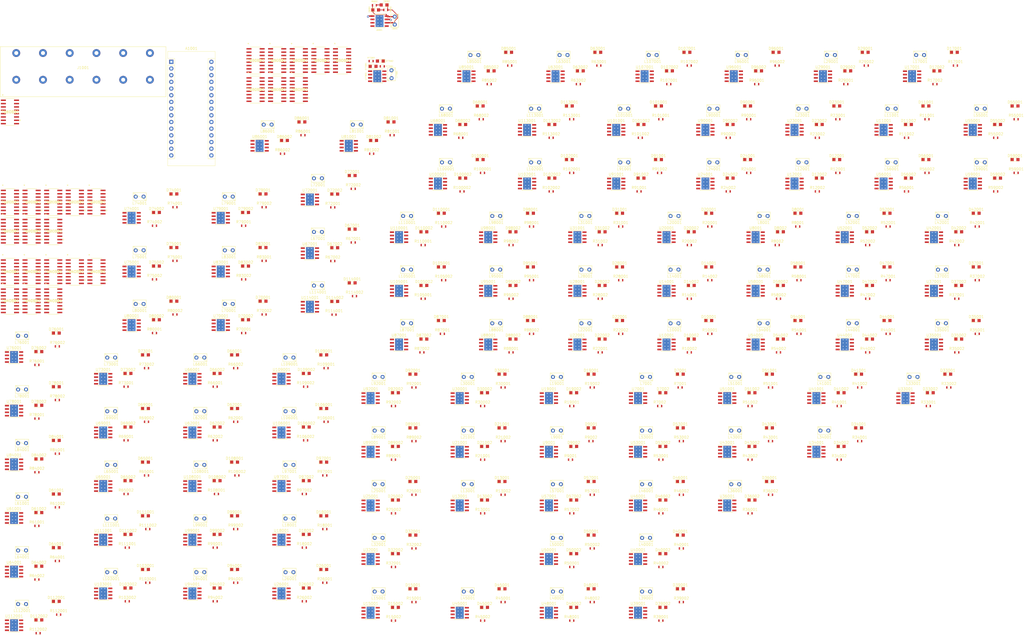
<source format=kicad_pcb>
(kicad_pcb (version 20171130) (host pcbnew 6.0.0-rc1-unknown-2e907bf~84~ubuntu16.04.1)
  (layers (0 F.Cu signal) (31 B.Cu signal) (34 B.Paste user) (35 F.Paste user) (36 B.SilkS user) (37 F.SilkS user) (38 B.Mask user) (39 F.Mask user) (44 Edge.Cuts user))
  (net 0 "")
  (net 1 "Net-(A1001-Pad16)")
  (net 2 "Net-(A1001-Pad15)")
  (net 3 +12V)
  (net 4 "Net-(A1001-Pad14)")
  (net 5 GND)
  (net 6 "Net-(A1001-Pad13)")
  (net 7 "Net-(A1001-Pad12)")
  (net 8 +5V)
  (net 9 "Net-(A1001-Pad11)")
  (net 10 "Net-(A1001-Pad26)")
  (net 11 "Net-(A1001-Pad10)")
  (net 12 "Net-(A1001-Pad25)")
  (net 13 "Net-(A1001-Pad9)")
  (net 14 "Net-(A1001-Pad24)")
  (net 15 /SER)
  (net 16 "Net-(A1001-Pad23)")
  (net 17 /RCLK)
  (net 18 "Net-(A1001-Pad22)")
  (net 19 /SRCLR)
  (net 20 "Net-(A1001-Pad21)")
  (net 21 /SRCLK)
  (net 22 "Net-(A1001-Pad20)")
  (net 23 "Net-(A1001-Pad19)")
  (net 24 "Net-(A1001-Pad3)")
  (net 25 "Net-(A1001-Pad18)")
  (net 26 "Net-(A1001-Pad2)")
  (net 27 +3V3)
  (net 28 "Net-(A1001-Pad1)")
  (net 29 "Net-(D6001-Pad1)")
  (net 30 "Net-(D6001-Pad2)")
  (net 31 "Net-(D6002-Pad1)")
  (net 32 "Net-(D6002-Pad2)")
  (net 33 "Net-(D7001-Pad1)")
  (net 34 "Net-(D7001-Pad2)")
  (net 35 "Net-(D7002-Pad1)")
  (net 36 "Net-(D7002-Pad2)")
  (net 37 "Net-(D8001-Pad1)")
  (net 38 "Net-(D8001-Pad2)")
  (net 39 "Net-(D8002-Pad1)")
  (net 40 "Net-(D8002-Pad2)")
  (net 41 "Net-(D9001-Pad1)")
  (net 42 "Net-(D9001-Pad2)")
  (net 43 "Net-(D9002-Pad1)")
  (net 44 "Net-(D9002-Pad2)")
  (net 45 "Net-(D10001-Pad1)")
  (net 46 "Net-(D10001-Pad2)")
  (net 47 "Net-(D10002-Pad2)")
  (net 48 "Net-(D10002-Pad1)")
  (net 49 "Net-(D11001-Pad2)")
  (net 50 "Net-(D11001-Pad1)")
  (net 51 "Net-(D11002-Pad2)")
  (net 52 "Net-(D11002-Pad1)")
  (net 53 "Net-(D12001-Pad2)")
  (net 54 "Net-(D12001-Pad1)")
  (net 55 "Net-(D12002-Pad1)")
  (net 56 "Net-(D12002-Pad2)")
  (net 57 "Net-(D13001-Pad1)")
  (net 58 "Net-(D13001-Pad2)")
  (net 59 "Net-(D13002-Pad2)")
  (net 60 "Net-(D13002-Pad1)")
  (net 61 "Net-(D14001-Pad1)")
  (net 62 "Net-(D14001-Pad2)")
  (net 63 "Net-(D14002-Pad2)")
  (net 64 "Net-(D14002-Pad1)")
  (net 65 "Net-(D15001-Pad2)")
  (net 66 "Net-(D15001-Pad1)")
  (net 67 "Net-(D15002-Pad1)")
  (net 68 "Net-(D15002-Pad2)")
  (net 69 "Net-(D17001-Pad1)")
  (net 70 "Net-(D17001-Pad2)")
  (net 71 "Net-(D17002-Pad1)")
  (net 72 "Net-(D17002-Pad2)")
  (net 73 "Net-(D18001-Pad1)")
  (net 74 "Net-(D18001-Pad2)")
  (net 75 "Net-(D18002-Pad2)")
  (net 76 "Net-(D18002-Pad1)")
  (net 77 "Net-(D19001-Pad2)")
  (net 78 "Net-(D19001-Pad1)")
  (net 79 "Net-(D19002-Pad2)")
  (net 80 "Net-(D19002-Pad1)")
  (net 81 "Net-(D20001-Pad1)")
  (net 82 "Net-(D20001-Pad2)")
  (net 83 "Net-(D20002-Pad2)")
  (net 84 "Net-(D20002-Pad1)")
  (net 85 "Net-(D21001-Pad2)")
  (net 86 "Net-(D21001-Pad1)")
  (net 87 "Net-(D21002-Pad2)")
  (net 88 "Net-(D21002-Pad1)")
  (net 89 "Net-(D22001-Pad2)")
  (net 90 "Net-(D22001-Pad1)")
  (net 91 "Net-(D22002-Pad2)")
  (net 92 "Net-(D22002-Pad1)")
  (net 93 "Net-(D23001-Pad2)")
  (net 94 "Net-(D23001-Pad1)")
  (net 95 "Net-(D23002-Pad2)")
  (net 96 "Net-(D23002-Pad1)")
  (net 97 "Net-(D24001-Pad2)")
  (net 98 "Net-(D24001-Pad1)")
  (net 99 "Net-(D24002-Pad2)")
  (net 100 "Net-(D24002-Pad1)")
  (net 101 "Net-(D25001-Pad2)")
  (net 102 "Net-(D25001-Pad1)")
  (net 103 "Net-(D25002-Pad2)")
  (net 104 "Net-(D25002-Pad1)")
  (net 105 "Net-(D26001-Pad2)")
  (net 106 "Net-(D26001-Pad1)")
  (net 107 "Net-(D26002-Pad2)")
  (net 108 "Net-(D26002-Pad1)")
  (net 109 "Net-(D28001-Pad2)")
  (net 110 "Net-(D28001-Pad1)")
  (net 111 "Net-(D28002-Pad1)")
  (net 112 "Net-(D28002-Pad2)")
  (net 113 "Net-(D29001-Pad2)")
  (net 114 "Net-(D29001-Pad1)")
  (net 115 "Net-(D29002-Pad2)")
  (net 116 "Net-(D29002-Pad1)")
  (net 117 "Net-(D30001-Pad2)")
  (net 118 "Net-(D30001-Pad1)")
  (net 119 "Net-(D30002-Pad2)")
  (net 120 "Net-(D30002-Pad1)")
  (net 121 "Net-(D31001-Pad1)")
  (net 122 "Net-(D31001-Pad2)")
  (net 123 "Net-(D31002-Pad1)")
  (net 124 "Net-(D31002-Pad2)")
  (net 125 "Net-(D32001-Pad2)")
  (net 126 "Net-(D32001-Pad1)")
  (net 127 "Net-(D32002-Pad2)")
  (net 128 "Net-(D32002-Pad1)")
  (net 129 "Net-(D33001-Pad2)")
  (net 130 "Net-(D33001-Pad1)")
  (net 131 "Net-(D33002-Pad1)")
  (net 132 "Net-(D33002-Pad2)")
  (net 133 "Net-(D34001-Pad1)")
  (net 134 "Net-(D34001-Pad2)")
  (net 135 "Net-(D34002-Pad1)")
  (net 136 "Net-(D34002-Pad2)")
  (net 137 "Net-(D35001-Pad1)")
  (net 138 "Net-(D35001-Pad2)")
  (net 139 "Net-(D35002-Pad1)")
  (net 140 "Net-(D35002-Pad2)")
  (net 141 "Net-(D36001-Pad1)")
  (net 142 "Net-(D36001-Pad2)")
  (net 143 "Net-(D36002-Pad1)")
  (net 144 "Net-(D36002-Pad2)")
  (net 145 "Net-(D37001-Pad1)")
  (net 146 "Net-(D37001-Pad2)")
  (net 147 "Net-(D37002-Pad1)")
  (net 148 "Net-(D37002-Pad2)")
  (net 149 "Net-(D39001-Pad1)")
  (net 150 "Net-(D39001-Pad2)")
  (net 151 "Net-(D39002-Pad1)")
  (net 152 "Net-(D39002-Pad2)")
  (net 153 "Net-(D40001-Pad2)")
  (net 154 "Net-(D40001-Pad1)")
  (net 155 "Net-(D40002-Pad1)")
  (net 156 "Net-(D40002-Pad2)")
  (net 157 "Net-(D41001-Pad1)")
  (net 158 "Net-(D41001-Pad2)")
  (net 159 "Net-(D41002-Pad1)")
  (net 160 "Net-(D41002-Pad2)")
  (net 161 "Net-(D42001-Pad1)")
  (net 162 "Net-(D42001-Pad2)")
  (net 163 "Net-(D42002-Pad1)")
  (net 164 "Net-(D42002-Pad2)")
  (net 165 "Net-(D43001-Pad1)")
  (net 166 "Net-(D43001-Pad2)")
  (net 167 "Net-(D43002-Pad1)")
  (net 168 "Net-(D43002-Pad2)")
  (net 169 "Net-(D44001-Pad1)")
  (net 170 "Net-(D44001-Pad2)")
  (net 171 "Net-(D44002-Pad1)")
  (net 172 "Net-(D44002-Pad2)")
  (net 173 "Net-(D45001-Pad1)")
  (net 174 "Net-(D45001-Pad2)")
  (net 175 "Net-(D45002-Pad2)")
  (net 176 "Net-(D45002-Pad1)")
  (net 177 "Net-(D46001-Pad2)")
  (net 178 "Net-(D46001-Pad1)")
  (net 179 "Net-(D46002-Pad2)")
  (net 180 "Net-(D46002-Pad1)")
  (net 181 "Net-(D47001-Pad2)")
  (net 182 "Net-(D47001-Pad1)")
  (net 183 "Net-(D47002-Pad2)")
  (net 184 "Net-(D47002-Pad1)")
  (net 185 "Net-(D48001-Pad2)")
  (net 186 "Net-(D48001-Pad1)")
  (net 187 "Net-(D48002-Pad2)")
  (net 188 "Net-(D48002-Pad1)")
  (net 189 "Net-(D50001-Pad2)")
  (net 190 "Net-(D50001-Pad1)")
  (net 191 "Net-(D50002-Pad1)")
  (net 192 "Net-(D50002-Pad2)")
  (net 193 "Net-(D51001-Pad1)")
  (net 194 "Net-(D51001-Pad2)")
  (net 195 "Net-(D51002-Pad1)")
  (net 196 "Net-(D51002-Pad2)")
  (net 197 "Net-(D52001-Pad1)")
  (net 198 "Net-(D52001-Pad2)")
  (net 199 "Net-(D52002-Pad1)")
  (net 200 "Net-(D52002-Pad2)")
  (net 201 "Net-(D53001-Pad1)")
  (net 202 "Net-(D53001-Pad2)")
  (net 203 "Net-(D53002-Pad2)")
  (net 204 "Net-(D53002-Pad1)")
  (net 205 "Net-(D54001-Pad2)")
  (net 206 "Net-(D54001-Pad1)")
  (net 207 "Net-(D54002-Pad2)")
  (net 208 "Net-(D54002-Pad1)")
  (net 209 "Net-(D55001-Pad1)")
  (net 210 "Net-(D55001-Pad2)")
  (net 211 "Net-(D55002-Pad2)")
  (net 212 "Net-(D55002-Pad1)")
  (net 213 "Net-(D56001-Pad2)")
  (net 214 "Net-(D56001-Pad1)")
  (net 215 "Net-(D56002-Pad2)")
  (net 216 "Net-(D56002-Pad1)")
  (net 217 "Net-(D57001-Pad2)")
  (net 218 "Net-(D57001-Pad1)")
  (net 219 "Net-(D57002-Pad2)")
  (net 220 "Net-(D57002-Pad1)")
  (net 221 "Net-(D58001-Pad2)")
  (net 222 "Net-(D58001-Pad1)")
  (net 223 "Net-(D58002-Pad1)")
  (net 224 "Net-(D58002-Pad2)")
  (net 225 "Net-(D59001-Pad2)")
  (net 226 "Net-(D59001-Pad1)")
  (net 227 "Net-(D59002-Pad2)")
  (net 228 "Net-(D59002-Pad1)")
  (net 229 "Net-(D61001-Pad1)")
  (net 230 "Net-(D61001-Pad2)")
  (net 231 "Net-(D61002-Pad2)")
  (net 232 "Net-(D61002-Pad1)")
  (net 233 "Net-(D62001-Pad1)")
  (net 234 "Net-(D62001-Pad2)")
  (net 235 "Net-(D62002-Pad2)")
  (net 236 "Net-(D62002-Pad1)")
  (net 237 "Net-(D63001-Pad1)")
  (net 238 "Net-(D63001-Pad2)")
  (net 239 "Net-(D63002-Pad2)")
  (net 240 "Net-(D63002-Pad1)")
  (net 241 "Net-(D64001-Pad2)")
  (net 242 "Net-(D64001-Pad1)")
  (net 243 "Net-(D64002-Pad1)")
  (net 244 "Net-(D64002-Pad2)")
  (net 245 "Net-(D65001-Pad2)")
  (net 246 "Net-(D65001-Pad1)")
  (net 247 "Net-(D65002-Pad1)")
  (net 248 "Net-(D65002-Pad2)")
  (net 249 "Net-(D66001-Pad1)")
  (net 250 "Net-(D66001-Pad2)")
  (net 251 "Net-(D66002-Pad1)")
  (net 252 "Net-(D66002-Pad2)")
  (net 253 "Net-(D67001-Pad2)")
  (net 254 "Net-(D67001-Pad1)")
  (net 255 "Net-(D67002-Pad1)")
  (net 256 "Net-(D67002-Pad2)")
  (net 257 "Net-(D68001-Pad2)")
  (net 258 "Net-(D68001-Pad1)")
  (net 259 "Net-(D68002-Pad2)")
  (net 260 "Net-(D68002-Pad1)")
  (net 261 "Net-(D69001-Pad1)")
  (net 262 "Net-(D69001-Pad2)")
  (net 263 "Net-(D69002-Pad2)")
  (net 264 "Net-(D69002-Pad1)")
  (net 265 "Net-(D70001-Pad1)")
  (net 266 "Net-(D70001-Pad2)")
  (net 267 "Net-(D70002-Pad2)")
  (net 268 "Net-(D70002-Pad1)")
  (net 269 "Net-(D72001-Pad1)")
  (net 270 "Net-(D72001-Pad2)")
  (net 271 "Net-(D72002-Pad2)")
  (net 272 "Net-(D72002-Pad1)")
  (net 273 "Net-(D73001-Pad1)")
  (net 274 "Net-(D73001-Pad2)")
  (net 275 "Net-(D73002-Pad2)")
  (net 276 "Net-(D73002-Pad1)")
  (net 277 "Net-(D74001-Pad2)")
  (net 278 "Net-(D74001-Pad1)")
  (net 279 "Net-(D74002-Pad1)")
  (net 280 "Net-(D74002-Pad2)")
  (net 281 "Net-(D75001-Pad2)")
  (net 282 "Net-(D75001-Pad1)")
  (net 283 "Net-(D75002-Pad1)")
  (net 284 "Net-(D75002-Pad2)")
  (net 285 "Net-(D76001-Pad2)")
  (net 286 "Net-(D76001-Pad1)")
  (net 287 "Net-(D76002-Pad1)")
  (net 288 "Net-(D76002-Pad2)")
  (net 289 "Net-(D77001-Pad2)")
  (net 290 "Net-(D77001-Pad1)")
  (net 291 "Net-(D77002-Pad1)")
  (net 292 "Net-(D77002-Pad2)")
  (net 293 "Net-(D78001-Pad1)")
  (net 294 "Net-(D78001-Pad2)")
  (net 295 "Net-(D78002-Pad1)")
  (net 296 "Net-(D78002-Pad2)")
  (net 297 "Net-(D79001-Pad2)")
  (net 298 "Net-(D79001-Pad1)")
  (net 299 "Net-(D79002-Pad1)")
  (net 300 "Net-(D79002-Pad2)")
  (net 301 "Net-(D80001-Pad2)")
  (net 302 "Net-(D80001-Pad1)")
  (net 303 "Net-(D80002-Pad1)")
  (net 304 "Net-(D80002-Pad2)")
  (net 305 "Net-(D81001-Pad2)")
  (net 306 "Net-(D81001-Pad1)")
  (net 307 "Net-(D81002-Pad1)")
  (net 308 "Net-(D81002-Pad2)")
  (net 309 "Net-(D83001-Pad2)")
  (net 310 "Net-(D83001-Pad1)")
  (net 311 "Net-(D83002-Pad2)")
  (net 312 "Net-(D83002-Pad1)")
  (net 313 "Net-(D84001-Pad2)")
  (net 314 "Net-(D84001-Pad1)")
  (net 315 "Net-(D84002-Pad1)")
  (net 316 "Net-(D84002-Pad2)")
  (net 317 "Net-(D85001-Pad2)")
  (net 318 "Net-(D85001-Pad1)")
  (net 319 "Net-(D85002-Pad1)")
  (net 320 "Net-(D85002-Pad2)")
  (net 321 "Net-(D86001-Pad2)")
  (net 322 "Net-(D86001-Pad1)")
  (net 323 "Net-(D86002-Pad1)")
  (net 324 "Net-(D86002-Pad2)")
  (net 325 "Net-(D87001-Pad2)")
  (net 326 "Net-(D87001-Pad1)")
  (net 327 "Net-(D87002-Pad1)")
  (net 328 "Net-(D87002-Pad2)")
  (net 329 "Net-(D88001-Pad1)")
  (net 330 "Net-(D88001-Pad2)")
  (net 331 "Net-(D88002-Pad2)")
  (net 332 "Net-(D88002-Pad1)")
  (net 333 "Net-(D89001-Pad1)")
  (net 334 "Net-(D89001-Pad2)")
  (net 335 "Net-(D89002-Pad2)")
  (net 336 "Net-(D89002-Pad1)")
  (net 337 "Net-(D90001-Pad1)")
  (net 338 "Net-(D90001-Pad2)")
  (net 339 "Net-(D90002-Pad2)")
  (net 340 "Net-(D90002-Pad1)")
  (net 341 "Net-(D91001-Pad1)")
  (net 342 "Net-(D91001-Pad2)")
  (net 343 "Net-(D91002-Pad2)")
  (net 344 "Net-(D91002-Pad1)")
  (net 345 "Net-(D92001-Pad2)")
  (net 346 "Net-(D92001-Pad1)")
  (net 347 "Net-(D92002-Pad2)")
  (net 348 "Net-(D92002-Pad1)")
  (net 349 "Net-(D94001-Pad1)")
  (net 350 "Net-(D94001-Pad2)")
  (net 351 "Net-(D94002-Pad2)")
  (net 352 "Net-(D94002-Pad1)")
  (net 353 "Net-(D95001-Pad1)")
  (net 354 "Net-(D95001-Pad2)")
  (net 355 "Net-(D95002-Pad2)")
  (net 356 "Net-(D95002-Pad1)")
  (net 357 "Net-(D96001-Pad1)")
  (net 358 "Net-(D96001-Pad2)")
  (net 359 "Net-(D96002-Pad2)")
  (net 360 "Net-(D96002-Pad1)")
  (net 361 "Net-(D97001-Pad1)")
  (net 362 "Net-(D97001-Pad2)")
  (net 363 "Net-(D97002-Pad1)")
  (net 364 "Net-(D97002-Pad2)")
  (net 365 "Net-(D98001-Pad2)")
  (net 366 "Net-(D98001-Pad1)")
  (net 367 "Net-(D98002-Pad1)")
  (net 368 "Net-(D98002-Pad2)")
  (net 369 "Net-(D99001-Pad2)")
  (net 370 "Net-(D99001-Pad1)")
  (net 371 "Net-(D99002-Pad1)")
  (net 372 "Net-(D99002-Pad2)")
  (net 373 "Net-(D100001-Pad2)")
  (net 374 "Net-(D100001-Pad1)")
  (net 375 "Net-(D100002-Pad1)")
  (net 376 "Net-(D100002-Pad2)")
  (net 377 "Net-(D101001-Pad2)")
  (net 378 "Net-(D101001-Pad1)")
  (net 379 "Net-(D101002-Pad1)")
  (net 380 "Net-(D101002-Pad2)")
  (net 381 "Net-(D102001-Pad2)")
  (net 382 "Net-(D102001-Pad1)")
  (net 383 "Net-(D102002-Pad1)")
  (net 384 "Net-(D102002-Pad2)")
  (net 385 "Net-(D103001-Pad2)")
  (net 386 "Net-(D103001-Pad1)")
  (net 387 "Net-(D103002-Pad1)")
  (net 388 "Net-(D103002-Pad2)")
  (net 389 "Net-(D105001-Pad2)")
  (net 390 "Net-(D105001-Pad1)")
  (net 391 "Net-(D105002-Pad1)")
  (net 392 "Net-(D105002-Pad2)")
  (net 393 "Net-(D106001-Pad2)")
  (net 394 "Net-(D106001-Pad1)")
  (net 395 "Net-(D106002-Pad2)")
  (net 396 "Net-(D106002-Pad1)")
  (net 397 "Net-(D107001-Pad1)")
  (net 398 "Net-(D107001-Pad2)")
  (net 399 "Net-(D107002-Pad2)")
  (net 400 "Net-(D107002-Pad1)")
  (net 401 "Net-(D108001-Pad1)")
  (net 402 "Net-(D108001-Pad2)")
  (net 403 "Net-(D108002-Pad2)")
  (net 404 "Net-(D108002-Pad1)")
  (net 405 "Net-(D109001-Pad1)")
  (net 406 "Net-(D109001-Pad2)")
  (net 407 "Net-(D109002-Pad2)")
  (net 408 "Net-(D109002-Pad1)")
  (net 409 "Net-(D110001-Pad1)")
  (net 410 "Net-(D110001-Pad2)")
  (net 411 "Net-(D110002-Pad1)")
  (net 412 "Net-(D110002-Pad2)")
  (net 413 "Net-(D111001-Pad1)")
  (net 414 "Net-(D111001-Pad2)")
  (net 415 "Net-(D111002-Pad2)")
  (net 416 "Net-(D111002-Pad1)")
  (net 417 "Net-(D112001-Pad1)")
  (net 418 "Net-(D112001-Pad2)")
  (net 419 "Net-(D112002-Pad2)")
  (net 420 "Net-(D112002-Pad1)")
  (net 421 "Net-(D113001-Pad1)")
  (net 422 "Net-(D113001-Pad2)")
  (net 423 "Net-(D113002-Pad2)")
  (net 424 "Net-(D113002-Pad1)")
  (net 425 "Net-(D114001-Pad1)")
  (net 426 "Net-(D114001-Pad2)")
  (net 427 "Net-(D114002-Pad1)")
  (net 428 "Net-(D114002-Pad2)")
  (net 429 /O_194)
  (net 430 /O_195)
  (net 431 /O_196)
  (net 432 /O_197)
  (net 433 /O_198)
  (net 434 /O_199)
  (net 435 /O_200)
  (net 436 "Net-(U1001-Pad9)")
  (net 437 /SER_3_F)
  (net 438 /O_193)
  (net 439 /O_1)
  (net 440 /ShiftRegisters/IO_1_2)
  (net 441 /O_8)
  (net 442 /O_7)
  (net 443 /O_6)
  (net 444 /O_5)
  (net 445 /O_4)
  (net 446 /O_3)
  (net 447 /O_2)
  (net 448 /O_10)
  (net 449 /O_11)
  (net 450 /O_12)
  (net 451 /O_13)
  (net 452 /O_14)
  (net 453 /O_15)
  (net 454 /O_16)
  (net 455 /ShiftRegisters/IO_2_3)
  (net 456 /O_9)
  (net 457 /O_17)
  (net 458 /ShiftRegisters/IO_3_4)
  (net 459 /O_24)
  (net 460 /O_23)
  (net 461 /O_22)
  (net 462 /O_21)
  (net 463 /O_20)
  (net 464 /O_19)
  (net 465 /O_18)
  (net 466 /O_26)
  (net 467 /O_27)
  (net 468 /O_28)
  (net 469 /O_29)
  (net 470 /O_30)
  (net 471 /O_31)
  (net 472 /O_32)
  (net 473 /ShiftRegisters/IO_4_5)
  (net 474 /O_25)
  (net 475 /O_33)
  (net 476 /ShiftRegisters/IO_5_6)
  (net 477 /O_40)
  (net 478 /O_39)
  (net 479 /O_38)
  (net 480 /O_37)
  (net 481 /O_36)
  (net 482 /O_35)
  (net 483 /O_34)
  (net 484 /O_42)
  (net 485 /O_43)
  (net 486 /O_44)
  (net 487 /O_45)
  (net 488 /O_46)
  (net 489 /O_47)
  (net 490 /O_48)
  (net 491 /ShiftRegisters/IO_6_7)
  (net 492 /O_41)
  (net 493 /O_49)
  (net 494 /ShiftRegisters/IO_7_8)
  (net 495 /O_56)
  (net 496 /O_55)
  (net 497 /O_54)
  (net 498 /O_53)
  (net 499 /O_52)
  (net 500 /O_51)
  (net 501 /O_50)
  (net 502 /O_58)
  (net 503 /O_59)
  (net 504 /O_60)
  (net 505 /O_61)
  (net 506 /O_62)
  (net 507 /O_63)
  (net 508 /O_64)
  (net 509 /SER_1_2)
  (net 510 /O_57)
  (net 511 /O_65)
  (net 512 /sheet5BEA168E/IO_1_2)
  (net 513 /O_72)
  (net 514 /O_71)
  (net 515 /O_70)
  (net 516 /O_69)
  (net 517 /O_68)
  (net 518 /O_67)
  (net 519 /O_66)
  (net 520 /O_74)
  (net 521 /O_75)
  (net 522 /O_76)
  (net 523 /O_77)
  (net 524 /O_78)
  (net 525 /O_79)
  (net 526 /O_80)
  (net 527 /sheet5BEA168E/IO_2_3)
  (net 528 /O_73)
  (net 529 /O_81)
  (net 530 /sheet5BEA168E/IO_3_4)
  (net 531 /O_88)
  (net 532 /O_87)
  (net 533 /O_86)
  (net 534 /O_85)
  (net 535 /O_84)
  (net 536 /O_83)
  (net 537 /O_82)
  (net 538 /O_90)
  (net 539 /O_91)
  (net 540 /O_92)
  (net 541 /O_93)
  (net 542 /O_94)
  (net 543 /O_95)
  (net 544 /O_96)
  (net 545 /sheet5BEA168E/IO_4_5)
  (net 546 /O_89)
  (net 547 /O_97)
  (net 548 /sheet5BEA168E/IO_5_6)
  (net 549 /O_104)
  (net 550 /O_103)
  (net 551 /O_102)
  (net 552 /O_101)
  (net 553 /O_100)
  (net 554 /O_99)
  (net 555 /O_98)
  (net 556 /O_106)
  (net 557 /O_107)
  (net 558 /O_108)
  (net 559 /O_109)
  (net 560 /O_110)
  (net 561 /O_111)
  (net 562 /O_112)
  (net 563 /sheet5BEA168E/IO_6_7)
  (net 564 /O_105)
  (net 565 /O_113)
  (net 566 /sheet5BEA168E/IO_7_8)
  (net 567 /O_120)
  (net 568 /O_119)
  (net 569 /O_118)
  (net 570 /O_117)
  (net 571 /O_116)
  (net 572 /O_115)
  (net 573 /O_114)
  (net 574 /O_122)
  (net 575 /O_123)
  (net 576 /O_124)
  (net 577 /O_125)
  (net 578 /O_126)
  (net 579 /O_127)
  (net 580 /O_128)
  (net 581 /SER_2_3)
  (net 582 /O_121)
  (net 583 /O_129)
  (net 584 /sheet5BEA16DC/IO_1_2)
  (net 585 /O_136)
  (net 586 /O_135)
  (net 587 /O_134)
  (net 588 /O_133)
  (net 589 /O_132)
  (net 590 /O_131)
  (net 591 /O_130)
  (net 592 /O_138)
  (net 593 /O_139)
  (net 594 /O_140)
  (net 595 /O_141)
  (net 596 /O_142)
  (net 597 /O_143)
  (net 598 /O_144)
  (net 599 /sheet5BEA16DC/IO_2_3)
  (net 600 /O_137)
  (net 601 /O_145)
  (net 602 /sheet5BEA16DC/IO_3_4)
  (net 603 /O_152)
  (net 604 /O_151)
  (net 605 /O_150)
  (net 606 /O_149)
  (net 607 /O_148)
  (net 608 /O_147)
  (net 609 /O_146)
  (net 610 /O_154)
  (net 611 /O_155)
  (net 612 /O_156)
  (net 613 /O_157)
  (net 614 /O_158)
  (net 615 /O_159)
  (net 616 /O_160)
  (net 617 /sheet5BEA16DC/IO_4_5)
  (net 618 /O_153)
  (net 619 /O_161)
  (net 620 /sheet5BEA16DC/IO_5_6)
  (net 621 /O_168)
  (net 622 /O_167)
  (net 623 /O_166)
  (net 624 /O_165)
  (net 625 /O_164)
  (net 626 /O_163)
  (net 627 /O_162)
  (net 628 /O_170)
  (net 629 /O_171)
  (net 630 /O_172)
  (net 631 /O_173)
  (net 632 /O_174)
  (net 633 /O_175)
  (net 634 /O_176)
  (net 635 /sheet5BEA16DC/IO_6_7)
  (net 636 /O_169)
  (net 637 /O_177)
  (net 638 /sheet5BEA16DC/IO_7_8)
  (net 639 /O_184)
  (net 640 /O_183)
  (net 641 /O_182)
  (net 642 /O_181)
  (net 643 /O_180)
  (net 644 /O_179)
  (net 645 /O_178)
  (net 646 /O_186)
  (net 647 /O_187)
  (net 648 /O_188)
  (net 649 /O_189)
  (net 650 /O_190)
  (net 651 /O_191)
  (net 652 /O_192)
  (net 653 /O_185)
  (module Modules:Arduino_Nano (layer F.Cu) (at 56.305001 7.5375)
    (fp_text reference A1001 (at 7.62 -5.08) (layer F.SilkS))
    (fp_text value Arduino_Nano)
    (pad 16 thru_hole oval (at 15.24 35.56) (size 1.6 1.6) (drill 0.8) (layers *.Cu *.Mask) (net 1 "Net-(A1001-Pad16)"))
    (pad 15 thru_hole oval (at 0 35.56) (size 1.6 1.6) (drill 0.8) (layers *.Cu *.Mask) (net 2 "Net-(A1001-Pad15)"))
    (pad 30 thru_hole oval (at 15.24 0) (size 1.6 1.6) (drill 0.8) (layers *.Cu *.Mask) (net 3 +12V))
    (pad 14 thru_hole oval (at 0 33.02) (size 1.6 1.6) (drill 0.8) (layers *.Cu *.Mask) (net 4 "Net-(A1001-Pad14)"))
    (pad 29 thru_hole oval (at 15.24 2.54) (size 1.6 1.6) (drill 0.8) (layers *.Cu *.Mask) (net 5 GND))
    (pad 13 thru_hole oval (at 0 30.48) (size 1.6 1.6) (drill 0.8) (layers *.Cu *.Mask) (net 6 "Net-(A1001-Pad13)"))
    (pad 28 thru_hole oval (at 15.24 5.08) (size 1.6 1.6) (drill 0.8) (layers *.Cu *.Mask))
    (pad 12 thru_hole oval (at 0 27.94) (size 1.6 1.6) (drill 0.8) (layers *.Cu *.Mask) (net 7 "Net-(A1001-Pad12)"))
    (pad 27 thru_hole oval (at 15.24 7.62) (size 1.6 1.6) (drill 0.8) (layers *.Cu *.Mask) (net 8 +5V))
    (pad 11 thru_hole oval (at 0 25.4) (size 1.6 1.6) (drill 0.8) (layers *.Cu *.Mask) (net 9 "Net-(A1001-Pad11)"))
    (pad 26 thru_hole oval (at 15.24 10.16) (size 1.6 1.6) (drill 0.8) (layers *.Cu *.Mask) (net 10 "Net-(A1001-Pad26)"))
    (pad 10 thru_hole oval (at 0 22.86) (size 1.6 1.6) (drill 0.8) (layers *.Cu *.Mask) (net 11 "Net-(A1001-Pad10)"))
    (pad 25 thru_hole oval (at 15.24 12.7) (size 1.6 1.6) (drill 0.8) (layers *.Cu *.Mask) (net 12 "Net-(A1001-Pad25)"))
    (pad 9 thru_hole oval (at 0 20.32) (size 1.6 1.6) (drill 0.8) (layers *.Cu *.Mask) (net 13 "Net-(A1001-Pad9)"))
    (pad 24 thru_hole oval (at 15.24 15.24) (size 1.6 1.6) (drill 0.8) (layers *.Cu *.Mask) (net 14 "Net-(A1001-Pad24)"))
    (pad 8 thru_hole oval (at 0 17.78) (size 1.6 1.6) (drill 0.8) (layers *.Cu *.Mask) (net 15 /SER))
    (pad 23 thru_hole oval (at 15.24 17.78) (size 1.6 1.6) (drill 0.8) (layers *.Cu *.Mask) (net 16 "Net-(A1001-Pad23)"))
    (pad 7 thru_hole oval (at 0 15.24) (size 1.6 1.6) (drill 0.8) (layers *.Cu *.Mask) (net 17 /RCLK))
    (pad 22 thru_hole oval (at 15.24 20.32) (size 1.6 1.6) (drill 0.8) (layers *.Cu *.Mask) (net 18 "Net-(A1001-Pad22)"))
    (pad 6 thru_hole oval (at 0 12.7) (size 1.6 1.6) (drill 0.8) (layers *.Cu *.Mask) (net 19 /SRCLR))
    (pad 21 thru_hole oval (at 15.24 22.86) (size 1.6 1.6) (drill 0.8) (layers *.Cu *.Mask) (net 20 "Net-(A1001-Pad21)"))
    (pad 5 thru_hole oval (at 0 10.16) (size 1.6 1.6) (drill 0.8) (layers *.Cu *.Mask) (net 21 /SRCLK))
    (pad 20 thru_hole oval (at 15.24 25.4) (size 1.6 1.6) (drill 0.8) (layers *.Cu *.Mask) (net 22 "Net-(A1001-Pad20)"))
    (pad 4 thru_hole oval (at 0 7.62) (size 1.6 1.6) (drill 0.8) (layers *.Cu *.Mask) (net 5 GND))
    (pad 19 thru_hole oval (at 15.24 27.94) (size 1.6 1.6) (drill 0.8) (layers *.Cu *.Mask) (net 23 "Net-(A1001-Pad19)"))
    (pad 3 thru_hole oval (at 0 5.08) (size 1.6 1.6) (drill 0.8) (layers *.Cu *.Mask) (net 24 "Net-(A1001-Pad3)"))
    (pad 18 thru_hole oval (at 15.24 30.48) (size 1.6 1.6) (drill 0.8) (layers *.Cu *.Mask) (net 25 "Net-(A1001-Pad18)"))
    (pad 2 thru_hole oval (at 0 2.54) (size 1.6 1.6) (drill 0.8) (layers *.Cu *.Mask) (net 26 "Net-(A1001-Pad2)"))
    (pad 17 thru_hole oval (at 15.24 33.02) (size 1.6 1.6) (drill 0.8) (layers *.Cu *.Mask) (net 27 +3V3))
    (pad 1 thru_hole rect (at 0 0) (size 1.6 1.6) (drill 0.8) (layers *.Cu *.Mask) (net 28 "Net-(A1001-Pad1)"))
  )
  (module LEDs:LED_0805 (layer F.Cu) (at 133.985 -12.192)
    (fp_text reference D6001 (at -2.413 -0.254 90) (layer F.SilkS) (effects (font (size 0.5 0.5) (thickness 0.1))))
    (fp_text value GREEN_LED)
    (pad 1 smd rect (at -1.1 0 180) (size 1.2 1.2) (layers F.Cu F.Paste F.Mask) (net 29 "Net-(D6001-Pad1)"))
    (pad 2 smd rect (at 1.1 0 180) (size 1.2 1.2) (layers F.Cu F.Paste F.Mask) (net 30 "Net-(D6001-Pad2)"))
  )
  (module LEDs:LED_0805 (layer F.Cu) (at 137.16 -14.097 180)
    (fp_text reference D6002 (at -1.016 1.397 180) (layer F.SilkS) (effects (font (size 0.5 0.5) (thickness 0.1))))
    (fp_text value BLUE_LED)
    (pad 1 smd rect (at -1.1 0) (size 1.2 1.2) (layers F.Cu F.Paste F.Mask) (net 31 "Net-(D6002-Pad1)"))
    (pad 2 smd rect (at 1.1 0) (size 1.2 1.2) (layers F.Cu F.Paste F.Mask) (net 32 "Net-(D6002-Pad2)"))
  )
  (module LEDs:LED_0805 (layer F.Cu) (at 249.761666 126.2475)
    (fp_text reference D7001 (at 0 -1.45) (layer F.SilkS))
    (fp_text value GREEN_LED)
    (pad 1 smd rect (at -1.1 0 180) (size 1.2 1.2) (layers F.Cu F.Paste F.Mask) (net 33 "Net-(D7001-Pad1)"))
    (pad 2 smd rect (at 1.1 0 180) (size 1.2 1.2) (layers F.Cu F.Paste F.Mask) (net 34 "Net-(D7001-Pad2)"))
  )
  (module LEDs:LED_0805 (layer F.Cu) (at 243.124047 133.2975)
    (fp_text reference D7002 (at 0 -1.45) (layer F.SilkS))
    (fp_text value BLUE_LED)
    (pad 1 smd rect (at -1.1 0 180) (size 1.2 1.2) (layers F.Cu F.Paste F.Mask) (net 35 "Net-(D7002-Pad1)"))
    (pad 2 smd rect (at 1.1 0 180) (size 1.2 1.2) (layers F.Cu F.Paste F.Mask) (net 36 "Net-(D7002-Pad2)"))
  )
  (module LEDs:LED_0805 (layer F.Cu) (at 294.451666 65.0775)
    (fp_text reference D8001 (at 0 -1.45) (layer F.SilkS))
    (fp_text value GREEN_LED)
    (pad 1 smd rect (at -1.1 0 180) (size 1.2 1.2) (layers F.Cu F.Paste F.Mask) (net 37 "Net-(D8001-Pad1)"))
    (pad 2 smd rect (at 1.1 0 180) (size 1.2 1.2) (layers F.Cu F.Paste F.Mask) (net 38 "Net-(D8001-Pad2)"))
  )
  (module LEDs:LED_0805 (layer F.Cu) (at 287.814047 72.1275)
    (fp_text reference D8002 (at 0 -1.45) (layer F.SilkS))
    (fp_text value BLUE_LED)
    (pad 1 smd rect (at -1.1 0 180) (size 1.2 1.2) (layers F.Cu F.Paste F.Mask) (net 39 "Net-(D8002-Pad1)"))
    (pad 2 smd rect (at 1.1 0 180) (size 1.2 1.2) (layers F.Cu F.Paste F.Mask) (net 40 "Net-(D8002-Pad2)"))
  )
  (module LEDs:LED_0805 (layer F.Cu) (at 215.881666 146.6375)
    (fp_text reference D9001 (at 0 -1.45) (layer F.SilkS))
    (fp_text value GREEN_LED)
    (pad 1 smd rect (at -1.1 0 180) (size 1.2 1.2) (layers F.Cu F.Paste F.Mask) (net 41 "Net-(D9001-Pad1)"))
    (pad 2 smd rect (at 1.1 0 180) (size 1.2 1.2) (layers F.Cu F.Paste F.Mask) (net 42 "Net-(D9001-Pad2)"))
  )
  (module LEDs:LED_0805 (layer F.Cu) (at 209.244047 153.6875)
    (fp_text reference D9002 (at 0 -1.45) (layer F.SilkS))
    (fp_text value BLUE_LED)
    (pad 1 smd rect (at -1.1 0 180) (size 1.2 1.2) (layers F.Cu F.Paste F.Mask) (net 43 "Net-(D9002-Pad1)"))
    (pad 2 smd rect (at 1.1 0 180) (size 1.2 1.2) (layers F.Cu F.Paste F.Mask) (net 44 "Net-(D9002-Pad2)"))
  )
  (module LEDs:LED_0805 (layer F.Cu) (at 260.571666 105.8575)
    (fp_text reference D10001 (at 0 -1.45) (layer F.SilkS))
    (fp_text value GREEN_LED)
    (pad 1 smd rect (at -1.1 0 180) (size 1.2 1.2) (layers F.Cu F.Paste F.Mask) (net 45 "Net-(D10001-Pad1)"))
    (pad 2 smd rect (at 1.1 0 180) (size 1.2 1.2) (layers F.Cu F.Paste F.Mask) (net 46 "Net-(D10001-Pad2)"))
  )
  (module LEDs:LED_0805 (layer F.Cu) (at 253.934047 112.9075)
    (fp_text reference D10002 (at 0 -1.45) (layer F.SilkS))
    (fp_text value BLUE_LED)
    (pad 2 smd rect (at 1.1 0 180) (size 1.2 1.2) (layers F.Cu F.Paste F.Mask) (net 47 "Net-(D10002-Pad2)"))
    (pad 1 smd rect (at -1.1 0 180) (size 1.2 1.2) (layers F.Cu F.Paste F.Mask) (net 48 "Net-(D10002-Pad1)"))
  )
  (module LEDs:LED_0805 (layer F.Cu) (at 343.101666 24.2975)
    (fp_text reference D11001 (at 0 -1.45) (layer F.SilkS))
    (fp_text value GREEN_LED)
    (pad 2 smd rect (at 1.1 0 180) (size 1.2 1.2) (layers F.Cu F.Paste F.Mask) (net 49 "Net-(D11001-Pad2)"))
    (pad 1 smd rect (at -1.1 0 180) (size 1.2 1.2) (layers F.Cu F.Paste F.Mask) (net 50 "Net-(D11001-Pad1)"))
  )
  (module LEDs:LED_0805 (layer F.Cu) (at 336.464047 31.3475)
    (fp_text reference D11002 (at 0 -1.45) (layer F.SilkS))
    (fp_text value BLUE_LED)
    (pad 2 smd rect (at 1.1 0 180) (size 1.2 1.2) (layers F.Cu F.Paste F.Mask) (net 51 "Net-(D11002-Pad2)"))
    (pad 1 smd rect (at -1.1 0 180) (size 1.2 1.2) (layers F.Cu F.Paste F.Mask) (net 52 "Net-(D11002-Pad1)"))
  )
  (module LEDs:LED_0805 (layer F.Cu) (at 309.221666 44.6875)
    (fp_text reference D12001 (at 0 -1.45) (layer F.SilkS))
    (fp_text value GREEN_LED)
    (pad 2 smd rect (at 1.1 0 180) (size 1.2 1.2) (layers F.Cu F.Paste F.Mask) (net 53 "Net-(D12001-Pad2)"))
    (pad 1 smd rect (at -1.1 0 180) (size 1.2 1.2) (layers F.Cu F.Paste F.Mask) (net 54 "Net-(D12001-Pad1)"))
  )
  (module LEDs:LED_0805 (layer F.Cu) (at 302.584047 51.7375)
    (fp_text reference D12002 (at 0 -1.45) (layer F.SilkS))
    (fp_text value BLUE_LED)
    (pad 1 smd rect (at -1.1 0 180) (size 1.2 1.2) (layers F.Cu F.Paste F.Mask) (net 55 "Net-(D12002-Pad1)"))
    (pad 2 smd rect (at 1.1 0 180) (size 1.2 1.2) (layers F.Cu F.Paste F.Mask) (net 56 "Net-(D12002-Pad2)"))
  )
  (module LEDs:LED_0805 (layer F.Cu) (at 182.001666 167.0275)
    (fp_text reference D13001 (at 0 -1.45) (layer F.SilkS))
    (fp_text value GREEN_LED)
    (pad 1 smd rect (at -1.1 0 180) (size 1.2 1.2) (layers F.Cu F.Paste F.Mask) (net 57 "Net-(D13001-Pad1)"))
    (pad 2 smd rect (at 1.1 0 180) (size 1.2 1.2) (layers F.Cu F.Paste F.Mask) (net 58 "Net-(D13001-Pad2)"))
  )
  (module LEDs:LED_0805 (layer F.Cu) (at 175.364047 174.0775)
    (fp_text reference D13002 (at 0 -1.45) (layer F.SilkS))
    (fp_text value BLUE_LED)
    (pad 2 smd rect (at 1.1 0 180) (size 1.2 1.2) (layers F.Cu F.Paste F.Mask) (net 59 "Net-(D13002-Pad2)"))
    (pad 1 smd rect (at -1.1 0 180) (size 1.2 1.2) (layers F.Cu F.Paste F.Mask) (net 60 "Net-(D13002-Pad1)"))
  )
  (module LEDs:LED_0805 (layer F.Cu) (at 260.571666 85.4675)
    (fp_text reference D14001 (at 0 -1.45) (layer F.SilkS))
    (fp_text value GREEN_LED)
    (pad 1 smd rect (at -1.1 0 180) (size 1.2 1.2) (layers F.Cu F.Paste F.Mask) (net 61 "Net-(D14001-Pad1)"))
    (pad 2 smd rect (at 1.1 0 180) (size 1.2 1.2) (layers F.Cu F.Paste F.Mask) (net 62 "Net-(D14001-Pad2)"))
  )
  (module LEDs:LED_0805 (layer F.Cu) (at 253.934047 92.5175)
    (fp_text reference D14002 (at 0 -1.45) (layer F.SilkS))
    (fp_text value BLUE_LED)
    (pad 2 smd rect (at 1.1 0 180) (size 1.2 1.2) (layers F.Cu F.Paste F.Mask) (net 63 "Net-(D14002-Pad2)"))
    (pad 1 smd rect (at -1.1 0 180) (size 1.2 1.2) (layers F.Cu F.Paste F.Mask) (net 64 "Net-(D14002-Pad1)"))
  )
  (module LEDs:LED_0805 (layer F.Cu) (at 148.121666 207.8075)
    (fp_text reference D15001 (at 0 -1.45) (layer F.SilkS))
    (fp_text value GREEN_LED)
    (pad 2 smd rect (at 1.1 0 180) (size 1.2 1.2) (layers F.Cu F.Paste F.Mask) (net 65 "Net-(D15001-Pad2)"))
    (pad 1 smd rect (at -1.1 0 180) (size 1.2 1.2) (layers F.Cu F.Paste F.Mask) (net 66 "Net-(D15001-Pad1)"))
  )
  (module LEDs:LED_0805 (layer F.Cu) (at 141.484047 214.8575)
    (fp_text reference D15002 (at 0 -1.45) (layer F.SilkS))
    (fp_text value BLUE_LED)
    (pad 1 smd rect (at -1.1 0 180) (size 1.2 1.2) (layers F.Cu F.Paste F.Mask) (net 67 "Net-(D15002-Pad1)"))
    (pad 2 smd rect (at 1.1 0 180) (size 1.2 1.2) (layers F.Cu F.Paste F.Mask) (net 68 "Net-(D15002-Pad2)"))
  )
  (module LEDs:LED_0805 (layer F.Cu) (at 353.911666 3.9075)
    (fp_text reference D17001 (at 0 -1.45) (layer F.SilkS))
    (fp_text value GREEN_LED)
    (pad 1 smd rect (at -1.1 0 180) (size 1.2 1.2) (layers F.Cu F.Paste F.Mask) (net 69 "Net-(D17001-Pad1)"))
    (pad 2 smd rect (at 1.1 0 180) (size 1.2 1.2) (layers F.Cu F.Paste F.Mask) (net 70 "Net-(D17001-Pad2)"))
  )
  (module LEDs:LED_0805 (layer F.Cu) (at 347.274047 10.9575)
    (fp_text reference D17002 (at 0 -1.45) (layer F.SilkS))
    (fp_text value BLUE_LED)
    (pad 1 smd rect (at -1.1 0 180) (size 1.2 1.2) (layers F.Cu F.Paste F.Mask) (net 71 "Net-(D17002-Pad1)"))
    (pad 2 smd rect (at 1.1 0 180) (size 1.2 1.2) (layers F.Cu F.Paste F.Mask) (net 72 "Net-(D17002-Pad2)"))
  )
  (module LEDs:LED_0805 (layer F.Cu) (at 114.241666 180.0675)
    (fp_text reference D18001 (at 0 -1.45) (layer F.SilkS))
    (fp_text value GREEN_LED)
    (pad 1 smd rect (at -1.1 0 180) (size 1.2 1.2) (layers F.Cu F.Paste F.Mask) (net 73 "Net-(D18001-Pad1)"))
    (pad 2 smd rect (at 1.1 0 180) (size 1.2 1.2) (layers F.Cu F.Paste F.Mask) (net 74 "Net-(D18001-Pad2)"))
  )
  (module LEDs:LED_0805 (layer F.Cu) (at 107.604047 187.1175)
    (fp_text reference D18002 (at 0 -1.45) (layer F.SilkS))
    (fp_text value BLUE_LED)
    (pad 2 smd rect (at 1.1 0 180) (size 1.2 1.2) (layers F.Cu F.Paste F.Mask) (net 75 "Net-(D18002-Pad2)"))
    (pad 1 smd rect (at -1.1 0 180) (size 1.2 1.2) (layers F.Cu F.Paste F.Mask) (net 76 "Net-(D18002-Pad1)"))
  )
  (module LEDs:LED_0805 (layer F.Cu) (at 215.881666 126.2475)
    (fp_text reference D19001 (at 0 -1.45) (layer F.SilkS))
    (fp_text value GREEN_LED)
    (pad 2 smd rect (at 1.1 0 180) (size 1.2 1.2) (layers F.Cu F.Paste F.Mask) (net 77 "Net-(D19001-Pad2)"))
    (pad 1 smd rect (at -1.1 0 180) (size 1.2 1.2) (layers F.Cu F.Paste F.Mask) (net 78 "Net-(D19001-Pad1)"))
  )
  (module LEDs:LED_0805 (layer F.Cu) (at 209.244047 133.2975)
    (fp_text reference D19002 (at 0 -1.45) (layer F.SilkS))
    (fp_text value BLUE_LED)
    (pad 2 smd rect (at 1.1 0 180) (size 1.2 1.2) (layers F.Cu F.Paste F.Mask) (net 79 "Net-(D19002-Pad2)"))
    (pad 1 smd rect (at -1.1 0 180) (size 1.2 1.2) (layers F.Cu F.Paste F.Mask) (net 80 "Net-(D19002-Pad1)"))
  )
  (module LEDs:LED_0805 (layer F.Cu) (at 260.571666 65.0775)
    (fp_text reference D20001 (at 0 -1.45) (layer F.SilkS))
    (fp_text value GREEN_LED)
    (pad 1 smd rect (at -1.1 0 180) (size 1.2 1.2) (layers F.Cu F.Paste F.Mask) (net 81 "Net-(D20001-Pad1)"))
    (pad 2 smd rect (at 1.1 0 180) (size 1.2 1.2) (layers F.Cu F.Paste F.Mask) (net 82 "Net-(D20001-Pad2)"))
  )
  (module LEDs:LED_0805 (layer F.Cu) (at 253.934047 72.1275)
    (fp_text reference D20002 (at 0 -1.45) (layer F.SilkS))
    (fp_text value BLUE_LED)
    (pad 2 smd rect (at 1.1 0 180) (size 1.2 1.2) (layers F.Cu F.Paste F.Mask) (net 83 "Net-(D20002-Pad2)"))
    (pad 1 smd rect (at -1.1 0 180) (size 1.2 1.2) (layers F.Cu F.Paste F.Mask) (net 84 "Net-(D20002-Pad1)"))
  )
  (module LEDs:LED_0805 (layer F.Cu) (at 182.001666 146.6375)
    (fp_text reference D21001 (at 0 -1.45) (layer F.SilkS))
    (fp_text value GREEN_LED)
    (pad 2 smd rect (at 1.1 0 180) (size 1.2 1.2) (layers F.Cu F.Paste F.Mask) (net 85 "Net-(D21001-Pad2)"))
    (pad 1 smd rect (at -1.1 0 180) (size 1.2 1.2) (layers F.Cu F.Paste F.Mask) (net 86 "Net-(D21001-Pad1)"))
  )
  (module LEDs:LED_0805 (layer F.Cu) (at 175.364047 153.6875)
    (fp_text reference D21002 (at 0 -1.45) (layer F.SilkS))
    (fp_text value BLUE_LED)
    (pad 2 smd rect (at 1.1 0 180) (size 1.2 1.2) (layers F.Cu F.Paste F.Mask) (net 87 "Net-(D21002-Pad2)"))
    (pad 1 smd rect (at -1.1 0 180) (size 1.2 1.2) (layers F.Cu F.Paste F.Mask) (net 88 "Net-(D21002-Pad1)"))
  )
  (module LEDs:LED_0805 (layer F.Cu) (at 226.691666 105.8575)
    (fp_text reference D22001 (at 0 -1.45) (layer F.SilkS))
    (fp_text value GREEN_LED)
    (pad 2 smd rect (at 1.1 0 180) (size 1.2 1.2) (layers F.Cu F.Paste F.Mask) (net 89 "Net-(D22001-Pad2)"))
    (pad 1 smd rect (at -1.1 0 180) (size 1.2 1.2) (layers F.Cu F.Paste F.Mask) (net 90 "Net-(D22001-Pad1)"))
  )
  (module LEDs:LED_0805 (layer F.Cu) (at 220.054047 112.9075)
    (fp_text reference D22002 (at 0 -1.45) (layer F.SilkS))
    (fp_text value BLUE_LED)
    (pad 2 smd rect (at 1.1 0 180) (size 1.2 1.2) (layers F.Cu F.Paste F.Mask) (net 91 "Net-(D22002-Pad2)"))
    (pad 1 smd rect (at -1.1 0 180) (size 1.2 1.2) (layers F.Cu F.Paste F.Mask) (net 92 "Net-(D22002-Pad1)"))
  )
  (module LEDs:LED_0805 (layer F.Cu) (at 309.221666 24.2975)
    (fp_text reference D23001 (at 0 -1.45) (layer F.SilkS))
    (fp_text value GREEN_LED)
    (pad 2 smd rect (at 1.1 0 180) (size 1.2 1.2) (layers F.Cu F.Paste F.Mask) (net 93 "Net-(D23001-Pad2)"))
    (pad 1 smd rect (at -1.1 0 180) (size 1.2 1.2) (layers F.Cu F.Paste F.Mask) (net 94 "Net-(D23001-Pad1)"))
  )
  (module LEDs:LED_0805 (layer F.Cu) (at 302.584047 31.3475)
    (fp_text reference D23002 (at 0 -1.45) (layer F.SilkS))
    (fp_text value BLUE_LED)
    (pad 2 smd rect (at 1.1 0 180) (size 1.2 1.2) (layers F.Cu F.Paste F.Mask) (net 95 "Net-(D23002-Pad2)"))
    (pad 1 smd rect (at -1.1 0 180) (size 1.2 1.2) (layers F.Cu F.Paste F.Mask) (net 96 "Net-(D23002-Pad1)"))
  )
  (module LEDs:LED_0805 (layer F.Cu) (at 275.341666 44.6875)
    (fp_text reference D24001 (at 0 -1.45) (layer F.SilkS))
    (fp_text value GREEN_LED)
    (pad 2 smd rect (at 1.1 0 180) (size 1.2 1.2) (layers F.Cu F.Paste F.Mask) (net 97 "Net-(D24001-Pad2)"))
    (pad 1 smd rect (at -1.1 0 180) (size 1.2 1.2) (layers F.Cu F.Paste F.Mask) (net 98 "Net-(D24001-Pad1)"))
  )
  (module LEDs:LED_0805 (layer F.Cu) (at 268.704047 51.7375)
    (fp_text reference D24002 (at 0 -1.45) (layer F.SilkS))
    (fp_text value BLUE_LED)
    (pad 2 smd rect (at 1.1 0 180) (size 1.2 1.2) (layers F.Cu F.Paste F.Mask) (net 99 "Net-(D24002-Pad2)"))
    (pad 1 smd rect (at -1.1 0 180) (size 1.2 1.2) (layers F.Cu F.Paste F.Mask) (net 100 "Net-(D24002-Pad1)"))
  )
  (module LEDs:LED_0805 (layer F.Cu) (at 148.121666 167.0275)
    (fp_text reference D25001 (at 0 -1.45) (layer F.SilkS))
    (fp_text value GREEN_LED)
    (pad 2 smd rect (at 1.1 0 180) (size 1.2 1.2) (layers F.Cu F.Paste F.Mask) (net 101 "Net-(D25001-Pad2)"))
    (pad 1 smd rect (at -1.1 0 180) (size 1.2 1.2) (layers F.Cu F.Paste F.Mask) (net 102 "Net-(D25001-Pad1)"))
  )
  (module LEDs:LED_0805 (layer F.Cu) (at 141.484047 174.0775)
    (fp_text reference D25002 (at 0 -1.45) (layer F.SilkS))
    (fp_text value BLUE_LED)
    (pad 2 smd rect (at 1.1 0 180) (size 1.2 1.2) (layers F.Cu F.Paste F.Mask) (net 103 "Net-(D25002-Pad2)"))
    (pad 1 smd rect (at -1.1 0 180) (size 1.2 1.2) (layers F.Cu F.Paste F.Mask) (net 104 "Net-(D25002-Pad1)"))
  )
  (module LEDs:LED_0805 (layer F.Cu) (at 114.241666 200.4575)
    (fp_text reference D26001 (at 0 -1.45) (layer F.SilkS))
    (fp_text value GREEN_LED)
    (pad 2 smd rect (at 1.1 0 180) (size 1.2 1.2) (layers F.Cu F.Paste F.Mask) (net 105 "Net-(D26001-Pad2)"))
    (pad 1 smd rect (at -1.1 0 180) (size 1.2 1.2) (layers F.Cu F.Paste F.Mask) (net 106 "Net-(D26001-Pad1)"))
  )
  (module LEDs:LED_0805 (layer F.Cu) (at 107.604047 207.5075)
    (fp_text reference D26002 (at 0 -1.45) (layer F.SilkS))
    (fp_text value BLUE_LED)
    (pad 2 smd rect (at 1.1 0 180) (size 1.2 1.2) (layers F.Cu F.Paste F.Mask) (net 107 "Net-(D26002-Pad2)"))
    (pad 1 smd rect (at -1.1 0 180) (size 1.2 1.2) (layers F.Cu F.Paste F.Mask) (net 108 "Net-(D26002-Pad1)"))
  )
  (module LEDs:LED_0805 (layer F.Cu) (at 226.691666 85.4675)
    (fp_text reference D28001 (at 0 -1.45) (layer F.SilkS))
    (fp_text value GREEN_LED)
    (pad 2 smd rect (at 1.1 0 180) (size 1.2 1.2) (layers F.Cu F.Paste F.Mask) (net 109 "Net-(D28001-Pad2)"))
    (pad 1 smd rect (at -1.1 0 180) (size 1.2 1.2) (layers F.Cu F.Paste F.Mask) (net 110 "Net-(D28001-Pad1)"))
  )
  (module LEDs:LED_0805 (layer F.Cu) (at 220.054047 92.5175)
    (fp_text reference D28002 (at 0 -1.45) (layer F.SilkS))
    (fp_text value BLUE_LED)
    (pad 1 smd rect (at -1.1 0 180) (size 1.2 1.2) (layers F.Cu F.Paste F.Mask) (net 111 "Net-(D28002-Pad1)"))
    (pad 2 smd rect (at 1.1 0 180) (size 1.2 1.2) (layers F.Cu F.Paste F.Mask) (net 112 "Net-(D28002-Pad2)"))
  )
  (module LEDs:LED_0805 (layer F.Cu) (at 320.031666 3.9075)
    (fp_text reference D29001 (at 0 -1.45) (layer F.SilkS))
    (fp_text value GREEN_LED)
    (pad 2 smd rect (at 1.1 0 180) (size 1.2 1.2) (layers F.Cu F.Paste F.Mask) (net 113 "Net-(D29001-Pad2)"))
    (pad 1 smd rect (at -1.1 0 180) (size 1.2 1.2) (layers F.Cu F.Paste F.Mask) (net 114 "Net-(D29001-Pad1)"))
  )
  (module LEDs:LED_0805 (layer F.Cu) (at 313.394047 10.9575)
    (fp_text reference D29002 (at 0 -1.45) (layer F.SilkS))
    (fp_text value BLUE_LED)
    (pad 2 smd rect (at 1.1 0 180) (size 1.2 1.2) (layers F.Cu F.Paste F.Mask) (net 115 "Net-(D29002-Pad2)"))
    (pad 1 smd rect (at -1.1 0 180) (size 1.2 1.2) (layers F.Cu F.Paste F.Mask) (net 116 "Net-(D29002-Pad1)"))
  )
  (module LEDs:LED_0805 (layer F.Cu) (at 182.001666 126.2475)
    (fp_text reference D30001 (at 0 -1.45) (layer F.SilkS))
    (fp_text value GREEN_LED)
    (pad 2 smd rect (at 1.1 0 180) (size 1.2 1.2) (layers F.Cu F.Paste F.Mask) (net 117 "Net-(D30001-Pad2)"))
    (pad 1 smd rect (at -1.1 0 180) (size 1.2 1.2) (layers F.Cu F.Paste F.Mask) (net 118 "Net-(D30001-Pad1)"))
  )
  (module LEDs:LED_0805 (layer F.Cu) (at 175.364047 133.2975)
    (fp_text reference D30002 (at 0 -1.45) (layer F.SilkS))
    (fp_text value BLUE_LED)
    (pad 2 smd rect (at 1.1 0 180) (size 1.2 1.2) (layers F.Cu F.Paste F.Mask) (net 119 "Net-(D30002-Pad2)"))
    (pad 1 smd rect (at -1.1 0 180) (size 1.2 1.2) (layers F.Cu F.Paste F.Mask) (net 120 "Net-(D30002-Pad1)"))
  )
  (module LEDs:LED_0805 (layer F.Cu) (at 226.691666 65.0775)
    (fp_text reference D31001 (at 0 -1.45) (layer F.SilkS))
    (fp_text value GREEN_LED)
    (pad 1 smd rect (at -1.1 0 180) (size 1.2 1.2) (layers F.Cu F.Paste F.Mask) (net 121 "Net-(D31001-Pad1)"))
    (pad 2 smd rect (at 1.1 0 180) (size 1.2 1.2) (layers F.Cu F.Paste F.Mask) (net 122 "Net-(D31001-Pad2)"))
  )
  (module LEDs:LED_0805 (layer F.Cu) (at 220.054047 72.1275)
    (fp_text reference D31002 (at 0 -1.45) (layer F.SilkS))
    (fp_text value BLUE_LED)
    (pad 1 smd rect (at -1.1 0 180) (size 1.2 1.2) (layers F.Cu F.Paste F.Mask) (net 123 "Net-(D31002-Pad1)"))
    (pad 2 smd rect (at 1.1 0 180) (size 1.2 1.2) (layers F.Cu F.Paste F.Mask) (net 124 "Net-(D31002-Pad2)"))
  )
  (module LEDs:LED_0805 (layer F.Cu) (at 148.121666 187.4175)
    (fp_text reference D32001 (at 0 -1.45) (layer F.SilkS))
    (fp_text value GREEN_LED)
    (pad 2 smd rect (at 1.1 0 180) (size 1.2 1.2) (layers F.Cu F.Paste F.Mask) (net 125 "Net-(D32001-Pad2)"))
    (pad 1 smd rect (at -1.1 0 180) (size 1.2 1.2) (layers F.Cu F.Paste F.Mask) (net 126 "Net-(D32001-Pad1)"))
  )
  (module LEDs:LED_0805 (layer F.Cu) (at 141.484047 194.4675)
    (fp_text reference D32002 (at 0 -1.45) (layer F.SilkS))
    (fp_text value BLUE_LED)
    (pad 2 smd rect (at 1.1 0 180) (size 1.2 1.2) (layers F.Cu F.Paste F.Mask) (net 127 "Net-(D32002-Pad2)"))
    (pad 1 smd rect (at -1.1 0 180) (size 1.2 1.2) (layers F.Cu F.Paste F.Mask) (net 128 "Net-(D32002-Pad1)"))
  )
  (module LEDs:LED_0805 (layer F.Cu) (at 351.401666 126.2475)
    (fp_text reference D33001 (at 0 -1.45) (layer F.SilkS))
    (fp_text value GREEN_LED)
    (pad 2 smd rect (at 1.1 0 180) (size 1.2 1.2) (layers F.Cu F.Paste F.Mask) (net 129 "Net-(D33001-Pad2)"))
    (pad 1 smd rect (at -1.1 0 180) (size 1.2 1.2) (layers F.Cu F.Paste F.Mask) (net 130 "Net-(D33001-Pad1)"))
  )
  (module LEDs:LED_0805 (layer F.Cu) (at 344.764047 133.2975)
    (fp_text reference D33002 (at 0 -1.45) (layer F.SilkS))
    (fp_text value BLUE_LED)
    (pad 1 smd rect (at -1.1 0 180) (size 1.2 1.2) (layers F.Cu F.Paste F.Mask) (net 131 "Net-(D33002-Pad1)"))
    (pad 2 smd rect (at 1.1 0 180) (size 1.2 1.2) (layers F.Cu F.Paste F.Mask) (net 132 "Net-(D33002-Pad2)"))
  )
  (module LEDs:LED_0805 (layer F.Cu) (at 317.521666 146.6375)
    (fp_text reference D34001 (at 0 -1.45) (layer F.SilkS))
    (fp_text value GREEN_LED)
    (pad 1 smd rect (at -1.1 0 180) (size 1.2 1.2) (layers F.Cu F.Paste F.Mask) (net 133 "Net-(D34001-Pad1)"))
    (pad 2 smd rect (at 1.1 0 180) (size 1.2 1.2) (layers F.Cu F.Paste F.Mask) (net 134 "Net-(D34001-Pad2)"))
  )
  (module LEDs:LED_0805 (layer F.Cu) (at 310.884047 153.6875)
    (fp_text reference D34002 (at 0 -1.45) (layer F.SilkS))
    (fp_text value BLUE_LED)
    (pad 1 smd rect (at -1.1 0 180) (size 1.2 1.2) (layers F.Cu F.Paste F.Mask) (net 135 "Net-(D34002-Pad1)"))
    (pad 2 smd rect (at 1.1 0 180) (size 1.2 1.2) (layers F.Cu F.Paste F.Mask) (net 136 "Net-(D34002-Pad2)"))
  )
  (module LEDs:LED_0805 (layer F.Cu) (at 362.211666 105.8575)
    (fp_text reference D35001 (at 0 -1.45) (layer F.SilkS))
    (fp_text value GREEN_LED)
    (pad 1 smd rect (at -1.1 0 180) (size 1.2 1.2) (layers F.Cu F.Paste F.Mask) (net 137 "Net-(D35001-Pad1)"))
    (pad 2 smd rect (at 1.1 0 180) (size 1.2 1.2) (layers F.Cu F.Paste F.Mask) (net 138 "Net-(D35001-Pad2)"))
  )
  (module LEDs:LED_0805 (layer F.Cu) (at 355.574047 112.9075)
    (fp_text reference D35002 (at 0 -1.45) (layer F.SilkS))
    (fp_text value BLUE_LED)
    (pad 1 smd rect (at -1.1 0 180) (size 1.2 1.2) (layers F.Cu F.Paste F.Mask) (net 139 "Net-(D35002-Pad1)"))
    (pad 2 smd rect (at 1.1 0 180) (size 1.2 1.2) (layers F.Cu F.Paste F.Mask) (net 140 "Net-(D35002-Pad2)"))
  )
  (module LEDs:LED_0805 (layer F.Cu) (at 283.641666 167.0275)
    (fp_text reference D36001 (at 0 -1.45) (layer F.SilkS))
    (fp_text value GREEN_LED)
    (pad 1 smd rect (at -1.1 0 180) (size 1.2 1.2) (layers F.Cu F.Paste F.Mask) (net 141 "Net-(D36001-Pad1)"))
    (pad 2 smd rect (at 1.1 0 180) (size 1.2 1.2) (layers F.Cu F.Paste F.Mask) (net 142 "Net-(D36001-Pad2)"))
  )
  (module LEDs:LED_0805 (layer F.Cu) (at 277.004047 174.0775)
    (fp_text reference D36002 (at 0 -1.45) (layer F.SilkS))
    (fp_text value BLUE_LED)
    (pad 1 smd rect (at -1.1 0 180) (size 1.2 1.2) (layers F.Cu F.Paste F.Mask) (net 143 "Net-(D36002-Pad1)"))
    (pad 2 smd rect (at 1.1 0 180) (size 1.2 1.2) (layers F.Cu F.Paste F.Mask) (net 144 "Net-(D36002-Pad2)"))
  )
  (module LEDs:LED_0805 (layer F.Cu) (at 362.211666 85.4675)
    (fp_text reference D37001 (at 0 -1.45) (layer F.SilkS))
    (fp_text value GREEN_LED)
    (pad 1 smd rect (at -1.1 0 180) (size 1.2 1.2) (layers F.Cu F.Paste F.Mask) (net 145 "Net-(D37001-Pad1)"))
    (pad 2 smd rect (at 1.1 0 180) (size 1.2 1.2) (layers F.Cu F.Paste F.Mask) (net 146 "Net-(D37001-Pad2)"))
  )
  (module LEDs:LED_0805 (layer F.Cu) (at 355.574047 92.5175)
    (fp_text reference D37002 (at 0 -1.45) (layer F.SilkS))
    (fp_text value BLUE_LED)
    (pad 1 smd rect (at -1.1 0 180) (size 1.2 1.2) (layers F.Cu F.Paste F.Mask) (net 147 "Net-(D37002-Pad1)"))
    (pad 2 smd rect (at 1.1 0 180) (size 1.2 1.2) (layers F.Cu F.Paste F.Mask) (net 148 "Net-(D37002-Pad2)"))
  )
  (module LEDs:LED_0805 (layer F.Cu) (at 249.761666 207.8075)
    (fp_text reference D39001 (at 0 -1.45) (layer F.SilkS))
    (fp_text value GREEN_LED)
    (pad 1 smd rect (at -1.1 0 180) (size 1.2 1.2) (layers F.Cu F.Paste F.Mask) (net 149 "Net-(D39001-Pad1)"))
    (pad 2 smd rect (at 1.1 0 180) (size 1.2 1.2) (layers F.Cu F.Paste F.Mask) (net 150 "Net-(D39001-Pad2)"))
  )
  (module LEDs:LED_0805 (layer F.Cu) (at 243.124047 214.8575)
    (fp_text reference D39002 (at 0 -1.45) (layer F.SilkS))
    (fp_text value BLUE_LED)
    (pad 1 smd rect (at -1.1 0 180) (size 1.2 1.2) (layers F.Cu F.Paste F.Mask) (net 151 "Net-(D39002-Pad1)"))
    (pad 2 smd rect (at 1.1 0 180) (size 1.2 1.2) (layers F.Cu F.Paste F.Mask) (net 152 "Net-(D39002-Pad2)"))
  )
  (module LEDs:LED_0805 (layer F.Cu) (at 249.761666 187.4175)
    (fp_text reference D40001 (at 0 -1.45) (layer F.SilkS))
    (fp_text value GREEN_LED)
    (pad 2 smd rect (at 1.1 0 180) (size 1.2 1.2) (layers F.Cu F.Paste F.Mask) (net 153 "Net-(D40001-Pad2)"))
    (pad 1 smd rect (at -1.1 0 180) (size 1.2 1.2) (layers F.Cu F.Paste F.Mask) (net 154 "Net-(D40001-Pad1)"))
  )
  (module LEDs:LED_0805 (layer F.Cu) (at 243.124047 194.4675)
    (fp_text reference D40002 (at 0 -1.45) (layer F.SilkS))
    (fp_text value BLUE_LED)
    (pad 1 smd rect (at -1.1 0 180) (size 1.2 1.2) (layers F.Cu F.Paste F.Mask) (net 155 "Net-(D40002-Pad1)"))
    (pad 2 smd rect (at 1.1 0 180) (size 1.2 1.2) (layers F.Cu F.Paste F.Mask) (net 156 "Net-(D40002-Pad2)"))
  )
  (module LEDs:LED_0805 (layer F.Cu) (at 317.521666 126.2475)
    (fp_text reference D41001 (at 0 -1.45) (layer F.SilkS))
    (fp_text value GREEN_LED)
    (pad 1 smd rect (at -1.1 0 180) (size 1.2 1.2) (layers F.Cu F.Paste F.Mask) (net 157 "Net-(D41001-Pad1)"))
    (pad 2 smd rect (at 1.1 0 180) (size 1.2 1.2) (layers F.Cu F.Paste F.Mask) (net 158 "Net-(D41001-Pad2)"))
  )
  (module LEDs:LED_0805 (layer F.Cu) (at 310.884047 133.2975)
    (fp_text reference D41002 (at 0 -1.45) (layer F.SilkS))
    (fp_text value BLUE_LED)
    (pad 1 smd rect (at -1.1 0 180) (size 1.2 1.2) (layers F.Cu F.Paste F.Mask) (net 159 "Net-(D41002-Pad1)"))
    (pad 2 smd rect (at 1.1 0 180) (size 1.2 1.2) (layers F.Cu F.Paste F.Mask) (net 160 "Net-(D41002-Pad2)"))
  )
  (module LEDs:LED_0805 (layer F.Cu) (at 362.211666 65.0775)
    (fp_text reference D42001 (at 0 -1.45) (layer F.SilkS))
    (fp_text value GREEN_LED)
    (pad 1 smd rect (at -1.1 0 180) (size 1.2 1.2) (layers F.Cu F.Paste F.Mask) (net 161 "Net-(D42001-Pad1)"))
    (pad 2 smd rect (at 1.1 0 180) (size 1.2 1.2) (layers F.Cu F.Paste F.Mask) (net 162 "Net-(D42001-Pad2)"))
  )
  (module LEDs:LED_0805 (layer F.Cu) (at 355.574047 72.1275)
    (fp_text reference D42002 (at 0 -1.45) (layer F.SilkS))
    (fp_text value BLUE_LED)
    (pad 1 smd rect (at -1.1 0 180) (size 1.2 1.2) (layers F.Cu F.Paste F.Mask) (net 163 "Net-(D42002-Pad1)"))
    (pad 2 smd rect (at 1.1 0 180) (size 1.2 1.2) (layers F.Cu F.Paste F.Mask) (net 164 "Net-(D42002-Pad2)"))
  )
  (module LEDs:LED_0805 (layer F.Cu) (at 283.641666 146.6375)
    (fp_text reference D43001 (at 0 -1.45) (layer F.SilkS))
    (fp_text value GREEN_LED)
    (pad 1 smd rect (at -1.1 0 180) (size 1.2 1.2) (layers F.Cu F.Paste F.Mask) (net 165 "Net-(D43001-Pad1)"))
    (pad 2 smd rect (at 1.1 0 180) (size 1.2 1.2) (layers F.Cu F.Paste F.Mask) (net 166 "Net-(D43001-Pad2)"))
  )
  (module LEDs:LED_0805 (layer F.Cu) (at 277.004047 153.6875)
    (fp_text reference D43002 (at 0 -1.45) (layer F.SilkS))
    (fp_text value BLUE_LED)
    (pad 1 smd rect (at -1.1 0 180) (size 1.2 1.2) (layers F.Cu F.Paste F.Mask) (net 167 "Net-(D43002-Pad1)"))
    (pad 2 smd rect (at 1.1 0 180) (size 1.2 1.2) (layers F.Cu F.Paste F.Mask) (net 168 "Net-(D43002-Pad2)"))
  )
  (module LEDs:LED_0805 (layer F.Cu) (at 328.331666 105.8575)
    (fp_text reference D44001 (at 0 -1.45) (layer F.SilkS))
    (fp_text value GREEN_LED)
    (pad 1 smd rect (at -1.1 0 180) (size 1.2 1.2) (layers F.Cu F.Paste F.Mask) (net 169 "Net-(D44001-Pad1)"))
    (pad 2 smd rect (at 1.1 0 180) (size 1.2 1.2) (layers F.Cu F.Paste F.Mask) (net 170 "Net-(D44001-Pad2)"))
  )
  (module LEDs:LED_0805 (layer F.Cu) (at 321.694047 112.9075)
    (fp_text reference D44002 (at 0 -1.45) (layer F.SilkS))
    (fp_text value BLUE_LED)
    (pad 1 smd rect (at -1.1 0 180) (size 1.2 1.2) (layers F.Cu F.Paste F.Mask) (net 171 "Net-(D44002-Pad1)"))
    (pad 2 smd rect (at 1.1 0 180) (size 1.2 1.2) (layers F.Cu F.Paste F.Mask) (net 172 "Net-(D44002-Pad2)"))
  )
  (module LEDs:LED_0805 (layer F.Cu) (at 182.001666 207.8075)
    (fp_text reference D45001 (at 0 -1.45) (layer F.SilkS))
    (fp_text value GREEN_LED)
    (pad 1 smd rect (at -1.1 0 180) (size 1.2 1.2) (layers F.Cu F.Paste F.Mask) (net 173 "Net-(D45001-Pad1)"))
    (pad 2 smd rect (at 1.1 0 180) (size 1.2 1.2) (layers F.Cu F.Paste F.Mask) (net 174 "Net-(D45001-Pad2)"))
  )
  (module LEDs:LED_0805 (layer F.Cu) (at 175.364047 214.8575)
    (fp_text reference D45002 (at 0 -1.45) (layer F.SilkS))
    (fp_text value BLUE_LED)
    (pad 2 smd rect (at 1.1 0 180) (size 1.2 1.2) (layers F.Cu F.Paste F.Mask) (net 175 "Net-(D45002-Pad2)"))
    (pad 1 smd rect (at -1.1 0 180) (size 1.2 1.2) (layers F.Cu F.Paste F.Mask) (net 176 "Net-(D45002-Pad1)"))
  )
  (module LEDs:LED_0805 (layer F.Cu) (at 249.761666 167.0275)
    (fp_text reference D46001 (at 0 -1.45) (layer F.SilkS))
    (fp_text value GREEN_LED)
    (pad 2 smd rect (at 1.1 0 180) (size 1.2 1.2) (layers F.Cu F.Paste F.Mask) (net 177 "Net-(D46001-Pad2)"))
    (pad 1 smd rect (at -1.1 0 180) (size 1.2 1.2) (layers F.Cu F.Paste F.Mask) (net 178 "Net-(D46001-Pad1)"))
  )
  (module LEDs:LED_0805 (layer F.Cu) (at 243.124047 174.0775)
    (fp_text reference D46002 (at 0 -1.45) (layer F.SilkS))
    (fp_text value BLUE_LED)
    (pad 2 smd rect (at 1.1 0 180) (size 1.2 1.2) (layers F.Cu F.Paste F.Mask) (net 179 "Net-(D46002-Pad2)"))
    (pad 1 smd rect (at -1.1 0 180) (size 1.2 1.2) (layers F.Cu F.Paste F.Mask) (net 180 "Net-(D46002-Pad1)"))
  )
  (module LEDs:LED_0805 (layer F.Cu) (at 328.331666 85.4675)
    (fp_text reference D47001 (at 0 -1.45) (layer F.SilkS))
    (fp_text value GREEN_LED)
    (pad 2 smd rect (at 1.1 0 180) (size 1.2 1.2) (layers F.Cu F.Paste F.Mask) (net 181 "Net-(D47001-Pad2)"))
    (pad 1 smd rect (at -1.1 0 180) (size 1.2 1.2) (layers F.Cu F.Paste F.Mask) (net 182 "Net-(D47001-Pad1)"))
  )
  (module LEDs:LED_0805 (layer F.Cu) (at 321.694047 92.5175)
    (fp_text reference D47002 (at 0 -1.45) (layer F.SilkS))
    (fp_text value BLUE_LED)
    (pad 2 smd rect (at 1.1 0 180) (size 1.2 1.2) (layers F.Cu F.Paste F.Mask) (net 183 "Net-(D47002-Pad2)"))
    (pad 1 smd rect (at -1.1 0 180) (size 1.2 1.2) (layers F.Cu F.Paste F.Mask) (net 184 "Net-(D47002-Pad1)"))
  )
  (module LEDs:LED_0805 (layer F.Cu) (at 215.881666 207.8075)
    (fp_text reference D48001 (at 0 -1.45) (layer F.SilkS))
    (fp_text value GREEN_LED)
    (pad 2 smd rect (at 1.1 0 180) (size 1.2 1.2) (layers F.Cu F.Paste F.Mask) (net 185 "Net-(D48001-Pad2)"))
    (pad 1 smd rect (at -1.1 0 180) (size 1.2 1.2) (layers F.Cu F.Paste F.Mask) (net 186 "Net-(D48001-Pad1)"))
  )
  (module LEDs:LED_0805 (layer F.Cu) (at 209.244047 214.8575)
    (fp_text reference D48002 (at 0 -1.45) (layer F.SilkS))
    (fp_text value BLUE_LED)
    (pad 2 smd rect (at 1.1 0 180) (size 1.2 1.2) (layers F.Cu F.Paste F.Mask) (net 187 "Net-(D48002-Pad2)"))
    (pad 1 smd rect (at -1.1 0 180) (size 1.2 1.2) (layers F.Cu F.Paste F.Mask) (net 188 "Net-(D48002-Pad1)"))
  )
  (module LEDs:LED_0805 (layer F.Cu) (at 215.881666 187.4175)
    (fp_text reference D50001 (at 0 -1.45) (layer F.SilkS))
    (fp_text value GREEN_LED)
    (pad 2 smd rect (at 1.1 0 180) (size 1.2 1.2) (layers F.Cu F.Paste F.Mask) (net 189 "Net-(D50001-Pad2)"))
    (pad 1 smd rect (at -1.1 0 180) (size 1.2 1.2) (layers F.Cu F.Paste F.Mask) (net 190 "Net-(D50001-Pad1)"))
  )
  (module LEDs:LED_0805 (layer F.Cu) (at 209.244047 194.4675)
    (fp_text reference D50002 (at 0 -1.45) (layer F.SilkS))
    (fp_text value BLUE_LED)
    (pad 1 smd rect (at -1.1 0 180) (size 1.2 1.2) (layers F.Cu F.Paste F.Mask) (net 191 "Net-(D50002-Pad1)"))
    (pad 2 smd rect (at 1.1 0 180) (size 1.2 1.2) (layers F.Cu F.Paste F.Mask) (net 192 "Net-(D50002-Pad2)"))
  )
  (module LEDs:LED_0805 (layer F.Cu) (at 283.641666 126.2475)
    (fp_text reference D51001 (at 0 -1.45) (layer F.SilkS))
    (fp_text value GREEN_LED)
    (pad 1 smd rect (at -1.1 0 180) (size 1.2 1.2) (layers F.Cu F.Paste F.Mask) (net 193 "Net-(D51001-Pad1)"))
    (pad 2 smd rect (at 1.1 0 180) (size 1.2 1.2) (layers F.Cu F.Paste F.Mask) (net 194 "Net-(D51001-Pad2)"))
  )
  (module LEDs:LED_0805 (layer F.Cu) (at 277.004047 133.2975)
    (fp_text reference D51002 (at 0 -1.45) (layer F.SilkS))
    (fp_text value BLUE_LED)
    (pad 1 smd rect (at -1.1 0 180) (size 1.2 1.2) (layers F.Cu F.Paste F.Mask) (net 195 "Net-(D51002-Pad1)"))
    (pad 2 smd rect (at 1.1 0 180) (size 1.2 1.2) (layers F.Cu F.Paste F.Mask) (net 196 "Net-(D51002-Pad2)"))
  )
  (module LEDs:LED_0805 (layer F.Cu) (at 328.331666 65.0775)
    (fp_text reference D52001 (at 0 -1.45) (layer F.SilkS))
    (fp_text value GREEN_LED)
    (pad 1 smd rect (at -1.1 0 180) (size 1.2 1.2) (layers F.Cu F.Paste F.Mask) (net 197 "Net-(D52001-Pad1)"))
    (pad 2 smd rect (at 1.1 0 180) (size 1.2 1.2) (layers F.Cu F.Paste F.Mask) (net 198 "Net-(D52001-Pad2)"))
  )
  (module LEDs:LED_0805 (layer F.Cu) (at 321.694047 72.1275)
    (fp_text reference D52002 (at 0 -1.45) (layer F.SilkS))
    (fp_text value BLUE_LED)
    (pad 1 smd rect (at -1.1 0 180) (size 1.2 1.2) (layers F.Cu F.Paste F.Mask) (net 199 "Net-(D52002-Pad1)"))
    (pad 2 smd rect (at 1.1 0 180) (size 1.2 1.2) (layers F.Cu F.Paste F.Mask) (net 200 "Net-(D52002-Pad2)"))
  )
  (module LEDs:LED_0805 (layer F.Cu) (at 249.761666 146.6375)
    (fp_text reference D53001 (at 0 -1.45) (layer F.SilkS))
    (fp_text value GREEN_LED)
    (pad 1 smd rect (at -1.1 0 180) (size 1.2 1.2) (layers F.Cu F.Paste F.Mask) (net 201 "Net-(D53001-Pad1)"))
    (pad 2 smd rect (at 1.1 0 180) (size 1.2 1.2) (layers F.Cu F.Paste F.Mask) (net 202 "Net-(D53001-Pad2)"))
  )
  (module LEDs:LED_0805 (layer F.Cu) (at 243.124047 153.6875)
    (fp_text reference D53002 (at 0 -1.45) (layer F.SilkS))
    (fp_text value BLUE_LED)
    (pad 2 smd rect (at 1.1 0 180) (size 1.2 1.2) (layers F.Cu F.Paste F.Mask) (net 203 "Net-(D53002-Pad2)"))
    (pad 1 smd rect (at -1.1 0 180) (size 1.2 1.2) (layers F.Cu F.Paste F.Mask) (net 204 "Net-(D53002-Pad1)"))
  )
  (module LEDs:LED_0805 (layer F.Cu) (at 294.451666 105.8575)
    (fp_text reference D54001 (at 0 -1.45) (layer F.SilkS))
    (fp_text value GREEN_LED)
    (pad 2 smd rect (at 1.1 0 180) (size 1.2 1.2) (layers F.Cu F.Paste F.Mask) (net 205 "Net-(D54001-Pad2)"))
    (pad 1 smd rect (at -1.1 0 180) (size 1.2 1.2) (layers F.Cu F.Paste F.Mask) (net 206 "Net-(D54001-Pad1)"))
  )
  (module LEDs:LED_0805 (layer F.Cu) (at 287.814047 112.9075)
    (fp_text reference D54002 (at 0 -1.45) (layer F.SilkS))
    (fp_text value BLUE_LED)
    (pad 2 smd rect (at 1.1 0 180) (size 1.2 1.2) (layers F.Cu F.Paste F.Mask) (net 207 "Net-(D54002-Pad2)"))
    (pad 1 smd rect (at -1.1 0 180) (size 1.2 1.2) (layers F.Cu F.Paste F.Mask) (net 208 "Net-(D54002-Pad1)"))
  )
  (module LEDs:LED_0805 (layer F.Cu) (at 376.981666 24.2975)
    (fp_text reference D55001 (at 0 -1.45) (layer F.SilkS))
    (fp_text value GREEN_LED)
    (pad 1 smd rect (at -1.1 0 180) (size 1.2 1.2) (layers F.Cu F.Paste F.Mask) (net 209 "Net-(D55001-Pad1)"))
    (pad 2 smd rect (at 1.1 0 180) (size 1.2 1.2) (layers F.Cu F.Paste F.Mask) (net 210 "Net-(D55001-Pad2)"))
  )
  (module LEDs:LED_0805 (layer F.Cu) (at 370.344047 31.3475)
    (fp_text reference D55002 (at 0 -1.45) (layer F.SilkS))
    (fp_text value BLUE_LED)
    (pad 2 smd rect (at 1.1 0 180) (size 1.2 1.2) (layers F.Cu F.Paste F.Mask) (net 211 "Net-(D55002-Pad2)"))
    (pad 1 smd rect (at -1.1 0 180) (size 1.2 1.2) (layers F.Cu F.Paste F.Mask) (net 212 "Net-(D55002-Pad1)"))
  )
  (module LEDs:LED_0805 (layer F.Cu) (at 343.101666 44.6875)
    (fp_text reference D56001 (at 0 -1.45) (layer F.SilkS))
    (fp_text value GREEN_LED)
    (pad 2 smd rect (at 1.1 0 180) (size 1.2 1.2) (layers F.Cu F.Paste F.Mask) (net 213 "Net-(D56001-Pad2)"))
    (pad 1 smd rect (at -1.1 0 180) (size 1.2 1.2) (layers F.Cu F.Paste F.Mask) (net 214 "Net-(D56001-Pad1)"))
  )
  (module LEDs:LED_0805 (layer F.Cu) (at 336.464047 51.7375)
    (fp_text reference D56002 (at 0 -1.45) (layer F.SilkS))
    (fp_text value BLUE_LED)
    (pad 2 smd rect (at 1.1 0 180) (size 1.2 1.2) (layers F.Cu F.Paste F.Mask) (net 215 "Net-(D56002-Pad2)"))
    (pad 1 smd rect (at -1.1 0 180) (size 1.2 1.2) (layers F.Cu F.Paste F.Mask) (net 216 "Net-(D56002-Pad1)"))
  )
  (module LEDs:LED_0805 (layer F.Cu) (at 215.881666 167.0275)
    (fp_text reference D57001 (at 0 -1.45) (layer F.SilkS))
    (fp_text value GREEN_LED)
    (pad 2 smd rect (at 1.1 0 180) (size 1.2 1.2) (layers F.Cu F.Paste F.Mask) (net 217 "Net-(D57001-Pad2)"))
    (pad 1 smd rect (at -1.1 0 180) (size 1.2 1.2) (layers F.Cu F.Paste F.Mask) (net 218 "Net-(D57001-Pad1)"))
  )
  (module LEDs:LED_0805 (layer F.Cu) (at 209.244047 174.0775)
    (fp_text reference D57002 (at 0 -1.45) (layer F.SilkS))
    (fp_text value BLUE_LED)
    (pad 2 smd rect (at 1.1 0 180) (size 1.2 1.2) (layers F.Cu F.Paste F.Mask) (net 219 "Net-(D57002-Pad2)"))
    (pad 1 smd rect (at -1.1 0 180) (size 1.2 1.2) (layers F.Cu F.Paste F.Mask) (net 220 "Net-(D57002-Pad1)"))
  )
  (module LEDs:LED_0805 (layer F.Cu) (at 294.451666 85.4675)
    (fp_text reference D58001 (at 0 -1.45) (layer F.SilkS))
    (fp_text value GREEN_LED)
    (pad 2 smd rect (at 1.1 0 180) (size 1.2 1.2) (layers F.Cu F.Paste F.Mask) (net 221 "Net-(D58001-Pad2)"))
    (pad 1 smd rect (at -1.1 0 180) (size 1.2 1.2) (layers F.Cu F.Paste F.Mask) (net 222 "Net-(D58001-Pad1)"))
  )
  (module LEDs:LED_0805 (layer F.Cu) (at 287.814047 92.5175)
    (fp_text reference D58002 (at 0 -1.45) (layer F.SilkS))
    (fp_text value BLUE_LED)
    (pad 1 smd rect (at -1.1 0 180) (size 1.2 1.2) (layers F.Cu F.Paste F.Mask) (net 223 "Net-(D58002-Pad1)"))
    (pad 2 smd rect (at 1.1 0 180) (size 1.2 1.2) (layers F.Cu F.Paste F.Mask) (net 224 "Net-(D58002-Pad2)"))
  )
  (module LEDs:LED_0805 (layer F.Cu) (at 376.981666 44.6875)
    (fp_text reference D59001 (at 0 -1.45) (layer F.SilkS))
    (fp_text value GREEN_LED)
    (pad 2 smd rect (at 1.1 0 180) (size 1.2 1.2) (layers F.Cu F.Paste F.Mask) (net 225 "Net-(D59001-Pad2)"))
    (pad 1 smd rect (at -1.1 0 180) (size 1.2 1.2) (layers F.Cu F.Paste F.Mask) (net 226 "Net-(D59001-Pad1)"))
  )
  (module LEDs:LED_0805 (layer F.Cu) (at 370.344047 51.7375)
    (fp_text reference D59002 (at 0 -1.45) (layer F.SilkS))
    (fp_text value BLUE_LED)
    (pad 2 smd rect (at 1.1 0 180) (size 1.2 1.2) (layers F.Cu F.Paste F.Mask) (net 227 "Net-(D59002-Pad2)"))
    (pad 1 smd rect (at -1.1 0 180) (size 1.2 1.2) (layers F.Cu F.Paste F.Mask) (net 228 "Net-(D59002-Pad1)"))
  )
  (module LEDs:LED_0805 (layer F.Cu) (at 12.601666 171.7975)
    (fp_text reference D61001 (at 0 -1.45) (layer F.SilkS))
    (fp_text value GREEN_LED)
    (pad 1 smd rect (at -1.1 0 180) (size 1.2 1.2) (layers F.Cu F.Paste F.Mask) (net 229 "Net-(D61001-Pad1)"))
    (pad 2 smd rect (at 1.1 0 180) (size 1.2 1.2) (layers F.Cu F.Paste F.Mask) (net 230 "Net-(D61001-Pad2)"))
  )
  (module LEDs:LED_0805 (layer F.Cu) (at 5.964047 178.8475)
    (fp_text reference D61002 (at 0 -1.45) (layer F.SilkS))
    (fp_text value BLUE_LED)
    (pad 2 smd rect (at 1.1 0 180) (size 1.2 1.2) (layers F.Cu F.Paste F.Mask) (net 231 "Net-(D61002-Pad2)"))
    (pad 1 smd rect (at -1.1 0 180) (size 1.2 1.2) (layers F.Cu F.Paste F.Mask) (net 232 "Net-(D61002-Pad1)"))
  )
  (module LEDs:LED_0805 (layer F.Cu) (at 80.361666 139.2875)
    (fp_text reference D62001 (at 0 -1.45) (layer F.SilkS))
    (fp_text value GREEN_LED)
    (pad 1 smd rect (at -1.1 0 180) (size 1.2 1.2) (layers F.Cu F.Paste F.Mask) (net 233 "Net-(D62001-Pad1)"))
    (pad 2 smd rect (at 1.1 0 180) (size 1.2 1.2) (layers F.Cu F.Paste F.Mask) (net 234 "Net-(D62001-Pad2)"))
  )
  (module LEDs:LED_0805 (layer F.Cu) (at 73.724047 146.3375)
    (fp_text reference D62002 (at 0 -1.45) (layer F.SilkS))
    (fp_text value BLUE_LED)
    (pad 2 smd rect (at 1.1 0 180) (size 1.2 1.2) (layers F.Cu F.Paste F.Mask) (net 235 "Net-(D62002-Pad2)"))
    (pad 1 smd rect (at -1.1 0 180) (size 1.2 1.2) (layers F.Cu F.Paste F.Mask) (net 236 "Net-(D62002-Pad1)"))
  )
  (module LEDs:LED_0805 (layer F.Cu) (at 218.391666 3.9075)
    (fp_text reference D63001 (at 0 -1.45) (layer F.SilkS))
    (fp_text value GREEN_LED)
    (pad 1 smd rect (at -1.1 0 180) (size 1.2 1.2) (layers F.Cu F.Paste F.Mask) (net 237 "Net-(D63001-Pad1)"))
    (pad 2 smd rect (at 1.1 0 180) (size 1.2 1.2) (layers F.Cu F.Paste F.Mask) (net 238 "Net-(D63001-Pad2)"))
  )
  (module LEDs:LED_0805 (layer F.Cu) (at 211.754047 10.9575)
    (fp_text reference D63002 (at 0 -1.45) (layer F.SilkS))
    (fp_text value BLUE_LED)
    (pad 2 smd rect (at 1.1 0 180) (size 1.2 1.2) (layers F.Cu F.Paste F.Mask) (net 239 "Net-(D63002-Pad2)"))
    (pad 1 smd rect (at -1.1 0 180) (size 1.2 1.2) (layers F.Cu F.Paste F.Mask) (net 240 "Net-(D63002-Pad1)"))
  )
  (module LEDs:LED_0805 (layer F.Cu) (at 12.601666 192.1875)
    (fp_text reference D64001 (at 0 -1.45) (layer F.SilkS))
    (fp_text value GREEN_LED)
    (pad 2 smd rect (at 1.1 0 180) (size 1.2 1.2) (layers F.Cu F.Paste F.Mask) (net 241 "Net-(D64001-Pad2)"))
    (pad 1 smd rect (at -1.1 0 180) (size 1.2 1.2) (layers F.Cu F.Paste F.Mask) (net 242 "Net-(D64001-Pad1)"))
  )
  (module LEDs:LED_0805 (layer F.Cu) (at 5.964047 199.2375)
    (fp_text reference D64002 (at 0 -1.45) (layer F.SilkS))
    (fp_text value BLUE_LED)
    (pad 1 smd rect (at -1.1 0 180) (size 1.2 1.2) (layers F.Cu F.Paste F.Mask) (net 243 "Net-(D64002-Pad1)"))
    (pad 2 smd rect (at 1.1 0 180) (size 1.2 1.2) (layers F.Cu F.Paste F.Mask) (net 244 "Net-(D64002-Pad2)"))
  )
  (module LEDs:LED_0805 (layer F.Cu) (at 46.481666 159.6775)
    (fp_text reference D65001 (at 0 -1.45) (layer F.SilkS))
    (fp_text value GREEN_LED)
    (pad 2 smd rect (at 1.1 0 180) (size 1.2 1.2) (layers F.Cu F.Paste F.Mask) (net 245 "Net-(D65001-Pad2)"))
    (pad 1 smd rect (at -1.1 0 180) (size 1.2 1.2) (layers F.Cu F.Paste F.Mask) (net 246 "Net-(D65001-Pad1)"))
  )
  (module LEDs:LED_0805 (layer F.Cu) (at 39.844047 166.7275)
    (fp_text reference D65002 (at 0 -1.45) (layer F.SilkS))
    (fp_text value BLUE_LED)
    (pad 1 smd rect (at -1.1 0 180) (size 1.2 1.2) (layers F.Cu F.Paste F.Mask) (net 247 "Net-(D65002-Pad1)"))
    (pad 2 smd rect (at 1.1 0 180) (size 1.2 1.2) (layers F.Cu F.Paste F.Mask) (net 248 "Net-(D65002-Pad2)"))
  )
  (module LEDs:LED_0805 (layer F.Cu) (at 80.361666 118.8975)
    (fp_text reference D66001 (at 0 -1.45) (layer F.SilkS))
    (fp_text value GREEN_LED)
    (pad 1 smd rect (at -1.1 0 180) (size 1.2 1.2) (layers F.Cu F.Paste F.Mask) (net 249 "Net-(D66001-Pad1)"))
    (pad 2 smd rect (at 1.1 0 180) (size 1.2 1.2) (layers F.Cu F.Paste F.Mask) (net 250 "Net-(D66001-Pad2)"))
  )
  (module LEDs:LED_0805 (layer F.Cu) (at 73.724047 125.9475)
    (fp_text reference D66002 (at 0 -1.45) (layer F.SilkS))
    (fp_text value BLUE_LED)
    (pad 1 smd rect (at -1.1 0 180) (size 1.2 1.2) (layers F.Cu F.Paste F.Mask) (net 251 "Net-(D66002-Pad1)"))
    (pad 2 smd rect (at 1.1 0 180) (size 1.2 1.2) (layers F.Cu F.Paste F.Mask) (net 252 "Net-(D66002-Pad2)"))
  )
  (module LEDs:LED_0805 (layer F.Cu) (at 125.051666 71.1375)
    (fp_text reference D67001 (at 0 -1.45) (layer F.SilkS))
    (fp_text value GREEN_LED)
    (pad 2 smd rect (at 1.1 0 180) (size 1.2 1.2) (layers F.Cu F.Paste F.Mask) (net 253 "Net-(D67001-Pad2)"))
    (pad 1 smd rect (at -1.1 0 180) (size 1.2 1.2) (layers F.Cu F.Paste F.Mask) (net 254 "Net-(D67001-Pad1)"))
  )
  (module LEDs:LED_0805 (layer F.Cu) (at 118.414047 78.1875)
    (fp_text reference D67002 (at 0 -1.45) (layer F.SilkS))
    (fp_text value BLUE_LED)
    (pad 1 smd rect (at -1.1 0 180) (size 1.2 1.2) (layers F.Cu F.Paste F.Mask) (net 255 "Net-(D67002-Pad1)"))
    (pad 2 smd rect (at 1.1 0 180) (size 1.2 1.2) (layers F.Cu F.Paste F.Mask) (net 256 "Net-(D67002-Pad2)"))
  )
  (module LEDs:LED_0805 (layer F.Cu) (at 173.701666 24.2975)
    (fp_text reference D68001 (at 0 -1.45) (layer F.SilkS))
    (fp_text value GREEN_LED)
    (pad 2 smd rect (at 1.1 0 180) (size 1.2 1.2) (layers F.Cu F.Paste F.Mask) (net 257 "Net-(D68001-Pad2)"))
    (pad 1 smd rect (at -1.1 0 180) (size 1.2 1.2) (layers F.Cu F.Paste F.Mask) (net 258 "Net-(D68001-Pad1)"))
  )
  (module LEDs:LED_0805 (layer F.Cu) (at 167.064047 31.3475)
    (fp_text reference D68002 (at 0 -1.45) (layer F.SilkS))
    (fp_text value BLUE_LED)
    (pad 2 smd rect (at 1.1 0 180) (size 1.2 1.2) (layers F.Cu F.Paste F.Mask) (net 259 "Net-(D68002-Pad2)"))
    (pad 1 smd rect (at -1.1 0 180) (size 1.2 1.2) (layers F.Cu F.Paste F.Mask) (net 260 "Net-(D68002-Pad1)"))
  )
  (module LEDs:LED_0805 (layer F.Cu) (at 46.481666 139.2875)
    (fp_text reference D69001 (at 0 -1.45) (layer F.SilkS))
    (fp_text value GREEN_LED)
    (pad 1 smd rect (at -1.1 0 180) (size 1.2 1.2) (layers F.Cu F.Paste F.Mask) (net 261 "Net-(D69001-Pad1)"))
    (pad 2 smd rect (at 1.1 0 180) (size 1.2 1.2) (layers F.Cu F.Paste F.Mask) (net 262 "Net-(D69001-Pad2)"))
  )
  (module LEDs:LED_0805 (layer F.Cu) (at 39.844047 146.3375)
    (fp_text reference D69002 (at 0 -1.45) (layer F.SilkS))
    (fp_text value BLUE_LED)
    (pad 2 smd rect (at 1.1 0 180) (size 1.2 1.2) (layers F.Cu F.Paste F.Mask) (net 263 "Net-(D69002-Pad2)"))
    (pad 1 smd rect (at -1.1 0 180) (size 1.2 1.2) (layers F.Cu F.Paste F.Mask) (net 264 "Net-(D69002-Pad1)"))
  )
  (module LEDs:LED_0805 (layer F.Cu) (at 91.171666 98.5075)
    (fp_text reference D70001 (at 0 -1.45) (layer F.SilkS))
    (fp_text value GREEN_LED)
    (pad 1 smd rect (at -1.1 0 180) (size 1.2 1.2) (layers F.Cu F.Paste F.Mask) (net 265 "Net-(D70001-Pad1)"))
    (pad 2 smd rect (at 1.1 0 180) (size 1.2 1.2) (layers F.Cu F.Paste F.Mask) (net 266 "Net-(D70001-Pad2)"))
  )
  (module LEDs:LED_0805 (layer F.Cu) (at 84.534047 105.5575)
    (fp_text reference D70002 (at 0 -1.45) (layer F.SilkS))
    (fp_text value BLUE_LED)
    (pad 2 smd rect (at 1.1 0 180) (size 1.2 1.2) (layers F.Cu F.Paste F.Mask) (net 267 "Net-(D70002-Pad2)"))
    (pad 1 smd rect (at -1.1 0 180) (size 1.2 1.2) (layers F.Cu F.Paste F.Mask) (net 268 "Net-(D70002-Pad1)"))
  )
  (module LEDs:LED_0805 (layer F.Cu) (at 125.051666 50.7475)
    (fp_text reference D72001 (at 0 -1.45) (layer F.SilkS))
    (fp_text value GREEN_LED)
    (pad 1 smd rect (at -1.1 0 180) (size 1.2 1.2) (layers F.Cu F.Paste F.Mask) (net 269 "Net-(D72001-Pad1)"))
    (pad 2 smd rect (at 1.1 0 180) (size 1.2 1.2) (layers F.Cu F.Paste F.Mask) (net 270 "Net-(D72001-Pad2)"))
  )
  (module LEDs:LED_0805 (layer F.Cu) (at 118.414047 57.7975)
    (fp_text reference D72002 (at 0 -1.45) (layer F.SilkS))
    (fp_text value BLUE_LED)
    (pad 2 smd rect (at 1.1 0 180) (size 1.2 1.2) (layers F.Cu F.Paste F.Mask) (net 271 "Net-(D72002-Pad2)"))
    (pad 1 smd rect (at -1.1 0 180) (size 1.2 1.2) (layers F.Cu F.Paste F.Mask) (net 272 "Net-(D72002-Pad1)"))
  )
  (module LEDs:LED_0805 (layer F.Cu) (at 46.481666 118.8975)
    (fp_text reference D73001 (at 0 -1.45) (layer F.SilkS))
    (fp_text value GREEN_LED)
    (pad 1 smd rect (at -1.1 0 180) (size 1.2 1.2) (layers F.Cu F.Paste F.Mask) (net 273 "Net-(D73001-Pad1)"))
    (pad 2 smd rect (at 1.1 0 180) (size 1.2 1.2) (layers F.Cu F.Paste F.Mask) (net 274 "Net-(D73001-Pad2)"))
  )
  (module LEDs:LED_0805 (layer F.Cu) (at 39.844047 125.9475)
    (fp_text reference D73002 (at 0 -1.45) (layer F.SilkS))
    (fp_text value BLUE_LED)
    (pad 2 smd rect (at 1.1 0 180) (size 1.2 1.2) (layers F.Cu F.Paste F.Mask) (net 275 "Net-(D73002-Pad2)"))
    (pad 1 smd rect (at -1.1 0 180) (size 1.2 1.2) (layers F.Cu F.Paste F.Mask) (net 276 "Net-(D73002-Pad1)"))
  )
  (module LEDs:LED_0805 (layer F.Cu) (at 57.291666 57.7275)
    (fp_text reference D74001 (at 0 -1.45) (layer F.SilkS))
    (fp_text value GREEN_LED)
    (pad 2 smd rect (at 1.1 0 180) (size 1.2 1.2) (layers F.Cu F.Paste F.Mask) (net 277 "Net-(D74001-Pad2)"))
    (pad 1 smd rect (at -1.1 0 180) (size 1.2 1.2) (layers F.Cu F.Paste F.Mask) (net 278 "Net-(D74001-Pad1)"))
  )
  (module LEDs:LED_0805 (layer F.Cu) (at 50.654047 64.7775)
    (fp_text reference D74002 (at 0 -1.45) (layer F.SilkS))
    (fp_text value BLUE_LED)
    (pad 1 smd rect (at -1.1 0 180) (size 1.2 1.2) (layers F.Cu F.Paste F.Mask) (net 279 "Net-(D74002-Pad1)"))
    (pad 2 smd rect (at 1.1 0 180) (size 1.2 1.2) (layers F.Cu F.Paste F.Mask) (net 280 "Net-(D74002-Pad2)"))
  )
  (module LEDs:LED_0805 (layer F.Cu) (at 57.291666 78.1175)
    (fp_text reference D75001 (at 0 -1.45) (layer F.SilkS))
    (fp_text value GREEN_LED)
    (pad 2 smd rect (at 1.1 0 180) (size 1.2 1.2) (layers F.Cu F.Paste F.Mask) (net 281 "Net-(D75001-Pad2)"))
    (pad 1 smd rect (at -1.1 0 180) (size 1.2 1.2) (layers F.Cu F.Paste F.Mask) (net 282 "Net-(D75001-Pad1)"))
  )
  (module LEDs:LED_0805 (layer F.Cu) (at 50.654047 85.1675)
    (fp_text reference D75002 (at 0 -1.45) (layer F.SilkS))
    (fp_text value BLUE_LED)
    (pad 1 smd rect (at -1.1 0 180) (size 1.2 1.2) (layers F.Cu F.Paste F.Mask) (net 283 "Net-(D75002-Pad1)"))
    (pad 2 smd rect (at 1.1 0 180) (size 1.2 1.2) (layers F.Cu F.Paste F.Mask) (net 284 "Net-(D75002-Pad2)"))
  )
  (module LEDs:LED_0805 (layer F.Cu) (at 12.601666 110.6275)
    (fp_text reference D76001 (at 0 -1.45) (layer F.SilkS))
    (fp_text value GREEN_LED)
    (pad 2 smd rect (at 1.1 0 180) (size 1.2 1.2) (layers F.Cu F.Paste F.Mask) (net 285 "Net-(D76001-Pad2)"))
    (pad 1 smd rect (at -1.1 0 180) (size 1.2 1.2) (layers F.Cu F.Paste F.Mask) (net 286 "Net-(D76001-Pad1)"))
  )
  (module LEDs:LED_0805 (layer F.Cu) (at 5.964047 117.6775)
    (fp_text reference D76002 (at 0 -1.45) (layer F.SilkS))
    (fp_text value BLUE_LED)
    (pad 1 smd rect (at -1.1 0 180) (size 1.2 1.2) (layers F.Cu F.Paste F.Mask) (net 287 "Net-(D76002-Pad1)"))
    (pad 2 smd rect (at 1.1 0 180) (size 1.2 1.2) (layers F.Cu F.Paste F.Mask) (net 288 "Net-(D76002-Pad2)"))
  )
  (module LEDs:LED_0805 (layer F.Cu) (at 133 9.25)
    (fp_text reference D77001 (at -2.75 0 90) (layer F.SilkS) (effects (font (size 0.5 0.5) (thickness 0.1))))
    (fp_text value GREEN_LED)
    (pad 2 smd rect (at 1.1 0 180) (size 1.2 1.2) (layers F.Cu F.Paste F.Mask) (net 289 "Net-(D77001-Pad2)"))
    (pad 1 smd rect (at -1.1 0 180) (size 1.2 1.2) (layers F.Cu F.Paste F.Mask) (net 290 "Net-(D77001-Pad1)"))
  )
  (module LEDs:LED_0805 (layer F.Cu) (at 135.75 7.25 180)
    (fp_text reference D77002 (at -3.5 0 180) (layer F.SilkS) (effects (font (size 0.5 0.5) (thickness 0.1))))
    (fp_text value BLUE_LED)
    (pad 1 smd rect (at -1.1 0) (size 1.2 1.2) (layers F.Cu F.Paste F.Mask) (net 291 "Net-(D77002-Pad1)"))
    (pad 2 smd rect (at 1.1 0) (size 1.2 1.2) (layers F.Cu F.Paste F.Mask) (net 292 "Net-(D77002-Pad2)"))
  )
  (module LEDs:LED_0805 (layer F.Cu) (at 12.601666 131.0175)
    (fp_text reference D78001 (at 0 -1.45) (layer F.SilkS))
    (fp_text value GREEN_LED)
    (pad 1 smd rect (at -1.1 0 180) (size 1.2 1.2) (layers F.Cu F.Paste F.Mask) (net 293 "Net-(D78001-Pad1)"))
    (pad 2 smd rect (at 1.1 0 180) (size 1.2 1.2) (layers F.Cu F.Paste F.Mask) (net 294 "Net-(D78001-Pad2)"))
  )
  (module LEDs:LED_0805 (layer F.Cu) (at 5.964047 138.0675)
    (fp_text reference D78002 (at 0 -1.45) (layer F.SilkS))
    (fp_text value BLUE_LED)
    (pad 1 smd rect (at -1.1 0 180) (size 1.2 1.2) (layers F.Cu F.Paste F.Mask) (net 295 "Net-(D78002-Pad1)"))
    (pad 2 smd rect (at 1.1 0 180) (size 1.2 1.2) (layers F.Cu F.Paste F.Mask) (net 296 "Net-(D78002-Pad2)"))
  )
  (module LEDs:LED_0805 (layer F.Cu) (at 91.171666 57.7275)
    (fp_text reference D79001 (at 0 -1.45) (layer F.SilkS))
    (fp_text value GREEN_LED)
    (pad 2 smd rect (at 1.1 0 180) (size 1.2 1.2) (layers F.Cu F.Paste F.Mask) (net 297 "Net-(D79001-Pad2)"))
    (pad 1 smd rect (at -1.1 0 180) (size 1.2 1.2) (layers F.Cu F.Paste F.Mask) (net 298 "Net-(D79001-Pad1)"))
  )
  (module LEDs:LED_0805 (layer F.Cu) (at 84.534047 64.7775)
    (fp_text reference D79002 (at 0 -1.45) (layer F.SilkS))
    (fp_text value BLUE_LED)
    (pad 1 smd rect (at -1.1 0 180) (size 1.2 1.2) (layers F.Cu F.Paste F.Mask) (net 299 "Net-(D79002-Pad1)"))
    (pad 2 smd rect (at 1.1 0 180) (size 1.2 1.2) (layers F.Cu F.Paste F.Mask) (net 300 "Net-(D79002-Pad2)"))
  )
  (module LEDs:LED_0805 (layer F.Cu) (at 57.291666 98.5075)
    (fp_text reference D80001 (at 0 -1.45) (layer F.SilkS))
    (fp_text value GREEN_LED)
    (pad 2 smd rect (at 1.1 0 180) (size 1.2 1.2) (layers F.Cu F.Paste F.Mask) (net 301 "Net-(D80001-Pad2)"))
    (pad 1 smd rect (at -1.1 0 180) (size 1.2 1.2) (layers F.Cu F.Paste F.Mask) (net 302 "Net-(D80001-Pad1)"))
  )
  (module LEDs:LED_0805 (layer F.Cu) (at 50.654047 105.5575)
    (fp_text reference D80002 (at 0 -1.45) (layer F.SilkS))
    (fp_text value BLUE_LED)
    (pad 1 smd rect (at -1.1 0 180) (size 1.2 1.2) (layers F.Cu F.Paste F.Mask) (net 303 "Net-(D80002-Pad1)"))
    (pad 2 smd rect (at 1.1 0 180) (size 1.2 1.2) (layers F.Cu F.Paste F.Mask) (net 304 "Net-(D80002-Pad2)"))
  )
  (module LEDs:LED_0805 (layer F.Cu) (at 139.821666 30.3575)
    (fp_text reference D81001 (at 0 -1.45) (layer F.SilkS))
    (fp_text value GREEN_LED)
    (pad 2 smd rect (at 1.1 0 180) (size 1.2 1.2) (layers F.Cu F.Paste F.Mask) (net 305 "Net-(D81001-Pad2)"))
    (pad 1 smd rect (at -1.1 0 180) (size 1.2 1.2) (layers F.Cu F.Paste F.Mask) (net 306 "Net-(D81001-Pad1)"))
  )
  (module LEDs:LED_0805 (layer F.Cu) (at 133.184047 37.4075)
    (fp_text reference D81002 (at 0 -1.45) (layer F.SilkS))
    (fp_text value BLUE_LED)
    (pad 1 smd rect (at -1.1 0 180) (size 1.2 1.2) (layers F.Cu F.Paste F.Mask) (net 307 "Net-(D81002-Pad1)"))
    (pad 2 smd rect (at 1.1 0 180) (size 1.2 1.2) (layers F.Cu F.Paste F.Mask) (net 308 "Net-(D81002-Pad2)"))
  )
  (module LEDs:LED_0805 (layer F.Cu) (at 91.171666 78.1175)
    (fp_text reference D83001 (at 0 -1.45) (layer F.SilkS))
    (fp_text value GREEN_LED)
    (pad 2 smd rect (at 1.1 0 180) (size 1.2 1.2) (layers F.Cu F.Paste F.Mask) (net 309 "Net-(D83001-Pad2)"))
    (pad 1 smd rect (at -1.1 0 180) (size 1.2 1.2) (layers F.Cu F.Paste F.Mask) (net 310 "Net-(D83001-Pad1)"))
  )
  (module LEDs:LED_0805 (layer F.Cu) (at 84.534047 85.1675)
    (fp_text reference D83002 (at 0 -1.45) (layer F.SilkS))
    (fp_text value BLUE_LED)
    (pad 2 smd rect (at 1.1 0 180) (size 1.2 1.2) (layers F.Cu F.Paste F.Mask) (net 311 "Net-(D83002-Pad2)"))
    (pad 1 smd rect (at -1.1 0 180) (size 1.2 1.2) (layers F.Cu F.Paste F.Mask) (net 312 "Net-(D83002-Pad1)"))
  )
  (module LEDs:LED_0805 (layer F.Cu) (at 12.601666 151.4075)
    (fp_text reference D84001 (at 0 -1.45) (layer F.SilkS))
    (fp_text value GREEN_LED)
    (pad 2 smd rect (at 1.1 0 180) (size 1.2 1.2) (layers F.Cu F.Paste F.Mask) (net 313 "Net-(D84001-Pad2)"))
    (pad 1 smd rect (at -1.1 0 180) (size 1.2 1.2) (layers F.Cu F.Paste F.Mask) (net 314 "Net-(D84001-Pad1)"))
  )
  (module LEDs:LED_0805 (layer F.Cu) (at 5.964047 158.4575)
    (fp_text reference D84002 (at 0 -1.45) (layer F.SilkS))
    (fp_text value BLUE_LED)
    (pad 1 smd rect (at -1.1 0 180) (size 1.2 1.2) (layers F.Cu F.Paste F.Mask) (net 315 "Net-(D84002-Pad1)"))
    (pad 2 smd rect (at 1.1 0 180) (size 1.2 1.2) (layers F.Cu F.Paste F.Mask) (net 316 "Net-(D84002-Pad2)"))
  )
  (module LEDs:LED_0805 (layer F.Cu) (at 184.511666 3.9075)
    (fp_text reference D85001 (at 0 -1.45) (layer F.SilkS))
    (fp_text value GREEN_LED)
    (pad 2 smd rect (at 1.1 0 180) (size 1.2 1.2) (layers F.Cu F.Paste F.Mask) (net 317 "Net-(D85001-Pad2)"))
    (pad 1 smd rect (at -1.1 0 180) (size 1.2 1.2) (layers F.Cu F.Paste F.Mask) (net 318 "Net-(D85001-Pad1)"))
  )
  (module LEDs:LED_0805 (layer F.Cu) (at 177.874047 10.9575)
    (fp_text reference D85002 (at 0 -1.45) (layer F.SilkS))
    (fp_text value BLUE_LED)
    (pad 1 smd rect (at -1.1 0 180) (size 1.2 1.2) (layers F.Cu F.Paste F.Mask) (net 319 "Net-(D85002-Pad1)"))
    (pad 2 smd rect (at 1.1 0 180) (size 1.2 1.2) (layers F.Cu F.Paste F.Mask) (net 320 "Net-(D85002-Pad2)"))
  )
  (module LEDs:LED_0805 (layer F.Cu) (at 105.941666 30.3575)
    (fp_text reference D86001 (at 0 -1.45) (layer F.SilkS))
    (fp_text value GREEN_LED)
    (pad 2 smd rect (at 1.1 0 180) (size 1.2 1.2) (layers F.Cu F.Paste F.Mask) (net 321 "Net-(D86001-Pad2)"))
    (pad 1 smd rect (at -1.1 0 180) (size 1.2 1.2) (layers F.Cu F.Paste F.Mask) (net 322 "Net-(D86001-Pad1)"))
  )
  (module LEDs:LED_0805 (layer F.Cu) (at 99.304047 37.4075)
    (fp_text reference D86002 (at 0 -1.45) (layer F.SilkS))
    (fp_text value BLUE_LED)
    (pad 1 smd rect (at -1.1 0 180) (size 1.2 1.2) (layers F.Cu F.Paste F.Mask) (net 323 "Net-(D86002-Pad1)"))
    (pad 2 smd rect (at 1.1 0 180) (size 1.2 1.2) (layers F.Cu F.Paste F.Mask) (net 324 "Net-(D86002-Pad2)"))
  )
  (module LEDs:LED_0805 (layer F.Cu) (at 158.931666 105.8575)
    (fp_text reference D87001 (at 0 -1.45) (layer F.SilkS))
    (fp_text value GREEN_LED)
    (pad 2 smd rect (at 1.1 0 180) (size 1.2 1.2) (layers F.Cu F.Paste F.Mask) (net 325 "Net-(D87001-Pad2)"))
    (pad 1 smd rect (at -1.1 0 180) (size 1.2 1.2) (layers F.Cu F.Paste F.Mask) (net 326 "Net-(D87001-Pad1)"))
  )
  (module LEDs:LED_0805 (layer F.Cu) (at 152.294047 112.9075)
    (fp_text reference D87002 (at 0 -1.45) (layer F.SilkS))
    (fp_text value BLUE_LED)
    (pad 1 smd rect (at -1.1 0 180) (size 1.2 1.2) (layers F.Cu F.Paste F.Mask) (net 327 "Net-(D87002-Pad1)"))
    (pad 2 smd rect (at 1.1 0 180) (size 1.2 1.2) (layers F.Cu F.Paste F.Mask) (net 328 "Net-(D87002-Pad2)"))
  )
  (module LEDs:LED_0805 (layer F.Cu) (at 192.811666 105.8575)
    (fp_text reference D88001 (at 0 -1.45) (layer F.SilkS))
    (fp_text value GREEN_LED)
    (pad 1 smd rect (at -1.1 0 180) (size 1.2 1.2) (layers F.Cu F.Paste F.Mask) (net 329 "Net-(D88001-Pad1)"))
    (pad 2 smd rect (at 1.1 0 180) (size 1.2 1.2) (layers F.Cu F.Paste F.Mask) (net 330 "Net-(D88001-Pad2)"))
  )
  (module LEDs:LED_0805 (layer F.Cu) (at 186.174047 112.9075)
    (fp_text reference D88002 (at 0 -1.45) (layer F.SilkS))
    (fp_text value BLUE_LED)
    (pad 2 smd rect (at 1.1 0 180) (size 1.2 1.2) (layers F.Cu F.Paste F.Mask) (net 331 "Net-(D88002-Pad2)"))
    (pad 1 smd rect (at -1.1 0 180) (size 1.2 1.2) (layers F.Cu F.Paste F.Mask) (net 332 "Net-(D88002-Pad1)"))
  )
  (module LEDs:LED_0805 (layer F.Cu) (at 148.121666 146.6375)
    (fp_text reference D89001 (at 0 -1.45) (layer F.SilkS))
    (fp_text value GREEN_LED)
    (pad 1 smd rect (at -1.1 0 180) (size 1.2 1.2) (layers F.Cu F.Paste F.Mask) (net 333 "Net-(D89001-Pad1)"))
    (pad 2 smd rect (at 1.1 0 180) (size 1.2 1.2) (layers F.Cu F.Paste F.Mask) (net 334 "Net-(D89001-Pad2)"))
  )
  (module LEDs:LED_0805 (layer F.Cu) (at 141.484047 153.6875)
    (fp_text reference D89002 (at 0 -1.45) (layer F.SilkS))
    (fp_text value BLUE_LED)
    (pad 2 smd rect (at 1.1 0 180) (size 1.2 1.2) (layers F.Cu F.Paste F.Mask) (net 335 "Net-(D89002-Pad2)"))
    (pad 1 smd rect (at -1.1 0 180) (size 1.2 1.2) (layers F.Cu F.Paste F.Mask) (net 336 "Net-(D89002-Pad1)"))
  )
  (module LEDs:LED_0805 (layer F.Cu) (at 275.341666 24.2975)
    (fp_text reference D90001 (at 0 -1.45) (layer F.SilkS))
    (fp_text value GREEN_LED)
    (pad 1 smd rect (at -1.1 0 180) (size 1.2 1.2) (layers F.Cu F.Paste F.Mask) (net 337 "Net-(D90001-Pad1)"))
    (pad 2 smd rect (at 1.1 0 180) (size 1.2 1.2) (layers F.Cu F.Paste F.Mask) (net 338 "Net-(D90001-Pad2)"))
  )
  (module LEDs:LED_0805 (layer F.Cu) (at 268.704047 31.3475)
    (fp_text reference D90002 (at 0 -1.45) (layer F.SilkS))
    (fp_text value BLUE_LED)
    (pad 2 smd rect (at 1.1 0 180) (size 1.2 1.2) (layers F.Cu F.Paste F.Mask) (net 339 "Net-(D90002-Pad2)"))
    (pad 1 smd rect (at -1.1 0 180) (size 1.2 1.2) (layers F.Cu F.Paste F.Mask) (net 340 "Net-(D90002-Pad1)"))
  )
  (module LEDs:LED_0805 (layer F.Cu) (at 241.461666 44.6875)
    (fp_text reference D91001 (at 0 -1.45) (layer F.SilkS))
    (fp_text value GREEN_LED)
    (pad 1 smd rect (at -1.1 0 180) (size 1.2 1.2) (layers F.Cu F.Paste F.Mask) (net 341 "Net-(D91001-Pad1)"))
    (pad 2 smd rect (at 1.1 0 180) (size 1.2 1.2) (layers F.Cu F.Paste F.Mask) (net 342 "Net-(D91001-Pad2)"))
  )
  (module LEDs:LED_0805 (layer F.Cu) (at 234.824047 51.7375)
    (fp_text reference D91002 (at 0 -1.45) (layer F.SilkS))
    (fp_text value BLUE_LED)
    (pad 2 smd rect (at 1.1 0 180) (size 1.2 1.2) (layers F.Cu F.Paste F.Mask) (net 343 "Net-(D91002-Pad2)"))
    (pad 1 smd rect (at -1.1 0 180) (size 1.2 1.2) (layers F.Cu F.Paste F.Mask) (net 344 "Net-(D91002-Pad1)"))
  )
  (module LEDs:LED_0805 (layer F.Cu) (at 148.121666 126.2475)
    (fp_text reference D92001 (at 0 -1.45) (layer F.SilkS))
    (fp_text value GREEN_LED)
    (pad 2 smd rect (at 1.1 0 180) (size 1.2 1.2) (layers F.Cu F.Paste F.Mask) (net 345 "Net-(D92001-Pad2)"))
    (pad 1 smd rect (at -1.1 0 180) (size 1.2 1.2) (layers F.Cu F.Paste F.Mask) (net 346 "Net-(D92001-Pad1)"))
  )
  (module LEDs:LED_0805 (layer F.Cu) (at 141.484047 133.2975)
    (fp_text reference D92002 (at 0 -1.45) (layer F.SilkS))
    (fp_text value BLUE_LED)
    (pad 2 smd rect (at 1.1 0 180) (size 1.2 1.2) (layers F.Cu F.Paste F.Mask) (net 347 "Net-(D92002-Pad2)"))
    (pad 1 smd rect (at -1.1 0 180) (size 1.2 1.2) (layers F.Cu F.Paste F.Mask) (net 348 "Net-(D92002-Pad1)"))
  )
  (module LEDs:LED_0805 (layer F.Cu) (at 80.361666 200.4575)
    (fp_text reference D94001 (at 0 -1.45) (layer F.SilkS))
    (fp_text value GREEN_LED)
    (pad 1 smd rect (at -1.1 0 180) (size 1.2 1.2) (layers F.Cu F.Paste F.Mask) (net 349 "Net-(D94001-Pad1)"))
    (pad 2 smd rect (at 1.1 0 180) (size 1.2 1.2) (layers F.Cu F.Paste F.Mask) (net 350 "Net-(D94001-Pad2)"))
  )
  (module LEDs:LED_0805 (layer F.Cu) (at 73.724047 207.5075)
    (fp_text reference D94002 (at 0 -1.45) (layer F.SilkS))
    (fp_text value BLUE_LED)
    (pad 2 smd rect (at 1.1 0 180) (size 1.2 1.2) (layers F.Cu F.Paste F.Mask) (net 351 "Net-(D94002-Pad2)"))
    (pad 1 smd rect (at -1.1 0 180) (size 1.2 1.2) (layers F.Cu F.Paste F.Mask) (net 352 "Net-(D94002-Pad1)"))
  )
  (module LEDs:LED_0805 (layer F.Cu) (at 192.811666 85.4675)
    (fp_text reference D95001 (at 0 -1.45) (layer F.SilkS))
    (fp_text value GREEN_LED)
    (pad 1 smd rect (at -1.1 0 180) (size 1.2 1.2) (layers F.Cu F.Paste F.Mask) (net 353 "Net-(D95001-Pad1)"))
    (pad 2 smd rect (at 1.1 0 180) (size 1.2 1.2) (layers F.Cu F.Paste F.Mask) (net 354 "Net-(D95001-Pad2)"))
  )
  (module LEDs:LED_0805 (layer F.Cu) (at 186.174047 92.5175)
    (fp_text reference D95002 (at 0 -1.45) (layer F.SilkS))
    (fp_text value BLUE_LED)
    (pad 2 smd rect (at 1.1 0 180) (size 1.2 1.2) (layers F.Cu F.Paste F.Mask) (net 355 "Net-(D95002-Pad2)"))
    (pad 1 smd rect (at -1.1 0 180) (size 1.2 1.2) (layers F.Cu F.Paste F.Mask) (net 356 "Net-(D95002-Pad1)"))
  )
  (module LEDs:LED_0805 (layer F.Cu) (at 286.151666 3.9075)
    (fp_text reference D96001 (at 0 -1.45) (layer F.SilkS))
    (fp_text value GREEN_LED)
    (pad 1 smd rect (at -1.1 0 180) (size 1.2 1.2) (layers F.Cu F.Paste F.Mask) (net 357 "Net-(D96001-Pad1)"))
    (pad 2 smd rect (at 1.1 0 180) (size 1.2 1.2) (layers F.Cu F.Paste F.Mask) (net 358 "Net-(D96001-Pad2)"))
  )
  (module LEDs:LED_0805 (layer F.Cu) (at 279.514047 10.9575)
    (fp_text reference D96002 (at 0 -1.45) (layer F.SilkS))
    (fp_text value BLUE_LED)
    (pad 2 smd rect (at 1.1 0 180) (size 1.2 1.2) (layers F.Cu F.Paste F.Mask) (net 359 "Net-(D96002-Pad2)"))
    (pad 1 smd rect (at -1.1 0 180) (size 1.2 1.2) (layers F.Cu F.Paste F.Mask) (net 360 "Net-(D96002-Pad1)"))
  )
  (module LEDs:LED_0805 (layer F.Cu) (at 114.241666 159.6775)
    (fp_text reference D97001 (at 0 -1.45) (layer F.SilkS))
    (fp_text value GREEN_LED)
    (pad 1 smd rect (at -1.1 0 180) (size 1.2 1.2) (layers F.Cu F.Paste F.Mask) (net 361 "Net-(D97001-Pad1)"))
    (pad 2 smd rect (at 1.1 0 180) (size 1.2 1.2) (layers F.Cu F.Paste F.Mask) (net 362 "Net-(D97001-Pad2)"))
  )
  (module LEDs:LED_0805 (layer F.Cu) (at 107.604047 166.7275)
    (fp_text reference D97002 (at 0 -1.45) (layer F.SilkS))
    (fp_text value BLUE_LED)
    (pad 1 smd rect (at -1.1 0 180) (size 1.2 1.2) (layers F.Cu F.Paste F.Mask) (net 363 "Net-(D97002-Pad1)"))
    (pad 2 smd rect (at 1.1 0 180) (size 1.2 1.2) (layers F.Cu F.Paste F.Mask) (net 364 "Net-(D97002-Pad2)"))
  )
  (module LEDs:LED_0805 (layer F.Cu) (at 192.811666 65.0775)
    (fp_text reference D98001 (at 0 -1.45) (layer F.SilkS))
    (fp_text value GREEN_LED)
    (pad 2 smd rect (at 1.1 0 180) (size 1.2 1.2) (layers F.Cu F.Paste F.Mask) (net 365 "Net-(D98001-Pad2)"))
    (pad 1 smd rect (at -1.1 0 180) (size 1.2 1.2) (layers F.Cu F.Paste F.Mask) (net 366 "Net-(D98001-Pad1)"))
  )
  (module LEDs:LED_0805 (layer F.Cu) (at 186.174047 72.1275)
    (fp_text reference D98002 (at 0 -1.45) (layer F.SilkS))
    (fp_text value BLUE_LED)
    (pad 1 smd rect (at -1.1 0 180) (size 1.2 1.2) (layers F.Cu F.Paste F.Mask) (net 367 "Net-(D98002-Pad1)"))
    (pad 2 smd rect (at 1.1 0 180) (size 1.2 1.2) (layers F.Cu F.Paste F.Mask) (net 368 "Net-(D98002-Pad2)"))
  )
  (module LEDs:LED_0805 (layer F.Cu) (at 80.361666 180.0675)
    (fp_text reference D99001 (at 0 -1.45) (layer F.SilkS))
    (fp_text value GREEN_LED)
    (pad 2 smd rect (at 1.1 0 180) (size 1.2 1.2) (layers F.Cu F.Paste F.Mask) (net 369 "Net-(D99001-Pad2)"))
    (pad 1 smd rect (at -1.1 0 180) (size 1.2 1.2) (layers F.Cu F.Paste F.Mask) (net 370 "Net-(D99001-Pad1)"))
  )
  (module LEDs:LED_0805 (layer F.Cu) (at 73.724047 187.1175)
    (fp_text reference D99002 (at 0 -1.45) (layer F.SilkS))
    (fp_text value BLUE_LED)
    (pad 1 smd rect (at -1.1 0 180) (size 1.2 1.2) (layers F.Cu F.Paste F.Mask) (net 371 "Net-(D99002-Pad1)"))
    (pad 2 smd rect (at 1.1 0 180) (size 1.2 1.2) (layers F.Cu F.Paste F.Mask) (net 372 "Net-(D99002-Pad2)"))
  )
  (module LEDs:LED_0805 (layer F.Cu) (at 173.701666 44.6875)
    (fp_text reference D100001 (at 0 -1.45) (layer F.SilkS))
    (fp_text value GREEN_LED)
    (pad 2 smd rect (at 1.1 0 180) (size 1.2 1.2) (layers F.Cu F.Paste F.Mask) (net 373 "Net-(D100001-Pad2)"))
    (pad 1 smd rect (at -1.1 0 180) (size 1.2 1.2) (layers F.Cu F.Paste F.Mask) (net 374 "Net-(D100001-Pad1)"))
  )
  (module LEDs:LED_0805 (layer F.Cu) (at 167.064047 51.7375)
    (fp_text reference D100002 (at 0 -1.45) (layer F.SilkS))
    (fp_text value BLUE_LED)
    (pad 1 smd rect (at -1.1 0 180) (size 1.2 1.2) (layers F.Cu F.Paste F.Mask) (net 375 "Net-(D100002-Pad1)"))
    (pad 2 smd rect (at 1.1 0 180) (size 1.2 1.2) (layers F.Cu F.Paste F.Mask) (net 376 "Net-(D100002-Pad2)"))
  )
  (module LEDs:LED_0805 (layer F.Cu) (at 241.461666 24.2975)
    (fp_text reference D101001 (at 0 -1.45) (layer F.SilkS))
    (fp_text value GREEN_LED)
    (pad 2 smd rect (at 1.1 0 180) (size 1.2 1.2) (layers F.Cu F.Paste F.Mask) (net 377 "Net-(D101001-Pad2)"))
    (pad 1 smd rect (at -1.1 0 180) (size 1.2 1.2) (layers F.Cu F.Paste F.Mask) (net 378 "Net-(D101001-Pad1)"))
  )
  (module LEDs:LED_0805 (layer F.Cu) (at 234.824047 31.3475)
    (fp_text reference D101002 (at 0 -1.45) (layer F.SilkS))
    (fp_text value BLUE_LED)
    (pad 1 smd rect (at -1.1 0 180) (size 1.2 1.2) (layers F.Cu F.Paste F.Mask) (net 379 "Net-(D101002-Pad1)"))
    (pad 2 smd rect (at 1.1 0 180) (size 1.2 1.2) (layers F.Cu F.Paste F.Mask) (net 380 "Net-(D101002-Pad2)"))
  )
  (module LEDs:LED_0805 (layer F.Cu) (at 207.581666 44.6875)
    (fp_text reference D102001 (at 0 -1.45) (layer F.SilkS))
    (fp_text value GREEN_LED)
    (pad 2 smd rect (at 1.1 0 180) (size 1.2 1.2) (layers F.Cu F.Paste F.Mask) (net 381 "Net-(D102001-Pad2)"))
    (pad 1 smd rect (at -1.1 0 180) (size 1.2 1.2) (layers F.Cu F.Paste F.Mask) (net 382 "Net-(D102001-Pad1)"))
  )
  (module LEDs:LED_0805 (layer F.Cu) (at 200.944047 51.7375)
    (fp_text reference D102002 (at 0 -1.45) (layer F.SilkS))
    (fp_text value BLUE_LED)
    (pad 1 smd rect (at -1.1 0 180) (size 1.2 1.2) (layers F.Cu F.Paste F.Mask) (net 383 "Net-(D102002-Pad1)"))
    (pad 2 smd rect (at 1.1 0 180) (size 1.2 1.2) (layers F.Cu F.Paste F.Mask) (net 384 "Net-(D102002-Pad2)"))
  )
  (module LEDs:LED_0805 (layer F.Cu) (at 46.481666 200.4575)
    (fp_text reference D103001 (at 0 -1.45) (layer F.SilkS))
    (fp_text value GREEN_LED)
    (pad 2 smd rect (at 1.1 0 180) (size 1.2 1.2) (layers F.Cu F.Paste F.Mask) (net 385 "Net-(D103001-Pad2)"))
    (pad 1 smd rect (at -1.1 0 180) (size 1.2 1.2) (layers F.Cu F.Paste F.Mask) (net 386 "Net-(D103001-Pad1)"))
  )
  (module LEDs:LED_0805 (layer F.Cu) (at 39.844047 207.5075)
    (fp_text reference D103002 (at 0 -1.45) (layer F.SilkS))
    (fp_text value BLUE_LED)
    (pad 1 smd rect (at -1.1 0 180) (size 1.2 1.2) (layers F.Cu F.Paste F.Mask) (net 387 "Net-(D103002-Pad1)"))
    (pad 2 smd rect (at 1.1 0 180) (size 1.2 1.2) (layers F.Cu F.Paste F.Mask) (net 388 "Net-(D103002-Pad2)"))
  )
  (module LEDs:LED_0805 (layer F.Cu) (at 158.931666 85.4675)
    (fp_text reference D105001 (at 0 -1.45) (layer F.SilkS))
    (fp_text value GREEN_LED)
    (pad 2 smd rect (at 1.1 0 180) (size 1.2 1.2) (layers F.Cu F.Paste F.Mask) (net 389 "Net-(D105001-Pad2)"))
    (pad 1 smd rect (at -1.1 0 180) (size 1.2 1.2) (layers F.Cu F.Paste F.Mask) (net 390 "Net-(D105001-Pad1)"))
  )
  (module LEDs:LED_0805 (layer F.Cu) (at 152.294047 92.5175)
    (fp_text reference D105002 (at 0 -1.45) (layer F.SilkS))
    (fp_text value BLUE_LED)
    (pad 1 smd rect (at -1.1 0 180) (size 1.2 1.2) (layers F.Cu F.Paste F.Mask) (net 391 "Net-(D105002-Pad1)"))
    (pad 2 smd rect (at 1.1 0 180) (size 1.2 1.2) (layers F.Cu F.Paste F.Mask) (net 392 "Net-(D105002-Pad2)"))
  )
  (module LEDs:LED_0805 (layer F.Cu) (at 114.241666 139.2875)
    (fp_text reference D106001 (at 0 -1.45) (layer F.SilkS))
    (fp_text value GREEN_LED)
    (pad 2 smd rect (at 1.1 0 180) (size 1.2 1.2) (layers F.Cu F.Paste F.Mask) (net 393 "Net-(D106001-Pad2)"))
    (pad 1 smd rect (at -1.1 0 180) (size 1.2 1.2) (layers F.Cu F.Paste F.Mask) (net 394 "Net-(D106001-Pad1)"))
  )
  (module LEDs:LED_0805 (layer F.Cu) (at 107.604047 146.3375)
    (fp_text reference D106002 (at 0 -1.45) (layer F.SilkS))
    (fp_text value BLUE_LED)
    (pad 2 smd rect (at 1.1 0 180) (size 1.2 1.2) (layers F.Cu F.Paste F.Mask) (net 395 "Net-(D106002-Pad2)"))
    (pad 1 smd rect (at -1.1 0 180) (size 1.2 1.2) (layers F.Cu F.Paste F.Mask) (net 396 "Net-(D106002-Pad1)"))
  )
  (module LEDs:LED_0805 (layer F.Cu) (at 252.271666 3.9075)
    (fp_text reference D107001 (at 0 -1.45) (layer F.SilkS))
    (fp_text value GREEN_LED)
    (pad 1 smd rect (at -1.1 0 180) (size 1.2 1.2) (layers F.Cu F.Paste F.Mask) (net 397 "Net-(D107001-Pad1)"))
    (pad 2 smd rect (at 1.1 0 180) (size 1.2 1.2) (layers F.Cu F.Paste F.Mask) (net 398 "Net-(D107001-Pad2)"))
  )
  (module LEDs:LED_0805 (layer F.Cu) (at 245.634047 10.9575)
    (fp_text reference D107002 (at 0 -1.45) (layer F.SilkS))
    (fp_text value BLUE_LED)
    (pad 2 smd rect (at 1.1 0 180) (size 1.2 1.2) (layers F.Cu F.Paste F.Mask) (net 399 "Net-(D107002-Pad2)"))
    (pad 1 smd rect (at -1.1 0 180) (size 1.2 1.2) (layers F.Cu F.Paste F.Mask) (net 400 "Net-(D107002-Pad1)"))
  )
  (module LEDs:LED_0805 (layer F.Cu) (at 80.361666 159.6775)
    (fp_text reference D108001 (at 0 -1.45) (layer F.SilkS))
    (fp_text value GREEN_LED)
    (pad 1 smd rect (at -1.1 0 180) (size 1.2 1.2) (layers F.Cu F.Paste F.Mask) (net 401 "Net-(D108001-Pad1)"))
    (pad 2 smd rect (at 1.1 0 180) (size 1.2 1.2) (layers F.Cu F.Paste F.Mask) (net 402 "Net-(D108001-Pad2)"))
  )
  (module LEDs:LED_0805 (layer F.Cu) (at 73.724047 166.7275)
    (fp_text reference D108002 (at 0 -1.45) (layer F.SilkS))
    (fp_text value BLUE_LED)
    (pad 2 smd rect (at 1.1 0 180) (size 1.2 1.2) (layers F.Cu F.Paste F.Mask) (net 403 "Net-(D108002-Pad2)"))
    (pad 1 smd rect (at -1.1 0 180) (size 1.2 1.2) (layers F.Cu F.Paste F.Mask) (net 404 "Net-(D108002-Pad1)"))
  )
  (module LEDs:LED_0805 (layer F.Cu) (at 114.241666 118.8975)
    (fp_text reference D109001 (at 0 -1.45) (layer F.SilkS))
    (fp_text value GREEN_LED)
    (pad 1 smd rect (at -1.1 0 180) (size 1.2 1.2) (layers F.Cu F.Paste F.Mask) (net 405 "Net-(D109001-Pad1)"))
    (pad 2 smd rect (at 1.1 0 180) (size 1.2 1.2) (layers F.Cu F.Paste F.Mask) (net 406 "Net-(D109001-Pad2)"))
  )
  (module LEDs:LED_0805 (layer F.Cu) (at 107.604047 125.9475)
    (fp_text reference D109002 (at 0 -1.45) (layer F.SilkS))
    (fp_text value BLUE_LED)
    (pad 2 smd rect (at 1.1 0 180) (size 1.2 1.2) (layers F.Cu F.Paste F.Mask) (net 407 "Net-(D109002-Pad2)"))
    (pad 1 smd rect (at -1.1 0 180) (size 1.2 1.2) (layers F.Cu F.Paste F.Mask) (net 408 "Net-(D109002-Pad1)"))
  )
  (module LEDs:LED_0805 (layer F.Cu) (at 158.931666 65.0775)
    (fp_text reference D110001 (at 0 -1.45) (layer F.SilkS))
    (fp_text value GREEN_LED)
    (pad 1 smd rect (at -1.1 0 180) (size 1.2 1.2) (layers F.Cu F.Paste F.Mask) (net 409 "Net-(D110001-Pad1)"))
    (pad 2 smd rect (at 1.1 0 180) (size 1.2 1.2) (layers F.Cu F.Paste F.Mask) (net 410 "Net-(D110001-Pad2)"))
  )
  (module LEDs:LED_0805 (layer F.Cu) (at 152.294047 72.1275)
    (fp_text reference D110002 (at 0 -1.45) (layer F.SilkS))
    (fp_text value BLUE_LED)
    (pad 1 smd rect (at -1.1 0 180) (size 1.2 1.2) (layers F.Cu F.Paste F.Mask) (net 411 "Net-(D110002-Pad1)"))
    (pad 2 smd rect (at 1.1 0 180) (size 1.2 1.2) (layers F.Cu F.Paste F.Mask) (net 412 "Net-(D110002-Pad2)"))
  )
  (module LEDs:LED_0805 (layer F.Cu) (at 46.481666 180.0675)
    (fp_text reference D111001 (at 0 -1.45) (layer F.SilkS))
    (fp_text value GREEN_LED)
    (pad 1 smd rect (at -1.1 0 180) (size 1.2 1.2) (layers F.Cu F.Paste F.Mask) (net 413 "Net-(D111001-Pad1)"))
    (pad 2 smd rect (at 1.1 0 180) (size 1.2 1.2) (layers F.Cu F.Paste F.Mask) (net 414 "Net-(D111001-Pad2)"))
  )
  (module LEDs:LED_0805 (layer F.Cu) (at 39.844047 187.1175)
    (fp_text reference D111002 (at 0 -1.45) (layer F.SilkS))
    (fp_text value BLUE_LED)
    (pad 2 smd rect (at 1.1 0 180) (size 1.2 1.2) (layers F.Cu F.Paste F.Mask) (net 415 "Net-(D111002-Pad2)"))
    (pad 1 smd rect (at -1.1 0 180) (size 1.2 1.2) (layers F.Cu F.Paste F.Mask) (net 416 "Net-(D111002-Pad1)"))
  )
  (module LEDs:LED_0805 (layer F.Cu) (at 12.601666 212.5775)
    (fp_text reference D112001 (at 0 -1.45) (layer F.SilkS))
    (fp_text value GREEN_LED)
    (pad 1 smd rect (at -1.1 0 180) (size 1.2 1.2) (layers F.Cu F.Paste F.Mask) (net 417 "Net-(D112001-Pad1)"))
    (pad 2 smd rect (at 1.1 0 180) (size 1.2 1.2) (layers F.Cu F.Paste F.Mask) (net 418 "Net-(D112001-Pad2)"))
  )
  (module LEDs:LED_0805 (layer F.Cu) (at 5.964047 219.6275)
    (fp_text reference D112002 (at 0 -1.45) (layer F.SilkS))
    (fp_text value BLUE_LED)
    (pad 2 smd rect (at 1.1 0 180) (size 1.2 1.2) (layers F.Cu F.Paste F.Mask) (net 419 "Net-(D112002-Pad2)"))
    (pad 1 smd rect (at -1.1 0 180) (size 1.2 1.2) (layers F.Cu F.Paste F.Mask) (net 420 "Net-(D112002-Pad1)"))
  )
  (module LEDs:LED_0805 (layer F.Cu) (at 207.581666 24.2975)
    (fp_text reference D113001 (at 0 -1.45) (layer F.SilkS))
    (fp_text value GREEN_LED)
    (pad 1 smd rect (at -1.1 0 180) (size 1.2 1.2) (layers F.Cu F.Paste F.Mask) (net 421 "Net-(D113001-Pad1)"))
    (pad 2 smd rect (at 1.1 0 180) (size 1.2 1.2) (layers F.Cu F.Paste F.Mask) (net 422 "Net-(D113001-Pad2)"))
  )
  (module LEDs:LED_0805 (layer F.Cu) (at 200.944047 31.3475)
    (fp_text reference D113002 (at 0 -1.45) (layer F.SilkS))
    (fp_text value BLUE_LED)
    (pad 2 smd rect (at 1.1 0 180) (size 1.2 1.2) (layers F.Cu F.Paste F.Mask) (net 423 "Net-(D113002-Pad2)"))
    (pad 1 smd rect (at -1.1 0 180) (size 1.2 1.2) (layers F.Cu F.Paste F.Mask) (net 424 "Net-(D113002-Pad1)"))
  )
  (module LEDs:LED_0805 (layer F.Cu) (at 125.051666 91.5275)
    (fp_text reference D114001 (at 0 -1.45) (layer F.SilkS))
    (fp_text value GREEN_LED)
    (pad 1 smd rect (at -1.1 0 180) (size 1.2 1.2) (layers F.Cu F.Paste F.Mask) (net 425 "Net-(D114001-Pad1)"))
    (pad 2 smd rect (at 1.1 0 180) (size 1.2 1.2) (layers F.Cu F.Paste F.Mask) (net 426 "Net-(D114001-Pad2)"))
  )
  (module LEDs:LED_0805 (layer F.Cu) (at 118.414047 98.5775)
    (fp_text reference D114002 (at 0 -1.45) (layer F.SilkS))
    (fp_text value BLUE_LED)
    (pad 1 smd rect (at -1.1 0 180) (size 1.2 1.2) (layers F.Cu F.Paste F.Mask) (net 427 "Net-(D114002-Pad1)"))
    (pad 2 smd rect (at 1.1 0 180) (size 1.2 1.2) (layers F.Cu F.Paste F.Mask) (net 428 "Net-(D114002-Pad2)"))
  )
  (module CustomFootprints:399700106 (layer F.Cu) (at 22.775001 9.275001)
    (fp_text reference J1001 (at 0 0.5) (layer F.SilkS))
    (fp_text value Screw_Terminal_01x06)
    (pad 4 thru_hole circle (at 5.08 -5.08) (size 3 3) (drill 1.52) (layers *.Cu *.Mask) (net 5 GND))
    (pad 1 thru_hole circle (at -25.4 -5.08) (size 3 3) (drill 1.52) (layers *.Cu *.Mask) (net 3 +12V))
    (pad 2 thru_hole circle (at -15.24 -5.08) (size 3 3) (drill 1.52) (layers *.Cu *.Mask) (net 3 +12V))
    (pad 3 thru_hole circle (at -5.08 -5.08) (size 3 3) (drill 1.52) (layers *.Cu *.Mask) (net 3 +12V))
    (pad 5 thru_hole circle (at 15.24 -5.08) (size 3 3) (drill 1.52) (layers *.Cu *.Mask) (net 5 GND))
    (pad 6 thru_hole circle (at 25.4 -5.08) (size 3 3) (drill 1.52) (layers *.Cu *.Mask) (net 5 GND))
    (pad 1 thru_hole circle (at -25.4 5.08) (size 3 3) (drill 1.52) (layers *.Cu *.Mask) (net 3 +12V))
    (pad 2 thru_hole circle (at -15.24 5.08) (size 3 3) (drill 1.52) (layers *.Cu *.Mask) (net 3 +12V))
    (pad 3 thru_hole circle (at -5.08 5.08) (size 3 3) (drill 1.52) (layers *.Cu *.Mask) (net 3 +12V))
    (pad 4 thru_hole circle (at 5.08 5.08) (size 3 3) (drill 1.52) (layers *.Cu *.Mask) (net 5 GND))
    (pad 5 thru_hole circle (at 15.24 5.08) (size 3 3) (drill 1.52) (layers *.Cu *.Mask) (net 5 GND))
    (pad 6 thru_hole circle (at 25.4 5.08) (size 3 3) (drill 1.52) (layers *.Cu *.Mask) (net 5 GND))
  )
  (module CustomFootprints:ElectroMagnet (layer F.Cu) (at 141.224 -8.128 90)
    (fp_text reference L6001 (at -3.048 0 180) (layer F.SilkS) (effects (font (size 0.5 0.5) (thickness 0.1))))
    (fp_text value Electromagnetic_Actor)
    (pad 1 thru_hole circle (at -1.5 0 90) (size 1.524 1.524) (drill 0.762) (layers *.Cu *.Mask) (net 31 "Net-(D6002-Pad1)"))
    (pad 2 thru_hole circle (at 1.5 0 90) (size 1.524 1.524) (drill 0.762) (layers *.Cu *.Mask) (net 29 "Net-(D6001-Pad1)"))
  )
  (module CustomFootprints:ElectroMagnet (layer F.Cu) (at 236.744524 127.2975)
    (fp_text reference L7001 (at 0 2.5) (layer F.SilkS))
    (fp_text value Electromagnetic_Actor)
    (pad 1 thru_hole circle (at -1.5 0) (size 1.524 1.524) (drill 0.762) (layers *.Cu *.Mask) (net 35 "Net-(D7002-Pad1)"))
    (pad 2 thru_hole circle (at 1.5 0) (size 1.524 1.524) (drill 0.762) (layers *.Cu *.Mask) (net 33 "Net-(D7001-Pad1)"))
  )
  (module CustomFootprints:ElectroMagnet (layer F.Cu) (at 281.434524 66.1275)
    (fp_text reference L8001 (at 0 2.5) (layer F.SilkS))
    (fp_text value Electromagnetic_Actor)
    (pad 2 thru_hole circle (at 1.5 0) (size 1.524 1.524) (drill 0.762) (layers *.Cu *.Mask) (net 37 "Net-(D8001-Pad1)"))
    (pad 1 thru_hole circle (at -1.5 0) (size 1.524 1.524) (drill 0.762) (layers *.Cu *.Mask) (net 39 "Net-(D8002-Pad1)"))
  )
  (module CustomFootprints:ElectroMagnet (layer F.Cu) (at 202.864524 147.6875)
    (fp_text reference L9001 (at 0 2.5) (layer F.SilkS))
    (fp_text value Electromagnetic_Actor)
    (pad 1 thru_hole circle (at -1.5 0) (size 1.524 1.524) (drill 0.762) (layers *.Cu *.Mask) (net 43 "Net-(D9002-Pad1)"))
    (pad 2 thru_hole circle (at 1.5 0) (size 1.524 1.524) (drill 0.762) (layers *.Cu *.Mask) (net 41 "Net-(D9001-Pad1)"))
  )
  (module CustomFootprints:ElectroMagnet (layer F.Cu) (at 247.554524 106.9075)
    (fp_text reference L10001 (at 0 2.5) (layer F.SilkS))
    (fp_text value Electromagnetic_Actor)
    (pad 1 thru_hole circle (at -1.5 0) (size 1.524 1.524) (drill 0.762) (layers *.Cu *.Mask) (net 48 "Net-(D10002-Pad1)"))
    (pad 2 thru_hole circle (at 1.5 0) (size 1.524 1.524) (drill 0.762) (layers *.Cu *.Mask) (net 45 "Net-(D10001-Pad1)"))
  )
  (module CustomFootprints:ElectroMagnet (layer F.Cu) (at 330.084524 25.3475)
    (fp_text reference L11001 (at 0 2.5) (layer F.SilkS))
    (fp_text value Electromagnetic_Actor)
    (pad 1 thru_hole circle (at -1.5 0) (size 1.524 1.524) (drill 0.762) (layers *.Cu *.Mask) (net 52 "Net-(D11002-Pad1)"))
    (pad 2 thru_hole circle (at 1.5 0) (size 1.524 1.524) (drill 0.762) (layers *.Cu *.Mask) (net 50 "Net-(D11001-Pad1)"))
  )
  (module CustomFootprints:ElectroMagnet (layer F.Cu) (at 296.204524 45.7375)
    (fp_text reference L12001 (at 0 2.5) (layer F.SilkS))
    (fp_text value Electromagnetic_Actor)
    (pad 1 thru_hole circle (at -1.5 0) (size 1.524 1.524) (drill 0.762) (layers *.Cu *.Mask) (net 55 "Net-(D12002-Pad1)"))
    (pad 2 thru_hole circle (at 1.5 0) (size 1.524 1.524) (drill 0.762) (layers *.Cu *.Mask) (net 54 "Net-(D12001-Pad1)"))
  )
  (module CustomFootprints:ElectroMagnet (layer F.Cu) (at 168.984524 168.0775)
    (fp_text reference L13001 (at 0 2.5) (layer F.SilkS))
    (fp_text value Electromagnetic_Actor)
    (pad 2 thru_hole circle (at 1.5 0) (size 1.524 1.524) (drill 0.762) (layers *.Cu *.Mask) (net 57 "Net-(D13001-Pad1)"))
    (pad 1 thru_hole circle (at -1.5 0) (size 1.524 1.524) (drill 0.762) (layers *.Cu *.Mask) (net 60 "Net-(D13002-Pad1)"))
  )
  (module CustomFootprints:ElectroMagnet (layer F.Cu) (at 247.554524 86.5175)
    (fp_text reference L14001 (at 0 2.5) (layer F.SilkS))
    (fp_text value Electromagnetic_Actor)
    (pad 1 thru_hole circle (at -1.5 0) (size 1.524 1.524) (drill 0.762) (layers *.Cu *.Mask) (net 64 "Net-(D14002-Pad1)"))
    (pad 2 thru_hole circle (at 1.5 0) (size 1.524 1.524) (drill 0.762) (layers *.Cu *.Mask) (net 61 "Net-(D14001-Pad1)"))
  )
  (module CustomFootprints:ElectroMagnet (layer F.Cu) (at 135.104524 208.8575)
    (fp_text reference L15001 (at 0 2.5) (layer F.SilkS))
    (fp_text value Electromagnetic_Actor)
    (pad 2 thru_hole circle (at 1.5 0) (size 1.524 1.524) (drill 0.762) (layers *.Cu *.Mask) (net 66 "Net-(D15001-Pad1)"))
    (pad 1 thru_hole circle (at -1.5 0) (size 1.524 1.524) (drill 0.762) (layers *.Cu *.Mask) (net 67 "Net-(D15002-Pad1)"))
  )
  (module CustomFootprints:ElectroMagnet (layer F.Cu) (at 340.894524 4.9575)
    (fp_text reference L17001 (at 0 2.5) (layer F.SilkS))
    (fp_text value Electromagnetic_Actor)
    (pad 1 thru_hole circle (at -1.5 0) (size 1.524 1.524) (drill 0.762) (layers *.Cu *.Mask) (net 71 "Net-(D17002-Pad1)"))
    (pad 2 thru_hole circle (at 1.5 0) (size 1.524 1.524) (drill 0.762) (layers *.Cu *.Mask) (net 69 "Net-(D17001-Pad1)"))
  )
  (module CustomFootprints:ElectroMagnet (layer F.Cu) (at 101.224524 181.1175)
    (fp_text reference L18001 (at 0 2.5) (layer F.SilkS))
    (fp_text value Electromagnetic_Actor)
    (pad 1 thru_hole circle (at -1.5 0) (size 1.524 1.524) (drill 0.762) (layers *.Cu *.Mask) (net 76 "Net-(D18002-Pad1)"))
    (pad 2 thru_hole circle (at 1.5 0) (size 1.524 1.524) (drill 0.762) (layers *.Cu *.Mask) (net 73 "Net-(D18001-Pad1)"))
  )
  (module CustomFootprints:ElectroMagnet (layer F.Cu) (at 202.864524 127.2975)
    (fp_text reference L19001 (at 0 2.5) (layer F.SilkS))
    (fp_text value Electromagnetic_Actor)
    (pad 1 thru_hole circle (at -1.5 0) (size 1.524 1.524) (drill 0.762) (layers *.Cu *.Mask) (net 80 "Net-(D19002-Pad1)"))
    (pad 2 thru_hole circle (at 1.5 0) (size 1.524 1.524) (drill 0.762) (layers *.Cu *.Mask) (net 78 "Net-(D19001-Pad1)"))
  )
  (module CustomFootprints:ElectroMagnet (layer F.Cu) (at 247.554524 66.1275)
    (fp_text reference L20001 (at 0 2.5) (layer F.SilkS))
    (fp_text value Electromagnetic_Actor)
    (pad 2 thru_hole circle (at 1.5 0) (size 1.524 1.524) (drill 0.762) (layers *.Cu *.Mask) (net 81 "Net-(D20001-Pad1)"))
    (pad 1 thru_hole circle (at -1.5 0) (size 1.524 1.524) (drill 0.762) (layers *.Cu *.Mask) (net 84 "Net-(D20002-Pad1)"))
  )
  (module CustomFootprints:ElectroMagnet (layer F.Cu) (at 168.984524 147.6875)
    (fp_text reference L21001 (at 0 2.5) (layer F.SilkS))
    (fp_text value Electromagnetic_Actor)
    (pad 1 thru_hole circle (at -1.5 0) (size 1.524 1.524) (drill 0.762) (layers *.Cu *.Mask) (net 88 "Net-(D21002-Pad1)"))
    (pad 2 thru_hole circle (at 1.5 0) (size 1.524 1.524) (drill 0.762) (layers *.Cu *.Mask) (net 86 "Net-(D21001-Pad1)"))
  )
  (module CustomFootprints:ElectroMagnet (layer F.Cu) (at 213.674524 106.9075)
    (fp_text reference L22001 (at 0 2.5) (layer F.SilkS))
    (fp_text value Electromagnetic_Actor)
    (pad 1 thru_hole circle (at -1.5 0) (size 1.524 1.524) (drill 0.762) (layers *.Cu *.Mask) (net 92 "Net-(D22002-Pad1)"))
    (pad 2 thru_hole circle (at 1.5 0) (size 1.524 1.524) (drill 0.762) (layers *.Cu *.Mask) (net 90 "Net-(D22001-Pad1)"))
  )
  (module CustomFootprints:ElectroMagnet (layer F.Cu) (at 296.204524 25.3475)
    (fp_text reference L23001 (at 0 2.5) (layer F.SilkS))
    (fp_text value Electromagnetic_Actor)
    (pad 1 thru_hole circle (at -1.5 0) (size 1.524 1.524) (drill 0.762) (layers *.Cu *.Mask) (net 96 "Net-(D23002-Pad1)"))
    (pad 2 thru_hole circle (at 1.5 0) (size 1.524 1.524) (drill 0.762) (layers *.Cu *.Mask) (net 94 "Net-(D23001-Pad1)"))
  )
  (module CustomFootprints:ElectroMagnet (layer F.Cu) (at 262.324524 45.7375)
    (fp_text reference L24001 (at 0 2.5) (layer F.SilkS))
    (fp_text value Electromagnetic_Actor)
    (pad 2 thru_hole circle (at 1.5 0) (size 1.524 1.524) (drill 0.762) (layers *.Cu *.Mask) (net 98 "Net-(D24001-Pad1)"))
    (pad 1 thru_hole circle (at -1.5 0) (size 1.524 1.524) (drill 0.762) (layers *.Cu *.Mask) (net 100 "Net-(D24002-Pad1)"))
  )
  (module CustomFootprints:ElectroMagnet (layer F.Cu) (at 135.104524 168.0775)
    (fp_text reference L25001 (at 0 2.5) (layer F.SilkS))
    (fp_text value Electromagnetic_Actor)
    (pad 2 thru_hole circle (at 1.5 0) (size 1.524 1.524) (drill 0.762) (layers *.Cu *.Mask) (net 102 "Net-(D25001-Pad1)"))
    (pad 1 thru_hole circle (at -1.5 0) (size 1.524 1.524) (drill 0.762) (layers *.Cu *.Mask) (net 104 "Net-(D25002-Pad1)"))
  )
  (module CustomFootprints:ElectroMagnet (layer F.Cu) (at 101.224524 201.5075)
    (fp_text reference L26001 (at 0 2.5) (layer F.SilkS))
    (fp_text value Electromagnetic_Actor)
    (pad 2 thru_hole circle (at 1.5 0) (size 1.524 1.524) (drill 0.762) (layers *.Cu *.Mask) (net 106 "Net-(D26001-Pad1)"))
    (pad 1 thru_hole circle (at -1.5 0) (size 1.524 1.524) (drill 0.762) (layers *.Cu *.Mask) (net 108 "Net-(D26002-Pad1)"))
  )
  (module CustomFootprints:ElectroMagnet (layer F.Cu) (at 213.674524 86.5175)
    (fp_text reference L28001 (at 0 2.5) (layer F.SilkS))
    (fp_text value Electromagnetic_Actor)
    (pad 2 thru_hole circle (at 1.5 0) (size 1.524 1.524) (drill 0.762) (layers *.Cu *.Mask) (net 110 "Net-(D28001-Pad1)"))
    (pad 1 thru_hole circle (at -1.5 0) (size 1.524 1.524) (drill 0.762) (layers *.Cu *.Mask) (net 111 "Net-(D28002-Pad1)"))
  )
  (module CustomFootprints:ElectroMagnet (layer F.Cu) (at 307.014524 4.9575)
    (fp_text reference L29001 (at 0 2.5) (layer F.SilkS))
    (fp_text value Electromagnetic_Actor)
    (pad 2 thru_hole circle (at 1.5 0) (size 1.524 1.524) (drill 0.762) (layers *.Cu *.Mask) (net 114 "Net-(D29001-Pad1)"))
    (pad 1 thru_hole circle (at -1.5 0) (size 1.524 1.524) (drill 0.762) (layers *.Cu *.Mask) (net 116 "Net-(D29002-Pad1)"))
  )
  (module CustomFootprints:ElectroMagnet (layer F.Cu) (at 168.984524 127.2975)
    (fp_text reference L30001 (at 0 2.5) (layer F.SilkS))
    (fp_text value Electromagnetic_Actor)
    (pad 2 thru_hole circle (at 1.5 0) (size 1.524 1.524) (drill 0.762) (layers *.Cu *.Mask) (net 118 "Net-(D30001-Pad1)"))
    (pad 1 thru_hole circle (at -1.5 0) (size 1.524 1.524) (drill 0.762) (layers *.Cu *.Mask) (net 120 "Net-(D30002-Pad1)"))
  )
  (module CustomFootprints:ElectroMagnet (layer F.Cu) (at 213.674524 66.1275)
    (fp_text reference L31001 (at 0 2.5) (layer F.SilkS))
    (fp_text value Electromagnetic_Actor)
    (pad 2 thru_hole circle (at 1.5 0) (size 1.524 1.524) (drill 0.762) (layers *.Cu *.Mask) (net 121 "Net-(D31001-Pad1)"))
    (pad 1 thru_hole circle (at -1.5 0) (size 1.524 1.524) (drill 0.762) (layers *.Cu *.Mask) (net 123 "Net-(D31002-Pad1)"))
  )
  (module CustomFootprints:ElectroMagnet (layer F.Cu) (at 135.104524 188.4675)
    (fp_text reference L32001 (at 0 2.5) (layer F.SilkS))
    (fp_text value Electromagnetic_Actor)
    (pad 1 thru_hole circle (at -1.5 0) (size 1.524 1.524) (drill 0.762) (layers *.Cu *.Mask) (net 128 "Net-(D32002-Pad1)"))
    (pad 2 thru_hole circle (at 1.5 0) (size 1.524 1.524) (drill 0.762) (layers *.Cu *.Mask) (net 126 "Net-(D32001-Pad1)"))
  )
  (module CustomFootprints:ElectroMagnet (layer F.Cu) (at 338.384524 127.2975)
    (fp_text reference L33001 (at 0 2.5) (layer F.SilkS))
    (fp_text value Electromagnetic_Actor)
    (pad 1 thru_hole circle (at -1.5 0) (size 1.524 1.524) (drill 0.762) (layers *.Cu *.Mask) (net 131 "Net-(D33002-Pad1)"))
    (pad 2 thru_hole circle (at 1.5 0) (size 1.524 1.524) (drill 0.762) (layers *.Cu *.Mask) (net 130 "Net-(D33001-Pad1)"))
  )
  (module CustomFootprints:ElectroMagnet (layer F.Cu) (at 304.504524 147.6875)
    (fp_text reference L34001 (at 0 2.5) (layer F.SilkS))
    (fp_text value Electromagnetic_Actor)
    (pad 1 thru_hole circle (at -1.5 0) (size 1.524 1.524) (drill 0.762) (layers *.Cu *.Mask) (net 135 "Net-(D34002-Pad1)"))
    (pad 2 thru_hole circle (at 1.5 0) (size 1.524 1.524) (drill 0.762) (layers *.Cu *.Mask) (net 133 "Net-(D34001-Pad1)"))
  )
  (module CustomFootprints:ElectroMagnet (layer F.Cu) (at 349.194524 106.9075)
    (fp_text reference L35001 (at 0 2.5) (layer F.SilkS))
    (fp_text value Electromagnetic_Actor)
    (pad 1 thru_hole circle (at -1.5 0) (size 1.524 1.524) (drill 0.762) (layers *.Cu *.Mask) (net 139 "Net-(D35002-Pad1)"))
    (pad 2 thru_hole circle (at 1.5 0) (size 1.524 1.524) (drill 0.762) (layers *.Cu *.Mask) (net 137 "Net-(D35001-Pad1)"))
  )
  (module CustomFootprints:ElectroMagnet (layer F.Cu) (at 270.624524 168.0775)
    (fp_text reference L36001 (at 0 2.5) (layer F.SilkS))
    (fp_text value Electromagnetic_Actor)
    (pad 2 thru_hole circle (at 1.5 0) (size 1.524 1.524) (drill 0.762) (layers *.Cu *.Mask) (net 141 "Net-(D36001-Pad1)"))
    (pad 1 thru_hole circle (at -1.5 0) (size 1.524 1.524) (drill 0.762) (layers *.Cu *.Mask) (net 143 "Net-(D36002-Pad1)"))
  )
  (module CustomFootprints:ElectroMagnet (layer F.Cu) (at 349.194524 86.5175)
    (fp_text reference L37001 (at 0 2.5) (layer F.SilkS))
    (fp_text value Electromagnetic_Actor)
    (pad 1 thru_hole circle (at -1.5 0) (size 1.524 1.524) (drill 0.762) (layers *.Cu *.Mask) (net 147 "Net-(D37002-Pad1)"))
    (pad 2 thru_hole circle (at 1.5 0) (size 1.524 1.524) (drill 0.762) (layers *.Cu *.Mask) (net 145 "Net-(D37001-Pad1)"))
  )
  (module CustomFootprints:ElectroMagnet (layer F.Cu) (at 236.744524 208.8575)
    (fp_text reference L39001 (at 0 2.5) (layer F.SilkS))
    (fp_text value Electromagnetic_Actor)
    (pad 1 thru_hole circle (at -1.5 0) (size 1.524 1.524) (drill 0.762) (layers *.Cu *.Mask) (net 151 "Net-(D39002-Pad1)"))
    (pad 2 thru_hole circle (at 1.5 0) (size 1.524 1.524) (drill 0.762) (layers *.Cu *.Mask) (net 149 "Net-(D39001-Pad1)"))
  )
  (module CustomFootprints:ElectroMagnet (layer F.Cu) (at 236.744524 188.4675)
    (fp_text reference L40001 (at 0 2.5) (layer F.SilkS))
    (fp_text value Electromagnetic_Actor)
    (pad 1 thru_hole circle (at -1.5 0) (size 1.524 1.524) (drill 0.762) (layers *.Cu *.Mask) (net 155 "Net-(D40002-Pad1)"))
    (pad 2 thru_hole circle (at 1.5 0) (size 1.524 1.524) (drill 0.762) (layers *.Cu *.Mask) (net 154 "Net-(D40001-Pad1)"))
  )
  (module CustomFootprints:ElectroMagnet (layer F.Cu) (at 304.504524 127.2975)
    (fp_text reference L41001 (at 0 2.5) (layer F.SilkS))
    (fp_text value Electromagnetic_Actor)
    (pad 2 thru_hole circle (at 1.5 0) (size 1.524 1.524) (drill 0.762) (layers *.Cu *.Mask) (net 157 "Net-(D41001-Pad1)"))
    (pad 1 thru_hole circle (at -1.5 0) (size 1.524 1.524) (drill 0.762) (layers *.Cu *.Mask) (net 159 "Net-(D41002-Pad1)"))
  )
  (module CustomFootprints:ElectroMagnet (layer F.Cu) (at 349.194524 66.1275)
    (fp_text reference L42001 (at 0 2.5) (layer F.SilkS))
    (fp_text value Electromagnetic_Actor)
    (pad 2 thru_hole circle (at 1.5 0) (size 1.524 1.524) (drill 0.762) (layers *.Cu *.Mask) (net 161 "Net-(D42001-Pad1)"))
    (pad 1 thru_hole circle (at -1.5 0) (size 1.524 1.524) (drill 0.762) (layers *.Cu *.Mask) (net 163 "Net-(D42002-Pad1)"))
  )
  (module CustomFootprints:ElectroMagnet (layer F.Cu) (at 270.624524 147.6875)
    (fp_text reference L43001 (at 0 2.5) (layer F.SilkS))
    (fp_text value Electromagnetic_Actor)
    (pad 2 thru_hole circle (at 1.5 0) (size 1.524 1.524) (drill 0.762) (layers *.Cu *.Mask) (net 165 "Net-(D43001-Pad1)"))
    (pad 1 thru_hole circle (at -1.5 0) (size 1.524 1.524) (drill 0.762) (layers *.Cu *.Mask) (net 167 "Net-(D43002-Pad1)"))
  )
  (module CustomFootprints:ElectroMagnet (layer F.Cu) (at 315.314524 106.9075)
    (fp_text reference L44001 (at 0 2.5) (layer F.SilkS))
    (fp_text value Electromagnetic_Actor)
    (pad 1 thru_hole circle (at -1.5 0) (size 1.524 1.524) (drill 0.762) (layers *.Cu *.Mask) (net 171 "Net-(D44002-Pad1)"))
    (pad 2 thru_hole circle (at 1.5 0) (size 1.524 1.524) (drill 0.762) (layers *.Cu *.Mask) (net 169 "Net-(D44001-Pad1)"))
  )
  (module CustomFootprints:ElectroMagnet (layer F.Cu) (at 168.984524 208.8575)
    (fp_text reference L45001 (at 0 2.5) (layer F.SilkS))
    (fp_text value Electromagnetic_Actor)
    (pad 2 thru_hole circle (at 1.5 0) (size 1.524 1.524) (drill 0.762) (layers *.Cu *.Mask) (net 173 "Net-(D45001-Pad1)"))
    (pad 1 thru_hole circle (at -1.5 0) (size 1.524 1.524) (drill 0.762) (layers *.Cu *.Mask) (net 176 "Net-(D45002-Pad1)"))
  )
  (module CustomFootprints:ElectroMagnet (layer F.Cu) (at 236.744524 168.0775)
    (fp_text reference L46001 (at 0 2.5) (layer F.SilkS))
    (fp_text value Electromagnetic_Actor)
    (pad 2 thru_hole circle (at 1.5 0) (size 1.524 1.524) (drill 0.762) (layers *.Cu *.Mask) (net 178 "Net-(D46001-Pad1)"))
    (pad 1 thru_hole circle (at -1.5 0) (size 1.524 1.524) (drill 0.762) (layers *.Cu *.Mask) (net 180 "Net-(D46002-Pad1)"))
  )
  (module CustomFootprints:ElectroMagnet (layer F.Cu) (at 315.314524 86.5175)
    (fp_text reference L47001 (at 0 2.5) (layer F.SilkS))
    (fp_text value Electromagnetic_Actor)
    (pad 2 thru_hole circle (at 1.5 0) (size 1.524 1.524) (drill 0.762) (layers *.Cu *.Mask) (net 182 "Net-(D47001-Pad1)"))
    (pad 1 thru_hole circle (at -1.5 0) (size 1.524 1.524) (drill 0.762) (layers *.Cu *.Mask) (net 184 "Net-(D47002-Pad1)"))
  )
  (module CustomFootprints:ElectroMagnet (layer F.Cu) (at 202.864524 208.8575)
    (fp_text reference L48001 (at 0 2.5) (layer F.SilkS))
    (fp_text value Electromagnetic_Actor)
    (pad 1 thru_hole circle (at -1.5 0) (size 1.524 1.524) (drill 0.762) (layers *.Cu *.Mask) (net 188 "Net-(D48002-Pad1)"))
    (pad 2 thru_hole circle (at 1.5 0) (size 1.524 1.524) (drill 0.762) (layers *.Cu *.Mask) (net 186 "Net-(D48001-Pad1)"))
  )
  (module CustomFootprints:ElectroMagnet (layer F.Cu) (at 202.864524 188.4675)
    (fp_text reference L50001 (at 0 2.5) (layer F.SilkS))
    (fp_text value Electromagnetic_Actor)
    (pad 2 thru_hole circle (at 1.5 0) (size 1.524 1.524) (drill 0.762) (layers *.Cu *.Mask) (net 190 "Net-(D50001-Pad1)"))
    (pad 1 thru_hole circle (at -1.5 0) (size 1.524 1.524) (drill 0.762) (layers *.Cu *.Mask) (net 191 "Net-(D50002-Pad1)"))
  )
  (module CustomFootprints:ElectroMagnet (layer F.Cu) (at 270.624524 127.2975)
    (fp_text reference L51001 (at 0 2.5) (layer F.SilkS))
    (fp_text value Electromagnetic_Actor)
    (pad 2 thru_hole circle (at 1.5 0) (size 1.524 1.524) (drill 0.762) (layers *.Cu *.Mask) (net 193 "Net-(D51001-Pad1)"))
    (pad 1 thru_hole circle (at -1.5 0) (size 1.524 1.524) (drill 0.762) (layers *.Cu *.Mask) (net 195 "Net-(D51002-Pad1)"))
  )
  (module CustomFootprints:ElectroMagnet (layer F.Cu) (at 315.314524 66.1275)
    (fp_text reference L52001 (at 0 2.5) (layer F.SilkS))
    (fp_text value Electromagnetic_Actor)
    (pad 2 thru_hole circle (at 1.5 0) (size 1.524 1.524) (drill 0.762) (layers *.Cu *.Mask) (net 197 "Net-(D52001-Pad1)"))
    (pad 1 thru_hole circle (at -1.5 0) (size 1.524 1.524) (drill 0.762) (layers *.Cu *.Mask) (net 199 "Net-(D52002-Pad1)"))
  )
  (module CustomFootprints:ElectroMagnet (layer F.Cu) (at 236.744524 147.6875)
    (fp_text reference L53001 (at 0 2.5) (layer F.SilkS))
    (fp_text value Electromagnetic_Actor)
    (pad 1 thru_hole circle (at -1.5 0) (size 1.524 1.524) (drill 0.762) (layers *.Cu *.Mask) (net 204 "Net-(D53002-Pad1)"))
    (pad 2 thru_hole circle (at 1.5 0) (size 1.524 1.524) (drill 0.762) (layers *.Cu *.Mask) (net 201 "Net-(D53001-Pad1)"))
  )
  (module CustomFootprints:ElectroMagnet (layer F.Cu) (at 281.434524 106.9075)
    (fp_text reference L54001 (at 0 2.5) (layer F.SilkS))
    (fp_text value Electromagnetic_Actor)
    (pad 2 thru_hole circle (at 1.5 0) (size 1.524 1.524) (drill 0.762) (layers *.Cu *.Mask) (net 206 "Net-(D54001-Pad1)"))
    (pad 1 thru_hole circle (at -1.5 0) (size 1.524 1.524) (drill 0.762) (layers *.Cu *.Mask) (net 208 "Net-(D54002-Pad1)"))
  )
  (module CustomFootprints:ElectroMagnet (layer F.Cu) (at 363.964524 25.3475)
    (fp_text reference L55001 (at 0 2.5) (layer F.SilkS))
    (fp_text value Electromagnetic_Actor)
    (pad 2 thru_hole circle (at 1.5 0) (size 1.524 1.524) (drill 0.762) (layers *.Cu *.Mask) (net 209 "Net-(D55001-Pad1)"))
    (pad 1 thru_hole circle (at -1.5 0) (size 1.524 1.524) (drill 0.762) (layers *.Cu *.Mask) (net 212 "Net-(D55002-Pad1)"))
  )
  (module CustomFootprints:ElectroMagnet (layer F.Cu) (at 330.084524 45.7375)
    (fp_text reference L56001 (at 0 2.5) (layer F.SilkS))
    (fp_text value Electromagnetic_Actor)
    (pad 1 thru_hole circle (at -1.5 0) (size 1.524 1.524) (drill 0.762) (layers *.Cu *.Mask) (net 216 "Net-(D56002-Pad1)"))
    (pad 2 thru_hole circle (at 1.5 0) (size 1.524 1.524) (drill 0.762) (layers *.Cu *.Mask) (net 214 "Net-(D56001-Pad1)"))
  )
  (module CustomFootprints:ElectroMagnet (layer F.Cu) (at 202.864524 168.0775)
    (fp_text reference L57001 (at 0 2.5) (layer F.SilkS))
    (fp_text value Electromagnetic_Actor)
    (pad 2 thru_hole circle (at 1.5 0) (size 1.524 1.524) (drill 0.762) (layers *.Cu *.Mask) (net 218 "Net-(D57001-Pad1)"))
    (pad 1 thru_hole circle (at -1.5 0) (size 1.524 1.524) (drill 0.762) (layers *.Cu *.Mask) (net 220 "Net-(D57002-Pad1)"))
  )
  (module CustomFootprints:ElectroMagnet (layer F.Cu) (at 281.434524 86.5175)
    (fp_text reference L58001 (at 0 2.5) (layer F.SilkS))
    (fp_text value Electromagnetic_Actor)
    (pad 2 thru_hole circle (at 1.5 0) (size 1.524 1.524) (drill 0.762) (layers *.Cu *.Mask) (net 222 "Net-(D58001-Pad1)"))
    (pad 1 thru_hole circle (at -1.5 0) (size 1.524 1.524) (drill 0.762) (layers *.Cu *.Mask) (net 223 "Net-(D58002-Pad1)"))
  )
  (module CustomFootprints:ElectroMagnet (layer F.Cu) (at 363.964524 45.7375)
    (fp_text reference L59001 (at 0 2.5) (layer F.SilkS))
    (fp_text value Electromagnetic_Actor)
    (pad 1 thru_hole circle (at -1.5 0) (size 1.524 1.524) (drill 0.762) (layers *.Cu *.Mask) (net 228 "Net-(D59002-Pad1)"))
    (pad 2 thru_hole circle (at 1.5 0) (size 1.524 1.524) (drill 0.762) (layers *.Cu *.Mask) (net 226 "Net-(D59001-Pad1)"))
  )
  (module CustomFootprints:ElectroMagnet (layer F.Cu) (at -0.415476 172.8475)
    (fp_text reference L61001 (at 0 2.5) (layer F.SilkS))
    (fp_text value Electromagnetic_Actor)
    (pad 1 thru_hole circle (at -1.5 0) (size 1.524 1.524) (drill 0.762) (layers *.Cu *.Mask) (net 232 "Net-(D61002-Pad1)"))
    (pad 2 thru_hole circle (at 1.5 0) (size 1.524 1.524) (drill 0.762) (layers *.Cu *.Mask) (net 229 "Net-(D61001-Pad1)"))
  )
  (module CustomFootprints:ElectroMagnet (layer F.Cu) (at 67.344524 140.3375)
    (fp_text reference L62001 (at 0 2.5) (layer F.SilkS))
    (fp_text value Electromagnetic_Actor)
    (pad 2 thru_hole circle (at 1.5 0) (size 1.524 1.524) (drill 0.762) (layers *.Cu *.Mask) (net 233 "Net-(D62001-Pad1)"))
    (pad 1 thru_hole circle (at -1.5 0) (size 1.524 1.524) (drill 0.762) (layers *.Cu *.Mask) (net 236 "Net-(D62002-Pad1)"))
  )
  (module CustomFootprints:ElectroMagnet (layer F.Cu) (at 205.374524 4.9575)
    (fp_text reference L63001 (at 0 2.5) (layer F.SilkS))
    (fp_text value Electromagnetic_Actor)
    (pad 2 thru_hole circle (at 1.5 0) (size 1.524 1.524) (drill 0.762) (layers *.Cu *.Mask) (net 237 "Net-(D63001-Pad1)"))
    (pad 1 thru_hole circle (at -1.5 0) (size 1.524 1.524) (drill 0.762) (layers *.Cu *.Mask) (net 240 "Net-(D63002-Pad1)"))
  )
  (module CustomFootprints:ElectroMagnet (layer F.Cu) (at -0.415476 193.2375)
    (fp_text reference L64001 (at 0 2.5) (layer F.SilkS))
    (fp_text value Electromagnetic_Actor)
    (pad 2 thru_hole circle (at 1.5 0) (size 1.524 1.524) (drill 0.762) (layers *.Cu *.Mask) (net 242 "Net-(D64001-Pad1)"))
    (pad 1 thru_hole circle (at -1.5 0) (size 1.524 1.524) (drill 0.762) (layers *.Cu *.Mask) (net 243 "Net-(D64002-Pad1)"))
  )
  (module CustomFootprints:ElectroMagnet (layer F.Cu) (at 33.464524 160.7275)
    (fp_text reference L65001 (at 0 2.5) (layer F.SilkS))
    (fp_text value Electromagnetic_Actor)
    (pad 2 thru_hole circle (at 1.5 0) (size 1.524 1.524) (drill 0.762) (layers *.Cu *.Mask) (net 246 "Net-(D65001-Pad1)"))
    (pad 1 thru_hole circle (at -1.5 0) (size 1.524 1.524) (drill 0.762) (layers *.Cu *.Mask) (net 247 "Net-(D65002-Pad1)"))
  )
  (module CustomFootprints:ElectroMagnet (layer F.Cu) (at 67.344524 119.9475)
    (fp_text reference L66001 (at 0 2.5) (layer F.SilkS))
    (fp_text value Electromagnetic_Actor)
    (pad 1 thru_hole circle (at -1.5 0) (size 1.524 1.524) (drill 0.762) (layers *.Cu *.Mask) (net 251 "Net-(D66002-Pad1)"))
    (pad 2 thru_hole circle (at 1.5 0) (size 1.524 1.524) (drill 0.762) (layers *.Cu *.Mask) (net 249 "Net-(D66001-Pad1)"))
  )
  (module CustomFootprints:ElectroMagnet (layer F.Cu) (at 112.034524 72.1875)
    (fp_text reference L67001 (at 0 2.5) (layer F.SilkS))
    (fp_text value Electromagnetic_Actor)
    (pad 1 thru_hole circle (at -1.5 0) (size 1.524 1.524) (drill 0.762) (layers *.Cu *.Mask) (net 255 "Net-(D67002-Pad1)"))
    (pad 2 thru_hole circle (at 1.5 0) (size 1.524 1.524) (drill 0.762) (layers *.Cu *.Mask) (net 254 "Net-(D67001-Pad1)"))
  )
  (module CustomFootprints:ElectroMagnet (layer F.Cu) (at 160.684524 25.3475)
    (fp_text reference L68001 (at 0 2.5) (layer F.SilkS))
    (fp_text value Electromagnetic_Actor)
    (pad 2 thru_hole circle (at 1.5 0) (size 1.524 1.524) (drill 0.762) (layers *.Cu *.Mask) (net 258 "Net-(D68001-Pad1)"))
    (pad 1 thru_hole circle (at -1.5 0) (size 1.524 1.524) (drill 0.762) (layers *.Cu *.Mask) (net 260 "Net-(D68002-Pad1)"))
  )
  (module CustomFootprints:ElectroMagnet (layer F.Cu) (at 33.464524 140.3375)
    (fp_text reference L69001 (at 0 2.5) (layer F.SilkS))
    (fp_text value Electromagnetic_Actor)
    (pad 1 thru_hole circle (at -1.5 0) (size 1.524 1.524) (drill 0.762) (layers *.Cu *.Mask) (net 264 "Net-(D69002-Pad1)"))
    (pad 2 thru_hole circle (at 1.5 0) (size 1.524 1.524) (drill 0.762) (layers *.Cu *.Mask) (net 261 "Net-(D69001-Pad1)"))
  )
  (module CustomFootprints:ElectroMagnet (layer F.Cu) (at 78.154524 99.5575)
    (fp_text reference L70001 (at 0 2.5) (layer F.SilkS))
    (fp_text value Electromagnetic_Actor)
    (pad 2 thru_hole circle (at 1.5 0) (size 1.524 1.524) (drill 0.762) (layers *.Cu *.Mask) (net 265 "Net-(D70001-Pad1)"))
    (pad 1 thru_hole circle (at -1.5 0) (size 1.524 1.524) (drill 0.762) (layers *.Cu *.Mask) (net 268 "Net-(D70002-Pad1)"))
  )
  (module CustomFootprints:ElectroMagnet (layer F.Cu) (at 112.034524 51.7975)
    (fp_text reference L72001 (at 0 2.5) (layer F.SilkS))
    (fp_text value Electromagnetic_Actor)
    (pad 2 thru_hole circle (at 1.5 0) (size 1.524 1.524) (drill 0.762) (layers *.Cu *.Mask) (net 269 "Net-(D72001-Pad1)"))
    (pad 1 thru_hole circle (at -1.5 0) (size 1.524 1.524) (drill 0.762) (layers *.Cu *.Mask) (net 272 "Net-(D72002-Pad1)"))
  )
  (module CustomFootprints:ElectroMagnet (layer F.Cu) (at 33.464524 119.9475)
    (fp_text reference L73001 (at 0 2.5) (layer F.SilkS))
    (fp_text value Electromagnetic_Actor)
    (pad 2 thru_hole circle (at 1.5 0) (size 1.524 1.524) (drill 0.762) (layers *.Cu *.Mask) (net 273 "Net-(D73001-Pad1)"))
    (pad 1 thru_hole circle (at -1.5 0) (size 1.524 1.524) (drill 0.762) (layers *.Cu *.Mask) (net 276 "Net-(D73002-Pad1)"))
  )
  (module CustomFootprints:ElectroMagnet (layer F.Cu) (at 44.274524 58.7775)
    (fp_text reference L74001 (at 0 2.5) (layer F.SilkS))
    (fp_text value Electromagnetic_Actor)
    (pad 2 thru_hole circle (at 1.5 0) (size 1.524 1.524) (drill 0.762) (layers *.Cu *.Mask) (net 278 "Net-(D74001-Pad1)"))
    (pad 1 thru_hole circle (at -1.5 0) (size 1.524 1.524) (drill 0.762) (layers *.Cu *.Mask) (net 279 "Net-(D74002-Pad1)"))
  )
  (module CustomFootprints:ElectroMagnet (layer F.Cu) (at 44.274524 79.1675)
    (fp_text reference L75001 (at 0 2.5) (layer F.SilkS))
    (fp_text value Electromagnetic_Actor)
    (pad 2 thru_hole circle (at 1.5 0) (size 1.524 1.524) (drill 0.762) (layers *.Cu *.Mask) (net 282 "Net-(D75001-Pad1)"))
    (pad 1 thru_hole circle (at -1.5 0) (size 1.524 1.524) (drill 0.762) (layers *.Cu *.Mask) (net 283 "Net-(D75002-Pad1)"))
  )
  (module CustomFootprints:ElectroMagnet (layer F.Cu) (at -0.415476 111.6775)
    (fp_text reference L76001 (at 0 2.5) (layer F.SilkS))
    (fp_text value Electromagnetic_Actor)
    (pad 1 thru_hole circle (at -1.5 0) (size 1.524 1.524) (drill 0.762) (layers *.Cu *.Mask) (net 287 "Net-(D76002-Pad1)"))
    (pad 2 thru_hole circle (at 1.5 0) (size 1.524 1.524) (drill 0.762) (layers *.Cu *.Mask) (net 286 "Net-(D76001-Pad1)"))
  )
  (module CustomFootprints:ElectroMagnet (layer F.Cu) (at 140 12.25 90)
    (fp_text reference L77001 (at 0 2 90) (layer F.SilkS) (effects (font (size 0.5 0.5) (thickness 0.1))))
    (fp_text value Electromagnetic_Actor)
    (pad 2 thru_hole circle (at 1.5 0 90) (size 1.524 1.524) (drill 0.762) (layers *.Cu *.Mask) (net 290 "Net-(D77001-Pad1)"))
    (pad 1 thru_hole circle (at -1.5 0 90) (size 1.524 1.524) (drill 0.762) (layers *.Cu *.Mask) (net 291 "Net-(D77002-Pad1)"))
  )
  (module CustomFootprints:ElectroMagnet (layer F.Cu) (at -0.415476 132.0675)
    (fp_text reference L78001 (at 0 2.5) (layer F.SilkS))
    (fp_text value Electromagnetic_Actor)
    (pad 1 thru_hole circle (at -1.5 0) (size 1.524 1.524) (drill 0.762) (layers *.Cu *.Mask) (net 295 "Net-(D78002-Pad1)"))
    (pad 2 thru_hole circle (at 1.5 0) (size 1.524 1.524) (drill 0.762) (layers *.Cu *.Mask) (net 293 "Net-(D78001-Pad1)"))
  )
  (module CustomFootprints:ElectroMagnet (layer F.Cu) (at 78.154524 58.7775)
    (fp_text reference L79001 (at 0 2.5) (layer F.SilkS))
    (fp_text value Electromagnetic_Actor)
    (pad 1 thru_hole circle (at -1.5 0) (size 1.524 1.524) (drill 0.762) (layers *.Cu *.Mask) (net 299 "Net-(D79002-Pad1)"))
    (pad 2 thru_hole circle (at 1.5 0) (size 1.524 1.524) (drill 0.762) (layers *.Cu *.Mask) (net 298 "Net-(D79001-Pad1)"))
  )
  (module CustomFootprints:ElectroMagnet (layer F.Cu) (at 44.274524 99.5575)
    (fp_text reference L80001 (at 0 2.5) (layer F.SilkS))
    (fp_text value Electromagnetic_Actor)
    (pad 1 thru_hole circle (at -1.5 0) (size 1.524 1.524) (drill 0.762) (layers *.Cu *.Mask) (net 303 "Net-(D80002-Pad1)"))
    (pad 2 thru_hole circle (at 1.5 0) (size 1.524 1.524) (drill 0.762) (layers *.Cu *.Mask) (net 302 "Net-(D80001-Pad1)"))
  )
  (module CustomFootprints:ElectroMagnet (layer F.Cu) (at 126.804524 31.4075)
    (fp_text reference L81001 (at 0 2.5) (layer F.SilkS))
    (fp_text value Electromagnetic_Actor)
    (pad 1 thru_hole circle (at -1.5 0) (size 1.524 1.524) (drill 0.762) (layers *.Cu *.Mask) (net 307 "Net-(D81002-Pad1)"))
    (pad 2 thru_hole circle (at 1.5 0) (size 1.524 1.524) (drill 0.762) (layers *.Cu *.Mask) (net 306 "Net-(D81001-Pad1)"))
  )
  (module CustomFootprints:ElectroMagnet (layer F.Cu) (at 78.154524 79.1675)
    (fp_text reference L83001 (at 0 2.5) (layer F.SilkS))
    (fp_text value Electromagnetic_Actor)
    (pad 1 thru_hole circle (at -1.5 0) (size 1.524 1.524) (drill 0.762) (layers *.Cu *.Mask) (net 312 "Net-(D83002-Pad1)"))
    (pad 2 thru_hole circle (at 1.5 0) (size 1.524 1.524) (drill 0.762) (layers *.Cu *.Mask) (net 310 "Net-(D83001-Pad1)"))
  )
  (module CustomFootprints:ElectroMagnet (layer F.Cu) (at -0.415476 152.4575)
    (fp_text reference L84001 (at 0 2.5) (layer F.SilkS))
    (fp_text value Electromagnetic_Actor)
    (pad 1 thru_hole circle (at -1.5 0) (size 1.524 1.524) (drill 0.762) (layers *.Cu *.Mask) (net 315 "Net-(D84002-Pad1)"))
    (pad 2 thru_hole circle (at 1.5 0) (size 1.524 1.524) (drill 0.762) (layers *.Cu *.Mask) (net 314 "Net-(D84001-Pad1)"))
  )
  (module CustomFootprints:ElectroMagnet (layer F.Cu) (at 171.494524 4.9575)
    (fp_text reference L85001 (at 0 2.5) (layer F.SilkS))
    (fp_text value Electromagnetic_Actor)
    (pad 1 thru_hole circle (at -1.5 0) (size 1.524 1.524) (drill 0.762) (layers *.Cu *.Mask) (net 319 "Net-(D85002-Pad1)"))
    (pad 2 thru_hole circle (at 1.5 0) (size 1.524 1.524) (drill 0.762) (layers *.Cu *.Mask) (net 318 "Net-(D85001-Pad1)"))
  )
  (module CustomFootprints:ElectroMagnet (layer F.Cu) (at 92.924524 31.4075)
    (fp_text reference L86001 (at 0 2.5) (layer F.SilkS))
    (fp_text value Electromagnetic_Actor)
    (pad 1 thru_hole circle (at -1.5 0) (size 1.524 1.524) (drill 0.762) (layers *.Cu *.Mask) (net 323 "Net-(D86002-Pad1)"))
    (pad 2 thru_hole circle (at 1.5 0) (size 1.524 1.524) (drill 0.762) (layers *.Cu *.Mask) (net 322 "Net-(D86001-Pad1)"))
  )
  (module CustomFootprints:ElectroMagnet (layer F.Cu) (at 145.914524 106.9075)
    (fp_text reference L87001 (at 0 2.5) (layer F.SilkS))
    (fp_text value Electromagnetic_Actor)
    (pad 2 thru_hole circle (at 1.5 0) (size 1.524 1.524) (drill 0.762) (layers *.Cu *.Mask) (net 326 "Net-(D87001-Pad1)"))
    (pad 1 thru_hole circle (at -1.5 0) (size 1.524 1.524) (drill 0.762) (layers *.Cu *.Mask) (net 327 "Net-(D87002-Pad1)"))
  )
  (module CustomFootprints:ElectroMagnet (layer F.Cu) (at 179.794524 106.9075)
    (fp_text reference L88001 (at 0 2.5) (layer F.SilkS))
    (fp_text value Electromagnetic_Actor)
    (pad 2 thru_hole circle (at 1.5 0) (size 1.524 1.524) (drill 0.762) (layers *.Cu *.Mask) (net 329 "Net-(D88001-Pad1)"))
    (pad 1 thru_hole circle (at -1.5 0) (size 1.524 1.524) (drill 0.762) (layers *.Cu *.Mask) (net 332 "Net-(D88002-Pad1)"))
  )
  (module CustomFootprints:ElectroMagnet (layer F.Cu) (at 135.104524 147.6875)
    (fp_text reference L89001 (at 0 2.5) (layer F.SilkS))
    (fp_text value Electromagnetic_Actor)
    (pad 2 thru_hole circle (at 1.5 0) (size 1.524 1.524) (drill 0.762) (layers *.Cu *.Mask) (net 333 "Net-(D89001-Pad1)"))
    (pad 1 thru_hole circle (at -1.5 0) (size 1.524 1.524) (drill 0.762) (layers *.Cu *.Mask) (net 336 "Net-(D89002-Pad1)"))
  )
  (module CustomFootprints:ElectroMagnet (layer F.Cu) (at 262.324524 25.3475)
    (fp_text reference L90001 (at 0 2.5) (layer F.SilkS))
    (fp_text value Electromagnetic_Actor)
    (pad 2 thru_hole circle (at 1.5 0) (size 1.524 1.524) (drill 0.762) (layers *.Cu *.Mask) (net 337 "Net-(D90001-Pad1)"))
    (pad 1 thru_hole circle (at -1.5 0) (size 1.524 1.524) (drill 0.762) (layers *.Cu *.Mask) (net 340 "Net-(D90002-Pad1)"))
  )
  (module CustomFootprints:ElectroMagnet (layer F.Cu) (at 228.444524 45.7375)
    (fp_text reference L91001 (at 0 2.5) (layer F.SilkS))
    (fp_text value Electromagnetic_Actor)
    (pad 2 thru_hole circle (at 1.5 0) (size 1.524 1.524) (drill 0.762) (layers *.Cu *.Mask) (net 341 "Net-(D91001-Pad1)"))
    (pad 1 thru_hole circle (at -1.5 0) (size 1.524 1.524) (drill 0.762) (layers *.Cu *.Mask) (net 344 "Net-(D91002-Pad1)"))
  )
  (module CustomFootprints:ElectroMagnet (layer F.Cu) (at 135.104524 127.2975)
    (fp_text reference L92001 (at 0 2.5) (layer F.SilkS))
    (fp_text value Electromagnetic_Actor)
    (pad 2 thru_hole circle (at 1.5 0) (size 1.524 1.524) (drill 0.762) (layers *.Cu *.Mask) (net 346 "Net-(D92001-Pad1)"))
    (pad 1 thru_hole circle (at -1.5 0) (size 1.524 1.524) (drill 0.762) (layers *.Cu *.Mask) (net 348 "Net-(D92002-Pad1)"))
  )
  (module CustomFootprints:ElectroMagnet (layer F.Cu) (at 67.344524 201.5075)
    (fp_text reference L94001 (at 0 2.5) (layer F.SilkS))
    (fp_text value Electromagnetic_Actor)
    (pad 2 thru_hole circle (at 1.5 0) (size 1.524 1.524) (drill 0.762) (layers *.Cu *.Mask) (net 349 "Net-(D94001-Pad1)"))
    (pad 1 thru_hole circle (at -1.5 0) (size 1.524 1.524) (drill 0.762) (layers *.Cu *.Mask) (net 352 "Net-(D94002-Pad1)"))
  )
  (module CustomFootprints:ElectroMagnet (layer F.Cu) (at 179.794524 86.5175)
    (fp_text reference L95001 (at 0 2.5) (layer F.SilkS))
    (fp_text value Electromagnetic_Actor)
    (pad 2 thru_hole circle (at 1.5 0) (size 1.524 1.524) (drill 0.762) (layers *.Cu *.Mask) (net 353 "Net-(D95001-Pad1)"))
    (pad 1 thru_hole circle (at -1.5 0) (size 1.524 1.524) (drill 0.762) (layers *.Cu *.Mask) (net 356 "Net-(D95002-Pad1)"))
  )
  (module CustomFootprints:ElectroMagnet (layer F.Cu) (at 273.134524 4.9575)
    (fp_text reference L96001 (at 0 2.5) (layer F.SilkS))
    (fp_text value Electromagnetic_Actor)
    (pad 1 thru_hole circle (at -1.5 0) (size 1.524 1.524) (drill 0.762) (layers *.Cu *.Mask) (net 360 "Net-(D96002-Pad1)"))
    (pad 2 thru_hole circle (at 1.5 0) (size 1.524 1.524) (drill 0.762) (layers *.Cu *.Mask) (net 357 "Net-(D96001-Pad1)"))
  )
  (module CustomFootprints:ElectroMagnet (layer F.Cu) (at 101.224524 160.7275)
    (fp_text reference L97001 (at 0 2.5) (layer F.SilkS))
    (fp_text value Electromagnetic_Actor)
    (pad 2 thru_hole circle (at 1.5 0) (size 1.524 1.524) (drill 0.762) (layers *.Cu *.Mask) (net 361 "Net-(D97001-Pad1)"))
    (pad 1 thru_hole circle (at -1.5 0) (size 1.524 1.524) (drill 0.762) (layers *.Cu *.Mask) (net 363 "Net-(D97002-Pad1)"))
  )
  (module CustomFootprints:ElectroMagnet (layer F.Cu) (at 179.794524 66.1275)
    (fp_text reference L98001 (at 0 2.5) (layer F.SilkS))
    (fp_text value Electromagnetic_Actor)
    (pad 1 thru_hole circle (at -1.5 0) (size 1.524 1.524) (drill 0.762) (layers *.Cu *.Mask) (net 367 "Net-(D98002-Pad1)"))
    (pad 2 thru_hole circle (at 1.5 0) (size 1.524 1.524) (drill 0.762) (layers *.Cu *.Mask) (net 366 "Net-(D98001-Pad1)"))
  )
  (module CustomFootprints:ElectroMagnet (layer F.Cu) (at 67.344524 181.1175)
    (fp_text reference L99001 (at 0 2.5) (layer F.SilkS))
    (fp_text value Electromagnetic_Actor)
    (pad 1 thru_hole circle (at -1.5 0) (size 1.524 1.524) (drill 0.762) (layers *.Cu *.Mask) (net 371 "Net-(D99002-Pad1)"))
    (pad 2 thru_hole circle (at 1.5 0) (size 1.524 1.524) (drill 0.762) (layers *.Cu *.Mask) (net 370 "Net-(D99001-Pad1)"))
  )
  (module CustomFootprints:ElectroMagnet (layer F.Cu) (at 160.684524 45.7375)
    (fp_text reference L100001 (at 0 2.5) (layer F.SilkS))
    (fp_text value Electromagnetic_Actor)
    (pad 1 thru_hole circle (at -1.5 0) (size 1.524 1.524) (drill 0.762) (layers *.Cu *.Mask) (net 375 "Net-(D100002-Pad1)"))
    (pad 2 thru_hole circle (at 1.5 0) (size 1.524 1.524) (drill 0.762) (layers *.Cu *.Mask) (net 374 "Net-(D100001-Pad1)"))
  )
  (module CustomFootprints:ElectroMagnet (layer F.Cu) (at 228.444524 25.3475)
    (fp_text reference L101001 (at 0 2.5) (layer F.SilkS))
    (fp_text value Electromagnetic_Actor)
    (pad 1 thru_hole circle (at -1.5 0) (size 1.524 1.524) (drill 0.762) (layers *.Cu *.Mask) (net 379 "Net-(D101002-Pad1)"))
    (pad 2 thru_hole circle (at 1.5 0) (size 1.524 1.524) (drill 0.762) (layers *.Cu *.Mask) (net 378 "Net-(D101001-Pad1)"))
  )
  (module CustomFootprints:ElectroMagnet (layer F.Cu) (at 194.564524 45.7375)
    (fp_text reference L102001 (at 0 2.5) (layer F.SilkS))
    (fp_text value Electromagnetic_Actor)
    (pad 1 thru_hole circle (at -1.5 0) (size 1.524 1.524) (drill 0.762) (layers *.Cu *.Mask) (net 383 "Net-(D102002-Pad1)"))
    (pad 2 thru_hole circle (at 1.5 0) (size 1.524 1.524) (drill 0.762) (layers *.Cu *.Mask) (net 382 "Net-(D102001-Pad1)"))
  )
  (module CustomFootprints:ElectroMagnet (layer F.Cu) (at 33.464524 201.5075)
    (fp_text reference L103001 (at 0 2.5) (layer F.SilkS))
    (fp_text value Electromagnetic_Actor)
    (pad 2 thru_hole circle (at 1.5 0) (size 1.524 1.524) (drill 0.762) (layers *.Cu *.Mask) (net 386 "Net-(D103001-Pad1)"))
    (pad 1 thru_hole circle (at -1.5 0) (size 1.524 1.524) (drill 0.762) (layers *.Cu *.Mask) (net 387 "Net-(D103002-Pad1)"))
  )
  (module CustomFootprints:ElectroMagnet (layer F.Cu) (at 145.914524 86.5175)
    (fp_text reference L105001 (at 0 2.5) (layer F.SilkS))
    (fp_text value Electromagnetic_Actor)
    (pad 1 thru_hole circle (at -1.5 0) (size 1.524 1.524) (drill 0.762) (layers *.Cu *.Mask) (net 391 "Net-(D105002-Pad1)"))
    (pad 2 thru_hole circle (at 1.5 0) (size 1.524 1.524) (drill 0.762) (layers *.Cu *.Mask) (net 390 "Net-(D105001-Pad1)"))
  )
  (module CustomFootprints:ElectroMagnet (layer F.Cu) (at 101.224524 140.3375)
    (fp_text reference L106001 (at 0 2.5) (layer F.SilkS))
    (fp_text value Electromagnetic_Actor)
    (pad 1 thru_hole circle (at -1.5 0) (size 1.524 1.524) (drill 0.762) (layers *.Cu *.Mask) (net 396 "Net-(D106002-Pad1)"))
    (pad 2 thru_hole circle (at 1.5 0) (size 1.524 1.524) (drill 0.762) (layers *.Cu *.Mask) (net 394 "Net-(D106001-Pad1)"))
  )
  (module CustomFootprints:ElectroMagnet (layer F.Cu) (at 239.254524 4.9575)
    (fp_text reference L107001 (at 0 2.5) (layer F.SilkS))
    (fp_text value Electromagnetic_Actor)
    (pad 2 thru_hole circle (at 1.5 0) (size 1.524 1.524) (drill 0.762) (layers *.Cu *.Mask) (net 397 "Net-(D107001-Pad1)"))
    (pad 1 thru_hole circle (at -1.5 0) (size 1.524 1.524) (drill 0.762) (layers *.Cu *.Mask) (net 400 "Net-(D107002-Pad1)"))
  )
  (module CustomFootprints:ElectroMagnet (layer F.Cu) (at 67.344524 160.7275)
    (fp_text reference L108001 (at 0 2.5) (layer F.SilkS))
    (fp_text value Electromagnetic_Actor)
    (pad 1 thru_hole circle (at -1.5 0) (size 1.524 1.524) (drill 0.762) (layers *.Cu *.Mask) (net 404 "Net-(D108002-Pad1)"))
    (pad 2 thru_hole circle (at 1.5 0) (size 1.524 1.524) (drill 0.762) (layers *.Cu *.Mask) (net 401 "Net-(D108001-Pad1)"))
  )
  (module CustomFootprints:ElectroMagnet (layer F.Cu) (at 101.224524 119.9475)
    (fp_text reference L109001 (at 0 2.5) (layer F.SilkS))
    (fp_text value Electromagnetic_Actor)
    (pad 1 thru_hole circle (at -1.5 0) (size 1.524 1.524) (drill 0.762) (layers *.Cu *.Mask) (net 408 "Net-(D109002-Pad1)"))
    (pad 2 thru_hole circle (at 1.5 0) (size 1.524 1.524) (drill 0.762) (layers *.Cu *.Mask) (net 405 "Net-(D109001-Pad1)"))
  )
  (module CustomFootprints:ElectroMagnet (layer F.Cu) (at 145.914524 66.1275)
    (fp_text reference L110001 (at 0 2.5) (layer F.SilkS))
    (fp_text value Electromagnetic_Actor)
    (pad 2 thru_hole circle (at 1.5 0) (size 1.524 1.524) (drill 0.762) (layers *.Cu *.Mask) (net 409 "Net-(D110001-Pad1)"))
    (pad 1 thru_hole circle (at -1.5 0) (size 1.524 1.524) (drill 0.762) (layers *.Cu *.Mask) (net 411 "Net-(D110002-Pad1)"))
  )
  (module CustomFootprints:ElectroMagnet (layer F.Cu) (at 33.464524 181.1175)
    (fp_text reference L111001 (at 0 2.5) (layer F.SilkS))
    (fp_text value Electromagnetic_Actor)
    (pad 1 thru_hole circle (at -1.5 0) (size 1.524 1.524) (drill 0.762) (layers *.Cu *.Mask) (net 416 "Net-(D111002-Pad1)"))
    (pad 2 thru_hole circle (at 1.5 0) (size 1.524 1.524) (drill 0.762) (layers *.Cu *.Mask) (net 413 "Net-(D111001-Pad1)"))
  )
  (module CustomFootprints:ElectroMagnet (layer F.Cu) (at -0.415476 213.6275)
    (fp_text reference L112001 (at 0 2.5) (layer F.SilkS))
    (fp_text value Electromagnetic_Actor)
    (pad 2 thru_hole circle (at 1.5 0) (size 1.524 1.524) (drill 0.762) (layers *.Cu *.Mask) (net 417 "Net-(D112001-Pad1)"))
    (pad 1 thru_hole circle (at -1.5 0) (size 1.524 1.524) (drill 0.762) (layers *.Cu *.Mask) (net 420 "Net-(D112002-Pad1)"))
  )
  (module CustomFootprints:ElectroMagnet (layer F.Cu) (at 194.564524 25.3475)
    (fp_text reference L113001 (at 0 2.5) (layer F.SilkS))
    (fp_text value Electromagnetic_Actor)
    (pad 2 thru_hole circle (at 1.5 0) (size 1.524 1.524) (drill 0.762) (layers *.Cu *.Mask) (net 421 "Net-(D113001-Pad1)"))
    (pad 1 thru_hole circle (at -1.5 0) (size 1.524 1.524) (drill 0.762) (layers *.Cu *.Mask) (net 424 "Net-(D113002-Pad1)"))
  )
  (module CustomFootprints:ElectroMagnet (layer F.Cu) (at 112.034524 92.5775)
    (fp_text reference L114001 (at 0 2.5) (layer F.SilkS))
    (fp_text value Electromagnetic_Actor)
    (pad 1 thru_hole circle (at -1.5 0) (size 1.524 1.524) (drill 0.762) (layers *.Cu *.Mask) (net 427 "Net-(D114002-Pad1)"))
    (pad 2 thru_hole circle (at 1.5 0) (size 1.524 1.524) (drill 0.762) (layers *.Cu *.Mask) (net 425 "Net-(D114001-Pad1)"))
  )
  (module Resistors_SMD:R_0603 (layer F.Cu) (at 137.795 -12.192)
    (fp_text reference R6001 (at 1.905 -0.254 90) (layer F.SilkS) (effects (font (size 0.5 0.5) (thickness 0.1))))
    (fp_text value 1k)
    (pad 1 smd rect (at -0.75 0) (size 0.5 0.9) (layers F.Cu F.Paste F.Mask) (net 30 "Net-(D6001-Pad2)"))
    (pad 2 smd rect (at 0.75 0) (size 0.5 0.9) (layers F.Cu F.Paste F.Mask) (net 31 "Net-(D6002-Pad1)"))
  )
  (module Resistors_SMD:R_0603 (layer F.Cu) (at 133.509762 -13.9695)
    (fp_text reference R6002 (at 0 -1.45) (layer F.SilkS) (effects (font (size 0.5 0.5) (thickness 0.1))))
    (fp_text value 1k)
    (pad 2 smd rect (at 0.75 0) (size 0.5 0.9) (layers F.Cu F.Paste F.Mask) (net 32 "Net-(D6002-Pad2)"))
    (pad 1 smd rect (at -0.75 0) (size 0.5 0.9) (layers F.Cu F.Paste F.Mask) (net 29 "Net-(D6001-Pad1)"))
  )
  (module Resistors_SMD:R_0603 (layer F.Cu) (at 249.689762 131.2975)
    (fp_text reference R7001 (at 0 -1.45) (layer F.SilkS))
    (fp_text value 1k)
    (pad 1 smd rect (at -0.75 0) (size 0.5 0.9) (layers F.Cu F.Paste F.Mask) (net 34 "Net-(D7001-Pad2)"))
    (pad 2 smd rect (at 0.75 0) (size 0.5 0.9) (layers F.Cu F.Paste F.Mask) (net 35 "Net-(D7002-Pad1)"))
  )
  (module Resistors_SMD:R_0603 (layer F.Cu) (at 241.909762 138.3475)
    (fp_text reference R7002 (at 0 -1.45) (layer F.SilkS))
    (fp_text value 1k)
    (pad 2 smd rect (at 0.75 0) (size 0.5 0.9) (layers F.Cu F.Paste F.Mask) (net 36 "Net-(D7002-Pad2)"))
    (pad 1 smd rect (at -0.75 0) (size 0.5 0.9) (layers F.Cu F.Paste F.Mask) (net 33 "Net-(D7001-Pad1)"))
  )
  (module Resistors_SMD:R_0603 (layer F.Cu) (at 294.379762 70.1275)
    (fp_text reference R8001 (at 0 -1.45) (layer F.SilkS))
    (fp_text value 1k)
    (pad 1 smd rect (at -0.75 0) (size 0.5 0.9) (layers F.Cu F.Paste F.Mask) (net 38 "Net-(D8001-Pad2)"))
    (pad 2 smd rect (at 0.75 0) (size 0.5 0.9) (layers F.Cu F.Paste F.Mask) (net 39 "Net-(D8002-Pad1)"))
  )
  (module Resistors_SMD:R_0603 (layer F.Cu) (at 286.599762 77.1775)
    (fp_text reference R8002 (at 0 -1.45) (layer F.SilkS))
    (fp_text value 1k)
    (pad 2 smd rect (at 0.75 0) (size 0.5 0.9) (layers F.Cu F.Paste F.Mask) (net 40 "Net-(D8002-Pad2)"))
    (pad 1 smd rect (at -0.75 0) (size 0.5 0.9) (layers F.Cu F.Paste F.Mask) (net 37 "Net-(D8001-Pad1)"))
  )
  (module Resistors_SMD:R_0603 (layer F.Cu) (at 208.029762 158.7375)
    (fp_text reference R9001 (at 0 -1.45) (layer F.SilkS))
    (fp_text value 1k)
    (pad 1 smd rect (at -0.75 0) (size 0.5 0.9) (layers F.Cu F.Paste F.Mask) (net 42 "Net-(D9001-Pad2)"))
    (pad 2 smd rect (at 0.75 0) (size 0.5 0.9) (layers F.Cu F.Paste F.Mask) (net 43 "Net-(D9002-Pad1)"))
  )
  (module Resistors_SMD:R_0603 (layer F.Cu) (at 215.809762 151.6875)
    (fp_text reference R9002 (at 0 -1.45) (layer F.SilkS))
    (fp_text value 1k)
    (pad 2 smd rect (at 0.75 0) (size 0.5 0.9) (layers F.Cu F.Paste F.Mask) (net 44 "Net-(D9002-Pad2)"))
    (pad 1 smd rect (at -0.75 0) (size 0.5 0.9) (layers F.Cu F.Paste F.Mask) (net 41 "Net-(D9001-Pad1)"))
  )
  (module Resistors_SMD:R_0603 (layer F.Cu) (at 260.975952 110.9075)
    (fp_text reference R10001 (at 0 -1.45) (layer F.SilkS))
    (fp_text value 1k)
    (pad 1 smd rect (at -0.75 0) (size 0.5 0.9) (layers F.Cu F.Paste F.Mask) (net 46 "Net-(D10001-Pad2)"))
    (pad 2 smd rect (at 0.75 0) (size 0.5 0.9) (layers F.Cu F.Paste F.Mask) (net 48 "Net-(D10002-Pad1)"))
  )
  (module Resistors_SMD:R_0603 (layer F.Cu) (at 253.195952 117.9575)
    (fp_text reference R10002 (at 0 -1.45) (layer F.SilkS))
    (fp_text value 1k)
    (pad 2 smd rect (at 0.75 0) (size 0.5 0.9) (layers F.Cu F.Paste F.Mask) (net 47 "Net-(D10002-Pad2)"))
    (pad 1 smd rect (at -0.75 0) (size 0.5 0.9) (layers F.Cu F.Paste F.Mask) (net 45 "Net-(D10001-Pad1)"))
  )
  (module Resistors_SMD:R_0603 (layer F.Cu) (at 343.505952 29.3475)
    (fp_text reference R11001 (at 0 -1.45) (layer F.SilkS))
    (fp_text value 1k)
    (pad 1 smd rect (at -0.75 0) (size 0.5 0.9) (layers F.Cu F.Paste F.Mask) (net 49 "Net-(D11001-Pad2)"))
    (pad 2 smd rect (at 0.75 0) (size 0.5 0.9) (layers F.Cu F.Paste F.Mask) (net 52 "Net-(D11002-Pad1)"))
  )
  (module Resistors_SMD:R_0603 (layer F.Cu) (at 335.725952 36.3975)
    (fp_text reference R11002 (at 0 -1.45) (layer F.SilkS))
    (fp_text value 1k)
    (pad 2 smd rect (at 0.75 0) (size 0.5 0.9) (layers F.Cu F.Paste F.Mask) (net 51 "Net-(D11002-Pad2)"))
    (pad 1 smd rect (at -0.75 0) (size 0.5 0.9) (layers F.Cu F.Paste F.Mask) (net 50 "Net-(D11001-Pad1)"))
  )
  (module Resistors_SMD:R_0603 (layer F.Cu) (at 309.625952 49.7375)
    (fp_text reference R12001 (at 0 -1.45) (layer F.SilkS))
    (fp_text value 1k)
    (pad 1 smd rect (at -0.75 0) (size 0.5 0.9) (layers F.Cu F.Paste F.Mask) (net 53 "Net-(D12001-Pad2)"))
    (pad 2 smd rect (at 0.75 0) (size 0.5 0.9) (layers F.Cu F.Paste F.Mask) (net 55 "Net-(D12002-Pad1)"))
  )
  (module Resistors_SMD:R_0603 (layer F.Cu) (at 301.845952 56.7875)
    (fp_text reference R12002 (at 0 -1.45) (layer F.SilkS))
    (fp_text value 1k)
    (pad 2 smd rect (at 0.75 0) (size 0.5 0.9) (layers F.Cu F.Paste F.Mask) (net 56 "Net-(D12002-Pad2)"))
    (pad 1 smd rect (at -0.75 0) (size 0.5 0.9) (layers F.Cu F.Paste F.Mask) (net 54 "Net-(D12001-Pad1)"))
  )
  (module Resistors_SMD:R_0603 (layer F.Cu) (at 174.625952 179.1275)
    (fp_text reference R13001 (at 0 -1.45) (layer F.SilkS))
    (fp_text value 1k)
    (pad 1 smd rect (at -0.75 0) (size 0.5 0.9) (layers F.Cu F.Paste F.Mask) (net 58 "Net-(D13001-Pad2)"))
    (pad 2 smd rect (at 0.75 0) (size 0.5 0.9) (layers F.Cu F.Paste F.Mask) (net 60 "Net-(D13002-Pad1)"))
  )
  (module Resistors_SMD:R_0603 (layer F.Cu) (at 182.405952 172.0775)
    (fp_text reference R13002 (at 0 -1.45) (layer F.SilkS))
    (fp_text value 1k)
    (pad 2 smd rect (at 0.75 0) (size 0.5 0.9) (layers F.Cu F.Paste F.Mask) (net 59 "Net-(D13002-Pad2)"))
    (pad 1 smd rect (at -0.75 0) (size 0.5 0.9) (layers F.Cu F.Paste F.Mask) (net 57 "Net-(D13001-Pad1)"))
  )
  (module Resistors_SMD:R_0603 (layer F.Cu) (at 253.195952 97.5675)
    (fp_text reference R14001 (at 0 -1.45) (layer F.SilkS))
    (fp_text value 1k)
    (pad 2 smd rect (at 0.75 0) (size 0.5 0.9) (layers F.Cu F.Paste F.Mask) (net 64 "Net-(D14002-Pad1)"))
    (pad 1 smd rect (at -0.75 0) (size 0.5 0.9) (layers F.Cu F.Paste F.Mask) (net 62 "Net-(D14001-Pad2)"))
  )
  (module Resistors_SMD:R_0603 (layer F.Cu) (at 260.975952 90.5175)
    (fp_text reference R14002 (at 0 -1.45) (layer F.SilkS))
    (fp_text value 1k)
    (pad 1 smd rect (at -0.75 0) (size 0.5 0.9) (layers F.Cu F.Paste F.Mask) (net 61 "Net-(D14001-Pad1)"))
    (pad 2 smd rect (at 0.75 0) (size 0.5 0.9) (layers F.Cu F.Paste F.Mask) (net 63 "Net-(D14002-Pad2)"))
  )
  (module Resistors_SMD:R_0603 (layer F.Cu) (at 148.525952 212.8575)
    (fp_text reference R15001 (at 0 -1.45) (layer F.SilkS))
    (fp_text value 1k)
    (pad 2 smd rect (at 0.75 0) (size 0.5 0.9) (layers F.Cu F.Paste F.Mask) (net 67 "Net-(D15002-Pad1)"))
    (pad 1 smd rect (at -0.75 0) (size 0.5 0.9) (layers F.Cu F.Paste F.Mask) (net 65 "Net-(D15001-Pad2)"))
  )
  (module Resistors_SMD:R_0603 (layer F.Cu) (at 140.745952 219.9075)
    (fp_text reference R15002 (at 0 -1.45) (layer F.SilkS))
    (fp_text value 1k)
    (pad 1 smd rect (at -0.75 0) (size 0.5 0.9) (layers F.Cu F.Paste F.Mask) (net 66 "Net-(D15001-Pad1)"))
    (pad 2 smd rect (at 0.75 0) (size 0.5 0.9) (layers F.Cu F.Paste F.Mask) (net 68 "Net-(D15002-Pad2)"))
  )
  (module Resistors_SMD:R_0603 (layer F.Cu) (at 354.315952 8.9575)
    (fp_text reference R17001 (at 0 -1.45) (layer F.SilkS))
    (fp_text value 1k)
    (pad 2 smd rect (at 0.75 0) (size 0.5 0.9) (layers F.Cu F.Paste F.Mask) (net 71 "Net-(D17002-Pad1)"))
    (pad 1 smd rect (at -0.75 0) (size 0.5 0.9) (layers F.Cu F.Paste F.Mask) (net 70 "Net-(D17001-Pad2)"))
  )
  (module Resistors_SMD:R_0603 (layer F.Cu) (at 346.535952 16.0075)
    (fp_text reference R17002 (at 0 -1.45) (layer F.SilkS))
    (fp_text value 1k)
    (pad 2 smd rect (at 0.75 0) (size 0.5 0.9) (layers F.Cu F.Paste F.Mask) (net 72 "Net-(D17002-Pad2)"))
    (pad 1 smd rect (at -0.75 0) (size 0.5 0.9) (layers F.Cu F.Paste F.Mask) (net 69 "Net-(D17001-Pad1)"))
  )
  (module Resistors_SMD:R_0603 (layer F.Cu) (at 114.645952 185.1175)
    (fp_text reference R18001 (at 0 -1.45) (layer F.SilkS))
    (fp_text value 1k)
    (pad 1 smd rect (at -0.75 0) (size 0.5 0.9) (layers F.Cu F.Paste F.Mask) (net 74 "Net-(D18001-Pad2)"))
    (pad 2 smd rect (at 0.75 0) (size 0.5 0.9) (layers F.Cu F.Paste F.Mask) (net 76 "Net-(D18002-Pad1)"))
  )
  (module Resistors_SMD:R_0603 (layer F.Cu) (at 106.865952 192.1675)
    (fp_text reference R18002 (at 0 -1.45) (layer F.SilkS))
    (fp_text value 1k)
    (pad 2 smd rect (at 0.75 0) (size 0.5 0.9) (layers F.Cu F.Paste F.Mask) (net 75 "Net-(D18002-Pad2)"))
    (pad 1 smd rect (at -0.75 0) (size 0.5 0.9) (layers F.Cu F.Paste F.Mask) (net 73 "Net-(D18001-Pad1)"))
  )
  (module Resistors_SMD:R_0603 (layer F.Cu) (at 208.505952 138.3475)
    (fp_text reference R19001 (at 0 -1.45) (layer F.SilkS))
    (fp_text value 1k)
    (pad 1 smd rect (at -0.75 0) (size 0.5 0.9) (layers F.Cu F.Paste F.Mask) (net 77 "Net-(D19001-Pad2)"))
    (pad 2 smd rect (at 0.75 0) (size 0.5 0.9) (layers F.Cu F.Paste F.Mask) (net 80 "Net-(D19002-Pad1)"))
  )
  (module Resistors_SMD:R_0603 (layer F.Cu) (at 216.285952 131.2975)
    (fp_text reference R19002 (at 0 -1.45) (layer F.SilkS))
    (fp_text value 1k)
    (pad 1 smd rect (at -0.75 0) (size 0.5 0.9) (layers F.Cu F.Paste F.Mask) (net 78 "Net-(D19001-Pad1)"))
    (pad 2 smd rect (at 0.75 0) (size 0.5 0.9) (layers F.Cu F.Paste F.Mask) (net 79 "Net-(D19002-Pad2)"))
  )
  (module Resistors_SMD:R_0603 (layer F.Cu) (at 260.975952 70.1275)
    (fp_text reference R20001 (at 0 -1.45) (layer F.SilkS))
    (fp_text value 1k)
    (pad 1 smd rect (at -0.75 0) (size 0.5 0.9) (layers F.Cu F.Paste F.Mask) (net 82 "Net-(D20001-Pad2)"))
    (pad 2 smd rect (at 0.75 0) (size 0.5 0.9) (layers F.Cu F.Paste F.Mask) (net 84 "Net-(D20002-Pad1)"))
  )
  (module Resistors_SMD:R_0603 (layer F.Cu) (at 253.195952 77.1775)
    (fp_text reference R20002 (at 0 -1.45) (layer F.SilkS))
    (fp_text value 1k)
    (pad 2 smd rect (at 0.75 0) (size 0.5 0.9) (layers F.Cu F.Paste F.Mask) (net 83 "Net-(D20002-Pad2)"))
    (pad 1 smd rect (at -0.75 0) (size 0.5 0.9) (layers F.Cu F.Paste F.Mask) (net 81 "Net-(D20001-Pad1)"))
  )
  (module Resistors_SMD:R_0603 (layer F.Cu) (at 174.625952 158.7375)
    (fp_text reference R21001 (at 0 -1.45) (layer F.SilkS))
    (fp_text value 1k)
    (pad 1 smd rect (at -0.75 0) (size 0.5 0.9) (layers F.Cu F.Paste F.Mask) (net 85 "Net-(D21001-Pad2)"))
    (pad 2 smd rect (at 0.75 0) (size 0.5 0.9) (layers F.Cu F.Paste F.Mask) (net 88 "Net-(D21002-Pad1)"))
  )
  (module Resistors_SMD:R_0603 (layer F.Cu) (at 182.405952 151.6875)
    (fp_text reference R21002 (at 0 -1.45) (layer F.SilkS))
    (fp_text value 1k)
    (pad 1 smd rect (at -0.75 0) (size 0.5 0.9) (layers F.Cu F.Paste F.Mask) (net 86 "Net-(D21001-Pad1)"))
    (pad 2 smd rect (at 0.75 0) (size 0.5 0.9) (layers F.Cu F.Paste F.Mask) (net 87 "Net-(D21002-Pad2)"))
  )
  (module Resistors_SMD:R_0603 (layer F.Cu) (at 219.315952 117.9575)
    (fp_text reference R22001 (at 0 -1.45) (layer F.SilkS))
    (fp_text value 1k)
    (pad 1 smd rect (at -0.75 0) (size 0.5 0.9) (layers F.Cu F.Paste F.Mask) (net 89 "Net-(D22001-Pad2)"))
    (pad 2 smd rect (at 0.75 0) (size 0.5 0.9) (layers F.Cu F.Paste F.Mask) (net 92 "Net-(D22002-Pad1)"))
  )
  (module Resistors_SMD:R_0603 (layer F.Cu) (at 227.095952 110.9075)
    (fp_text reference R22002 (at 0 -1.45) (layer F.SilkS))
    (fp_text value 1k)
    (pad 2 smd rect (at 0.75 0) (size 0.5 0.9) (layers F.Cu F.Paste F.Mask) (net 91 "Net-(D22002-Pad2)"))
    (pad 1 smd rect (at -0.75 0) (size 0.5 0.9) (layers F.Cu F.Paste F.Mask) (net 90 "Net-(D22001-Pad1)"))
  )
  (module Resistors_SMD:R_0603 (layer F.Cu) (at 309.625952 29.3475)
    (fp_text reference R23001 (at 0 -1.45) (layer F.SilkS))
    (fp_text value 1k)
    (pad 1 smd rect (at -0.75 0) (size 0.5 0.9) (layers F.Cu F.Paste F.Mask) (net 93 "Net-(D23001-Pad2)"))
    (pad 2 smd rect (at 0.75 0) (size 0.5 0.9) (layers F.Cu F.Paste F.Mask) (net 96 "Net-(D23002-Pad1)"))
  )
  (module Resistors_SMD:R_0603 (layer F.Cu) (at 301.845952 36.3975)
    (fp_text reference R23002 (at 0 -1.45) (layer F.SilkS))
    (fp_text value 1k)
    (pad 2 smd rect (at 0.75 0) (size 0.5 0.9) (layers F.Cu F.Paste F.Mask) (net 95 "Net-(D23002-Pad2)"))
    (pad 1 smd rect (at -0.75 0) (size 0.5 0.9) (layers F.Cu F.Paste F.Mask) (net 94 "Net-(D23001-Pad1)"))
  )
  (module Resistors_SMD:R_0603 (layer F.Cu) (at 275.745952 49.7375)
    (fp_text reference R24001 (at 0 -1.45) (layer F.SilkS))
    (fp_text value 1k)
    (pad 1 smd rect (at -0.75 0) (size 0.5 0.9) (layers F.Cu F.Paste F.Mask) (net 97 "Net-(D24001-Pad2)"))
    (pad 2 smd rect (at 0.75 0) (size 0.5 0.9) (layers F.Cu F.Paste F.Mask) (net 100 "Net-(D24002-Pad1)"))
  )
  (module Resistors_SMD:R_0603 (layer F.Cu) (at 267.965952 56.7875)
    (fp_text reference R24002 (at 0 -1.45) (layer F.SilkS))
    (fp_text value 1k)
    (pad 2 smd rect (at 0.75 0) (size 0.5 0.9) (layers F.Cu F.Paste F.Mask) (net 99 "Net-(D24002-Pad2)"))
    (pad 1 smd rect (at -0.75 0) (size 0.5 0.9) (layers F.Cu F.Paste F.Mask) (net 98 "Net-(D24001-Pad1)"))
  )
  (module Resistors_SMD:R_0603 (layer F.Cu) (at 148.525952 172.0775)
    (fp_text reference R25001 (at 0 -1.45) (layer F.SilkS))
    (fp_text value 1k)
    (pad 1 smd rect (at -0.75 0) (size 0.5 0.9) (layers F.Cu F.Paste F.Mask) (net 101 "Net-(D25001-Pad2)"))
    (pad 2 smd rect (at 0.75 0) (size 0.5 0.9) (layers F.Cu F.Paste F.Mask) (net 104 "Net-(D25002-Pad1)"))
  )
  (module Resistors_SMD:R_0603 (layer F.Cu) (at 140.745952 179.1275)
    (fp_text reference R25002 (at 0 -1.45) (layer F.SilkS))
    (fp_text value 1k)
    (pad 2 smd rect (at 0.75 0) (size 0.5 0.9) (layers F.Cu F.Paste F.Mask) (net 103 "Net-(D25002-Pad2)"))
    (pad 1 smd rect (at -0.75 0) (size 0.5 0.9) (layers F.Cu F.Paste F.Mask) (net 102 "Net-(D25001-Pad1)"))
  )
  (module Resistors_SMD:R_0603 (layer F.Cu) (at 114.645952 205.5075)
    (fp_text reference R26001 (at 0 -1.45) (layer F.SilkS))
    (fp_text value 1k)
    (pad 2 smd rect (at 0.75 0) (size 0.5 0.9) (layers F.Cu F.Paste F.Mask) (net 108 "Net-(D26002-Pad1)"))
    (pad 1 smd rect (at -0.75 0) (size 0.5 0.9) (layers F.Cu F.Paste F.Mask) (net 105 "Net-(D26001-Pad2)"))
  )
  (module Resistors_SMD:R_0603 (layer F.Cu) (at 106.865952 212.5575)
    (fp_text reference R26002 (at 0 -1.45) (layer F.SilkS))
    (fp_text value 1k)
    (pad 1 smd rect (at -0.75 0) (size 0.5 0.9) (layers F.Cu F.Paste F.Mask) (net 106 "Net-(D26001-Pad1)"))
    (pad 2 smd rect (at 0.75 0) (size 0.5 0.9) (layers F.Cu F.Paste F.Mask) (net 107 "Net-(D26002-Pad2)"))
  )
  (module Resistors_SMD:R_0603 (layer F.Cu) (at 227.095952 90.5175)
    (fp_text reference R28001 (at 0 -1.45) (layer F.SilkS))
    (fp_text value 1k)
    (pad 2 smd rect (at 0.75 0) (size 0.5 0.9) (layers F.Cu F.Paste F.Mask) (net 111 "Net-(D28002-Pad1)"))
    (pad 1 smd rect (at -0.75 0) (size 0.5 0.9) (layers F.Cu F.Paste F.Mask) (net 109 "Net-(D28001-Pad2)"))
  )
  (module Resistors_SMD:R_0603 (layer F.Cu) (at 219.315952 97.5675)
    (fp_text reference R28002 (at 0 -1.45) (layer F.SilkS))
    (fp_text value 1k)
    (pad 1 smd rect (at -0.75 0) (size 0.5 0.9) (layers F.Cu F.Paste F.Mask) (net 110 "Net-(D28001-Pad1)"))
    (pad 2 smd rect (at 0.75 0) (size 0.5 0.9) (layers F.Cu F.Paste F.Mask) (net 112 "Net-(D28002-Pad2)"))
  )
  (module Resistors_SMD:R_0603 (layer F.Cu) (at 312.655952 16.0075)
    (fp_text reference R29001 (at 0 -1.45) (layer F.SilkS))
    (fp_text value 1k)
    (pad 2 smd rect (at 0.75 0) (size 0.5 0.9) (layers F.Cu F.Paste F.Mask) (net 116 "Net-(D29002-Pad1)"))
    (pad 1 smd rect (at -0.75 0) (size 0.5 0.9) (layers F.Cu F.Paste F.Mask) (net 113 "Net-(D29001-Pad2)"))
  )
  (module Resistors_SMD:R_0603 (layer F.Cu) (at 320.435952 8.9575)
    (fp_text reference R29002 (at 0 -1.45) (layer F.SilkS))
    (fp_text value 1k)
    (pad 1 smd rect (at -0.75 0) (size 0.5 0.9) (layers F.Cu F.Paste F.Mask) (net 114 "Net-(D29001-Pad1)"))
    (pad 2 smd rect (at 0.75 0) (size 0.5 0.9) (layers F.Cu F.Paste F.Mask) (net 115 "Net-(D29002-Pad2)"))
  )
  (module Resistors_SMD:R_0603 (layer F.Cu) (at 182.405952 131.2975)
    (fp_text reference R30001 (at 0 -1.45) (layer F.SilkS))
    (fp_text value 1k)
    (pad 2 smd rect (at 0.75 0) (size 0.5 0.9) (layers F.Cu F.Paste F.Mask) (net 120 "Net-(D30002-Pad1)"))
    (pad 1 smd rect (at -0.75 0) (size 0.5 0.9) (layers F.Cu F.Paste F.Mask) (net 117 "Net-(D30001-Pad2)"))
  )
  (module Resistors_SMD:R_0603 (layer F.Cu) (at 174.625952 138.3475)
    (fp_text reference R30002 (at 0 -1.45) (layer F.SilkS))
    (fp_text value 1k)
    (pad 1 smd rect (at -0.75 0) (size 0.5 0.9) (layers F.Cu F.Paste F.Mask) (net 118 "Net-(D30001-Pad1)"))
    (pad 2 smd rect (at 0.75 0) (size 0.5 0.9) (layers F.Cu F.Paste F.Mask) (net 119 "Net-(D30002-Pad2)"))
  )
  (module Resistors_SMD:R_0603 (layer F.Cu) (at 227.095952 70.1275)
    (fp_text reference R31001 (at 0 -1.45) (layer F.SilkS))
    (fp_text value 1k)
    (pad 2 smd rect (at 0.75 0) (size 0.5 0.9) (layers F.Cu F.Paste F.Mask) (net 123 "Net-(D31002-Pad1)"))
    (pad 1 smd rect (at -0.75 0) (size 0.5 0.9) (layers F.Cu F.Paste F.Mask) (net 122 "Net-(D31001-Pad2)"))
  )
  (module Resistors_SMD:R_0603 (layer F.Cu) (at 219.315952 77.1775)
    (fp_text reference R31002 (at 0 -1.45) (layer F.SilkS))
    (fp_text value 1k)
    (pad 1 smd rect (at -0.75 0) (size 0.5 0.9) (layers F.Cu F.Paste F.Mask) (net 121 "Net-(D31001-Pad1)"))
    (pad 2 smd rect (at 0.75 0) (size 0.5 0.9) (layers F.Cu F.Paste F.Mask) (net 124 "Net-(D31002-Pad2)"))
  )
  (module Resistors_SMD:R_0603 (layer F.Cu) (at 140.745952 199.5175)
    (fp_text reference R32001 (at 0 -1.45) (layer F.SilkS))
    (fp_text value 1k)
    (pad 2 smd rect (at 0.75 0) (size 0.5 0.9) (layers F.Cu F.Paste F.Mask) (net 128 "Net-(D32002-Pad1)"))
    (pad 1 smd rect (at -0.75 0) (size 0.5 0.9) (layers F.Cu F.Paste F.Mask) (net 125 "Net-(D32001-Pad2)"))
  )
  (module Resistors_SMD:R_0603 (layer F.Cu) (at 148.525952 192.4675)
    (fp_text reference R32002 (at 0 -1.45) (layer F.SilkS))
    (fp_text value 1k)
    (pad 1 smd rect (at -0.75 0) (size 0.5 0.9) (layers F.Cu F.Paste F.Mask) (net 126 "Net-(D32001-Pad1)"))
    (pad 2 smd rect (at 0.75 0) (size 0.5 0.9) (layers F.Cu F.Paste F.Mask) (net 127 "Net-(D32002-Pad2)"))
  )
  (module Resistors_SMD:R_0603 (layer F.Cu) (at 344.025952 138.3475)
    (fp_text reference R33001 (at 0 -1.45) (layer F.SilkS))
    (fp_text value 1k)
    (pad 2 smd rect (at 0.75 0) (size 0.5 0.9) (layers F.Cu F.Paste F.Mask) (net 131 "Net-(D33002-Pad1)"))
    (pad 1 smd rect (at -0.75 0) (size 0.5 0.9) (layers F.Cu F.Paste F.Mask) (net 129 "Net-(D33001-Pad2)"))
  )
  (module Resistors_SMD:R_0603 (layer F.Cu) (at 351.805952 131.2975)
    (fp_text reference R33002 (at 0 -1.45) (layer F.SilkS))
    (fp_text value 1k)
    (pad 1 smd rect (at -0.75 0) (size 0.5 0.9) (layers F.Cu F.Paste F.Mask) (net 130 "Net-(D33001-Pad1)"))
    (pad 2 smd rect (at 0.75 0) (size 0.5 0.9) (layers F.Cu F.Paste F.Mask) (net 132 "Net-(D33002-Pad2)"))
  )
  (module Resistors_SMD:R_0603 (layer F.Cu) (at 317.925952 151.6875)
    (fp_text reference R34001 (at 0 -1.45) (layer F.SilkS))
    (fp_text value 1k)
    (pad 2 smd rect (at 0.75 0) (size 0.5 0.9) (layers F.Cu F.Paste F.Mask) (net 135 "Net-(D34002-Pad1)"))
    (pad 1 smd rect (at -0.75 0) (size 0.5 0.9) (layers F.Cu F.Paste F.Mask) (net 134 "Net-(D34001-Pad2)"))
  )
  (module Resistors_SMD:R_0603 (layer F.Cu) (at 310.145952 158.7375)
    (fp_text reference R34002 (at 0 -1.45) (layer F.SilkS))
    (fp_text value 1k)
    (pad 1 smd rect (at -0.75 0) (size 0.5 0.9) (layers F.Cu F.Paste F.Mask) (net 133 "Net-(D34001-Pad1)"))
    (pad 2 smd rect (at 0.75 0) (size 0.5 0.9) (layers F.Cu F.Paste F.Mask) (net 136 "Net-(D34002-Pad2)"))
  )
  (module Resistors_SMD:R_0603 (layer F.Cu) (at 362.615952 110.9075)
    (fp_text reference R35001 (at 0 -1.45) (layer F.SilkS))
    (fp_text value 1k)
    (pad 2 smd rect (at 0.75 0) (size 0.5 0.9) (layers F.Cu F.Paste F.Mask) (net 139 "Net-(D35002-Pad1)"))
    (pad 1 smd rect (at -0.75 0) (size 0.5 0.9) (layers F.Cu F.Paste F.Mask) (net 138 "Net-(D35001-Pad2)"))
  )
  (module Resistors_SMD:R_0603 (layer F.Cu) (at 354.835952 117.9575)
    (fp_text reference R35002 (at 0 -1.45) (layer F.SilkS))
    (fp_text value 1k)
    (pad 1 smd rect (at -0.75 0) (size 0.5 0.9) (layers F.Cu F.Paste F.Mask) (net 137 "Net-(D35001-Pad1)"))
    (pad 2 smd rect (at 0.75 0) (size 0.5 0.9) (layers F.Cu F.Paste F.Mask) (net 140 "Net-(D35002-Pad2)"))
  )
  (module Resistors_SMD:R_0603 (layer F.Cu) (at 276.265952 179.1275)
    (fp_text reference R36001 (at 0 -1.45) (layer F.SilkS))
    (fp_text value 1k)
    (pad 2 smd rect (at 0.75 0) (size 0.5 0.9) (layers F.Cu F.Paste F.Mask) (net 143 "Net-(D36002-Pad1)"))
    (pad 1 smd rect (at -0.75 0) (size 0.5 0.9) (layers F.Cu F.Paste F.Mask) (net 142 "Net-(D36001-Pad2)"))
  )
  (module Resistors_SMD:R_0603 (layer F.Cu) (at 284.045952 172.0775)
    (fp_text reference R36002 (at 0 -1.45) (layer F.SilkS))
    (fp_text value 1k)
    (pad 1 smd rect (at -0.75 0) (size 0.5 0.9) (layers F.Cu F.Paste F.Mask) (net 141 "Net-(D36001-Pad1)"))
    (pad 2 smd rect (at 0.75 0) (size 0.5 0.9) (layers F.Cu F.Paste F.Mask) (net 144 "Net-(D36002-Pad2)"))
  )
  (module Resistors_SMD:R_0603 (layer F.Cu) (at 354.835952 97.5675)
    (fp_text reference R37001 (at 0 -1.45) (layer F.SilkS))
    (fp_text value 1k)
    (pad 1 smd rect (at -0.75 0) (size 0.5 0.9) (layers F.Cu F.Paste F.Mask) (net 146 "Net-(D37001-Pad2)"))
    (pad 2 smd rect (at 0.75 0) (size 0.5 0.9) (layers F.Cu F.Paste F.Mask) (net 147 "Net-(D37002-Pad1)"))
  )
  (module Resistors_SMD:R_0603 (layer F.Cu) (at 362.615952 90.5175)
    (fp_text reference R37002 (at 0 -1.45) (layer F.SilkS))
    (fp_text value 1k)
    (pad 1 smd rect (at -0.75 0) (size 0.5 0.9) (layers F.Cu F.Paste F.Mask) (net 145 "Net-(D37001-Pad1)"))
    (pad 2 smd rect (at 0.75 0) (size 0.5 0.9) (layers F.Cu F.Paste F.Mask) (net 148 "Net-(D37002-Pad2)"))
  )
  (module Resistors_SMD:R_0603 (layer F.Cu) (at 242.385952 219.9075)
    (fp_text reference R39001 (at 0 -1.45) (layer F.SilkS))
    (fp_text value 1k)
    (pad 2 smd rect (at 0.75 0) (size 0.5 0.9) (layers F.Cu F.Paste F.Mask) (net 151 "Net-(D39002-Pad1)"))
    (pad 1 smd rect (at -0.75 0) (size 0.5 0.9) (layers F.Cu F.Paste F.Mask) (net 150 "Net-(D39001-Pad2)"))
  )
  (module Resistors_SMD:R_0603 (layer F.Cu) (at 250.165952 212.8575)
    (fp_text reference R39002 (at 0 -1.45) (layer F.SilkS))
    (fp_text value 1k)
    (pad 1 smd rect (at -0.75 0) (size 0.5 0.9) (layers F.Cu F.Paste F.Mask) (net 149 "Net-(D39001-Pad1)"))
    (pad 2 smd rect (at 0.75 0) (size 0.5 0.9) (layers F.Cu F.Paste F.Mask) (net 152 "Net-(D39002-Pad2)"))
  )
  (module Resistors_SMD:R_0603 (layer F.Cu) (at 250.165952 192.4675)
    (fp_text reference R40001 (at 0 -1.45) (layer F.SilkS))
    (fp_text value 1k)
    (pad 2 smd rect (at 0.75 0) (size 0.5 0.9) (layers F.Cu F.Paste F.Mask) (net 155 "Net-(D40002-Pad1)"))
    (pad 1 smd rect (at -0.75 0) (size 0.5 0.9) (layers F.Cu F.Paste F.Mask) (net 153 "Net-(D40001-Pad2)"))
  )
  (module Resistors_SMD:R_0603 (layer F.Cu) (at 242.385952 199.5175)
    (fp_text reference R40002 (at 0 -1.45) (layer F.SilkS))
    (fp_text value 1k)
    (pad 1 smd rect (at -0.75 0) (size 0.5 0.9) (layers F.Cu F.Paste F.Mask) (net 154 "Net-(D40001-Pad1)"))
    (pad 2 smd rect (at 0.75 0) (size 0.5 0.9) (layers F.Cu F.Paste F.Mask) (net 156 "Net-(D40002-Pad2)"))
  )
  (module Resistors_SMD:R_0603 (layer F.Cu) (at 310.145952 138.3475)
    (fp_text reference R41001 (at 0 -1.45) (layer F.SilkS))
    (fp_text value 1k)
    (pad 2 smd rect (at 0.75 0) (size 0.5 0.9) (layers F.Cu F.Paste F.Mask) (net 159 "Net-(D41002-Pad1)"))
    (pad 1 smd rect (at -0.75 0) (size 0.5 0.9) (layers F.Cu F.Paste F.Mask) (net 158 "Net-(D41001-Pad2)"))
  )
  (module Resistors_SMD:R_0603 (layer F.Cu) (at 317.925952 131.2975)
    (fp_text reference R41002 (at 0 -1.45) (layer F.SilkS))
    (fp_text value 1k)
    (pad 1 smd rect (at -0.75 0) (size 0.5 0.9) (layers F.Cu F.Paste F.Mask) (net 157 "Net-(D41001-Pad1)"))
    (pad 2 smd rect (at 0.75 0) (size 0.5 0.9) (layers F.Cu F.Paste F.Mask) (net 160 "Net-(D41002-Pad2)"))
  )
  (module Resistors_SMD:R_0603 (layer F.Cu) (at 362.615952 70.1275)
    (fp_text reference R42001 (at 0 -1.45) (layer F.SilkS))
    (fp_text value 1k)
    (pad 2 smd rect (at 0.75 0) (size 0.5 0.9) (layers F.Cu F.Paste F.Mask) (net 163 "Net-(D42002-Pad1)"))
    (pad 1 smd rect (at -0.75 0) (size 0.5 0.9) (layers F.Cu F.Paste F.Mask) (net 162 "Net-(D42001-Pad2)"))
  )
  (module Resistors_SMD:R_0603 (layer F.Cu) (at 354.835952 77.1775)
    (fp_text reference R42002 (at 0 -1.45) (layer F.SilkS))
    (fp_text value 1k)
    (pad 1 smd rect (at -0.75 0) (size 0.5 0.9) (layers F.Cu F.Paste F.Mask) (net 161 "Net-(D42001-Pad1)"))
    (pad 2 smd rect (at 0.75 0) (size 0.5 0.9) (layers F.Cu F.Paste F.Mask) (net 164 "Net-(D42002-Pad2)"))
  )
  (module Resistors_SMD:R_0603 (layer F.Cu) (at 284.045952 151.6875)
    (fp_text reference R43001 (at 0 -1.45) (layer F.SilkS))
    (fp_text value 1k)
    (pad 2 smd rect (at 0.75 0) (size 0.5 0.9) (layers F.Cu F.Paste F.Mask) (net 167 "Net-(D43002-Pad1)"))
    (pad 1 smd rect (at -0.75 0) (size 0.5 0.9) (layers F.Cu F.Paste F.Mask) (net 166 "Net-(D43001-Pad2)"))
  )
  (module Resistors_SMD:R_0603 (layer F.Cu) (at 276.265952 158.7375)
    (fp_text reference R43002 (at 0 -1.45) (layer F.SilkS))
    (fp_text value 1k)
    (pad 1 smd rect (at -0.75 0) (size 0.5 0.9) (layers F.Cu F.Paste F.Mask) (net 165 "Net-(D43001-Pad1)"))
    (pad 2 smd rect (at 0.75 0) (size 0.5 0.9) (layers F.Cu F.Paste F.Mask) (net 168 "Net-(D43002-Pad2)"))
  )
  (module Resistors_SMD:R_0603 (layer F.Cu) (at 328.735952 110.9075)
    (fp_text reference R44001 (at 0 -1.45) (layer F.SilkS))
    (fp_text value 1k)
    (pad 1 smd rect (at -0.75 0) (size 0.5 0.9) (layers F.Cu F.Paste F.Mask) (net 170 "Net-(D44001-Pad2)"))
    (pad 2 smd rect (at 0.75 0) (size 0.5 0.9) (layers F.Cu F.Paste F.Mask) (net 171 "Net-(D44002-Pad1)"))
  )
  (module Resistors_SMD:R_0603 (layer F.Cu) (at 320.955952 117.9575)
    (fp_text reference R44002 (at 0 -1.45) (layer F.SilkS))
    (fp_text value 1k)
    (pad 1 smd rect (at -0.75 0) (size 0.5 0.9) (layers F.Cu F.Paste F.Mask) (net 169 "Net-(D44001-Pad1)"))
    (pad 2 smd rect (at 0.75 0) (size 0.5 0.9) (layers F.Cu F.Paste F.Mask) (net 172 "Net-(D44002-Pad2)"))
  )
  (module Resistors_SMD:R_0603 (layer F.Cu) (at 182.405952 212.8575)
    (fp_text reference R45001 (at 0 -1.45) (layer F.SilkS))
    (fp_text value 1k)
    (pad 2 smd rect (at 0.75 0) (size 0.5 0.9) (layers F.Cu F.Paste F.Mask) (net 176 "Net-(D45002-Pad1)"))
    (pad 1 smd rect (at -0.75 0) (size 0.5 0.9) (layers F.Cu F.Paste F.Mask) (net 174 "Net-(D45001-Pad2)"))
  )
  (module Resistors_SMD:R_0603 (layer F.Cu) (at 174.625952 219.9075)
    (fp_text reference R45002 (at 0 -1.45) (layer F.SilkS))
    (fp_text value 1k)
    (pad 2 smd rect (at 0.75 0) (size 0.5 0.9) (layers F.Cu F.Paste F.Mask) (net 175 "Net-(D45002-Pad2)"))
    (pad 1 smd rect (at -0.75 0) (size 0.5 0.9) (layers F.Cu F.Paste F.Mask) (net 173 "Net-(D45001-Pad1)"))
  )
  (module Resistors_SMD:R_0603 (layer F.Cu) (at 242.385952 179.1275)
    (fp_text reference R46001 (at 0 -1.45) (layer F.SilkS))
    (fp_text value 1k)
    (pad 2 smd rect (at 0.75 0) (size 0.5 0.9) (layers F.Cu F.Paste F.Mask) (net 180 "Net-(D46002-Pad1)"))
    (pad 1 smd rect (at -0.75 0) (size 0.5 0.9) (layers F.Cu F.Paste F.Mask) (net 177 "Net-(D46001-Pad2)"))
  )
  (module Resistors_SMD:R_0603 (layer F.Cu) (at 250.165952 172.0775)
    (fp_text reference R46002 (at 0 -1.45) (layer F.SilkS))
    (fp_text value 1k)
    (pad 1 smd rect (at -0.75 0) (size 0.5 0.9) (layers F.Cu F.Paste F.Mask) (net 178 "Net-(D46001-Pad1)"))
    (pad 2 smd rect (at 0.75 0) (size 0.5 0.9) (layers F.Cu F.Paste F.Mask) (net 179 "Net-(D46002-Pad2)"))
  )
  (module Resistors_SMD:R_0603 (layer F.Cu) (at 328.735952 90.5175)
    (fp_text reference R47001 (at 0 -1.45) (layer F.SilkS))
    (fp_text value 1k)
    (pad 1 smd rect (at -0.75 0) (size 0.5 0.9) (layers F.Cu F.Paste F.Mask) (net 181 "Net-(D47001-Pad2)"))
    (pad 2 smd rect (at 0.75 0) (size 0.5 0.9) (layers F.Cu F.Paste F.Mask) (net 184 "Net-(D47002-Pad1)"))
  )
  (module Resistors_SMD:R_0603 (layer F.Cu) (at 320.955952 97.5675)
    (fp_text reference R47002 (at 0 -1.45) (layer F.SilkS))
    (fp_text value 1k)
    (pad 2 smd rect (at 0.75 0) (size 0.5 0.9) (layers F.Cu F.Paste F.Mask) (net 183 "Net-(D47002-Pad2)"))
    (pad 1 smd rect (at -0.75 0) (size 0.5 0.9) (layers F.Cu F.Paste F.Mask) (net 182 "Net-(D47001-Pad1)"))
  )
  (module Resistors_SMD:R_0603 (layer F.Cu) (at 208.505952 219.9075)
    (fp_text reference R48001 (at 0 -1.45) (layer F.SilkS))
    (fp_text value 1k)
    (pad 1 smd rect (at -0.75 0) (size 0.5 0.9) (layers F.Cu F.Paste F.Mask) (net 185 "Net-(D48001-Pad2)"))
    (pad 2 smd rect (at 0.75 0) (size 0.5 0.9) (layers F.Cu F.Paste F.Mask) (net 188 "Net-(D48002-Pad1)"))
  )
  (module Resistors_SMD:R_0603 (layer F.Cu) (at 216.285952 212.8575)
    (fp_text reference R48002 (at 0 -1.45) (layer F.SilkS))
    (fp_text value 1k)
    (pad 2 smd rect (at 0.75 0) (size 0.5 0.9) (layers F.Cu F.Paste F.Mask) (net 187 "Net-(D48002-Pad2)"))
    (pad 1 smd rect (at -0.75 0) (size 0.5 0.9) (layers F.Cu F.Paste F.Mask) (net 186 "Net-(D48001-Pad1)"))
  )
  (module Resistors_SMD:R_0603 (layer F.Cu) (at 208.505952 199.5175)
    (fp_text reference R50001 (at 0 -1.45) (layer F.SilkS))
    (fp_text value 1k)
    (pad 1 smd rect (at -0.75 0) (size 0.5 0.9) (layers F.Cu F.Paste F.Mask) (net 189 "Net-(D50001-Pad2)"))
    (pad 2 smd rect (at 0.75 0) (size 0.5 0.9) (layers F.Cu F.Paste F.Mask) (net 191 "Net-(D50002-Pad1)"))
  )
  (module Resistors_SMD:R_0603 (layer F.Cu) (at 216.285952 192.4675)
    (fp_text reference R50002 (at 0 -1.45) (layer F.SilkS))
    (fp_text value 1k)
    (pad 2 smd rect (at 0.75 0) (size 0.5 0.9) (layers F.Cu F.Paste F.Mask) (net 192 "Net-(D50002-Pad2)"))
    (pad 1 smd rect (at -0.75 0) (size 0.5 0.9) (layers F.Cu F.Paste F.Mask) (net 190 "Net-(D50001-Pad1)"))
  )
  (module Resistors_SMD:R_0603 (layer F.Cu) (at 284.045952 131.2975)
    (fp_text reference R51001 (at 0 -1.45) (layer F.SilkS))
    (fp_text value 1k)
    (pad 1 smd rect (at -0.75 0) (size 0.5 0.9) (layers F.Cu F.Paste F.Mask) (net 194 "Net-(D51001-Pad2)"))
    (pad 2 smd rect (at 0.75 0) (size 0.5 0.9) (layers F.Cu F.Paste F.Mask) (net 195 "Net-(D51002-Pad1)"))
  )
  (module Resistors_SMD:R_0603 (layer F.Cu) (at 276.265952 138.3475)
    (fp_text reference R51002 (at 0 -1.45) (layer F.SilkS))
    (fp_text value 1k)
    (pad 2 smd rect (at 0.75 0) (size 0.5 0.9) (layers F.Cu F.Paste F.Mask) (net 196 "Net-(D51002-Pad2)"))
    (pad 1 smd rect (at -0.75 0) (size 0.5 0.9) (layers F.Cu F.Paste F.Mask) (net 193 "Net-(D51001-Pad1)"))
  )
  (module Resistors_SMD:R_0603 (layer F.Cu) (at 328.735952 70.1275)
    (fp_text reference R52001 (at 0 -1.45) (layer F.SilkS))
    (fp_text value 1k)
    (pad 2 smd rect (at 0.75 0) (size 0.5 0.9) (layers F.Cu F.Paste F.Mask) (net 199 "Net-(D52002-Pad1)"))
    (pad 1 smd rect (at -0.75 0) (size 0.5 0.9) (layers F.Cu F.Paste F.Mask) (net 198 "Net-(D52001-Pad2)"))
  )
  (module Resistors_SMD:R_0603 (layer F.Cu) (at 320.955952 77.1775)
    (fp_text reference R52002 (at 0 -1.45) (layer F.SilkS))
    (fp_text value 1k)
    (pad 1 smd rect (at -0.75 0) (size 0.5 0.9) (layers F.Cu F.Paste F.Mask) (net 197 "Net-(D52001-Pad1)"))
    (pad 2 smd rect (at 0.75 0) (size 0.5 0.9) (layers F.Cu F.Paste F.Mask) (net 200 "Net-(D52002-Pad2)"))
  )
  (module Resistors_SMD:R_0603 (layer F.Cu) (at 242.385952 158.7375)
    (fp_text reference R53001 (at 0 -1.45) (layer F.SilkS))
    (fp_text value 1k)
    (pad 1 smd rect (at -0.75 0) (size 0.5 0.9) (layers F.Cu F.Paste F.Mask) (net 202 "Net-(D53001-Pad2)"))
    (pad 2 smd rect (at 0.75 0) (size 0.5 0.9) (layers F.Cu F.Paste F.Mask) (net 204 "Net-(D53002-Pad1)"))
  )
  (module Resistors_SMD:R_0603 (layer F.Cu) (at 250.165952 151.6875)
    (fp_text reference R53002 (at 0 -1.45) (layer F.SilkS))
    (fp_text value 1k)
    (pad 2 smd rect (at 0.75 0) (size 0.5 0.9) (layers F.Cu F.Paste F.Mask) (net 203 "Net-(D53002-Pad2)"))
    (pad 1 smd rect (at -0.75 0) (size 0.5 0.9) (layers F.Cu F.Paste F.Mask) (net 201 "Net-(D53001-Pad1)"))
  )
  (module Resistors_SMD:R_0603 (layer F.Cu) (at 294.855952 110.9075)
    (fp_text reference R54001 (at 0 -1.45) (layer F.SilkS))
    (fp_text value 1k)
    (pad 1 smd rect (at -0.75 0) (size 0.5 0.9) (layers F.Cu F.Paste F.Mask) (net 205 "Net-(D54001-Pad2)"))
    (pad 2 smd rect (at 0.75 0) (size 0.5 0.9) (layers F.Cu F.Paste F.Mask) (net 208 "Net-(D54002-Pad1)"))
  )
  (module Resistors_SMD:R_0603 (layer F.Cu) (at 287.075952 117.9575)
    (fp_text reference R54002 (at 0 -1.45) (layer F.SilkS))
    (fp_text value 1k)
    (pad 2 smd rect (at 0.75 0) (size 0.5 0.9) (layers F.Cu F.Paste F.Mask) (net 207 "Net-(D54002-Pad2)"))
    (pad 1 smd rect (at -0.75 0) (size 0.5 0.9) (layers F.Cu F.Paste F.Mask) (net 206 "Net-(D54001-Pad1)"))
  )
  (module Resistors_SMD:R_0603 (layer F.Cu) (at 377.385952 29.3475)
    (fp_text reference R55001 (at 0 -1.45) (layer F.SilkS))
    (fp_text value 1k)
    (pad 1 smd rect (at -0.75 0) (size 0.5 0.9) (layers F.Cu F.Paste F.Mask) (net 210 "Net-(D55001-Pad2)"))
    (pad 2 smd rect (at 0.75 0) (size 0.5 0.9) (layers F.Cu F.Paste F.Mask) (net 212 "Net-(D55002-Pad1)"))
  )
  (module Resistors_SMD:R_0603 (layer F.Cu) (at 369.605952 36.3975)
    (fp_text reference R55002 (at 0 -1.45) (layer F.SilkS))
    (fp_text value 1k)
    (pad 2 smd rect (at 0.75 0) (size 0.5 0.9) (layers F.Cu F.Paste F.Mask) (net 211 "Net-(D55002-Pad2)"))
    (pad 1 smd rect (at -0.75 0) (size 0.5 0.9) (layers F.Cu F.Paste F.Mask) (net 209 "Net-(D55001-Pad1)"))
  )
  (module Resistors_SMD:R_0603 (layer F.Cu) (at 335.725952 56.7875)
    (fp_text reference R56001 (at 0 -1.45) (layer F.SilkS))
    (fp_text value 1k)
    (pad 1 smd rect (at -0.75 0) (size 0.5 0.9) (layers F.Cu F.Paste F.Mask) (net 213 "Net-(D56001-Pad2)"))
    (pad 2 smd rect (at 0.75 0) (size 0.5 0.9) (layers F.Cu F.Paste F.Mask) (net 216 "Net-(D56002-Pad1)"))
  )
  (module Resistors_SMD:R_0603 (layer F.Cu) (at 343.505952 49.7375)
    (fp_text reference R56002 (at 0 -1.45) (layer F.SilkS))
    (fp_text value 1k)
    (pad 2 smd rect (at 0.75 0) (size 0.5 0.9) (layers F.Cu F.Paste F.Mask) (net 215 "Net-(D56002-Pad2)"))
    (pad 1 smd rect (at -0.75 0) (size 0.5 0.9) (layers F.Cu F.Paste F.Mask) (net 214 "Net-(D56001-Pad1)"))
  )
  (module Resistors_SMD:R_0603 (layer F.Cu) (at 216.285952 172.0775)
    (fp_text reference R57001 (at 0 -1.45) (layer F.SilkS))
    (fp_text value 1k)
    (pad 1 smd rect (at -0.75 0) (size 0.5 0.9) (layers F.Cu F.Paste F.Mask) (net 217 "Net-(D57001-Pad2)"))
    (pad 2 smd rect (at 0.75 0) (size 0.5 0.9) (layers F.Cu F.Paste F.Mask) (net 220 "Net-(D57002-Pad1)"))
  )
  (module Resistors_SMD:R_0603 (layer F.Cu) (at 208.505952 179.1275)
    (fp_text reference R57002 (at 0 -1.45) (layer F.SilkS))
    (fp_text value 1k)
    (pad 2 smd rect (at 0.75 0) (size 0.5 0.9) (layers F.Cu F.Paste F.Mask) (net 219 "Net-(D57002-Pad2)"))
    (pad 1 smd rect (at -0.75 0) (size 0.5 0.9) (layers F.Cu F.Paste F.Mask) (net 218 "Net-(D57001-Pad1)"))
  )
  (module Resistors_SMD:R_0603 (layer F.Cu) (at 294.855952 90.5175)
    (fp_text reference R58001 (at 0 -1.45) (layer F.SilkS))
    (fp_text value 1k)
    (pad 1 smd rect (at -0.75 0) (size 0.5 0.9) (layers F.Cu F.Paste F.Mask) (net 221 "Net-(D58001-Pad2)"))
    (pad 2 smd rect (at 0.75 0) (size 0.5 0.9) (layers F.Cu F.Paste F.Mask) (net 223 "Net-(D58002-Pad1)"))
  )
  (module Resistors_SMD:R_0603 (layer F.Cu) (at 287.075952 97.5675)
    (fp_text reference R58002 (at 0 -1.45) (layer F.SilkS))
    (fp_text value 1k)
    (pad 2 smd rect (at 0.75 0) (size 0.5 0.9) (layers F.Cu F.Paste F.Mask) (net 224 "Net-(D58002-Pad2)"))
    (pad 1 smd rect (at -0.75 0) (size 0.5 0.9) (layers F.Cu F.Paste F.Mask) (net 222 "Net-(D58001-Pad1)"))
  )
  (module Resistors_SMD:R_0603 (layer F.Cu) (at 377.385952 49.7375)
    (fp_text reference R59001 (at 0 -1.45) (layer F.SilkS))
    (fp_text value 1k)
    (pad 1 smd rect (at -0.75 0) (size 0.5 0.9) (layers F.Cu F.Paste F.Mask) (net 225 "Net-(D59001-Pad2)"))
    (pad 2 smd rect (at 0.75 0) (size 0.5 0.9) (layers F.Cu F.Paste F.Mask) (net 228 "Net-(D59002-Pad1)"))
  )
  (module Resistors_SMD:R_0603 (layer F.Cu) (at 369.605952 56.7875)
    (fp_text reference R59002 (at 0 -1.45) (layer F.SilkS))
    (fp_text value 1k)
    (pad 2 smd rect (at 0.75 0) (size 0.5 0.9) (layers F.Cu F.Paste F.Mask) (net 227 "Net-(D59002-Pad2)"))
    (pad 1 smd rect (at -0.75 0) (size 0.5 0.9) (layers F.Cu F.Paste F.Mask) (net 226 "Net-(D59001-Pad1)"))
  )
  (module Resistors_SMD:R_0603 (layer F.Cu) (at 5.225952 183.8975)
    (fp_text reference R61001 (at 0 -1.45) (layer F.SilkS))
    (fp_text value 1k)
    (pad 2 smd rect (at 0.75 0) (size 0.5 0.9) (layers F.Cu F.Paste F.Mask) (net 232 "Net-(D61002-Pad1)"))
    (pad 1 smd rect (at -0.75 0) (size 0.5 0.9) (layers F.Cu F.Paste F.Mask) (net 230 "Net-(D61001-Pad2)"))
  )
  (module Resistors_SMD:R_0603 (layer F.Cu) (at 13.005952 176.8475)
    (fp_text reference R61002 (at 0 -1.45) (layer F.SilkS))
    (fp_text value 1k)
    (pad 2 smd rect (at 0.75 0) (size 0.5 0.9) (layers F.Cu F.Paste F.Mask) (net 231 "Net-(D61002-Pad2)"))
    (pad 1 smd rect (at -0.75 0) (size 0.5 0.9) (layers F.Cu F.Paste F.Mask) (net 229 "Net-(D61001-Pad1)"))
  )
  (module Resistors_SMD:R_0603 (layer F.Cu) (at 80.765952 144.3375)
    (fp_text reference R62001 (at 0 -1.45) (layer F.SilkS))
    (fp_text value 1k)
    (pad 2 smd rect (at 0.75 0) (size 0.5 0.9) (layers F.Cu F.Paste F.Mask) (net 236 "Net-(D62002-Pad1)"))
    (pad 1 smd rect (at -0.75 0) (size 0.5 0.9) (layers F.Cu F.Paste F.Mask) (net 234 "Net-(D62001-Pad2)"))
  )
  (module Resistors_SMD:R_0603 (layer F.Cu) (at 72.985952 151.3875)
    (fp_text reference R62002 (at 0 -1.45) (layer F.SilkS))
    (fp_text value 1k)
    (pad 2 smd rect (at 0.75 0) (size 0.5 0.9) (layers F.Cu F.Paste F.Mask) (net 235 "Net-(D62002-Pad2)"))
    (pad 1 smd rect (at -0.75 0) (size 0.5 0.9) (layers F.Cu F.Paste F.Mask) (net 233 "Net-(D62001-Pad1)"))
  )
  (module Resistors_SMD:R_0603 (layer F.Cu) (at 218.795952 8.9575)
    (fp_text reference R63001 (at 0 -1.45) (layer F.SilkS))
    (fp_text value 1k)
    (pad 1 smd rect (at -0.75 0) (size 0.5 0.9) (layers F.Cu F.Paste F.Mask) (net 238 "Net-(D63001-Pad2)"))
    (pad 2 smd rect (at 0.75 0) (size 0.5 0.9) (layers F.Cu F.Paste F.Mask) (net 240 "Net-(D63002-Pad1)"))
  )
  (module Resistors_SMD:R_0603 (layer F.Cu) (at 211.015952 16.0075)
    (fp_text reference R63002 (at 0 -1.45) (layer F.SilkS))
    (fp_text value 1k)
    (pad 2 smd rect (at 0.75 0) (size 0.5 0.9) (layers F.Cu F.Paste F.Mask) (net 239 "Net-(D63002-Pad2)"))
    (pad 1 smd rect (at -0.75 0) (size 0.5 0.9) (layers F.Cu F.Paste F.Mask) (net 237 "Net-(D63001-Pad1)"))
  )
  (module Resistors_SMD:R_0603 (layer F.Cu) (at 13.005952 197.2375)
    (fp_text reference R64001 (at 0 -1.45) (layer F.SilkS))
    (fp_text value 1k)
    (pad 1 smd rect (at -0.75 0) (size 0.5 0.9) (layers F.Cu F.Paste F.Mask) (net 241 "Net-(D64001-Pad2)"))
    (pad 2 smd rect (at 0.75 0) (size 0.5 0.9) (layers F.Cu F.Paste F.Mask) (net 243 "Net-(D64002-Pad1)"))
  )
  (module Resistors_SMD:R_0603 (layer F.Cu) (at 5.225952 204.2875)
    (fp_text reference R64002 (at 0 -1.45) (layer F.SilkS))
    (fp_text value 1k)
    (pad 2 smd rect (at 0.75 0) (size 0.5 0.9) (layers F.Cu F.Paste F.Mask) (net 244 "Net-(D64002-Pad2)"))
    (pad 1 smd rect (at -0.75 0) (size 0.5 0.9) (layers F.Cu F.Paste F.Mask) (net 242 "Net-(D64001-Pad1)"))
  )
  (module Resistors_SMD:R_0603 (layer F.Cu) (at 46.885952 164.7275)
    (fp_text reference R65001 (at 0 -1.45) (layer F.SilkS))
    (fp_text value 1k)
    (pad 1 smd rect (at -0.75 0) (size 0.5 0.9) (layers F.Cu F.Paste F.Mask) (net 245 "Net-(D65001-Pad2)"))
    (pad 2 smd rect (at 0.75 0) (size 0.5 0.9) (layers F.Cu F.Paste F.Mask) (net 247 "Net-(D65002-Pad1)"))
  )
  (module Resistors_SMD:R_0603 (layer F.Cu) (at 39.105952 171.7775)
    (fp_text reference R65002 (at 0 -1.45) (layer F.SilkS))
    (fp_text value 1k)
    (pad 1 smd rect (at -0.75 0) (size 0.5 0.9) (layers F.Cu F.Paste F.Mask) (net 246 "Net-(D65001-Pad1)"))
    (pad 2 smd rect (at 0.75 0) (size 0.5 0.9) (layers F.Cu F.Paste F.Mask) (net 248 "Net-(D65002-Pad2)"))
  )
  (module Resistors_SMD:R_0603 (layer F.Cu) (at 72.985952 130.9975)
    (fp_text reference R66001 (at 0 -1.45) (layer F.SilkS))
    (fp_text value 1k)
    (pad 2 smd rect (at 0.75 0) (size 0.5 0.9) (layers F.Cu F.Paste F.Mask) (net 251 "Net-(D66002-Pad1)"))
    (pad 1 smd rect (at -0.75 0) (size 0.5 0.9) (layers F.Cu F.Paste F.Mask) (net 250 "Net-(D66001-Pad2)"))
  )
  (module Resistors_SMD:R_0603 (layer F.Cu) (at 80.765952 123.9475)
    (fp_text reference R66002 (at 0 -1.45) (layer F.SilkS))
    (fp_text value 1k)
    (pad 2 smd rect (at 0.75 0) (size 0.5 0.9) (layers F.Cu F.Paste F.Mask) (net 252 "Net-(D66002-Pad2)"))
    (pad 1 smd rect (at -0.75 0) (size 0.5 0.9) (layers F.Cu F.Paste F.Mask) (net 249 "Net-(D66001-Pad1)"))
  )
  (module Resistors_SMD:R_0603 (layer F.Cu) (at 125.455952 76.1875)
    (fp_text reference R67001 (at 0 -1.45) (layer F.SilkS))
    (fp_text value 1k)
    (pad 1 smd rect (at -0.75 0) (size 0.5 0.9) (layers F.Cu F.Paste F.Mask) (net 253 "Net-(D67001-Pad2)"))
    (pad 2 smd rect (at 0.75 0) (size 0.5 0.9) (layers F.Cu F.Paste F.Mask) (net 255 "Net-(D67002-Pad1)"))
  )
  (module Resistors_SMD:R_0603 (layer F.Cu) (at 117.675952 83.2375)
    (fp_text reference R67002 (at 0 -1.45) (layer F.SilkS))
    (fp_text value 1k)
    (pad 2 smd rect (at 0.75 0) (size 0.5 0.9) (layers F.Cu F.Paste F.Mask) (net 256 "Net-(D67002-Pad2)"))
    (pad 1 smd rect (at -0.75 0) (size 0.5 0.9) (layers F.Cu F.Paste F.Mask) (net 254 "Net-(D67001-Pad1)"))
  )
  (module Resistors_SMD:R_0603 (layer F.Cu) (at 166.325952 36.3975)
    (fp_text reference R68001 (at 0 -1.45) (layer F.SilkS))
    (fp_text value 1k)
    (pad 1 smd rect (at -0.75 0) (size 0.5 0.9) (layers F.Cu F.Paste F.Mask) (net 257 "Net-(D68001-Pad2)"))
    (pad 2 smd rect (at 0.75 0) (size 0.5 0.9) (layers F.Cu F.Paste F.Mask) (net 260 "Net-(D68002-Pad1)"))
  )
  (module Resistors_SMD:R_0603 (layer F.Cu) (at 174.105952 29.3475)
    (fp_text reference R68002 (at 0 -1.45) (layer F.SilkS))
    (fp_text value 1k)
    (pad 2 smd rect (at 0.75 0) (size 0.5 0.9) (layers F.Cu F.Paste F.Mask) (net 259 "Net-(D68002-Pad2)"))
    (pad 1 smd rect (at -0.75 0) (size 0.5 0.9) (layers F.Cu F.Paste F.Mask) (net 258 "Net-(D68001-Pad1)"))
  )
  (module Resistors_SMD:R_0603 (layer F.Cu) (at 39.105952 151.3875)
    (fp_text reference R69001 (at 0 -1.45) (layer F.SilkS))
    (fp_text value 1k)
    (pad 1 smd rect (at -0.75 0) (size 0.5 0.9) (layers F.Cu F.Paste F.Mask) (net 262 "Net-(D69001-Pad2)"))
    (pad 2 smd rect (at 0.75 0) (size 0.5 0.9) (layers F.Cu F.Paste F.Mask) (net 264 "Net-(D69002-Pad1)"))
  )
  (module Resistors_SMD:R_0603 (layer F.Cu) (at 46.885952 144.3375)
    (fp_text reference R69002 (at 0 -1.45) (layer F.SilkS))
    (fp_text value 1k)
    (pad 2 smd rect (at 0.75 0) (size 0.5 0.9) (layers F.Cu F.Paste F.Mask) (net 263 "Net-(D69002-Pad2)"))
    (pad 1 smd rect (at -0.75 0) (size 0.5 0.9) (layers F.Cu F.Paste F.Mask) (net 261 "Net-(D69001-Pad1)"))
  )
  (module Resistors_SMD:R_0603 (layer F.Cu) (at 83.795952 110.6075)
    (fp_text reference R70001 (at 0 -1.45) (layer F.SilkS))
    (fp_text value 1k)
    (pad 1 smd rect (at -0.75 0) (size 0.5 0.9) (layers F.Cu F.Paste F.Mask) (net 266 "Net-(D70001-Pad2)"))
    (pad 2 smd rect (at 0.75 0) (size 0.5 0.9) (layers F.Cu F.Paste F.Mask) (net 268 "Net-(D70002-Pad1)"))
  )
  (module Resistors_SMD:R_0603 (layer F.Cu) (at 91.575952 103.5575)
    (fp_text reference R70002 (at 0 -1.45) (layer F.SilkS))
    (fp_text value 1k)
    (pad 1 smd rect (at -0.75 0) (size 0.5 0.9) (layers F.Cu F.Paste F.Mask) (net 265 "Net-(D70001-Pad1)"))
    (pad 2 smd rect (at 0.75 0) (size 0.5 0.9) (layers F.Cu F.Paste F.Mask) (net 267 "Net-(D70002-Pad2)"))
  )
  (module Resistors_SMD:R_0603 (layer F.Cu) (at 117.675952 62.8475)
    (fp_text reference R72001 (at 0 -1.45) (layer F.SilkS))
    (fp_text value 1k)
    (pad 2 smd rect (at 0.75 0) (size 0.5 0.9) (layers F.Cu F.Paste F.Mask) (net 272 "Net-(D72002-Pad1)"))
    (pad 1 smd rect (at -0.75 0) (size 0.5 0.9) (layers F.Cu F.Paste F.Mask) (net 270 "Net-(D72001-Pad2)"))
  )
  (module Resistors_SMD:R_0603 (layer F.Cu) (at 125.455952 55.7975)
    (fp_text reference R72002 (at 0 -1.45) (layer F.SilkS))
    (fp_text value 1k)
    (pad 1 smd rect (at -0.75 0) (size 0.5 0.9) (layers F.Cu F.Paste F.Mask) (net 269 "Net-(D72001-Pad1)"))
    (pad 2 smd rect (at 0.75 0) (size 0.5 0.9) (layers F.Cu F.Paste F.Mask) (net 271 "Net-(D72002-Pad2)"))
  )
  (module Resistors_SMD:R_0603 (layer F.Cu) (at 39.105952 130.9975)
    (fp_text reference R73001 (at 0 -1.45) (layer F.SilkS))
    (fp_text value 1k)
    (pad 2 smd rect (at 0.75 0) (size 0.5 0.9) (layers F.Cu F.Paste F.Mask) (net 276 "Net-(D73002-Pad1)"))
    (pad 1 smd rect (at -0.75 0) (size 0.5 0.9) (layers F.Cu F.Paste F.Mask) (net 274 "Net-(D73001-Pad2)"))
  )
  (module Resistors_SMD:R_0603 (layer F.Cu) (at 46.885952 123.9475)
    (fp_text reference R73002 (at 0 -1.45) (layer F.SilkS))
    (fp_text value 1k)
    (pad 1 smd rect (at -0.75 0) (size 0.5 0.9) (layers F.Cu F.Paste F.Mask) (net 273 "Net-(D73001-Pad1)"))
    (pad 2 smd rect (at 0.75 0) (size 0.5 0.9) (layers F.Cu F.Paste F.Mask) (net 275 "Net-(D73002-Pad2)"))
  )
  (module Resistors_SMD:R_0603 (layer F.Cu) (at 57.695952 62.7775)
    (fp_text reference R74001 (at 0 -1.45) (layer F.SilkS))
    (fp_text value 1k)
    (pad 2 smd rect (at 0.75 0) (size 0.5 0.9) (layers F.Cu F.Paste F.Mask) (net 279 "Net-(D74002-Pad1)"))
    (pad 1 smd rect (at -0.75 0) (size 0.5 0.9) (layers F.Cu F.Paste F.Mask) (net 277 "Net-(D74001-Pad2)"))
  )
  (module Resistors_SMD:R_0603 (layer F.Cu) (at 49.915952 69.8275)
    (fp_text reference R74002 (at 0 -1.45) (layer F.SilkS))
    (fp_text value 1k)
    (pad 1 smd rect (at -0.75 0) (size 0.5 0.9) (layers F.Cu F.Paste F.Mask) (net 278 "Net-(D74001-Pad1)"))
    (pad 2 smd rect (at 0.75 0) (size 0.5 0.9) (layers F.Cu F.Paste F.Mask) (net 280 "Net-(D74002-Pad2)"))
  )
  (module Resistors_SMD:R_0603 (layer F.Cu) (at 57.695952 83.1675)
    (fp_text reference R75001 (at 0 -1.45) (layer F.SilkS))
    (fp_text value 1k)
    (pad 2 smd rect (at 0.75 0) (size 0.5 0.9) (layers F.Cu F.Paste F.Mask) (net 283 "Net-(D75002-Pad1)"))
    (pad 1 smd rect (at -0.75 0) (size 0.5 0.9) (layers F.Cu F.Paste F.Mask) (net 281 "Net-(D75001-Pad2)"))
  )
  (module Resistors_SMD:R_0603 (layer F.Cu) (at 49.915952 90.2175)
    (fp_text reference R75002 (at 0 -1.45) (layer F.SilkS))
    (fp_text value 1k)
    (pad 1 smd rect (at -0.75 0) (size 0.5 0.9) (layers F.Cu F.Paste F.Mask) (net 282 "Net-(D75001-Pad1)"))
    (pad 2 smd rect (at 0.75 0) (size 0.5 0.9) (layers F.Cu F.Paste F.Mask) (net 284 "Net-(D75002-Pad2)"))
  )
  (module Resistors_SMD:R_0603 (layer F.Cu) (at 5.225952 122.7275)
    (fp_text reference R76001 (at 0 -1.45) (layer F.SilkS))
    (fp_text value 1k)
    (pad 2 smd rect (at 0.75 0) (size 0.5 0.9) (layers F.Cu F.Paste F.Mask) (net 287 "Net-(D76002-Pad1)"))
    (pad 1 smd rect (at -0.75 0) (size 0.5 0.9) (layers F.Cu F.Paste F.Mask) (net 285 "Net-(D76001-Pad2)"))
  )
  (module Resistors_SMD:R_0603 (layer F.Cu) (at 13.005952 115.6775)
    (fp_text reference R76002 (at 0 -1.45) (layer F.SilkS))
    (fp_text value 1k)
    (pad 1 smd rect (at -0.75 0) (size 0.5 0.9) (layers F.Cu F.Paste F.Mask) (net 286 "Net-(D76001-Pad1)"))
    (pad 2 smd rect (at 0.75 0) (size 0.5 0.9) (layers F.Cu F.Paste F.Mask) (net 288 "Net-(D76002-Pad2)"))
  )
  (module Resistors_SMD:R_0603 (layer F.Cu) (at 136.5 9.25)
    (fp_text reference R77001 (at 2.75 0 180) (layer F.SilkS) (effects (font (size 0.5 0.5) (thickness 0.1))))
    (fp_text value 1k)
    (pad 2 smd rect (at 0.75 0) (size 0.5 0.9) (layers F.Cu F.Paste F.Mask) (net 291 "Net-(D77002-Pad1)"))
    (pad 1 smd rect (at -0.75 0) (size 0.5 0.9) (layers F.Cu F.Paste F.Mask) (net 289 "Net-(D77001-Pad2)"))
  )
  (module Resistors_SMD:R_0603 (layer F.Cu) (at 132.25 7.25)
    (fp_text reference R77002 (at 0 -1.25) (layer F.SilkS) (effects (font (size 0.5 0.5) (thickness 0.1))))
    (fp_text value 1k)
    (pad 1 smd rect (at -0.75 0) (size 0.5 0.9) (layers F.Cu F.Paste F.Mask) (net 290 "Net-(D77001-Pad1)"))
    (pad 2 smd rect (at 0.75 0) (size 0.5 0.9) (layers F.Cu F.Paste F.Mask) (net 292 "Net-(D77002-Pad2)"))
  )
  (module Resistors_SMD:R_0603 (layer F.Cu) (at 5.225952 143.1175)
    (fp_text reference R78001 (at 0 -1.45) (layer F.SilkS))
    (fp_text value 1k)
    (pad 2 smd rect (at 0.75 0) (size 0.5 0.9) (layers F.Cu F.Paste F.Mask) (net 295 "Net-(D78002-Pad1)"))
    (pad 1 smd rect (at -0.75 0) (size 0.5 0.9) (layers F.Cu F.Paste F.Mask) (net 294 "Net-(D78001-Pad2)"))
  )
  (module Resistors_SMD:R_0603 (layer F.Cu) (at 13.005952 136.0675)
    (fp_text reference R78002 (at 0 -1.45) (layer F.SilkS))
    (fp_text value 1k)
    (pad 1 smd rect (at -0.75 0) (size 0.5 0.9) (layers F.Cu F.Paste F.Mask) (net 293 "Net-(D78001-Pad1)"))
    (pad 2 smd rect (at 0.75 0) (size 0.5 0.9) (layers F.Cu F.Paste F.Mask) (net 296 "Net-(D78002-Pad2)"))
  )
  (module Resistors_SMD:R_0603 (layer F.Cu) (at 83.795952 69.8275)
    (fp_text reference R79001 (at 0 -1.45) (layer F.SilkS))
    (fp_text value 1k)
    (pad 2 smd rect (at 0.75 0) (size 0.5 0.9) (layers F.Cu F.Paste F.Mask) (net 299 "Net-(D79002-Pad1)"))
    (pad 1 smd rect (at -0.75 0) (size 0.5 0.9) (layers F.Cu F.Paste F.Mask) (net 297 "Net-(D79001-Pad2)"))
  )
  (module Resistors_SMD:R_0603 (layer F.Cu) (at 91.575952 62.7775)
    (fp_text reference R79002 (at 0 -1.45) (layer F.SilkS))
    (fp_text value 1k)
    (pad 1 smd rect (at -0.75 0) (size 0.5 0.9) (layers F.Cu F.Paste F.Mask) (net 298 "Net-(D79001-Pad1)"))
    (pad 2 smd rect (at 0.75 0) (size 0.5 0.9) (layers F.Cu F.Paste F.Mask) (net 300 "Net-(D79002-Pad2)"))
  )
  (module Resistors_SMD:R_0603 (layer F.Cu) (at 49.915952 110.6075)
    (fp_text reference R80001 (at 0 -1.45) (layer F.SilkS))
    (fp_text value 1k)
    (pad 2 smd rect (at 0.75 0) (size 0.5 0.9) (layers F.Cu F.Paste F.Mask) (net 303 "Net-(D80002-Pad1)"))
    (pad 1 smd rect (at -0.75 0) (size 0.5 0.9) (layers F.Cu F.Paste F.Mask) (net 301 "Net-(D80001-Pad2)"))
  )
  (module Resistors_SMD:R_0603 (layer F.Cu) (at 57.695952 103.5575)
    (fp_text reference R80002 (at 0 -1.45) (layer F.SilkS))
    (fp_text value 1k)
    (pad 1 smd rect (at -0.75 0) (size 0.5 0.9) (layers F.Cu F.Paste F.Mask) (net 302 "Net-(D80001-Pad1)"))
    (pad 2 smd rect (at 0.75 0) (size 0.5 0.9) (layers F.Cu F.Paste F.Mask) (net 304 "Net-(D80002-Pad2)"))
  )
  (module Resistors_SMD:R_0603 (layer F.Cu) (at 140.225952 35.4075)
    (fp_text reference R81001 (at 0 -1.45) (layer F.SilkS))
    (fp_text value 1k)
    (pad 2 smd rect (at 0.75 0) (size 0.5 0.9) (layers F.Cu F.Paste F.Mask) (net 307 "Net-(D81002-Pad1)"))
    (pad 1 smd rect (at -0.75 0) (size 0.5 0.9) (layers F.Cu F.Paste F.Mask) (net 305 "Net-(D81001-Pad2)"))
  )
  (module Resistors_SMD:R_0603 (layer F.Cu) (at 132.445952 42.4575)
    (fp_text reference R81002 (at 0 -1.45) (layer F.SilkS))
    (fp_text value 1k)
    (pad 2 smd rect (at 0.75 0) (size 0.5 0.9) (layers F.Cu F.Paste F.Mask) (net 308 "Net-(D81002-Pad2)"))
    (pad 1 smd rect (at -0.75 0) (size 0.5 0.9) (layers F.Cu F.Paste F.Mask) (net 306 "Net-(D81001-Pad1)"))
  )
  (module Resistors_SMD:R_0603 (layer F.Cu) (at 91.575952 83.1675)
    (fp_text reference R83001 (at 0 -1.45) (layer F.SilkS))
    (fp_text value 1k)
    (pad 2 smd rect (at 0.75 0) (size 0.5 0.9) (layers F.Cu F.Paste F.Mask) (net 312 "Net-(D83002-Pad1)"))
    (pad 1 smd rect (at -0.75 0) (size 0.5 0.9) (layers F.Cu F.Paste F.Mask) (net 309 "Net-(D83001-Pad2)"))
  )
  (module Resistors_SMD:R_0603 (layer F.Cu) (at 83.795952 90.2175)
    (fp_text reference R83002 (at 0 -1.45) (layer F.SilkS))
    (fp_text value 1k)
    (pad 1 smd rect (at -0.75 0) (size 0.5 0.9) (layers F.Cu F.Paste F.Mask) (net 310 "Net-(D83001-Pad1)"))
    (pad 2 smd rect (at 0.75 0) (size 0.5 0.9) (layers F.Cu F.Paste F.Mask) (net 311 "Net-(D83002-Pad2)"))
  )
  (module Resistors_SMD:R_0603 (layer F.Cu) (at 13.005952 156.4575)
    (fp_text reference R84001 (at 0 -1.45) (layer F.SilkS))
    (fp_text value 1k)
    (pad 2 smd rect (at 0.75 0) (size 0.5 0.9) (layers F.Cu F.Paste F.Mask) (net 315 "Net-(D84002-Pad1)"))
    (pad 1 smd rect (at -0.75 0) (size 0.5 0.9) (layers F.Cu F.Paste F.Mask) (net 313 "Net-(D84001-Pad2)"))
  )
  (module Resistors_SMD:R_0603 (layer F.Cu) (at 5.225952 163.5075)
    (fp_text reference R84002 (at 0 -1.45) (layer F.SilkS))
    (fp_text value 1k)
    (pad 2 smd rect (at 0.75 0) (size 0.5 0.9) (layers F.Cu F.Paste F.Mask) (net 316 "Net-(D84002-Pad2)"))
    (pad 1 smd rect (at -0.75 0) (size 0.5 0.9) (layers F.Cu F.Paste F.Mask) (net 314 "Net-(D84001-Pad1)"))
  )
  (module Resistors_SMD:R_0603 (layer F.Cu) (at 184.915952 8.9575)
    (fp_text reference R85001 (at 0 -1.45) (layer F.SilkS))
    (fp_text value 1k)
    (pad 2 smd rect (at 0.75 0) (size 0.5 0.9) (layers F.Cu F.Paste F.Mask) (net 319 "Net-(D85002-Pad1)"))
    (pad 1 smd rect (at -0.75 0) (size 0.5 0.9) (layers F.Cu F.Paste F.Mask) (net 317 "Net-(D85001-Pad2)"))
  )
  (module Resistors_SMD:R_0603 (layer F.Cu) (at 177.135952 16.0075)
    (fp_text reference R85002 (at 0 -1.45) (layer F.SilkS))
    (fp_text value 1k)
    (pad 1 smd rect (at -0.75 0) (size 0.5 0.9) (layers F.Cu F.Paste F.Mask) (net 318 "Net-(D85001-Pad1)"))
    (pad 2 smd rect (at 0.75 0) (size 0.5 0.9) (layers F.Cu F.Paste F.Mask) (net 320 "Net-(D85002-Pad2)"))
  )
  (module Resistors_SMD:R_0603 (layer F.Cu) (at 106.345952 35.4075)
    (fp_text reference R86001 (at 0 -1.45) (layer F.SilkS))
    (fp_text value 1k)
    (pad 2 smd rect (at 0.75 0) (size 0.5 0.9) (layers F.Cu F.Paste F.Mask) (net 323 "Net-(D86002-Pad1)"))
    (pad 1 smd rect (at -0.75 0) (size 0.5 0.9) (layers F.Cu F.Paste F.Mask) (net 321 "Net-(D86001-Pad2)"))
  )
  (module Resistors_SMD:R_0603 (layer F.Cu) (at 98.565952 42.4575)
    (fp_text reference R86002 (at 0 -1.45) (layer F.SilkS))
    (fp_text value 1k)
    (pad 1 smd rect (at -0.75 0) (size 0.5 0.9) (layers F.Cu F.Paste F.Mask) (net 322 "Net-(D86001-Pad1)"))
    (pad 2 smd rect (at 0.75 0) (size 0.5 0.9) (layers F.Cu F.Paste F.Mask) (net 324 "Net-(D86002-Pad2)"))
  )
  (module Resistors_SMD:R_0603 (layer F.Cu) (at 159.335952 110.9075)
    (fp_text reference R87001 (at 0 -1.45) (layer F.SilkS))
    (fp_text value 1k)
    (pad 2 smd rect (at 0.75 0) (size 0.5 0.9) (layers F.Cu F.Paste F.Mask) (net 327 "Net-(D87002-Pad1)"))
    (pad 1 smd rect (at -0.75 0) (size 0.5 0.9) (layers F.Cu F.Paste F.Mask) (net 325 "Net-(D87001-Pad2)"))
  )
  (module Resistors_SMD:R_0603 (layer F.Cu) (at 151.555952 117.9575)
    (fp_text reference R87002 (at 0 -1.45) (layer F.SilkS))
    (fp_text value 1k)
    (pad 1 smd rect (at -0.75 0) (size 0.5 0.9) (layers F.Cu F.Paste F.Mask) (net 326 "Net-(D87001-Pad1)"))
    (pad 2 smd rect (at 0.75 0) (size 0.5 0.9) (layers F.Cu F.Paste F.Mask) (net 328 "Net-(D87002-Pad2)"))
  )
  (module Resistors_SMD:R_0603 (layer F.Cu) (at 185.435952 117.9575)
    (fp_text reference R88001 (at 0 -1.45) (layer F.SilkS))
    (fp_text value 1k)
    (pad 2 smd rect (at 0.75 0) (size 0.5 0.9) (layers F.Cu F.Paste F.Mask) (net 332 "Net-(D88002-Pad1)"))
    (pad 1 smd rect (at -0.75 0) (size 0.5 0.9) (layers F.Cu F.Paste F.Mask) (net 330 "Net-(D88001-Pad2)"))
  )
  (module Resistors_SMD:R_0603 (layer F.Cu) (at 193.215952 110.9075)
    (fp_text reference R88002 (at 0 -1.45) (layer F.SilkS))
    (fp_text value 1k)
    (pad 1 smd rect (at -0.75 0) (size 0.5 0.9) (layers F.Cu F.Paste F.Mask) (net 329 "Net-(D88001-Pad1)"))
    (pad 2 smd rect (at 0.75 0) (size 0.5 0.9) (layers F.Cu F.Paste F.Mask) (net 331 "Net-(D88002-Pad2)"))
  )
  (module Resistors_SMD:R_0603 (layer F.Cu) (at 140.745952 158.7375)
    (fp_text reference R89001 (at 0 -1.45) (layer F.SilkS))
    (fp_text value 1k)
    (pad 2 smd rect (at 0.75 0) (size 0.5 0.9) (layers F.Cu F.Paste F.Mask) (net 336 "Net-(D89002-Pad1)"))
    (pad 1 smd rect (at -0.75 0) (size 0.5 0.9) (layers F.Cu F.Paste F.Mask) (net 334 "Net-(D89001-Pad2)"))
  )
  (module Resistors_SMD:R_0603 (layer F.Cu) (at 148.525952 151.6875)
    (fp_text reference R89002 (at 0 -1.45) (layer F.SilkS))
    (fp_text value 1k)
    (pad 1 smd rect (at -0.75 0) (size 0.5 0.9) (layers F.Cu F.Paste F.Mask) (net 333 "Net-(D89001-Pad1)"))
    (pad 2 smd rect (at 0.75 0) (size 0.5 0.9) (layers F.Cu F.Paste F.Mask) (net 335 "Net-(D89002-Pad2)"))
  )
  (module Resistors_SMD:R_0603 (layer F.Cu) (at 275.745952 29.3475)
    (fp_text reference R90001 (at 0 -1.45) (layer F.SilkS))
    (fp_text value 1k)
    (pad 2 smd rect (at 0.75 0) (size 0.5 0.9) (layers F.Cu F.Paste F.Mask) (net 340 "Net-(D90002-Pad1)"))
    (pad 1 smd rect (at -0.75 0) (size 0.5 0.9) (layers F.Cu F.Paste F.Mask) (net 338 "Net-(D90001-Pad2)"))
  )
  (module Resistors_SMD:R_0603 (layer F.Cu) (at 267.965952 36.3975)
    (fp_text reference R90002 (at 0 -1.45) (layer F.SilkS))
    (fp_text value 1k)
    (pad 1 smd rect (at -0.75 0) (size 0.5 0.9) (layers F.Cu F.Paste F.Mask) (net 337 "Net-(D90001-Pad1)"))
    (pad 2 smd rect (at 0.75 0) (size 0.5 0.9) (layers F.Cu F.Paste F.Mask) (net 339 "Net-(D90002-Pad2)"))
  )
  (module Resistors_SMD:R_0603 (layer F.Cu) (at 234.085952 56.7875)
    (fp_text reference R91001 (at 0 -1.45) (layer F.SilkS))
    (fp_text value 1k)
    (pad 1 smd rect (at -0.75 0) (size 0.5 0.9) (layers F.Cu F.Paste F.Mask) (net 342 "Net-(D91001-Pad2)"))
    (pad 2 smd rect (at 0.75 0) (size 0.5 0.9) (layers F.Cu F.Paste F.Mask) (net 344 "Net-(D91002-Pad1)"))
  )
  (module Resistors_SMD:R_0603 (layer F.Cu) (at 241.865952 49.7375)
    (fp_text reference R91002 (at 0 -1.45) (layer F.SilkS))
    (fp_text value 1k)
    (pad 2 smd rect (at 0.75 0) (size 0.5 0.9) (layers F.Cu F.Paste F.Mask) (net 343 "Net-(D91002-Pad2)"))
    (pad 1 smd rect (at -0.75 0) (size 0.5 0.9) (layers F.Cu F.Paste F.Mask) (net 341 "Net-(D91001-Pad1)"))
  )
  (module Resistors_SMD:R_0603 (layer F.Cu) (at 148.525952 131.2975)
    (fp_text reference R92001 (at 0 -1.45) (layer F.SilkS))
    (fp_text value 1k)
    (pad 1 smd rect (at -0.75 0) (size 0.5 0.9) (layers F.Cu F.Paste F.Mask) (net 345 "Net-(D92001-Pad2)"))
    (pad 2 smd rect (at 0.75 0) (size 0.5 0.9) (layers F.Cu F.Paste F.Mask) (net 348 "Net-(D92002-Pad1)"))
  )
  (module Resistors_SMD:R_0603 (layer F.Cu) (at 140.745952 138.3475)
    (fp_text reference R92002 (at 0 -1.45) (layer F.SilkS))
    (fp_text value 1k)
    (pad 2 smd rect (at 0.75 0) (size 0.5 0.9) (layers F.Cu F.Paste F.Mask) (net 347 "Net-(D92002-Pad2)"))
    (pad 1 smd rect (at -0.75 0) (size 0.5 0.9) (layers F.Cu F.Paste F.Mask) (net 346 "Net-(D92001-Pad1)"))
  )
  (module Resistors_SMD:R_0603 (layer F.Cu) (at 80.765952 205.5075)
    (fp_text reference R94001 (at 0 -1.45) (layer F.SilkS))
    (fp_text value 1k)
    (pad 2 smd rect (at 0.75 0) (size 0.5 0.9) (layers F.Cu F.Paste F.Mask) (net 352 "Net-(D94002-Pad1)"))
    (pad 1 smd rect (at -0.75 0) (size 0.5 0.9) (layers F.Cu F.Paste F.Mask) (net 350 "Net-(D94001-Pad2)"))
  )
  (module Resistors_SMD:R_0603 (layer F.Cu) (at 72.985952 212.5575)
    (fp_text reference R94002 (at 0 -1.45) (layer F.SilkS))
    (fp_text value 1k)
    (pad 2 smd rect (at 0.75 0) (size 0.5 0.9) (layers F.Cu F.Paste F.Mask) (net 351 "Net-(D94002-Pad2)"))
    (pad 1 smd rect (at -0.75 0) (size 0.5 0.9) (layers F.Cu F.Paste F.Mask) (net 349 "Net-(D94001-Pad1)"))
  )
  (module Resistors_SMD:R_0603 (layer F.Cu) (at 193.215952 90.5175)
    (fp_text reference R95001 (at 0 -1.45) (layer F.SilkS))
    (fp_text value 1k)
    (pad 1 smd rect (at -0.75 0) (size 0.5 0.9) (layers F.Cu F.Paste F.Mask) (net 354 "Net-(D95001-Pad2)"))
    (pad 2 smd rect (at 0.75 0) (size 0.5 0.9) (layers F.Cu F.Paste F.Mask) (net 356 "Net-(D95002-Pad1)"))
  )
  (module Resistors_SMD:R_0603 (layer F.Cu) (at 185.435952 97.5675)
    (fp_text reference R95002 (at 0 -1.45) (layer F.SilkS))
    (fp_text value 1k)
    (pad 2 smd rect (at 0.75 0) (size 0.5 0.9) (layers F.Cu F.Paste F.Mask) (net 355 "Net-(D95002-Pad2)"))
    (pad 1 smd rect (at -0.75 0) (size 0.5 0.9) (layers F.Cu F.Paste F.Mask) (net 353 "Net-(D95001-Pad1)"))
  )
  (module Resistors_SMD:R_0603 (layer F.Cu) (at 278.775952 16.0075)
    (fp_text reference R96001 (at 0 -1.45) (layer F.SilkS))
    (fp_text value 1k)
    (pad 1 smd rect (at -0.75 0) (size 0.5 0.9) (layers F.Cu F.Paste F.Mask) (net 358 "Net-(D96001-Pad2)"))
    (pad 2 smd rect (at 0.75 0) (size 0.5 0.9) (layers F.Cu F.Paste F.Mask) (net 360 "Net-(D96002-Pad1)"))
  )
  (module Resistors_SMD:R_0603 (layer F.Cu) (at 286.555952 8.9575)
    (fp_text reference R96002 (at 0 -1.45) (layer F.SilkS))
    (fp_text value 1k)
    (pad 2 smd rect (at 0.75 0) (size 0.5 0.9) (layers F.Cu F.Paste F.Mask) (net 359 "Net-(D96002-Pad2)"))
    (pad 1 smd rect (at -0.75 0) (size 0.5 0.9) (layers F.Cu F.Paste F.Mask) (net 357 "Net-(D96001-Pad1)"))
  )
  (module Resistors_SMD:R_0603 (layer F.Cu) (at 114.645952 164.7275)
    (fp_text reference R97001 (at 0 -1.45) (layer F.SilkS))
    (fp_text value 1k)
    (pad 1 smd rect (at -0.75 0) (size 0.5 0.9) (layers F.Cu F.Paste F.Mask) (net 362 "Net-(D97001-Pad2)"))
    (pad 2 smd rect (at 0.75 0) (size 0.5 0.9) (layers F.Cu F.Paste F.Mask) (net 363 "Net-(D97002-Pad1)"))
  )
  (module Resistors_SMD:R_0603 (layer F.Cu) (at 106.865952 171.7775)
    (fp_text reference R97002 (at 0 -1.45) (layer F.SilkS))
    (fp_text value 1k)
    (pad 2 smd rect (at 0.75 0) (size 0.5 0.9) (layers F.Cu F.Paste F.Mask) (net 364 "Net-(D97002-Pad2)"))
    (pad 1 smd rect (at -0.75 0) (size 0.5 0.9) (layers F.Cu F.Paste F.Mask) (net 361 "Net-(D97001-Pad1)"))
  )
  (module Resistors_SMD:R_0603 (layer F.Cu) (at 193.215952 70.1275)
    (fp_text reference R98001 (at 0 -1.45) (layer F.SilkS))
    (fp_text value 1k)
    (pad 1 smd rect (at -0.75 0) (size 0.5 0.9) (layers F.Cu F.Paste F.Mask) (net 365 "Net-(D98001-Pad2)"))
    (pad 2 smd rect (at 0.75 0) (size 0.5 0.9) (layers F.Cu F.Paste F.Mask) (net 367 "Net-(D98002-Pad1)"))
  )
  (module Resistors_SMD:R_0603 (layer F.Cu) (at 185.435952 77.1775)
    (fp_text reference R98002 (at 0 -1.45) (layer F.SilkS))
    (fp_text value 1k)
    (pad 2 smd rect (at 0.75 0) (size 0.5 0.9) (layers F.Cu F.Paste F.Mask) (net 368 "Net-(D98002-Pad2)"))
    (pad 1 smd rect (at -0.75 0) (size 0.5 0.9) (layers F.Cu F.Paste F.Mask) (net 366 "Net-(D98001-Pad1)"))
  )
  (module Resistors_SMD:R_0603 (layer F.Cu) (at 72.985952 192.1675)
    (fp_text reference R99001 (at 0 -1.45) (layer F.SilkS))
    (fp_text value 1k)
    (pad 1 smd rect (at -0.75 0) (size 0.5 0.9) (layers F.Cu F.Paste F.Mask) (net 369 "Net-(D99001-Pad2)"))
    (pad 2 smd rect (at 0.75 0) (size 0.5 0.9) (layers F.Cu F.Paste F.Mask) (net 371 "Net-(D99002-Pad1)"))
  )
  (module Resistors_SMD:R_0603 (layer F.Cu) (at 80.765952 185.1175)
    (fp_text reference R99002 (at 0 -1.45) (layer F.SilkS))
    (fp_text value 1k)
    (pad 2 smd rect (at 0.75 0) (size 0.5 0.9) (layers F.Cu F.Paste F.Mask) (net 372 "Net-(D99002-Pad2)"))
    (pad 1 smd rect (at -0.75 0) (size 0.5 0.9) (layers F.Cu F.Paste F.Mask) (net 370 "Net-(D99001-Pad1)"))
  )
  (module Resistors_SMD:R_0603 (layer F.Cu) (at 174.582143 49.7375)
    (fp_text reference R100001 (at 0 -1.45) (layer F.SilkS))
    (fp_text value 1k)
    (pad 1 smd rect (at -0.75 0) (size 0.5 0.9) (layers F.Cu F.Paste F.Mask) (net 373 "Net-(D100001-Pad2)"))
    (pad 2 smd rect (at 0.75 0) (size 0.5 0.9) (layers F.Cu F.Paste F.Mask) (net 375 "Net-(D100002-Pad1)"))
  )
  (module Resistors_SMD:R_0603 (layer F.Cu) (at 166.802143 56.7875)
    (fp_text reference R100002 (at 0 -1.45) (layer F.SilkS))
    (fp_text value 1k)
    (pad 1 smd rect (at -0.75 0) (size 0.5 0.9) (layers F.Cu F.Paste F.Mask) (net 374 "Net-(D100001-Pad1)"))
    (pad 2 smd rect (at 0.75 0) (size 0.5 0.9) (layers F.Cu F.Paste F.Mask) (net 376 "Net-(D100002-Pad2)"))
  )
  (module Resistors_SMD:R_0603 (layer F.Cu) (at 242.342143 29.3475)
    (fp_text reference R101001 (at 0 -1.45) (layer F.SilkS))
    (fp_text value 1k)
    (pad 2 smd rect (at 0.75 0) (size 0.5 0.9) (layers F.Cu F.Paste F.Mask) (net 379 "Net-(D101002-Pad1)"))
    (pad 1 smd rect (at -0.75 0) (size 0.5 0.9) (layers F.Cu F.Paste F.Mask) (net 377 "Net-(D101001-Pad2)"))
  )
  (module Resistors_SMD:R_0603 (layer F.Cu) (at 234.562143 36.3975)
    (fp_text reference R101002 (at 0 -1.45) (layer F.SilkS))
    (fp_text value 1k)
    (pad 1 smd rect (at -0.75 0) (size 0.5 0.9) (layers F.Cu F.Paste F.Mask) (net 378 "Net-(D101001-Pad1)"))
    (pad 2 smd rect (at 0.75 0) (size 0.5 0.9) (layers F.Cu F.Paste F.Mask) (net 380 "Net-(D101002-Pad2)"))
  )
  (module Resistors_SMD:R_0603 (layer F.Cu) (at 208.462143 49.7375)
    (fp_text reference R102001 (at 0 -1.45) (layer F.SilkS))
    (fp_text value 1k)
    (pad 2 smd rect (at 0.75 0) (size 0.5 0.9) (layers F.Cu F.Paste F.Mask) (net 383 "Net-(D102002-Pad1)"))
    (pad 1 smd rect (at -0.75 0) (size 0.5 0.9) (layers F.Cu F.Paste F.Mask) (net 381 "Net-(D102001-Pad2)"))
  )
  (module Resistors_SMD:R_0603 (layer F.Cu) (at 200.682143 56.7875)
    (fp_text reference R102002 (at 0 -1.45) (layer F.SilkS))
    (fp_text value 1k)
    (pad 2 smd rect (at 0.75 0) (size 0.5 0.9) (layers F.Cu F.Paste F.Mask) (net 384 "Net-(D102002-Pad2)"))
    (pad 1 smd rect (at -0.75 0) (size 0.5 0.9) (layers F.Cu F.Paste F.Mask) (net 382 "Net-(D102001-Pad1)"))
  )
  (module Resistors_SMD:R_0603 (layer F.Cu) (at 47.362143 205.5075)
    (fp_text reference R103001 (at 0 -1.45) (layer F.SilkS))
    (fp_text value 1k)
    (pad 1 smd rect (at -0.75 0) (size 0.5 0.9) (layers F.Cu F.Paste F.Mask) (net 385 "Net-(D103001-Pad2)"))
    (pad 2 smd rect (at 0.75 0) (size 0.5 0.9) (layers F.Cu F.Paste F.Mask) (net 387 "Net-(D103002-Pad1)"))
  )
  (module Resistors_SMD:R_0603 (layer F.Cu) (at 39.582143 212.5575)
    (fp_text reference R103002 (at 0 -1.45) (layer F.SilkS))
    (fp_text value 1k)
    (pad 2 smd rect (at 0.75 0) (size 0.5 0.9) (layers F.Cu F.Paste F.Mask) (net 388 "Net-(D103002-Pad2)"))
    (pad 1 smd rect (at -0.75 0) (size 0.5 0.9) (layers F.Cu F.Paste F.Mask) (net 386 "Net-(D103001-Pad1)"))
  )
  (module Resistors_SMD:R_0603 (layer F.Cu) (at 152.032143 97.5675)
    (fp_text reference R105001 (at 0 -1.45) (layer F.SilkS))
    (fp_text value 1k)
    (pad 1 smd rect (at -0.75 0) (size 0.5 0.9) (layers F.Cu F.Paste F.Mask) (net 389 "Net-(D105001-Pad2)"))
    (pad 2 smd rect (at 0.75 0) (size 0.5 0.9) (layers F.Cu F.Paste F.Mask) (net 391 "Net-(D105002-Pad1)"))
  )
  (module Resistors_SMD:R_0603 (layer F.Cu) (at 159.812143 90.5175)
    (fp_text reference R105002 (at 0 -1.45) (layer F.SilkS))
    (fp_text value 1k)
    (pad 1 smd rect (at -0.75 0) (size 0.5 0.9) (layers F.Cu F.Paste F.Mask) (net 390 "Net-(D105001-Pad1)"))
    (pad 2 smd rect (at 0.75 0) (size 0.5 0.9) (layers F.Cu F.Paste F.Mask) (net 392 "Net-(D105002-Pad2)"))
  )
  (module Resistors_SMD:R_0603 (layer F.Cu) (at 115.122143 144.3375)
    (fp_text reference R106001 (at 0 -1.45) (layer F.SilkS))
    (fp_text value 1k)
    (pad 1 smd rect (at -0.75 0) (size 0.5 0.9) (layers F.Cu F.Paste F.Mask) (net 393 "Net-(D106001-Pad2)"))
    (pad 2 smd rect (at 0.75 0) (size 0.5 0.9) (layers F.Cu F.Paste F.Mask) (net 396 "Net-(D106002-Pad1)"))
  )
  (module Resistors_SMD:R_0603 (layer F.Cu) (at 107.342143 151.3875)
    (fp_text reference R106002 (at 0 -1.45) (layer F.SilkS))
    (fp_text value 1k)
    (pad 2 smd rect (at 0.75 0) (size 0.5 0.9) (layers F.Cu F.Paste F.Mask) (net 395 "Net-(D106002-Pad2)"))
    (pad 1 smd rect (at -0.75 0) (size 0.5 0.9) (layers F.Cu F.Paste F.Mask) (net 394 "Net-(D106001-Pad1)"))
  )
  (module Resistors_SMD:R_0603 (layer F.Cu) (at 245.372143 16.0075)
    (fp_text reference R107001 (at 0 -1.45) (layer F.SilkS))
    (fp_text value 1k)
    (pad 1 smd rect (at -0.75 0) (size 0.5 0.9) (layers F.Cu F.Paste F.Mask) (net 398 "Net-(D107001-Pad2)"))
    (pad 2 smd rect (at 0.75 0) (size 0.5 0.9) (layers F.Cu F.Paste F.Mask) (net 400 "Net-(D107002-Pad1)"))
  )
  (module Resistors_SMD:R_0603 (layer F.Cu) (at 253.152143 8.9575)
    (fp_text reference R107002 (at 0 -1.45) (layer F.SilkS))
    (fp_text value 1k)
    (pad 1 smd rect (at -0.75 0) (size 0.5 0.9) (layers F.Cu F.Paste F.Mask) (net 397 "Net-(D107001-Pad1)"))
    (pad 2 smd rect (at 0.75 0) (size 0.5 0.9) (layers F.Cu F.Paste F.Mask) (net 399 "Net-(D107002-Pad2)"))
  )
  (module Resistors_SMD:R_0603 (layer F.Cu) (at 73.462143 171.7775)
    (fp_text reference R108001 (at 0 -1.45) (layer F.SilkS))
    (fp_text value 1k)
    (pad 1 smd rect (at -0.75 0) (size 0.5 0.9) (layers F.Cu F.Paste F.Mask) (net 402 "Net-(D108001-Pad2)"))
    (pad 2 smd rect (at 0.75 0) (size 0.5 0.9) (layers F.Cu F.Paste F.Mask) (net 404 "Net-(D108002-Pad1)"))
  )
  (module Resistors_SMD:R_0603 (layer F.Cu) (at 81.242143 164.7275)
    (fp_text reference R108002 (at 0 -1.45) (layer F.SilkS))
    (fp_text value 1k)
    (pad 2 smd rect (at 0.75 0) (size 0.5 0.9) (layers F.Cu F.Paste F.Mask) (net 403 "Net-(D108002-Pad2)"))
    (pad 1 smd rect (at -0.75 0) (size 0.5 0.9) (layers F.Cu F.Paste F.Mask) (net 401 "Net-(D108001-Pad1)"))
  )
  (module Resistors_SMD:R_0603 (layer F.Cu) (at 115.122143 123.9475)
    (fp_text reference R109001 (at 0 -1.45) (layer F.SilkS))
    (fp_text value 1k)
    (pad 1 smd rect (at -0.75 0) (size 0.5 0.9) (layers F.Cu F.Paste F.Mask) (net 406 "Net-(D109001-Pad2)"))
    (pad 2 smd rect (at 0.75 0) (size 0.5 0.9) (layers F.Cu F.Paste F.Mask) (net 408 "Net-(D109002-Pad1)"))
  )
  (module Resistors_SMD:R_0603 (layer F.Cu) (at 107.342143 130.9975)
    (fp_text reference R109002 (at 0 -1.45) (layer F.SilkS))
    (fp_text value 1k)
    (pad 2 smd rect (at 0.75 0) (size 0.5 0.9) (layers F.Cu F.Paste F.Mask) (net 407 "Net-(D109002-Pad2)"))
    (pad 1 smd rect (at -0.75 0) (size 0.5 0.9) (layers F.Cu F.Paste F.Mask) (net 405 "Net-(D109001-Pad1)"))
  )
  (module Resistors_SMD:R_0603 (layer F.Cu) (at 152.032143 77.1775)
    (fp_text reference R110001 (at 0 -1.45) (layer F.SilkS))
    (fp_text value 1k)
    (pad 1 smd rect (at -0.75 0) (size 0.5 0.9) (layers F.Cu F.Paste F.Mask) (net 410 "Net-(D110001-Pad2)"))
    (pad 2 smd rect (at 0.75 0) (size 0.5 0.9) (layers F.Cu F.Paste F.Mask) (net 411 "Net-(D110002-Pad1)"))
  )
  (module Resistors_SMD:R_0603 (layer F.Cu) (at 159.812143 70.1275)
    (fp_text reference R110002 (at 0 -1.45) (layer F.SilkS))
    (fp_text value 1k)
    (pad 2 smd rect (at 0.75 0) (size 0.5 0.9) (layers F.Cu F.Paste F.Mask) (net 412 "Net-(D110002-Pad2)"))
    (pad 1 smd rect (at -0.75 0) (size 0.5 0.9) (layers F.Cu F.Paste F.Mask) (net 409 "Net-(D110001-Pad1)"))
  )
  (module Resistors_SMD:R_0603 (layer F.Cu) (at 39.582143 192.1675)
    (fp_text reference R111001 (at 0 -1.45) (layer F.SilkS))
    (fp_text value 1k)
    (pad 1 smd rect (at -0.75 0) (size 0.5 0.9) (layers F.Cu F.Paste F.Mask) (net 414 "Net-(D111001-Pad2)"))
    (pad 2 smd rect (at 0.75 0) (size 0.5 0.9) (layers F.Cu F.Paste F.Mask) (net 416 "Net-(D111002-Pad1)"))
  )
  (module Resistors_SMD:R_0603 (layer F.Cu) (at 47.362143 185.1175)
    (fp_text reference R111002 (at 0 -1.45) (layer F.SilkS))
    (fp_text value 1k)
    (pad 2 smd rect (at 0.75 0) (size 0.5 0.9) (layers F.Cu F.Paste F.Mask) (net 415 "Net-(D111002-Pad2)"))
    (pad 1 smd rect (at -0.75 0) (size 0.5 0.9) (layers F.Cu F.Paste F.Mask) (net 413 "Net-(D111001-Pad1)"))
  )
  (module Resistors_SMD:R_0603 (layer F.Cu) (at 13.482143 217.6275)
    (fp_text reference R112001 (at 0 -1.45) (layer F.SilkS))
    (fp_text value 1k)
    (pad 1 smd rect (at -0.75 0) (size 0.5 0.9) (layers F.Cu F.Paste F.Mask) (net 418 "Net-(D112001-Pad2)"))
    (pad 2 smd rect (at 0.75 0) (size 0.5 0.9) (layers F.Cu F.Paste F.Mask) (net 420 "Net-(D112002-Pad1)"))
  )
  (module Resistors_SMD:R_0603 (layer F.Cu) (at 5.702143 224.6775)
    (fp_text reference R112002 (at 0 -1.45) (layer F.SilkS))
    (fp_text value 1k)
    (pad 2 smd rect (at 0.75 0) (size 0.5 0.9) (layers F.Cu F.Paste F.Mask) (net 419 "Net-(D112002-Pad2)"))
    (pad 1 smd rect (at -0.75 0) (size 0.5 0.9) (layers F.Cu F.Paste F.Mask) (net 417 "Net-(D112001-Pad1)"))
  )
  (module Resistors_SMD:R_0603 (layer F.Cu) (at 208.462143 29.3475)
    (fp_text reference R113001 (at 0 -1.45) (layer F.SilkS))
    (fp_text value 1k)
    (pad 1 smd rect (at -0.75 0) (size 0.5 0.9) (layers F.Cu F.Paste F.Mask) (net 422 "Net-(D113001-Pad2)"))
    (pad 2 smd rect (at 0.75 0) (size 0.5 0.9) (layers F.Cu F.Paste F.Mask) (net 424 "Net-(D113002-Pad1)"))
  )
  (module Resistors_SMD:R_0603 (layer F.Cu) (at 200.682143 36.3975)
    (fp_text reference R113002 (at 0 -1.45) (layer F.SilkS))
    (fp_text value 1k)
    (pad 2 smd rect (at 0.75 0) (size 0.5 0.9) (layers F.Cu F.Paste F.Mask) (net 423 "Net-(D113002-Pad2)"))
    (pad 1 smd rect (at -0.75 0) (size 0.5 0.9) (layers F.Cu F.Paste F.Mask) (net 421 "Net-(D113001-Pad1)"))
  )
  (module Resistors_SMD:R_0603 (layer F.Cu) (at 118.152143 103.6275)
    (fp_text reference R114001 (at 0 -1.45) (layer F.SilkS))
    (fp_text value 1k)
    (pad 1 smd rect (at -0.75 0) (size 0.5 0.9) (layers F.Cu F.Paste F.Mask) (net 426 "Net-(D114001-Pad2)"))
    (pad 2 smd rect (at 0.75 0) (size 0.5 0.9) (layers F.Cu F.Paste F.Mask) (net 427 "Net-(D114002-Pad1)"))
  )
  (module Resistors_SMD:R_0603 (layer F.Cu) (at 125.932143 96.5775)
    (fp_text reference R114002 (at 0 -1.45) (layer F.SilkS))
    (fp_text value 1k)
    (pad 2 smd rect (at 0.75 0) (size 0.5 0.9) (layers F.Cu F.Paste F.Mask) (net 428 "Net-(D114002-Pad2)"))
    (pad 1 smd rect (at -0.75 0) (size 0.5 0.9) (layers F.Cu F.Paste F.Mask) (net 425 "Net-(D114001-Pad1)"))
  )
  (module CustomFootprints:74HC595D (layer F.Cu) (at -5.015399 26.584001)
    (fp_text reference U1001 (at 0 0) (layer F.SilkS))
    (fp_text value 74HC595 (at 0 0) (layer F.SilkS))
    (fp_text user * (at -2.7559 -6.1214) (layer F.SilkS))
    (pad 1 smd rect (at -2.5019 -4.445) (size 1.905 0.5334) (layers F.Cu F.Paste F.Mask) (net 429 /O_194))
    (pad 2 smd rect (at -2.5019 -3.175) (size 1.905 0.5334) (layers F.Cu F.Paste F.Mask) (net 430 /O_195))
    (pad 3 smd rect (at -2.5019 -1.905) (size 1.905 0.5334) (layers F.Cu F.Paste F.Mask) (net 431 /O_196))
    (pad 4 smd rect (at -2.5019 -0.635) (size 1.905 0.5334) (layers F.Cu F.Paste F.Mask) (net 432 /O_197))
    (pad 5 smd rect (at -2.5019 0.635) (size 1.905 0.5334) (layers F.Cu F.Paste F.Mask) (net 433 /O_198))
    (pad 6 smd rect (at -2.5019 1.905) (size 1.905 0.5334) (layers F.Cu F.Paste F.Mask) (net 434 /O_199))
    (pad 7 smd rect (at -2.5019 3.175) (size 1.905 0.5334) (layers F.Cu F.Paste F.Mask) (net 435 /O_200))
    (pad 8 smd rect (at -2.5019 4.445) (size 1.905 0.5334) (layers F.Cu F.Paste F.Mask) (net 5 GND))
    (pad 9 smd rect (at 2.5019 4.445) (size 1.905 0.5334) (layers F.Cu F.Paste F.Mask) (net 436 "Net-(U1001-Pad9)"))
    (pad 10 smd rect (at 2.5019 3.175) (size 1.905 0.5334) (layers F.Cu F.Paste F.Mask) (net 19 /SRCLR))
    (pad 11 smd rect (at 2.5019 1.905) (size 1.905 0.5334) (layers F.Cu F.Paste F.Mask) (net 21 /SRCLK))
    (pad 12 smd rect (at 2.5019 0.635) (size 1.905 0.5334) (layers F.Cu F.Paste F.Mask) (net 17 /RCLK))
    (pad 13 smd rect (at 2.5019 -0.635) (size 1.905 0.5334) (layers F.Cu F.Paste F.Mask) (net 5 GND))
    (pad 14 smd rect (at 2.5019 -1.905) (size 1.905 0.5334) (layers F.Cu F.Paste F.Mask) (net 437 /SER_3_F))
    (pad 15 smd rect (at 2.5019 -3.175) (size 1.905 0.5334) (layers F.Cu F.Paste F.Mask) (net 438 /O_193))
    (pad 16 smd rect (at 2.5019 -4.445) (size 1.905 0.5334) (layers F.Cu F.Paste F.Mask) (net 8 +5V))
  )
  (module CustomFootprints:74HC595D (layer F.Cu) (at 27.864601 60.854001)
    (fp_text reference U2002 (at 0 0) (layer F.SilkS))
    (fp_text value 74HC595 (at 0 0) (layer F.SilkS))
    (fp_text user * (at -2.7559 -6.1214) (layer F.SilkS))
    (pad 16 smd rect (at 2.5019 -4.445) (size 1.905 0.5334) (layers F.Cu F.Paste F.Mask) (net 8 +5V))
    (pad 15 smd rect (at 2.5019 -3.175) (size 1.905 0.5334) (layers F.Cu F.Paste F.Mask) (net 439 /O_1))
    (pad 14 smd rect (at 2.5019 -1.905) (size 1.905 0.5334) (layers F.Cu F.Paste F.Mask) (net 15 /SER))
    (pad 13 smd rect (at 2.5019 -0.635) (size 1.905 0.5334) (layers F.Cu F.Paste F.Mask) (net 5 GND))
    (pad 12 smd rect (at 2.5019 0.635) (size 1.905 0.5334) (layers F.Cu F.Paste F.Mask) (net 17 /RCLK))
    (pad 11 smd rect (at 2.5019 1.905) (size 1.905 0.5334) (layers F.Cu F.Paste F.Mask) (net 21 /SRCLK))
    (pad 10 smd rect (at 2.5019 3.175) (size 1.905 0.5334) (layers F.Cu F.Paste F.Mask) (net 19 /SRCLR))
    (pad 9 smd rect (at 2.5019 4.445) (size 1.905 0.5334) (layers F.Cu F.Paste F.Mask) (net 440 /ShiftRegisters/IO_1_2))
    (pad 8 smd rect (at -2.5019 4.445) (size 1.905 0.5334) (layers F.Cu F.Paste F.Mask) (net 5 GND))
    (pad 7 smd rect (at -2.5019 3.175) (size 1.905 0.5334) (layers F.Cu F.Paste F.Mask) (net 441 /O_8))
    (pad 6 smd rect (at -2.5019 1.905) (size 1.905 0.5334) (layers F.Cu F.Paste F.Mask) (net 442 /O_7))
    (pad 5 smd rect (at -2.5019 0.635) (size 1.905 0.5334) (layers F.Cu F.Paste F.Mask) (net 443 /O_6))
    (pad 4 smd rect (at -2.5019 -0.635) (size 1.905 0.5334) (layers F.Cu F.Paste F.Mask) (net 444 /O_5))
    (pad 3 smd rect (at -2.5019 -1.905) (size 1.905 0.5334) (layers F.Cu F.Paste F.Mask) (net 445 /O_4))
    (pad 2 smd rect (at -2.5019 -3.175) (size 1.905 0.5334) (layers F.Cu F.Paste F.Mask) (net 446 /O_3))
    (pad 1 smd rect (at -2.5019 -4.445) (size 1.905 0.5334) (layers F.Cu F.Paste F.Mask) (net 447 /O_2))
  )
  (module CustomFootprints:74HC595D (layer F.Cu) (at 19.644601 60.854001)
    (fp_text reference U2003 (at 0 0) (layer F.SilkS))
    (fp_text value 74HC595 (at 0 0) (layer F.SilkS))
    (fp_text user * (at -2.7559 -6.1214) (layer F.SilkS))
    (pad 1 smd rect (at -2.5019 -4.445) (size 1.905 0.5334) (layers F.Cu F.Paste F.Mask) (net 448 /O_10))
    (pad 2 smd rect (at -2.5019 -3.175) (size 1.905 0.5334) (layers F.Cu F.Paste F.Mask) (net 449 /O_11))
    (pad 3 smd rect (at -2.5019 -1.905) (size 1.905 0.5334) (layers F.Cu F.Paste F.Mask) (net 450 /O_12))
    (pad 4 smd rect (at -2.5019 -0.635) (size 1.905 0.5334) (layers F.Cu F.Paste F.Mask) (net 451 /O_13))
    (pad 5 smd rect (at -2.5019 0.635) (size 1.905 0.5334) (layers F.Cu F.Paste F.Mask) (net 452 /O_14))
    (pad 6 smd rect (at -2.5019 1.905) (size 1.905 0.5334) (layers F.Cu F.Paste F.Mask) (net 453 /O_15))
    (pad 7 smd rect (at -2.5019 3.175) (size 1.905 0.5334) (layers F.Cu F.Paste F.Mask) (net 454 /O_16))
    (pad 8 smd rect (at -2.5019 4.445) (size 1.905 0.5334) (layers F.Cu F.Paste F.Mask) (net 5 GND))
    (pad 9 smd rect (at 2.5019 4.445) (size 1.905 0.5334) (layers F.Cu F.Paste F.Mask) (net 455 /ShiftRegisters/IO_2_3))
    (pad 10 smd rect (at 2.5019 3.175) (size 1.905 0.5334) (layers F.Cu F.Paste F.Mask) (net 19 /SRCLR))
    (pad 11 smd rect (at 2.5019 1.905) (size 1.905 0.5334) (layers F.Cu F.Paste F.Mask) (net 21 /SRCLK))
    (pad 12 smd rect (at 2.5019 0.635) (size 1.905 0.5334) (layers F.Cu F.Paste F.Mask) (net 17 /RCLK))
    (pad 13 smd rect (at 2.5019 -0.635) (size 1.905 0.5334) (layers F.Cu F.Paste F.Mask) (net 5 GND))
    (pad 14 smd rect (at 2.5019 -1.905) (size 1.905 0.5334) (layers F.Cu F.Paste F.Mask) (net 440 /ShiftRegisters/IO_1_2))
    (pad 15 smd rect (at 2.5019 -3.175) (size 1.905 0.5334) (layers F.Cu F.Paste F.Mask) (net 456 /O_9))
    (pad 16 smd rect (at 2.5019 -4.445) (size 1.905 0.5334) (layers F.Cu F.Paste F.Mask) (net 8 +5V))
  )
  (module CustomFootprints:74HC595D (layer F.Cu) (at 11.424601 71.914001)
    (fp_text reference U2004 (at 0 0) (layer F.SilkS))
    (fp_text value 74HC595 (at 0 0) (layer F.SilkS))
    (fp_text user * (at -2.7559 -6.1214) (layer F.SilkS))
    (pad 16 smd rect (at 2.5019 -4.445) (size 1.905 0.5334) (layers F.Cu F.Paste F.Mask) (net 8 +5V))
    (pad 15 smd rect (at 2.5019 -3.175) (size 1.905 0.5334) (layers F.Cu F.Paste F.Mask) (net 457 /O_17))
    (pad 14 smd rect (at 2.5019 -1.905) (size 1.905 0.5334) (layers F.Cu F.Paste F.Mask) (net 455 /ShiftRegisters/IO_2_3))
    (pad 13 smd rect (at 2.5019 -0.635) (size 1.905 0.5334) (layers F.Cu F.Paste F.Mask) (net 5 GND))
    (pad 12 smd rect (at 2.5019 0.635) (size 1.905 0.5334) (layers F.Cu F.Paste F.Mask) (net 17 /RCLK))
    (pad 11 smd rect (at 2.5019 1.905) (size 1.905 0.5334) (layers F.Cu F.Paste F.Mask) (net 21 /SRCLK))
    (pad 10 smd rect (at 2.5019 3.175) (size 1.905 0.5334) (layers F.Cu F.Paste F.Mask) (net 19 /SRCLR))
    (pad 9 smd rect (at 2.5019 4.445) (size 1.905 0.5334) (layers F.Cu F.Paste F.Mask) (net 458 /ShiftRegisters/IO_3_4))
    (pad 8 smd rect (at -2.5019 4.445) (size 1.905 0.5334) (layers F.Cu F.Paste F.Mask) (net 5 GND))
    (pad 7 smd rect (at -2.5019 3.175) (size 1.905 0.5334) (layers F.Cu F.Paste F.Mask) (net 459 /O_24))
    (pad 6 smd rect (at -2.5019 1.905) (size 1.905 0.5334) (layers F.Cu F.Paste F.Mask) (net 460 /O_23))
    (pad 5 smd rect (at -2.5019 0.635) (size 1.905 0.5334) (layers F.Cu F.Paste F.Mask) (net 461 /O_22))
    (pad 4 smd rect (at -2.5019 -0.635) (size 1.905 0.5334) (layers F.Cu F.Paste F.Mask) (net 462 /O_21))
    (pad 3 smd rect (at -2.5019 -1.905) (size 1.905 0.5334) (layers F.Cu F.Paste F.Mask) (net 463 /O_20))
    (pad 2 smd rect (at -2.5019 -3.175) (size 1.905 0.5334) (layers F.Cu F.Paste F.Mask) (net 464 /O_19))
    (pad 1 smd rect (at -2.5019 -4.445) (size 1.905 0.5334) (layers F.Cu F.Paste F.Mask) (net 465 /O_18))
  )
  (module CustomFootprints:74HC595D (layer F.Cu) (at 3.204601 71.914001)
    (fp_text reference U2005 (at 0 0) (layer F.SilkS))
    (fp_text value 74HC595 (at 0 0) (layer F.SilkS))
    (fp_text user * (at -2.7559 -6.1214) (layer F.SilkS))
    (pad 1 smd rect (at -2.5019 -4.445) (size 1.905 0.5334) (layers F.Cu F.Paste F.Mask) (net 466 /O_26))
    (pad 2 smd rect (at -2.5019 -3.175) (size 1.905 0.5334) (layers F.Cu F.Paste F.Mask) (net 467 /O_27))
    (pad 3 smd rect (at -2.5019 -1.905) (size 1.905 0.5334) (layers F.Cu F.Paste F.Mask) (net 468 /O_28))
    (pad 4 smd rect (at -2.5019 -0.635) (size 1.905 0.5334) (layers F.Cu F.Paste F.Mask) (net 469 /O_29))
    (pad 5 smd rect (at -2.5019 0.635) (size 1.905 0.5334) (layers F.Cu F.Paste F.Mask) (net 470 /O_30))
    (pad 6 smd rect (at -2.5019 1.905) (size 1.905 0.5334) (layers F.Cu F.Paste F.Mask) (net 471 /O_31))
    (pad 7 smd rect (at -2.5019 3.175) (size 1.905 0.5334) (layers F.Cu F.Paste F.Mask) (net 472 /O_32))
    (pad 8 smd rect (at -2.5019 4.445) (size 1.905 0.5334) (layers F.Cu F.Paste F.Mask) (net 5 GND))
    (pad 9 smd rect (at 2.5019 4.445) (size 1.905 0.5334) (layers F.Cu F.Paste F.Mask) (net 473 /ShiftRegisters/IO_4_5))
    (pad 10 smd rect (at 2.5019 3.175) (size 1.905 0.5334) (layers F.Cu F.Paste F.Mask) (net 19 /SRCLR))
    (pad 11 smd rect (at 2.5019 1.905) (size 1.905 0.5334) (layers F.Cu F.Paste F.Mask) (net 21 /SRCLK))
    (pad 12 smd rect (at 2.5019 0.635) (size 1.905 0.5334) (layers F.Cu F.Paste F.Mask) (net 17 /RCLK))
    (pad 13 smd rect (at 2.5019 -0.635) (size 1.905 0.5334) (layers F.Cu F.Paste F.Mask) (net 5 GND))
    (pad 14 smd rect (at 2.5019 -1.905) (size 1.905 0.5334) (layers F.Cu F.Paste F.Mask) (net 458 /ShiftRegisters/IO_3_4))
    (pad 15 smd rect (at 2.5019 -3.175) (size 1.905 0.5334) (layers F.Cu F.Paste F.Mask) (net 474 /O_25))
    (pad 16 smd rect (at 2.5019 -4.445) (size 1.905 0.5334) (layers F.Cu F.Paste F.Mask) (net 8 +5V))
  )
  (module CustomFootprints:74HC595D (layer F.Cu) (at 11.424601 60.854001)
    (fp_text reference U2006 (at 0 0) (layer F.SilkS))
    (fp_text value 74HC595 (at 0 0) (layer F.SilkS))
    (fp_text user * (at -2.7559 -6.1214) (layer F.SilkS))
    (pad 16 smd rect (at 2.5019 -4.445) (size 1.905 0.5334) (layers F.Cu F.Paste F.Mask) (net 8 +5V))
    (pad 15 smd rect (at 2.5019 -3.175) (size 1.905 0.5334) (layers F.Cu F.Paste F.Mask) (net 475 /O_33))
    (pad 14 smd rect (at 2.5019 -1.905) (size 1.905 0.5334) (layers F.Cu F.Paste F.Mask) (net 473 /ShiftRegisters/IO_4_5))
    (pad 13 smd rect (at 2.5019 -0.635) (size 1.905 0.5334) (layers F.Cu F.Paste F.Mask) (net 5 GND))
    (pad 12 smd rect (at 2.5019 0.635) (size 1.905 0.5334) (layers F.Cu F.Paste F.Mask) (net 17 /RCLK))
    (pad 11 smd rect (at 2.5019 1.905) (size 1.905 0.5334) (layers F.Cu F.Paste F.Mask) (net 21 /SRCLK))
    (pad 10 smd rect (at 2.5019 3.175) (size 1.905 0.5334) (layers F.Cu F.Paste F.Mask) (net 19 /SRCLR))
    (pad 9 smd rect (at 2.5019 4.445) (size 1.905 0.5334) (layers F.Cu F.Paste F.Mask) (net 476 /ShiftRegisters/IO_5_6))
    (pad 8 smd rect (at -2.5019 4.445) (size 1.905 0.5334) (layers F.Cu F.Paste F.Mask) (net 5 GND))
    (pad 7 smd rect (at -2.5019 3.175) (size 1.905 0.5334) (layers F.Cu F.Paste F.Mask) (net 477 /O_40))
    (pad 6 smd rect (at -2.5019 1.905) (size 1.905 0.5334) (layers F.Cu F.Paste F.Mask) (net 478 /O_39))
    (pad 5 smd rect (at -2.5019 0.635) (size 1.905 0.5334) (layers F.Cu F.Paste F.Mask) (net 479 /O_38))
    (pad 4 smd rect (at -2.5019 -0.635) (size 1.905 0.5334) (layers F.Cu F.Paste F.Mask) (net 480 /O_37))
    (pad 3 smd rect (at -2.5019 -1.905) (size 1.905 0.5334) (layers F.Cu F.Paste F.Mask) (net 481 /O_36))
    (pad 2 smd rect (at -2.5019 -3.175) (size 1.905 0.5334) (layers F.Cu F.Paste F.Mask) (net 482 /O_35))
    (pad 1 smd rect (at -2.5019 -4.445) (size 1.905 0.5334) (layers F.Cu F.Paste F.Mask) (net 483 /O_34))
  )
  (module CustomFootprints:74HC595D (layer F.Cu) (at -5.015399 60.854001)
    (fp_text reference U2007 (at 0 0) (layer F.SilkS))
    (fp_text value 74HC595 (at 0 0) (layer F.SilkS))
    (fp_text user * (at -2.7559 -6.1214) (layer F.SilkS))
    (pad 1 smd rect (at -2.5019 -4.445) (size 1.905 0.5334) (layers F.Cu F.Paste F.Mask) (net 484 /O_42))
    (pad 2 smd rect (at -2.5019 -3.175) (size 1.905 0.5334) (layers F.Cu F.Paste F.Mask) (net 485 /O_43))
    (pad 3 smd rect (at -2.5019 -1.905) (size 1.905 0.5334) (layers F.Cu F.Paste F.Mask) (net 486 /O_44))
    (pad 4 smd rect (at -2.5019 -0.635) (size 1.905 0.5334) (layers F.Cu F.Paste F.Mask) (net 487 /O_45))
    (pad 5 smd rect (at -2.5019 0.635) (size 1.905 0.5334) (layers F.Cu F.Paste F.Mask) (net 488 /O_46))
    (pad 6 smd rect (at -2.5019 1.905) (size 1.905 0.5334) (layers F.Cu F.Paste F.Mask) (net 489 /O_47))
    (pad 7 smd rect (at -2.5019 3.175) (size 1.905 0.5334) (layers F.Cu F.Paste F.Mask) (net 490 /O_48))
    (pad 8 smd rect (at -2.5019 4.445) (size 1.905 0.5334) (layers F.Cu F.Paste F.Mask) (net 5 GND))
    (pad 9 smd rect (at 2.5019 4.445) (size 1.905 0.5334) (layers F.Cu F.Paste F.Mask) (net 491 /ShiftRegisters/IO_6_7))
    (pad 10 smd rect (at 2.5019 3.175) (size 1.905 0.5334) (layers F.Cu F.Paste F.Mask) (net 19 /SRCLR))
    (pad 11 smd rect (at 2.5019 1.905) (size 1.905 0.5334) (layers F.Cu F.Paste F.Mask) (net 21 /SRCLK))
    (pad 12 smd rect (at 2.5019 0.635) (size 1.905 0.5334) (layers F.Cu F.Paste F.Mask) (net 17 /RCLK))
    (pad 13 smd rect (at 2.5019 -0.635) (size 1.905 0.5334) (layers F.Cu F.Paste F.Mask) (net 5 GND))
    (pad 14 smd rect (at 2.5019 -1.905) (size 1.905 0.5334) (layers F.Cu F.Paste F.Mask) (net 476 /ShiftRegisters/IO_5_6))
    (pad 15 smd rect (at 2.5019 -3.175) (size 1.905 0.5334) (layers F.Cu F.Paste F.Mask) (net 492 /O_41))
    (pad 16 smd rect (at 2.5019 -4.445) (size 1.905 0.5334) (layers F.Cu F.Paste F.Mask) (net 8 +5V))
  )
  (module CustomFootprints:74HC595D (layer F.Cu) (at 3.204601 60.854001)
    (fp_text reference U2008 (at 0 0) (layer F.SilkS))
    (fp_text value 74HC595 (at 0 0) (layer F.SilkS))
    (fp_text user * (at -2.7559 -6.1214) (layer F.SilkS))
    (pad 16 smd rect (at 2.5019 -4.445) (size 1.905 0.5334) (layers F.Cu F.Paste F.Mask) (net 8 +5V))
    (pad 15 smd rect (at 2.5019 -3.175) (size 1.905 0.5334) (layers F.Cu F.Paste F.Mask) (net 493 /O_49))
    (pad 14 smd rect (at 2.5019 -1.905) (size 1.905 0.5334) (layers F.Cu F.Paste F.Mask) (net 491 /ShiftRegisters/IO_6_7))
    (pad 13 smd rect (at 2.5019 -0.635) (size 1.905 0.5334) (layers F.Cu F.Paste F.Mask) (net 5 GND))
    (pad 12 smd rect (at 2.5019 0.635) (size 1.905 0.5334) (layers F.Cu F.Paste F.Mask) (net 17 /RCLK))
    (pad 11 smd rect (at 2.5019 1.905) (size 1.905 0.5334) (layers F.Cu F.Paste F.Mask) (net 21 /SRCLK))
    (pad 10 smd rect (at 2.5019 3.175) (size 1.905 0.5334) (layers F.Cu F.Paste F.Mask) (net 19 /SRCLR))
    (pad 9 smd rect (at 2.5019 4.445) (size 1.905 0.5334) (layers F.Cu F.Paste F.Mask) (net 494 /ShiftRegisters/IO_7_8))
    (pad 8 smd rect (at -2.5019 4.445) (size 1.905 0.5334) (layers F.Cu F.Paste F.Mask) (net 5 GND))
    (pad 7 smd rect (at -2.5019 3.175) (size 1.905 0.5334) (layers F.Cu F.Paste F.Mask) (net 495 /O_56))
    (pad 6 smd rect (at -2.5019 1.905) (size 1.905 0.5334) (layers F.Cu F.Paste F.Mask) (net 496 /O_55))
    (pad 5 smd rect (at -2.5019 0.635) (size 1.905 0.5334) (layers F.Cu F.Paste F.Mask) (net 497 /O_54))
    (pad 4 smd rect (at -2.5019 -0.635) (size 1.905 0.5334) (layers F.Cu F.Paste F.Mask) (net 498 /O_53))
    (pad 3 smd rect (at -2.5019 -1.905) (size 1.905 0.5334) (layers F.Cu F.Paste F.Mask) (net 499 /O_52))
    (pad 2 smd rect (at -2.5019 -3.175) (size 1.905 0.5334) (layers F.Cu F.Paste F.Mask) (net 500 /O_51))
    (pad 1 smd rect (at -2.5019 -4.445) (size 1.905 0.5334) (layers F.Cu F.Paste F.Mask) (net 501 /O_50))
  )
  (module CustomFootprints:74HC595D (layer F.Cu) (at -5.015399 71.914001)
    (fp_text reference U2009 (at 0 0) (layer F.SilkS))
    (fp_text value 74HC595 (at 0 0) (layer F.SilkS))
    (fp_text user * (at -2.7559 -6.1214) (layer F.SilkS))
    (pad 1 smd rect (at -2.5019 -4.445) (size 1.905 0.5334) (layers F.Cu F.Paste F.Mask) (net 502 /O_58))
    (pad 2 smd rect (at -2.5019 -3.175) (size 1.905 0.5334) (layers F.Cu F.Paste F.Mask) (net 503 /O_59))
    (pad 3 smd rect (at -2.5019 -1.905) (size 1.905 0.5334) (layers F.Cu F.Paste F.Mask) (net 504 /O_60))
    (pad 4 smd rect (at -2.5019 -0.635) (size 1.905 0.5334) (layers F.Cu F.Paste F.Mask) (net 505 /O_61))
    (pad 5 smd rect (at -2.5019 0.635) (size 1.905 0.5334) (layers F.Cu F.Paste F.Mask) (net 506 /O_62))
    (pad 6 smd rect (at -2.5019 1.905) (size 1.905 0.5334) (layers F.Cu F.Paste F.Mask) (net 507 /O_63))
    (pad 7 smd rect (at -2.5019 3.175) (size 1.905 0.5334) (layers F.Cu F.Paste F.Mask) (net 508 /O_64))
    (pad 8 smd rect (at -2.5019 4.445) (size 1.905 0.5334) (layers F.Cu F.Paste F.Mask) (net 5 GND))
    (pad 9 smd rect (at 2.5019 4.445) (size 1.905 0.5334) (layers F.Cu F.Paste F.Mask) (net 509 /SER_1_2))
    (pad 10 smd rect (at 2.5019 3.175) (size 1.905 0.5334) (layers F.Cu F.Paste F.Mask) (net 19 /SRCLR))
    (pad 11 smd rect (at 2.5019 1.905) (size 1.905 0.5334) (layers F.Cu F.Paste F.Mask) (net 21 /SRCLK))
    (pad 12 smd rect (at 2.5019 0.635) (size 1.905 0.5334) (layers F.Cu F.Paste F.Mask) (net 17 /RCLK))
    (pad 13 smd rect (at 2.5019 -0.635) (size 1.905 0.5334) (layers F.Cu F.Paste F.Mask) (net 5 GND))
    (pad 14 smd rect (at 2.5019 -1.905) (size 1.905 0.5334) (layers F.Cu F.Paste F.Mask) (net 494 /ShiftRegisters/IO_7_8))
    (pad 15 smd rect (at 2.5019 -3.175) (size 1.905 0.5334) (layers F.Cu F.Paste F.Mask) (net 510 /O_57))
    (pad 16 smd rect (at 2.5019 -4.445) (size 1.905 0.5334) (layers F.Cu F.Paste F.Mask) (net 8 +5V))
  )
  (module CustomFootprints:74HC595D (layer F.Cu) (at 88.324601 18.094001)
    (fp_text reference U3002 (at 0 0) (layer F.SilkS))
    (fp_text value 74HC595 (at 0 0) (layer F.SilkS))
    (fp_text user * (at -2.7559 -6.1214) (layer F.SilkS))
    (pad 16 smd rect (at 2.5019 -4.445) (size 1.905 0.5334) (layers F.Cu F.Paste F.Mask) (net 8 +5V))
    (pad 15 smd rect (at 2.5019 -3.175) (size 1.905 0.5334) (layers F.Cu F.Paste F.Mask) (net 511 /O_65))
    (pad 14 smd rect (at 2.5019 -1.905) (size 1.905 0.5334) (layers F.Cu F.Paste F.Mask) (net 509 /SER_1_2))
    (pad 13 smd rect (at 2.5019 -0.635) (size 1.905 0.5334) (layers F.Cu F.Paste F.Mask) (net 5 GND))
    (pad 12 smd rect (at 2.5019 0.635) (size 1.905 0.5334) (layers F.Cu F.Paste F.Mask) (net 17 /RCLK))
    (pad 11 smd rect (at 2.5019 1.905) (size 1.905 0.5334) (layers F.Cu F.Paste F.Mask) (net 21 /SRCLK))
    (pad 10 smd rect (at 2.5019 3.175) (size 1.905 0.5334) (layers F.Cu F.Paste F.Mask) (net 19 /SRCLR))
    (pad 9 smd rect (at 2.5019 4.445) (size 1.905 0.5334) (layers F.Cu F.Paste F.Mask) (net 512 /sheet5BEA168E/IO_1_2))
    (pad 8 smd rect (at -2.5019 4.445) (size 1.905 0.5334) (layers F.Cu F.Paste F.Mask) (net 5 GND))
    (pad 7 smd rect (at -2.5019 3.175) (size 1.905 0.5334) (layers F.Cu F.Paste F.Mask) (net 513 /O_72))
    (pad 6 smd rect (at -2.5019 1.905) (size 1.905 0.5334) (layers F.Cu F.Paste F.Mask) (net 514 /O_71))
    (pad 5 smd rect (at -2.5019 0.635) (size 1.905 0.5334) (layers F.Cu F.Paste F.Mask) (net 515 /O_70))
    (pad 4 smd rect (at -2.5019 -0.635) (size 1.905 0.5334) (layers F.Cu F.Paste F.Mask) (net 516 /O_69))
    (pad 3 smd rect (at -2.5019 -1.905) (size 1.905 0.5334) (layers F.Cu F.Paste F.Mask) (net 517 /O_68))
    (pad 2 smd rect (at -2.5019 -3.175) (size 1.905 0.5334) (layers F.Cu F.Paste F.Mask) (net 518 /O_67))
    (pad 1 smd rect (at -2.5019 -4.445) (size 1.905 0.5334) (layers F.Cu F.Paste F.Mask) (net 519 /O_66))
  )
  (module CustomFootprints:74HC595D (layer F.Cu) (at 96.544601 7.034001)
    (fp_text reference U3003 (at 0 0) (layer F.SilkS))
    (fp_text value 74HC595 (at 0 0) (layer F.SilkS))
    (fp_text user * (at -2.7559 -6.1214) (layer F.SilkS))
    (pad 1 smd rect (at -2.5019 -4.445) (size 1.905 0.5334) (layers F.Cu F.Paste F.Mask) (net 520 /O_74))
    (pad 2 smd rect (at -2.5019 -3.175) (size 1.905 0.5334) (layers F.Cu F.Paste F.Mask) (net 521 /O_75))
    (pad 3 smd rect (at -2.5019 -1.905) (size 1.905 0.5334) (layers F.Cu F.Paste F.Mask) (net 522 /O_76))
    (pad 4 smd rect (at -2.5019 -0.635) (size 1.905 0.5334) (layers F.Cu F.Paste F.Mask) (net 523 /O_77))
    (pad 5 smd rect (at -2.5019 0.635) (size 1.905 0.5334) (layers F.Cu F.Paste F.Mask) (net 524 /O_78))
    (pad 6 smd rect (at -2.5019 1.905) (size 1.905 0.5334) (layers F.Cu F.Paste F.Mask) (net 525 /O_79))
    (pad 7 smd rect (at -2.5019 3.175) (size 1.905 0.5334) (layers F.Cu F.Paste F.Mask) (net 526 /O_80))
    (pad 8 smd rect (at -2.5019 4.445) (size 1.905 0.5334) (layers F.Cu F.Paste F.Mask) (net 5 GND))
    (pad 9 smd rect (at 2.5019 4.445) (size 1.905 0.5334) (layers F.Cu F.Paste F.Mask) (net 527 /sheet5BEA168E/IO_2_3))
    (pad 10 smd rect (at 2.5019 3.175) (size 1.905 0.5334) (layers F.Cu F.Paste F.Mask) (net 19 /SRCLR))
    (pad 11 smd rect (at 2.5019 1.905) (size 1.905 0.5334) (layers F.Cu F.Paste F.Mask) (net 21 /SRCLK))
    (pad 12 smd rect (at 2.5019 0.635) (size 1.905 0.5334) (layers F.Cu F.Paste F.Mask) (net 17 /RCLK))
    (pad 13 smd rect (at 2.5019 -0.635) (size 1.905 0.5334) (layers F.Cu F.Paste F.Mask) (net 5 GND))
    (pad 14 smd rect (at 2.5019 -1.905) (size 1.905 0.5334) (layers F.Cu F.Paste F.Mask) (net 512 /sheet5BEA168E/IO_1_2))
    (pad 15 smd rect (at 2.5019 -3.175) (size 1.905 0.5334) (layers F.Cu F.Paste F.Mask) (net 528 /O_73))
    (pad 16 smd rect (at 2.5019 -4.445) (size 1.905 0.5334) (layers F.Cu F.Paste F.Mask) (net 8 +5V))
  )
  (module CustomFootprints:74HC595D (layer F.Cu) (at 88.324601 7.034001)
    (fp_text reference U3004 (at 0 0) (layer F.SilkS))
    (fp_text value 74HC595 (at 0 0) (layer F.SilkS))
    (fp_text user * (at -2.7559 -6.1214) (layer F.SilkS))
    (pad 16 smd rect (at 2.5019 -4.445) (size 1.905 0.5334) (layers F.Cu F.Paste F.Mask) (net 8 +5V))
    (pad 15 smd rect (at 2.5019 -3.175) (size 1.905 0.5334) (layers F.Cu F.Paste F.Mask) (net 529 /O_81))
    (pad 14 smd rect (at 2.5019 -1.905) (size 1.905 0.5334) (layers F.Cu F.Paste F.Mask) (net 527 /sheet5BEA168E/IO_2_3))
    (pad 13 smd rect (at 2.5019 -0.635) (size 1.905 0.5334) (layers F.Cu F.Paste F.Mask) (net 5 GND))
    (pad 12 smd rect (at 2.5019 0.635) (size 1.905 0.5334) (layers F.Cu F.Paste F.Mask) (net 17 /RCLK))
    (pad 11 smd rect (at 2.5019 1.905) (size 1.905 0.5334) (layers F.Cu F.Paste F.Mask) (net 21 /SRCLK))
    (pad 10 smd rect (at 2.5019 3.175) (size 1.905 0.5334) (layers F.Cu F.Paste F.Mask) (net 19 /SRCLR))
    (pad 9 smd rect (at 2.5019 4.445) (size 1.905 0.5334) (layers F.Cu F.Paste F.Mask) (net 530 /sheet5BEA168E/IO_3_4))
    (pad 8 smd rect (at -2.5019 4.445) (size 1.905 0.5334) (layers F.Cu F.Paste F.Mask) (net 5 GND))
    (pad 7 smd rect (at -2.5019 3.175) (size 1.905 0.5334) (layers F.Cu F.Paste F.Mask) (net 531 /O_88))
    (pad 6 smd rect (at -2.5019 1.905) (size 1.905 0.5334) (layers F.Cu F.Paste F.Mask) (net 532 /O_87))
    (pad 5 smd rect (at -2.5019 0.635) (size 1.905 0.5334) (layers F.Cu F.Paste F.Mask) (net 533 /O_86))
    (pad 4 smd rect (at -2.5019 -0.635) (size 1.905 0.5334) (layers F.Cu F.Paste F.Mask) (net 534 /O_85))
    (pad 3 smd rect (at -2.5019 -1.905) (size 1.905 0.5334) (layers F.Cu F.Paste F.Mask) (net 535 /O_84))
    (pad 2 smd rect (at -2.5019 -3.175) (size 1.905 0.5334) (layers F.Cu F.Paste F.Mask) (net 536 /O_83))
    (pad 1 smd rect (at -2.5019 -4.445) (size 1.905 0.5334) (layers F.Cu F.Paste F.Mask) (net 537 /O_82))
  )
  (module CustomFootprints:74HC595D (layer F.Cu) (at 104.764601 7.034001)
    (fp_text reference U3005 (at 0 0) (layer F.SilkS))
    (fp_text value 74HC595 (at 0 0) (layer F.SilkS))
    (fp_text user * (at -2.7559 -6.1214) (layer F.SilkS))
    (pad 1 smd rect (at -2.5019 -4.445) (size 1.905 0.5334) (layers F.Cu F.Paste F.Mask) (net 538 /O_90))
    (pad 2 smd rect (at -2.5019 -3.175) (size 1.905 0.5334) (layers F.Cu F.Paste F.Mask) (net 539 /O_91))
    (pad 3 smd rect (at -2.5019 -1.905) (size 1.905 0.5334) (layers F.Cu F.Paste F.Mask) (net 540 /O_92))
    (pad 4 smd rect (at -2.5019 -0.635) (size 1.905 0.5334) (layers F.Cu F.Paste F.Mask) (net 541 /O_93))
    (pad 5 smd rect (at -2.5019 0.635) (size 1.905 0.5334) (layers F.Cu F.Paste F.Mask) (net 542 /O_94))
    (pad 6 smd rect (at -2.5019 1.905) (size 1.905 0.5334) (layers F.Cu F.Paste F.Mask) (net 543 /O_95))
    (pad 7 smd rect (at -2.5019 3.175) (size 1.905 0.5334) (layers F.Cu F.Paste F.Mask) (net 544 /O_96))
    (pad 8 smd rect (at -2.5019 4.445) (size 1.905 0.5334) (layers F.Cu F.Paste F.Mask) (net 5 GND))
    (pad 9 smd rect (at 2.5019 4.445) (size 1.905 0.5334) (layers F.Cu F.Paste F.Mask) (net 545 /sheet5BEA168E/IO_4_5))
    (pad 10 smd rect (at 2.5019 3.175) (size 1.905 0.5334) (layers F.Cu F.Paste F.Mask) (net 19 /SRCLR))
    (pad 11 smd rect (at 2.5019 1.905) (size 1.905 0.5334) (layers F.Cu F.Paste F.Mask) (net 21 /SRCLK))
    (pad 12 smd rect (at 2.5019 0.635) (size 1.905 0.5334) (layers F.Cu F.Paste F.Mask) (net 17 /RCLK))
    (pad 13 smd rect (at 2.5019 -0.635) (size 1.905 0.5334) (layers F.Cu F.Paste F.Mask) (net 5 GND))
    (pad 14 smd rect (at 2.5019 -1.905) (size 1.905 0.5334) (layers F.Cu F.Paste F.Mask) (net 530 /sheet5BEA168E/IO_3_4))
    (pad 15 smd rect (at 2.5019 -3.175) (size 1.905 0.5334) (layers F.Cu F.Paste F.Mask) (net 546 /O_89))
    (pad 16 smd rect (at 2.5019 -4.445) (size 1.905 0.5334) (layers F.Cu F.Paste F.Mask) (net 8 +5V))
  )
  (module CustomFootprints:74HC595D (layer F.Cu) (at 96.544601 18.094001)
    (fp_text reference U3006 (at 0 0) (layer F.SilkS))
    (fp_text value 74HC595 (at 0 0) (layer F.SilkS))
    (fp_text user * (at -2.7559 -6.1214) (layer F.SilkS))
    (pad 16 smd rect (at 2.5019 -4.445) (size 1.905 0.5334) (layers F.Cu F.Paste F.Mask) (net 8 +5V))
    (pad 15 smd rect (at 2.5019 -3.175) (size 1.905 0.5334) (layers F.Cu F.Paste F.Mask) (net 547 /O_97))
    (pad 14 smd rect (at 2.5019 -1.905) (size 1.905 0.5334) (layers F.Cu F.Paste F.Mask) (net 545 /sheet5BEA168E/IO_4_5))
    (pad 13 smd rect (at 2.5019 -0.635) (size 1.905 0.5334) (layers F.Cu F.Paste F.Mask) (net 5 GND))
    (pad 12 smd rect (at 2.5019 0.635) (size 1.905 0.5334) (layers F.Cu F.Paste F.Mask) (net 17 /RCLK))
    (pad 11 smd rect (at 2.5019 1.905) (size 1.905 0.5334) (layers F.Cu F.Paste F.Mask) (net 21 /SRCLK))
    (pad 10 smd rect (at 2.5019 3.175) (size 1.905 0.5334) (layers F.Cu F.Paste F.Mask) (net 19 /SRCLR))
    (pad 9 smd rect (at 2.5019 4.445) (size 1.905 0.5334) (layers F.Cu F.Paste F.Mask) (net 548 /sheet5BEA168E/IO_5_6))
    (pad 8 smd rect (at -2.5019 4.445) (size 1.905 0.5334) (layers F.Cu F.Paste F.Mask) (net 5 GND))
    (pad 7 smd rect (at -2.5019 3.175) (size 1.905 0.5334) (layers F.Cu F.Paste F.Mask) (net 549 /O_104))
    (pad 6 smd rect (at -2.5019 1.905) (size 1.905 0.5334) (layers F.Cu F.Paste F.Mask) (net 550 /O_103))
    (pad 5 smd rect (at -2.5019 0.635) (size 1.905 0.5334) (layers F.Cu F.Paste F.Mask) (net 551 /O_102))
    (pad 4 smd rect (at -2.5019 -0.635) (size 1.905 0.5334) (layers F.Cu F.Paste F.Mask) (net 552 /O_101))
    (pad 3 smd rect (at -2.5019 -1.905) (size 1.905 0.5334) (layers F.Cu F.Paste F.Mask) (net 553 /O_100))
    (pad 2 smd rect (at -2.5019 -3.175) (size 1.905 0.5334) (layers F.Cu F.Paste F.Mask) (net 554 /O_99))
    (pad 1 smd rect (at -2.5019 -4.445) (size 1.905 0.5334) (layers F.Cu F.Paste F.Mask) (net 555 /O_98))
  )
  (module CustomFootprints:74HC595D (layer F.Cu) (at 104.764601 18.094001)
    (fp_text reference U3007 (at 0 0) (layer F.SilkS))
    (fp_text value 74HC595 (at 0 0) (layer F.SilkS))
    (fp_text user * (at -2.7559 -6.1214) (layer F.SilkS))
    (pad 1 smd rect (at -2.5019 -4.445) (size 1.905 0.5334) (layers F.Cu F.Paste F.Mask) (net 556 /O_106))
    (pad 2 smd rect (at -2.5019 -3.175) (size 1.905 0.5334) (layers F.Cu F.Paste F.Mask) (net 557 /O_107))
    (pad 3 smd rect (at -2.5019 -1.905) (size 1.905 0.5334) (layers F.Cu F.Paste F.Mask) (net 558 /O_108))
    (pad 4 smd rect (at -2.5019 -0.635) (size 1.905 0.5334) (layers F.Cu F.Paste F.Mask) (net 559 /O_109))
    (pad 5 smd rect (at -2.5019 0.635) (size 1.905 0.5334) (layers F.Cu F.Paste F.Mask) (net 560 /O_110))
    (pad 6 smd rect (at -2.5019 1.905) (size 1.905 0.5334) (layers F.Cu F.Paste F.Mask) (net 561 /O_111))
    (pad 7 smd rect (at -2.5019 3.175) (size 1.905 0.5334) (layers F.Cu F.Paste F.Mask) (net 562 /O_112))
    (pad 8 smd rect (at -2.5019 4.445) (size 1.905 0.5334) (layers F.Cu F.Paste F.Mask) (net 5 GND))
    (pad 9 smd rect (at 2.5019 4.445) (size 1.905 0.5334) (layers F.Cu F.Paste F.Mask) (net 563 /sheet5BEA168E/IO_6_7))
    (pad 10 smd rect (at 2.5019 3.175) (size 1.905 0.5334) (layers F.Cu F.Paste F.Mask) (net 19 /SRCLR))
    (pad 11 smd rect (at 2.5019 1.905) (size 1.905 0.5334) (layers F.Cu F.Paste F.Mask) (net 21 /SRCLK))
    (pad 12 smd rect (at 2.5019 0.635) (size 1.905 0.5334) (layers F.Cu F.Paste F.Mask) (net 17 /RCLK))
    (pad 13 smd rect (at 2.5019 -0.635) (size 1.905 0.5334) (layers F.Cu F.Paste F.Mask) (net 5 GND))
    (pad 14 smd rect (at 2.5019 -1.905) (size 1.905 0.5334) (layers F.Cu F.Paste F.Mask) (net 548 /sheet5BEA168E/IO_5_6))
    (pad 15 smd rect (at 2.5019 -3.175) (size 1.905 0.5334) (layers F.Cu F.Paste F.Mask) (net 564 /O_105))
    (pad 16 smd rect (at 2.5019 -4.445) (size 1.905 0.5334) (layers F.Cu F.Paste F.Mask) (net 8 +5V))
  )
  (module CustomFootprints:74HC595D (layer F.Cu) (at 112.984601 7.034001)
    (fp_text reference U3008 (at 0 0) (layer F.SilkS))
    (fp_text value 74HC595 (at 0 0) (layer F.SilkS))
    (fp_text user * (at -2.7559 -6.1214) (layer F.SilkS))
    (pad 16 smd rect (at 2.5019 -4.445) (size 1.905 0.5334) (layers F.Cu F.Paste F.Mask) (net 8 +5V))
    (pad 15 smd rect (at 2.5019 -3.175) (size 1.905 0.5334) (layers F.Cu F.Paste F.Mask) (net 565 /O_113))
    (pad 14 smd rect (at 2.5019 -1.905) (size 1.905 0.5334) (layers F.Cu F.Paste F.Mask) (net 563 /sheet5BEA168E/IO_6_7))
    (pad 13 smd rect (at 2.5019 -0.635) (size 1.905 0.5334) (layers F.Cu F.Paste F.Mask) (net 5 GND))
    (pad 12 smd rect (at 2.5019 0.635) (size 1.905 0.5334) (layers F.Cu F.Paste F.Mask) (net 17 /RCLK))
    (pad 11 smd rect (at 2.5019 1.905) (size 1.905 0.5334) (layers F.Cu F.Paste F.Mask) (net 21 /SRCLK))
    (pad 10 smd rect (at 2.5019 3.175) (size 1.905 0.5334) (layers F.Cu F.Paste F.Mask) (net 19 /SRCLR))
    (pad 9 smd rect (at 2.5019 4.445) (size 1.905 0.5334) (layers F.Cu F.Paste F.Mask) (net 566 /sheet5BEA168E/IO_7_8))
    (pad 8 smd rect (at -2.5019 4.445) (size 1.905 0.5334) (layers F.Cu F.Paste F.Mask) (net 5 GND))
    (pad 7 smd rect (at -2.5019 3.175) (size 1.905 0.5334) (layers F.Cu F.Paste F.Mask) (net 567 /O_120))
    (pad 6 smd rect (at -2.5019 1.905) (size 1.905 0.5334) (layers F.Cu F.Paste F.Mask) (net 568 /O_119))
    (pad 5 smd rect (at -2.5019 0.635) (size 1.905 0.5334) (layers F.Cu F.Paste F.Mask) (net 569 /O_118))
    (pad 4 smd rect (at -2.5019 -0.635) (size 1.905 0.5334) (layers F.Cu F.Paste F.Mask) (net 570 /O_117))
    (pad 3 smd rect (at -2.5019 -1.905) (size 1.905 0.5334) (layers F.Cu F.Paste F.Mask) (net 571 /O_116))
    (pad 2 smd rect (at -2.5019 -3.175) (size 1.905 0.5334) (layers F.Cu F.Paste F.Mask) (net 572 /O_115))
    (pad 1 smd rect (at -2.5019 -4.445) (size 1.905 0.5334) (layers F.Cu F.Paste F.Mask) (net 573 /O_114))
  )
  (module CustomFootprints:74HC595D (layer F.Cu) (at 121.204601 7.034001)
    (fp_text reference U3009 (at 0 0) (layer F.SilkS))
    (fp_text value 74HC595 (at 0 0) (layer F.SilkS))
    (fp_text user * (at -2.7559 -6.1214) (layer F.SilkS))
    (pad 1 smd rect (at -2.5019 -4.445) (size 1.905 0.5334) (layers F.Cu F.Paste F.Mask) (net 574 /O_122))
    (pad 2 smd rect (at -2.5019 -3.175) (size 1.905 0.5334) (layers F.Cu F.Paste F.Mask) (net 575 /O_123))
    (pad 3 smd rect (at -2.5019 -1.905) (size 1.905 0.5334) (layers F.Cu F.Paste F.Mask) (net 576 /O_124))
    (pad 4 smd rect (at -2.5019 -0.635) (size 1.905 0.5334) (layers F.Cu F.Paste F.Mask) (net 577 /O_125))
    (pad 5 smd rect (at -2.5019 0.635) (size 1.905 0.5334) (layers F.Cu F.Paste F.Mask) (net 578 /O_126))
    (pad 6 smd rect (at -2.5019 1.905) (size 1.905 0.5334) (layers F.Cu F.Paste F.Mask) (net 579 /O_127))
    (pad 7 smd rect (at -2.5019 3.175) (size 1.905 0.5334) (layers F.Cu F.Paste F.Mask) (net 580 /O_128))
    (pad 8 smd rect (at -2.5019 4.445) (size 1.905 0.5334) (layers F.Cu F.Paste F.Mask) (net 5 GND))
    (pad 9 smd rect (at 2.5019 4.445) (size 1.905 0.5334) (layers F.Cu F.Paste F.Mask) (net 581 /SER_2_3))
    (pad 10 smd rect (at 2.5019 3.175) (size 1.905 0.5334) (layers F.Cu F.Paste F.Mask) (net 19 /SRCLR))
    (pad 11 smd rect (at 2.5019 1.905) (size 1.905 0.5334) (layers F.Cu F.Paste F.Mask) (net 21 /SRCLK))
    (pad 12 smd rect (at 2.5019 0.635) (size 1.905 0.5334) (layers F.Cu F.Paste F.Mask) (net 17 /RCLK))
    (pad 13 smd rect (at 2.5019 -0.635) (size 1.905 0.5334) (layers F.Cu F.Paste F.Mask) (net 5 GND))
    (pad 14 smd rect (at 2.5019 -1.905) (size 1.905 0.5334) (layers F.Cu F.Paste F.Mask) (net 566 /sheet5BEA168E/IO_7_8))
    (pad 15 smd rect (at 2.5019 -3.175) (size 1.905 0.5334) (layers F.Cu F.Paste F.Mask) (net 582 /O_121))
    (pad 16 smd rect (at 2.5019 -4.445) (size 1.905 0.5334) (layers F.Cu F.Paste F.Mask) (net 8 +5V))
  )
  (module CustomFootprints:74HC595D (layer F.Cu) (at 3.204601 98.364001)
    (fp_text reference U4002 (at 0 0) (layer F.SilkS))
    (fp_text value 74HC595 (at 0 0) (layer F.SilkS))
    (fp_text user * (at -2.7559 -6.1214) (layer F.SilkS))
    (pad 16 smd rect (at 2.5019 -4.445) (size 1.905 0.5334) (layers F.Cu F.Paste F.Mask) (net 8 +5V))
    (pad 15 smd rect (at 2.5019 -3.175) (size 1.905 0.5334) (layers F.Cu F.Paste F.Mask) (net 583 /O_129))
    (pad 14 smd rect (at 2.5019 -1.905) (size 1.905 0.5334) (layers F.Cu F.Paste F.Mask) (net 581 /SER_2_3))
    (pad 13 smd rect (at 2.5019 -0.635) (size 1.905 0.5334) (layers F.Cu F.Paste F.Mask) (net 5 GND))
    (pad 12 smd rect (at 2.5019 0.635) (size 1.905 0.5334) (layers F.Cu F.Paste F.Mask) (net 17 /RCLK))
    (pad 11 smd rect (at 2.5019 1.905) (size 1.905 0.5334) (layers F.Cu F.Paste F.Mask) (net 21 /SRCLK))
    (pad 10 smd rect (at 2.5019 3.175) (size 1.905 0.5334) (layers F.Cu F.Paste F.Mask) (net 19 /SRCLR))
    (pad 9 smd rect (at 2.5019 4.445) (size 1.905 0.5334) (layers F.Cu F.Paste F.Mask) (net 584 /sheet5BEA16DC/IO_1_2))
    (pad 8 smd rect (at -2.5019 4.445) (size 1.905 0.5334) (layers F.Cu F.Paste F.Mask) (net 5 GND))
    (pad 7 smd rect (at -2.5019 3.175) (size 1.905 0.5334) (layers F.Cu F.Paste F.Mask) (net 585 /O_136))
    (pad 6 smd rect (at -2.5019 1.905) (size 1.905 0.5334) (layers F.Cu F.Paste F.Mask) (net 586 /O_135))
    (pad 5 smd rect (at -2.5019 0.635) (size 1.905 0.5334) (layers F.Cu F.Paste F.Mask) (net 587 /O_134))
    (pad 4 smd rect (at -2.5019 -0.635) (size 1.905 0.5334) (layers F.Cu F.Paste F.Mask) (net 588 /O_133))
    (pad 3 smd rect (at -2.5019 -1.905) (size 1.905 0.5334) (layers F.Cu F.Paste F.Mask) (net 589 /O_132))
    (pad 2 smd rect (at -2.5019 -3.175) (size 1.905 0.5334) (layers F.Cu F.Paste F.Mask) (net 590 /O_131))
    (pad 1 smd rect (at -2.5019 -4.445) (size 1.905 0.5334) (layers F.Cu F.Paste F.Mask) (net 591 /O_130))
  )
  (module CustomFootprints:74HC595D (layer F.Cu) (at 11.424601 87.304001)
    (fp_text reference U4003 (at 0 0) (layer F.SilkS))
    (fp_text value 74HC595 (at 0 0) (layer F.SilkS))
    (fp_text user * (at -2.7559 -6.1214) (layer F.SilkS))
    (pad 1 smd rect (at -2.5019 -4.445) (size 1.905 0.5334) (layers F.Cu F.Paste F.Mask) (net 592 /O_138))
    (pad 2 smd rect (at -2.5019 -3.175) (size 1.905 0.5334) (layers F.Cu F.Paste F.Mask) (net 593 /O_139))
    (pad 3 smd rect (at -2.5019 -1.905) (size 1.905 0.5334) (layers F.Cu F.Paste F.Mask) (net 594 /O_140))
    (pad 4 smd rect (at -2.5019 -0.635) (size 1.905 0.5334) (layers F.Cu F.Paste F.Mask) (net 595 /O_141))
    (pad 5 smd rect (at -2.5019 0.635) (size 1.905 0.5334) (layers F.Cu F.Paste F.Mask) (net 596 /O_142))
    (pad 6 smd rect (at -2.5019 1.905) (size 1.905 0.5334) (layers F.Cu F.Paste F.Mask) (net 597 /O_143))
    (pad 7 smd rect (at -2.5019 3.175) (size 1.905 0.5334) (layers F.Cu F.Paste F.Mask) (net 598 /O_144))
    (pad 8 smd rect (at -2.5019 4.445) (size 1.905 0.5334) (layers F.Cu F.Paste F.Mask) (net 5 GND))
    (pad 9 smd rect (at 2.5019 4.445) (size 1.905 0.5334) (layers F.Cu F.Paste F.Mask) (net 599 /sheet5BEA16DC/IO_2_3))
    (pad 10 smd rect (at 2.5019 3.175) (size 1.905 0.5334) (layers F.Cu F.Paste F.Mask) (net 19 /SRCLR))
    (pad 11 smd rect (at 2.5019 1.905) (size 1.905 0.5334) (layers F.Cu F.Paste F.Mask) (net 21 /SRCLK))
    (pad 12 smd rect (at 2.5019 0.635) (size 1.905 0.5334) (layers F.Cu F.Paste F.Mask) (net 17 /RCLK))
    (pad 13 smd rect (at 2.5019 -0.635) (size 1.905 0.5334) (layers F.Cu F.Paste F.Mask) (net 5 GND))
    (pad 14 smd rect (at 2.5019 -1.905) (size 1.905 0.5334) (layers F.Cu F.Paste F.Mask) (net 584 /sheet5BEA16DC/IO_1_2))
    (pad 15 smd rect (at 2.5019 -3.175) (size 1.905 0.5334) (layers F.Cu F.Paste F.Mask) (net 600 /O_137))
    (pad 16 smd rect (at 2.5019 -4.445) (size 1.905 0.5334) (layers F.Cu F.Paste F.Mask) (net 8 +5V))
  )
  (module CustomFootprints:74HC595D (layer F.Cu) (at 3.204601 87.304001)
    (fp_text reference U4004 (at 0 0) (layer F.SilkS))
    (fp_text value 74HC595 (at 0 0) (layer F.SilkS))
    (fp_text user * (at -2.7559 -6.1214) (layer F.SilkS))
    (pad 16 smd rect (at 2.5019 -4.445) (size 1.905 0.5334) (layers F.Cu F.Paste F.Mask) (net 8 +5V))
    (pad 15 smd rect (at 2.5019 -3.175) (size 1.905 0.5334) (layers F.Cu F.Paste F.Mask) (net 601 /O_145))
    (pad 14 smd rect (at 2.5019 -1.905) (size 1.905 0.5334) (layers F.Cu F.Paste F.Mask) (net 599 /sheet5BEA16DC/IO_2_3))
    (pad 13 smd rect (at 2.5019 -0.635) (size 1.905 0.5334) (layers F.Cu F.Paste F.Mask) (net 5 GND))
    (pad 12 smd rect (at 2.5019 0.635) (size 1.905 0.5334) (layers F.Cu F.Paste F.Mask) (net 17 /RCLK))
    (pad 11 smd rect (at 2.5019 1.905) (size 1.905 0.5334) (layers F.Cu F.Paste F.Mask) (net 21 /SRCLK))
    (pad 10 smd rect (at 2.5019 3.175) (size 1.905 0.5334) (layers F.Cu F.Paste F.Mask) (net 19 /SRCLR))
    (pad 9 smd rect (at 2.5019 4.445) (size 1.905 0.5334) (layers F.Cu F.Paste F.Mask) (net 602 /sheet5BEA16DC/IO_3_4))
    (pad 8 smd rect (at -2.5019 4.445) (size 1.905 0.5334) (layers F.Cu F.Paste F.Mask) (net 5 GND))
    (pad 7 smd rect (at -2.5019 3.175) (size 1.905 0.5334) (layers F.Cu F.Paste F.Mask) (net 603 /O_152))
    (pad 6 smd rect (at -2.5019 1.905) (size 1.905 0.5334) (layers F.Cu F.Paste F.Mask) (net 604 /O_151))
    (pad 5 smd rect (at -2.5019 0.635) (size 1.905 0.5334) (layers F.Cu F.Paste F.Mask) (net 605 /O_150))
    (pad 4 smd rect (at -2.5019 -0.635) (size 1.905 0.5334) (layers F.Cu F.Paste F.Mask) (net 606 /O_149))
    (pad 3 smd rect (at -2.5019 -1.905) (size 1.905 0.5334) (layers F.Cu F.Paste F.Mask) (net 607 /O_148))
    (pad 2 smd rect (at -2.5019 -3.175) (size 1.905 0.5334) (layers F.Cu F.Paste F.Mask) (net 608 /O_147))
    (pad 1 smd rect (at -2.5019 -4.445) (size 1.905 0.5334) (layers F.Cu F.Paste F.Mask) (net 609 /O_146))
  )
  (module CustomFootprints:74HC595D (layer F.Cu) (at -5.015399 98.364001)
    (fp_text reference U4005 (at 0 0) (layer F.SilkS))
    (fp_text value 74HC595 (at 0 0) (layer F.SilkS))
    (fp_text user * (at -2.7559 -6.1214) (layer F.SilkS))
    (pad 1 smd rect (at -2.5019 -4.445) (size 1.905 0.5334) (layers F.Cu F.Paste F.Mask) (net 610 /O_154))
    (pad 2 smd rect (at -2.5019 -3.175) (size 1.905 0.5334) (layers F.Cu F.Paste F.Mask) (net 611 /O_155))
    (pad 3 smd rect (at -2.5019 -1.905) (size 1.905 0.5334) (layers F.Cu F.Paste F.Mask) (net 612 /O_156))
    (pad 4 smd rect (at -2.5019 -0.635) (size 1.905 0.5334) (layers F.Cu F.Paste F.Mask) (net 613 /O_157))
    (pad 5 smd rect (at -2.5019 0.635) (size 1.905 0.5334) (layers F.Cu F.Paste F.Mask) (net 614 /O_158))
    (pad 6 smd rect (at -2.5019 1.905) (size 1.905 0.5334) (layers F.Cu F.Paste F.Mask) (net 615 /O_159))
    (pad 7 smd rect (at -2.5019 3.175) (size 1.905 0.5334) (layers F.Cu F.Paste F.Mask) (net 616 /O_160))
    (pad 8 smd rect (at -2.5019 4.445) (size 1.905 0.5334) (layers F.Cu F.Paste F.Mask) (net 5 GND))
    (pad 9 smd rect (at 2.5019 4.445) (size 1.905 0.5334) (layers F.Cu F.Paste F.Mask) (net 617 /sheet5BEA16DC/IO_4_5))
    (pad 10 smd rect (at 2.5019 3.175) (size 1.905 0.5334) (layers F.Cu F.Paste F.Mask) (net 19 /SRCLR))
    (pad 11 smd rect (at 2.5019 1.905) (size 1.905 0.5334) (layers F.Cu F.Paste F.Mask) (net 21 /SRCLK))
    (pad 12 smd rect (at 2.5019 0.635) (size 1.905 0.5334) (layers F.Cu F.Paste F.Mask) (net 17 /RCLK))
    (pad 13 smd rect (at 2.5019 -0.635) (size 1.905 0.5334) (layers F.Cu F.Paste F.Mask) (net 5 GND))
    (pad 14 smd rect (at 2.5019 -1.905) (size 1.905 0.5334) (layers F.Cu F.Paste F.Mask) (net 602 /sheet5BEA16DC/IO_3_4))
    (pad 15 smd rect (at 2.5019 -3.175) (size 1.905 0.5334) (layers F.Cu F.Paste F.Mask) (net 618 /O_153))
    (pad 16 smd rect (at 2.5019 -4.445) (size 1.905 0.5334) (layers F.Cu F.Paste F.Mask) (net 8 +5V))
  )
  (module CustomFootprints:74HC595D (layer F.Cu) (at -5.015399 87.304001)
    (fp_text reference U4006 (at 0 0) (layer F.SilkS))
    (fp_text value 74HC595 (at 0 0) (layer F.SilkS))
    (fp_text user * (at -2.7559 -6.1214) (layer F.SilkS))
    (pad 16 smd rect (at 2.5019 -4.445) (size 1.905 0.5334) (layers F.Cu F.Paste F.Mask) (net 8 +5V))
    (pad 15 smd rect (at 2.5019 -3.175) (size 1.905 0.5334) (layers F.Cu F.Paste F.Mask) (net 619 /O_161))
    (pad 14 smd rect (at 2.5019 -1.905) (size 1.905 0.5334) (layers F.Cu F.Paste F.Mask) (net 617 /sheet5BEA16DC/IO_4_5))
    (pad 13 smd rect (at 2.5019 -0.635) (size 1.905 0.5334) (layers F.Cu F.Paste F.Mask) (net 5 GND))
    (pad 12 smd rect (at 2.5019 0.635) (size 1.905 0.5334) (layers F.Cu F.Paste F.Mask) (net 17 /RCLK))
    (pad 11 smd rect (at 2.5019 1.905) (size 1.905 0.5334) (layers F.Cu F.Paste F.Mask) (net 21 /SRCLK))
    (pad 10 smd rect (at 2.5019 3.175) (size 1.905 0.5334) (layers F.Cu F.Paste F.Mask) (net 19 /SRCLR))
    (pad 9 smd rect (at 2.5019 4.445) (size 1.905 0.5334) (layers F.Cu F.Paste F.Mask) (net 620 /sheet5BEA16DC/IO_5_6))
    (pad 8 smd rect (at -2.5019 4.445) (size 1.905 0.5334) (layers F.Cu F.Paste F.Mask) (net 5 GND))
    (pad 7 smd rect (at -2.5019 3.175) (size 1.905 0.5334) (layers F.Cu F.Paste F.Mask) (net 621 /O_168))
    (pad 6 smd rect (at -2.5019 1.905) (size 1.905 0.5334) (layers F.Cu F.Paste F.Mask) (net 622 /O_167))
    (pad 5 smd rect (at -2.5019 0.635) (size 1.905 0.5334) (layers F.Cu F.Paste F.Mask) (net 623 /O_166))
    (pad 4 smd rect (at -2.5019 -0.635) (size 1.905 0.5334) (layers F.Cu F.Paste F.Mask) (net 624 /O_165))
    (pad 3 smd rect (at -2.5019 -1.905) (size 1.905 0.5334) (layers F.Cu F.Paste F.Mask) (net 625 /O_164))
    (pad 2 smd rect (at -2.5019 -3.175) (size 1.905 0.5334) (layers F.Cu F.Paste F.Mask) (net 626 /O_163))
    (pad 1 smd rect (at -2.5019 -4.445) (size 1.905 0.5334) (layers F.Cu F.Paste F.Mask) (net 627 /O_162))
  )
  (module CustomFootprints:74HC595D (layer F.Cu) (at 27.864601 87.304001)
    (fp_text reference U4007 (at 0 0) (layer F.SilkS))
    (fp_text value 74HC595 (at 0 0) (layer F.SilkS))
    (fp_text user * (at -2.7559 -6.1214) (layer F.SilkS))
    (pad 1 smd rect (at -2.5019 -4.445) (size 1.905 0.5334) (layers F.Cu F.Paste F.Mask) (net 628 /O_170))
    (pad 2 smd rect (at -2.5019 -3.175) (size 1.905 0.5334) (layers F.Cu F.Paste F.Mask) (net 629 /O_171))
    (pad 3 smd rect (at -2.5019 -1.905) (size 1.905 0.5334) (layers F.Cu F.Paste F.Mask) (net 630 /O_172))
    (pad 4 smd rect (at -2.5019 -0.635) (size 1.905 0.5334) (layers F.Cu F.Paste F.Mask) (net 631 /O_173))
    (pad 5 smd rect (at -2.5019 0.635) (size 1.905 0.5334) (layers F.Cu F.Paste F.Mask) (net 632 /O_174))
    (pad 6 smd rect (at -2.5019 1.905) (size 1.905 0.5334) (layers F.Cu F.Paste F.Mask) (net 633 /O_175))
    (pad 7 smd rect (at -2.5019 3.175) (size 1.905 0.5334) (layers F.Cu F.Paste F.Mask) (net 634 /O_176))
    (pad 8 smd rect (at -2.5019 4.445) (size 1.905 0.5334) (layers F.Cu F.Paste F.Mask) (net 5 GND))
    (pad 9 smd rect (at 2.5019 4.445) (size 1.905 0.5334) (layers F.Cu F.Paste F.Mask) (net 635 /sheet5BEA16DC/IO_6_7))
    (pad 10 smd rect (at 2.5019 3.175) (size 1.905 0.5334) (layers F.Cu F.Paste F.Mask) (net 19 /SRCLR))
    (pad 11 smd rect (at 2.5019 1.905) (size 1.905 0.5334) (layers F.Cu F.Paste F.Mask) (net 21 /SRCLK))
    (pad 12 smd rect (at 2.5019 0.635) (size 1.905 0.5334) (layers F.Cu F.Paste F.Mask) (net 17 /RCLK))
    (pad 13 smd rect (at 2.5019 -0.635) (size 1.905 0.5334) (layers F.Cu F.Paste F.Mask) (net 5 GND))
    (pad 14 smd rect (at 2.5019 -1.905) (size 1.905 0.5334) (layers F.Cu F.Paste F.Mask) (net 620 /sheet5BEA16DC/IO_5_6))
    (pad 15 smd rect (at 2.5019 -3.175) (size 1.905 0.5334) (layers F.Cu F.Paste F.Mask) (net 636 /O_169))
    (pad 16 smd rect (at 2.5019 -4.445) (size 1.905 0.5334) (layers F.Cu F.Paste F.Mask) (net 8 +5V))
  )
  (module CustomFootprints:74HC595D (layer F.Cu) (at 11.424601 98.364001)
    (fp_text reference U4008 (at 0 0) (layer F.SilkS))
    (fp_text value 74HC595 (at 0 0) (layer F.SilkS))
    (fp_text user * (at -2.7559 -6.1214) (layer F.SilkS))
    (pad 16 smd rect (at 2.5019 -4.445) (size 1.905 0.5334) (layers F.Cu F.Paste F.Mask) (net 8 +5V))
    (pad 15 smd rect (at 2.5019 -3.175) (size 1.905 0.5334) (layers F.Cu F.Paste F.Mask) (net 637 /O_177))
    (pad 14 smd rect (at 2.5019 -1.905) (size 1.905 0.5334) (layers F.Cu F.Paste F.Mask) (net 635 /sheet5BEA16DC/IO_6_7))
    (pad 13 smd rect (at 2.5019 -0.635) (size 1.905 0.5334) (layers F.Cu F.Paste F.Mask) (net 5 GND))
    (pad 12 smd rect (at 2.5019 0.635) (size 1.905 0.5334) (layers F.Cu F.Paste F.Mask) (net 17 /RCLK))
    (pad 11 smd rect (at 2.5019 1.905) (size 1.905 0.5334) (layers F.Cu F.Paste F.Mask) (net 21 /SRCLK))
    (pad 10 smd rect (at 2.5019 3.175) (size 1.905 0.5334) (layers F.Cu F.Paste F.Mask) (net 19 /SRCLR))
    (pad 9 smd rect (at 2.5019 4.445) (size 1.905 0.5334) (layers F.Cu F.Paste F.Mask) (net 638 /sheet5BEA16DC/IO_7_8))
    (pad 8 smd rect (at -2.5019 4.445) (size 1.905 0.5334) (layers F.Cu F.Paste F.Mask) (net 5 GND))
    (pad 7 smd rect (at -2.5019 3.175) (size 1.905 0.5334) (layers F.Cu F.Paste F.Mask) (net 639 /O_184))
    (pad 6 smd rect (at -2.5019 1.905) (size 1.905 0.5334) (layers F.Cu F.Paste F.Mask) (net 640 /O_183))
    (pad 5 smd rect (at -2.5019 0.635) (size 1.905 0.5334) (layers F.Cu F.Paste F.Mask) (net 641 /O_182))
    (pad 4 smd rect (at -2.5019 -0.635) (size 1.905 0.5334) (layers F.Cu F.Paste F.Mask) (net 642 /O_181))
    (pad 3 smd rect (at -2.5019 -1.905) (size 1.905 0.5334) (layers F.Cu F.Paste F.Mask) (net 643 /O_180))
    (pad 2 smd rect (at -2.5019 -3.175) (size 1.905 0.5334) (layers F.Cu F.Paste F.Mask) (net 644 /O_179))
    (pad 1 smd rect (at -2.5019 -4.445) (size 1.905 0.5334) (layers F.Cu F.Paste F.Mask) (net 645 /O_178))
  )
  (module CustomFootprints:74HC595D (layer F.Cu) (at 19.644601 87.304001)
    (fp_text reference U4009 (at 0 0) (layer F.SilkS))
    (fp_text value 74HC595 (at 0 0) (layer F.SilkS))
    (fp_text user * (at -2.7559 -6.1214) (layer F.SilkS))
    (pad 1 smd rect (at -2.5019 -4.445) (size 1.905 0.5334) (layers F.Cu F.Paste F.Mask) (net 646 /O_186))
    (pad 2 smd rect (at -2.5019 -3.175) (size 1.905 0.5334) (layers F.Cu F.Paste F.Mask) (net 647 /O_187))
    (pad 3 smd rect (at -2.5019 -1.905) (size 1.905 0.5334) (layers F.Cu F.Paste F.Mask) (net 648 /O_188))
    (pad 4 smd rect (at -2.5019 -0.635) (size 1.905 0.5334) (layers F.Cu F.Paste F.Mask) (net 649 /O_189))
    (pad 5 smd rect (at -2.5019 0.635) (size 1.905 0.5334) (layers F.Cu F.Paste F.Mask) (net 650 /O_190))
    (pad 6 smd rect (at -2.5019 1.905) (size 1.905 0.5334) (layers F.Cu F.Paste F.Mask) (net 651 /O_191))
    (pad 7 smd rect (at -2.5019 3.175) (size 1.905 0.5334) (layers F.Cu F.Paste F.Mask) (net 652 /O_192))
    (pad 8 smd rect (at -2.5019 4.445) (size 1.905 0.5334) (layers F.Cu F.Paste F.Mask) (net 5 GND))
    (pad 9 smd rect (at 2.5019 4.445) (size 1.905 0.5334) (layers F.Cu F.Paste F.Mask) (net 437 /SER_3_F))
    (pad 10 smd rect (at 2.5019 3.175) (size 1.905 0.5334) (layers F.Cu F.Paste F.Mask) (net 19 /SRCLR))
    (pad 11 smd rect (at 2.5019 1.905) (size 1.905 0.5334) (layers F.Cu F.Paste F.Mask) (net 21 /SRCLK))
    (pad 12 smd rect (at 2.5019 0.635) (size 1.905 0.5334) (layers F.Cu F.Paste F.Mask) (net 17 /RCLK))
    (pad 13 smd rect (at 2.5019 -0.635) (size 1.905 0.5334) (layers F.Cu F.Paste F.Mask) (net 5 GND))
    (pad 14 smd rect (at 2.5019 -1.905) (size 1.905 0.5334) (layers F.Cu F.Paste F.Mask) (net 638 /sheet5BEA16DC/IO_7_8))
    (pad 15 smd rect (at 2.5019 -3.175) (size 1.905 0.5334) (layers F.Cu F.Paste F.Mask) (net 653 /O_185))
    (pad 16 smd rect (at 2.5019 -4.445) (size 1.905 0.5334) (layers F.Cu F.Paste F.Mask) (net 8 +5V))
  )
  (module Housings_SOIC:TI_SO-PowerPAD-8_ThermalVias (layer F.Cu) (at 135.456905 -7.9525)
    (fp_text reference U6001 (at -0.074905 3.3805) (layer F.SilkS) (effects (font (size 0.5 0.5) (thickness 0.1))))
    (fp_text value DRV8872DDAR)
    (pad 9 thru_hole circle (at 0.6 1.8) (size 0.6 0.6) (drill 0.3) (layers *.Cu))
    (pad 9 thru_hole circle (at 0.6 0.7) (size 0.6 0.6) (drill 0.3) (layers *.Cu))
    (pad 9 thru_hole circle (at -0.6 0.7) (size 0.6 0.6) (drill 0.3) (layers *.Cu))
    (pad 9 thru_hole circle (at -0.6 1.8) (size 0.6 0.6) (drill 0.3) (layers *.Cu))
    (pad 9 thru_hole circle (at 0.6 -1.8) (size 0.6 0.6) (drill 0.3) (layers *.Cu))
    (pad 9 thru_hole circle (at 0.6 -0.6) (size 0.6 0.6) (drill 0.3) (layers *.Cu))
    (pad 9 thru_hole circle (at -0.6 -0.6) (size 0.6 0.6) (drill 0.3) (layers *.Cu))
    (pad 9 thru_hole circle (at -0.6 -1.8) (size 0.6 0.6) (drill 0.3) (layers *.Cu))
    (pad 9 smd rect (at 0 0) (size 2.95 4.5) (layers B.Cu))
    (pad 8 smd rect (at 2.7 -1.905) (size 1.55 0.6) (layers F.Cu F.Paste F.Mask) (net 29 "Net-(D6001-Pad1)"))
    (pad 7 smd rect (at 2.7 -0.635) (size 1.55 0.6) (layers F.Cu F.Paste F.Mask) (net 5 GND))
    (pad 6 smd rect (at 2.7 0.635) (size 1.55 0.6) (layers F.Cu F.Paste F.Mask) (net 31 "Net-(D6002-Pad1)"))
    (pad 5 smd rect (at 2.7 1.905) (size 1.55 0.6) (layers F.Cu F.Paste F.Mask) (net 3 +12V))
    (pad 4 smd rect (at -2.7 1.905) (size 1.55 0.6) (layers F.Cu F.Paste F.Mask) (net 8 +5V))
    (pad 3 smd rect (at -2.7 0.635) (size 1.55 0.6) (layers F.Cu F.Paste F.Mask) (net 439 /O_1))
    (pad 2 smd rect (at -2.7 -0.635) (size 1.55 0.6) (layers F.Cu F.Paste F.Mask) (net 447 /O_2))
    (pad 1 smd rect (at -2.7 -1.905) (size 1.55 0.6) (layers F.Cu F.Paste F.Mask) (net 5 GND))
    (pad 9 smd rect (at 0 0) (size 2.95 4.5) (layers F.Cu))
    (pad 9 smd rect (at 0 0) (size 2.6 3.1) (layers F.Cu F.Paste F.Mask))
  )
  (module Housings_SOIC:TI_SO-PowerPAD-8_ThermalVias (layer F.Cu) (at 233.696905 135.3475)
    (fp_text reference U7001 (at 0 -3.5) (layer F.SilkS))
    (fp_text value DRV8872DDAR)
    (pad 9 smd rect (at 0 0) (size 2.6 3.1) (layers F.Cu F.Paste F.Mask))
    (pad 9 smd rect (at 0 0) (size 2.95 4.5) (layers F.Cu))
    (pad 1 smd rect (at -2.7 -1.905) (size 1.55 0.6) (layers F.Cu F.Paste F.Mask) (net 5 GND))
    (pad 2 smd rect (at -2.7 -0.635) (size 1.55 0.6) (layers F.Cu F.Paste F.Mask) (net 445 /O_4))
    (pad 3 smd rect (at -2.7 0.635) (size 1.55 0.6) (layers F.Cu F.Paste F.Mask) (net 446 /O_3))
    (pad 4 smd rect (at -2.7 1.905) (size 1.55 0.6) (layers F.Cu F.Paste F.Mask) (net 8 +5V))
    (pad 5 smd rect (at 2.7 1.905) (size 1.55 0.6) (layers F.Cu F.Paste F.Mask) (net 3 +12V))
    (pad 6 smd rect (at 2.7 0.635) (size 1.55 0.6) (layers F.Cu F.Paste F.Mask) (net 35 "Net-(D7002-Pad1)"))
    (pad 7 smd rect (at 2.7 -0.635) (size 1.55 0.6) (layers F.Cu F.Paste F.Mask) (net 5 GND))
    (pad 8 smd rect (at 2.7 -1.905) (size 1.55 0.6) (layers F.Cu F.Paste F.Mask) (net 33 "Net-(D7001-Pad1)"))
    (pad 9 smd rect (at 0 0) (size 2.95 4.5) (layers B.Cu))
    (pad 9 thru_hole circle (at -0.6 -1.8) (size 0.6 0.6) (drill 0.3) (layers *.Cu))
    (pad 9 thru_hole circle (at -0.6 -0.6) (size 0.6 0.6) (drill 0.3) (layers *.Cu))
    (pad 9 thru_hole circle (at 0.6 -0.6) (size 0.6 0.6) (drill 0.3) (layers *.Cu))
    (pad 9 thru_hole circle (at 0.6 -1.8) (size 0.6 0.6) (drill 0.3) (layers *.Cu))
    (pad 9 thru_hole circle (at -0.6 1.8) (size 0.6 0.6) (drill 0.3) (layers *.Cu))
    (pad 9 thru_hole circle (at -0.6 0.7) (size 0.6 0.6) (drill 0.3) (layers *.Cu))
    (pad 9 thru_hole circle (at 0.6 0.7) (size 0.6 0.6) (drill 0.3) (layers *.Cu))
    (pad 9 thru_hole circle (at 0.6 1.8) (size 0.6 0.6) (drill 0.3) (layers *.Cu))
  )
  (module Housings_SOIC:TI_SO-PowerPAD-8_ThermalVias (layer F.Cu) (at 278.386905 74.1775)
    (fp_text reference U8001 (at 0 -3.5) (layer F.SilkS))
    (fp_text value DRV8872DDAR)
    (pad 9 smd rect (at 0 0) (size 2.6 3.1) (layers F.Cu F.Paste F.Mask))
    (pad 9 smd rect (at 0 0) (size 2.95 4.5) (layers F.Cu))
    (pad 1 smd rect (at -2.7 -1.905) (size 1.55 0.6) (layers F.Cu F.Paste F.Mask) (net 5 GND))
    (pad 2 smd rect (at -2.7 -0.635) (size 1.55 0.6) (layers F.Cu F.Paste F.Mask) (net 443 /O_6))
    (pad 3 smd rect (at -2.7 0.635) (size 1.55 0.6) (layers F.Cu F.Paste F.Mask) (net 444 /O_5))
    (pad 4 smd rect (at -2.7 1.905) (size 1.55 0.6) (layers F.Cu F.Paste F.Mask) (net 8 +5V))
    (pad 5 smd rect (at 2.7 1.905) (size 1.55 0.6) (layers F.Cu F.Paste F.Mask) (net 3 +12V))
    (pad 6 smd rect (at 2.7 0.635) (size 1.55 0.6) (layers F.Cu F.Paste F.Mask) (net 39 "Net-(D8002-Pad1)"))
    (pad 7 smd rect (at 2.7 -0.635) (size 1.55 0.6) (layers F.Cu F.Paste F.Mask) (net 5 GND))
    (pad 8 smd rect (at 2.7 -1.905) (size 1.55 0.6) (layers F.Cu F.Paste F.Mask) (net 37 "Net-(D8001-Pad1)"))
    (pad 9 smd rect (at 0 0) (size 2.95 4.5) (layers B.Cu))
    (pad 9 thru_hole circle (at -0.6 -1.8) (size 0.6 0.6) (drill 0.3) (layers *.Cu))
    (pad 9 thru_hole circle (at -0.6 -0.6) (size 0.6 0.6) (drill 0.3) (layers *.Cu))
    (pad 9 thru_hole circle (at 0.6 -0.6) (size 0.6 0.6) (drill 0.3) (layers *.Cu))
    (pad 9 thru_hole circle (at 0.6 -1.8) (size 0.6 0.6) (drill 0.3) (layers *.Cu))
    (pad 9 thru_hole circle (at -0.6 1.8) (size 0.6 0.6) (drill 0.3) (layers *.Cu))
    (pad 9 thru_hole circle (at -0.6 0.7) (size 0.6 0.6) (drill 0.3) (layers *.Cu))
    (pad 9 thru_hole circle (at 0.6 0.7) (size 0.6 0.6) (drill 0.3) (layers *.Cu))
    (pad 9 thru_hole circle (at 0.6 1.8) (size 0.6 0.6) (drill 0.3) (layers *.Cu))
  )
  (module Housings_SOIC:TI_SO-PowerPAD-8_ThermalVias (layer F.Cu) (at 199.816905 155.7375)
    (fp_text reference U9001 (at 0 -3.5) (layer F.SilkS))
    (fp_text value DRV8872DDAR)
    (pad 9 thru_hole circle (at 0.6 1.8) (size 0.6 0.6) (drill 0.3) (layers *.Cu))
    (pad 9 thru_hole circle (at 0.6 0.7) (size 0.6 0.6) (drill 0.3) (layers *.Cu))
    (pad 9 thru_hole circle (at -0.6 0.7) (size 0.6 0.6) (drill 0.3) (layers *.Cu))
    (pad 9 thru_hole circle (at -0.6 1.8) (size 0.6 0.6) (drill 0.3) (layers *.Cu))
    (pad 9 thru_hole circle (at 0.6 -1.8) (size 0.6 0.6) (drill 0.3) (layers *.Cu))
    (pad 9 thru_hole circle (at 0.6 -0.6) (size 0.6 0.6) (drill 0.3) (layers *.Cu))
    (pad 9 thru_hole circle (at -0.6 -0.6) (size 0.6 0.6) (drill 0.3) (layers *.Cu))
    (pad 9 thru_hole circle (at -0.6 -1.8) (size 0.6 0.6) (drill 0.3) (layers *.Cu))
    (pad 9 smd rect (at 0 0) (size 2.95 4.5) (layers B.Cu))
    (pad 8 smd rect (at 2.7 -1.905) (size 1.55 0.6) (layers F.Cu F.Paste F.Mask) (net 41 "Net-(D9001-Pad1)"))
    (pad 7 smd rect (at 2.7 -0.635) (size 1.55 0.6) (layers F.Cu F.Paste F.Mask) (net 5 GND))
    (pad 6 smd rect (at 2.7 0.635) (size 1.55 0.6) (layers F.Cu F.Paste F.Mask) (net 43 "Net-(D9002-Pad1)"))
    (pad 5 smd rect (at 2.7 1.905) (size 1.55 0.6) (layers F.Cu F.Paste F.Mask) (net 3 +12V))
    (pad 4 smd rect (at -2.7 1.905) (size 1.55 0.6) (layers F.Cu F.Paste F.Mask) (net 8 +5V))
    (pad 3 smd rect (at -2.7 0.635) (size 1.55 0.6) (layers F.Cu F.Paste F.Mask) (net 442 /O_7))
    (pad 2 smd rect (at -2.7 -0.635) (size 1.55 0.6) (layers F.Cu F.Paste F.Mask) (net 441 /O_8))
    (pad 1 smd rect (at -2.7 -1.905) (size 1.55 0.6) (layers F.Cu F.Paste F.Mask) (net 5 GND))
    (pad 9 smd rect (at 0 0) (size 2.95 4.5) (layers F.Cu))
    (pad 9 smd rect (at 0 0) (size 2.6 3.1) (layers F.Cu F.Paste F.Mask))
  )
  (module Housings_SOIC:TI_SO-PowerPAD-8_ThermalVias (layer F.Cu) (at 244.506905 114.9575)
    (fp_text reference U10001 (at 0 -3.5) (layer F.SilkS))
    (fp_text value DRV8872DDAR)
    (pad 9 smd rect (at 0 0) (size 2.6 3.1) (layers F.Cu F.Paste F.Mask))
    (pad 9 smd rect (at 0 0) (size 2.95 4.5) (layers F.Cu))
    (pad 1 smd rect (at -2.7 -1.905) (size 1.55 0.6) (layers F.Cu F.Paste F.Mask) (net 5 GND))
    (pad 2 smd rect (at -2.7 -0.635) (size 1.55 0.6) (layers F.Cu F.Paste F.Mask) (net 448 /O_10))
    (pad 3 smd rect (at -2.7 0.635) (size 1.55 0.6) (layers F.Cu F.Paste F.Mask) (net 456 /O_9))
    (pad 4 smd rect (at -2.7 1.905) (size 1.55 0.6) (layers F.Cu F.Paste F.Mask) (net 8 +5V))
    (pad 5 smd rect (at 2.7 1.905) (size 1.55 0.6) (layers F.Cu F.Paste F.Mask) (net 3 +12V))
    (pad 6 smd rect (at 2.7 0.635) (size 1.55 0.6) (layers F.Cu F.Paste F.Mask) (net 48 "Net-(D10002-Pad1)"))
    (pad 7 smd rect (at 2.7 -0.635) (size 1.55 0.6) (layers F.Cu F.Paste F.Mask) (net 5 GND))
    (pad 8 smd rect (at 2.7 -1.905) (size 1.55 0.6) (layers F.Cu F.Paste F.Mask) (net 45 "Net-(D10001-Pad1)"))
    (pad 9 smd rect (at 0 0) (size 2.95 4.5) (layers B.Cu))
    (pad 9 thru_hole circle (at -0.6 -1.8) (size 0.6 0.6) (drill 0.3) (layers *.Cu))
    (pad 9 thru_hole circle (at -0.6 -0.6) (size 0.6 0.6) (drill 0.3) (layers *.Cu))
    (pad 9 thru_hole circle (at 0.6 -0.6) (size 0.6 0.6) (drill 0.3) (layers *.Cu))
    (pad 9 thru_hole circle (at 0.6 -1.8) (size 0.6 0.6) (drill 0.3) (layers *.Cu))
    (pad 9 thru_hole circle (at -0.6 1.8) (size 0.6 0.6) (drill 0.3) (layers *.Cu))
    (pad 9 thru_hole circle (at -0.6 0.7) (size 0.6 0.6) (drill 0.3) (layers *.Cu))
    (pad 9 thru_hole circle (at 0.6 0.7) (size 0.6 0.6) (drill 0.3) (layers *.Cu))
    (pad 9 thru_hole circle (at 0.6 1.8) (size 0.6 0.6) (drill 0.3) (layers *.Cu))
  )
  (module Housings_SOIC:TI_SO-PowerPAD-8_ThermalVias (layer F.Cu) (at 327.036905 33.3975)
    (fp_text reference U11001 (at 0 -3.5) (layer F.SilkS))
    (fp_text value DRV8872DDAR)
    (pad 9 smd rect (at 0 0) (size 2.6 3.1) (layers F.Cu F.Paste F.Mask))
    (pad 9 smd rect (at 0 0) (size 2.95 4.5) (layers F.Cu))
    (pad 1 smd rect (at -2.7 -1.905) (size 1.55 0.6) (layers F.Cu F.Paste F.Mask) (net 5 GND))
    (pad 2 smd rect (at -2.7 -0.635) (size 1.55 0.6) (layers F.Cu F.Paste F.Mask) (net 450 /O_12))
    (pad 3 smd rect (at -2.7 0.635) (size 1.55 0.6) (layers F.Cu F.Paste F.Mask) (net 449 /O_11))
    (pad 4 smd rect (at -2.7 1.905) (size 1.55 0.6) (layers F.Cu F.Paste F.Mask) (net 8 +5V))
    (pad 5 smd rect (at 2.7 1.905) (size 1.55 0.6) (layers F.Cu F.Paste F.Mask) (net 3 +12V))
    (pad 6 smd rect (at 2.7 0.635) (size 1.55 0.6) (layers F.Cu F.Paste F.Mask) (net 52 "Net-(D11002-Pad1)"))
    (pad 7 smd rect (at 2.7 -0.635) (size 1.55 0.6) (layers F.Cu F.Paste F.Mask) (net 5 GND))
    (pad 8 smd rect (at 2.7 -1.905) (size 1.55 0.6) (layers F.Cu F.Paste F.Mask) (net 50 "Net-(D11001-Pad1)"))
    (pad 9 smd rect (at 0 0) (size 2.95 4.5) (layers B.Cu))
    (pad 9 thru_hole circle (at -0.6 -1.8) (size 0.6 0.6) (drill 0.3) (layers *.Cu))
    (pad 9 thru_hole circle (at -0.6 -0.6) (size 0.6 0.6) (drill 0.3) (layers *.Cu))
    (pad 9 thru_hole circle (at 0.6 -0.6) (size 0.6 0.6) (drill 0.3) (layers *.Cu))
    (pad 9 thru_hole circle (at 0.6 -1.8) (size 0.6 0.6) (drill 0.3) (layers *.Cu))
    (pad 9 thru_hole circle (at -0.6 1.8) (size 0.6 0.6) (drill 0.3) (layers *.Cu))
    (pad 9 thru_hole circle (at -0.6 0.7) (size 0.6 0.6) (drill 0.3) (layers *.Cu))
    (pad 9 thru_hole circle (at 0.6 0.7) (size 0.6 0.6) (drill 0.3) (layers *.Cu))
    (pad 9 thru_hole circle (at 0.6 1.8) (size 0.6 0.6) (drill 0.3) (layers *.Cu))
  )
  (module Housings_SOIC:TI_SO-PowerPAD-8_ThermalVias (layer F.Cu) (at 293.156905 53.7875)
    (fp_text reference U12001 (at 0 -3.5) (layer F.SilkS))
    (fp_text value DRV8872DDAR)
    (pad 9 thru_hole circle (at 0.6 1.8) (size 0.6 0.6) (drill 0.3) (layers *.Cu))
    (pad 9 thru_hole circle (at 0.6 0.7) (size 0.6 0.6) (drill 0.3) (layers *.Cu))
    (pad 9 thru_hole circle (at -0.6 0.7) (size 0.6 0.6) (drill 0.3) (layers *.Cu))
    (pad 9 thru_hole circle (at -0.6 1.8) (size 0.6 0.6) (drill 0.3) (layers *.Cu))
    (pad 9 thru_hole circle (at 0.6 -1.8) (size 0.6 0.6) (drill 0.3) (layers *.Cu))
    (pad 9 thru_hole circle (at 0.6 -0.6) (size 0.6 0.6) (drill 0.3) (layers *.Cu))
    (pad 9 thru_hole circle (at -0.6 -0.6) (size 0.6 0.6) (drill 0.3) (layers *.Cu))
    (pad 9 thru_hole circle (at -0.6 -1.8) (size 0.6 0.6) (drill 0.3) (layers *.Cu))
    (pad 9 smd rect (at 0 0) (size 2.95 4.5) (layers B.Cu))
    (pad 8 smd rect (at 2.7 -1.905) (size 1.55 0.6) (layers F.Cu F.Paste F.Mask) (net 54 "Net-(D12001-Pad1)"))
    (pad 7 smd rect (at 2.7 -0.635) (size 1.55 0.6) (layers F.Cu F.Paste F.Mask) (net 5 GND))
    (pad 6 smd rect (at 2.7 0.635) (size 1.55 0.6) (layers F.Cu F.Paste F.Mask) (net 55 "Net-(D12002-Pad1)"))
    (pad 5 smd rect (at 2.7 1.905) (size 1.55 0.6) (layers F.Cu F.Paste F.Mask) (net 3 +12V))
    (pad 4 smd rect (at -2.7 1.905) (size 1.55 0.6) (layers F.Cu F.Paste F.Mask) (net 8 +5V))
    (pad 3 smd rect (at -2.7 0.635) (size 1.55 0.6) (layers F.Cu F.Paste F.Mask) (net 451 /O_13))
    (pad 2 smd rect (at -2.7 -0.635) (size 1.55 0.6) (layers F.Cu F.Paste F.Mask) (net 452 /O_14))
    (pad 1 smd rect (at -2.7 -1.905) (size 1.55 0.6) (layers F.Cu F.Paste F.Mask) (net 5 GND))
    (pad 9 smd rect (at 0 0) (size 2.95 4.5) (layers F.Cu))
    (pad 9 smd rect (at 0 0) (size 2.6 3.1) (layers F.Cu F.Paste F.Mask))
  )
  (module Housings_SOIC:TI_SO-PowerPAD-8_ThermalVias (layer F.Cu) (at 165.936905 176.1275)
    (fp_text reference U13001 (at 0 -3.5) (layer F.SilkS))
    (fp_text value DRV8872DDAR)
    (pad 9 thru_hole circle (at 0.6 1.8) (size 0.6 0.6) (drill 0.3) (layers *.Cu))
    (pad 9 thru_hole circle (at 0.6 0.7) (size 0.6 0.6) (drill 0.3) (layers *.Cu))
    (pad 9 thru_hole circle (at -0.6 0.7) (size 0.6 0.6) (drill 0.3) (layers *.Cu))
    (pad 9 thru_hole circle (at -0.6 1.8) (size 0.6 0.6) (drill 0.3) (layers *.Cu))
    (pad 9 thru_hole circle (at 0.6 -1.8) (size 0.6 0.6) (drill 0.3) (layers *.Cu))
    (pad 9 thru_hole circle (at 0.6 -0.6) (size 0.6 0.6) (drill 0.3) (layers *.Cu))
    (pad 9 thru_hole circle (at -0.6 -0.6) (size 0.6 0.6) (drill 0.3) (layers *.Cu))
    (pad 9 thru_hole circle (at -0.6 -1.8) (size 0.6 0.6) (drill 0.3) (layers *.Cu))
    (pad 9 smd rect (at 0 0) (size 2.95 4.5) (layers B.Cu))
    (pad 8 smd rect (at 2.7 -1.905) (size 1.55 0.6) (layers F.Cu F.Paste F.Mask) (net 57 "Net-(D13001-Pad1)"))
    (pad 7 smd rect (at 2.7 -0.635) (size 1.55 0.6) (layers F.Cu F.Paste F.Mask) (net 5 GND))
    (pad 6 smd rect (at 2.7 0.635) (size 1.55 0.6) (layers F.Cu F.Paste F.Mask) (net 60 "Net-(D13002-Pad1)"))
    (pad 5 smd rect (at 2.7 1.905) (size 1.55 0.6) (layers F.Cu F.Paste F.Mask) (net 3 +12V))
    (pad 4 smd rect (at -2.7 1.905) (size 1.55 0.6) (layers F.Cu F.Paste F.Mask) (net 8 +5V))
    (pad 3 smd rect (at -2.7 0.635) (size 1.55 0.6) (layers F.Cu F.Paste F.Mask) (net 453 /O_15))
    (pad 2 smd rect (at -2.7 -0.635) (size 1.55 0.6) (layers F.Cu F.Paste F.Mask) (net 454 /O_16))
    (pad 1 smd rect (at -2.7 -1.905) (size 1.55 0.6) (layers F.Cu F.Paste F.Mask) (net 5 GND))
    (pad 9 smd rect (at 0 0) (size 2.95 4.5) (layers F.Cu))
    (pad 9 smd rect (at 0 0) (size 2.6 3.1) (layers F.Cu F.Paste F.Mask))
  )
  (module Housings_SOIC:TI_SO-PowerPAD-8_ThermalVias (layer F.Cu) (at 244.506905 94.5675)
    (fp_text reference U14001 (at 0 -3.5) (layer F.SilkS))
    (fp_text value DRV8872DDAR)
    (pad 9 smd rect (at 0 0) (size 2.6 3.1) (layers F.Cu F.Paste F.Mask))
    (pad 9 smd rect (at 0 0) (size 2.95 4.5) (layers F.Cu))
    (pad 1 smd rect (at -2.7 -1.905) (size 1.55 0.6) (layers F.Cu F.Paste F.Mask) (net 5 GND))
    (pad 2 smd rect (at -2.7 -0.635) (size 1.55 0.6) (layers F.Cu F.Paste F.Mask) (net 465 /O_18))
    (pad 3 smd rect (at -2.7 0.635) (size 1.55 0.6) (layers F.Cu F.Paste F.Mask) (net 457 /O_17))
    (pad 4 smd rect (at -2.7 1.905) (size 1.55 0.6) (layers F.Cu F.Paste F.Mask) (net 8 +5V))
    (pad 5 smd rect (at 2.7 1.905) (size 1.55 0.6) (layers F.Cu F.Paste F.Mask) (net 3 +12V))
    (pad 6 smd rect (at 2.7 0.635) (size 1.55 0.6) (layers F.Cu F.Paste F.Mask) (net 64 "Net-(D14002-Pad1)"))
    (pad 7 smd rect (at 2.7 -0.635) (size 1.55 0.6) (layers F.Cu F.Paste F.Mask) (net 5 GND))
    (pad 8 smd rect (at 2.7 -1.905) (size 1.55 0.6) (layers F.Cu F.Paste F.Mask) (net 61 "Net-(D14001-Pad1)"))
    (pad 9 smd rect (at 0 0) (size 2.95 4.5) (layers B.Cu))
    (pad 9 thru_hole circle (at -0.6 -1.8) (size 0.6 0.6) (drill 0.3) (layers *.Cu))
    (pad 9 thru_hole circle (at -0.6 -0.6) (size 0.6 0.6) (drill 0.3) (layers *.Cu))
    (pad 9 thru_hole circle (at 0.6 -0.6) (size 0.6 0.6) (drill 0.3) (layers *.Cu))
    (pad 9 thru_hole circle (at 0.6 -1.8) (size 0.6 0.6) (drill 0.3) (layers *.Cu))
    (pad 9 thru_hole circle (at -0.6 1.8) (size 0.6 0.6) (drill 0.3) (layers *.Cu))
    (pad 9 thru_hole circle (at -0.6 0.7) (size 0.6 0.6) (drill 0.3) (layers *.Cu))
    (pad 9 thru_hole circle (at 0.6 0.7) (size 0.6 0.6) (drill 0.3) (layers *.Cu))
    (pad 9 thru_hole circle (at 0.6 1.8) (size 0.6 0.6) (drill 0.3) (layers *.Cu))
  )
  (module Housings_SOIC:TI_SO-PowerPAD-8_ThermalVias (layer F.Cu) (at 132.056905 216.9075)
    (fp_text reference U15001 (at 0 -3.5) (layer F.SilkS))
    (fp_text value DRV8872DDAR)
    (pad 9 smd rect (at 0 0) (size 2.6 3.1) (layers F.Cu F.Paste F.Mask))
    (pad 9 smd rect (at 0 0) (size 2.95 4.5) (layers F.Cu))
    (pad 1 smd rect (at -2.7 -1.905) (size 1.55 0.6) (layers F.Cu F.Paste F.Mask) (net 5 GND))
    (pad 2 smd rect (at -2.7 -0.635) (size 1.55 0.6) (layers F.Cu F.Paste F.Mask) (net 463 /O_20))
    (pad 3 smd rect (at -2.7 0.635) (size 1.55 0.6) (layers F.Cu F.Paste F.Mask) (net 464 /O_19))
    (pad 4 smd rect (at -2.7 1.905) (size 1.55 0.6) (layers F.Cu F.Paste F.Mask) (net 8 +5V))
    (pad 5 smd rect (at 2.7 1.905) (size 1.55 0.6) (layers F.Cu F.Paste F.Mask) (net 3 +12V))
    (pad 6 smd rect (at 2.7 0.635) (size 1.55 0.6) (layers F.Cu F.Paste F.Mask) (net 67 "Net-(D15002-Pad1)"))
    (pad 7 smd rect (at 2.7 -0.635) (size 1.55 0.6) (layers F.Cu F.Paste F.Mask) (net 5 GND))
    (pad 8 smd rect (at 2.7 -1.905) (size 1.55 0.6) (layers F.Cu F.Paste F.Mask) (net 66 "Net-(D15001-Pad1)"))
    (pad 9 smd rect (at 0 0) (size 2.95 4.5) (layers B.Cu))
    (pad 9 thru_hole circle (at -0.6 -1.8) (size 0.6 0.6) (drill 0.3) (layers *.Cu))
    (pad 9 thru_hole circle (at -0.6 -0.6) (size 0.6 0.6) (drill 0.3) (layers *.Cu))
    (pad 9 thru_hole circle (at 0.6 -0.6) (size 0.6 0.6) (drill 0.3) (layers *.Cu))
    (pad 9 thru_hole circle (at 0.6 -1.8) (size 0.6 0.6) (drill 0.3) (layers *.Cu))
    (pad 9 thru_hole circle (at -0.6 1.8) (size 0.6 0.6) (drill 0.3) (layers *.Cu))
    (pad 9 thru_hole circle (at -0.6 0.7) (size 0.6 0.6) (drill 0.3) (layers *.Cu))
    (pad 9 thru_hole circle (at 0.6 0.7) (size 0.6 0.6) (drill 0.3) (layers *.Cu))
    (pad 9 thru_hole circle (at 0.6 1.8) (size 0.6 0.6) (drill 0.3) (layers *.Cu))
  )
  (module Housings_SOIC:TI_SO-PowerPAD-8_ThermalVias (layer F.Cu) (at 337.846905 13.0075)
    (fp_text reference U17001 (at 0 -3.5) (layer F.SilkS))
    (fp_text value DRV8872DDAR)
    (pad 9 thru_hole circle (at 0.6 1.8) (size 0.6 0.6) (drill 0.3) (layers *.Cu))
    (pad 9 thru_hole circle (at 0.6 0.7) (size 0.6 0.6) (drill 0.3) (layers *.Cu))
    (pad 9 thru_hole circle (at -0.6 0.7) (size 0.6 0.6) (drill 0.3) (layers *.Cu))
    (pad 9 thru_hole circle (at -0.6 1.8) (size 0.6 0.6) (drill 0.3) (layers *.Cu))
    (pad 9 thru_hole circle (at 0.6 -1.8) (size 0.6 0.6) (drill 0.3) (layers *.Cu))
    (pad 9 thru_hole circle (at 0.6 -0.6) (size 0.6 0.6) (drill 0.3) (layers *.Cu))
    (pad 9 thru_hole circle (at -0.6 -0.6) (size 0.6 0.6) (drill 0.3) (layers *.Cu))
    (pad 9 thru_hole circle (at -0.6 -1.8) (size 0.6 0.6) (drill 0.3) (layers *.Cu))
    (pad 9 smd rect (at 0 0) (size 2.95 4.5) (layers B.Cu))
    (pad 8 smd rect (at 2.7 -1.905) (size 1.55 0.6) (layers F.Cu F.Paste F.Mask) (net 69 "Net-(D17001-Pad1)"))
    (pad 7 smd rect (at 2.7 -0.635) (size 1.55 0.6) (layers F.Cu F.Paste F.Mask) (net 5 GND))
    (pad 6 smd rect (at 2.7 0.635) (size 1.55 0.6) (layers F.Cu F.Paste F.Mask) (net 71 "Net-(D17002-Pad1)"))
    (pad 5 smd rect (at 2.7 1.905) (size 1.55 0.6) (layers F.Cu F.Paste F.Mask) (net 3 +12V))
    (pad 4 smd rect (at -2.7 1.905) (size 1.55 0.6) (layers F.Cu F.Paste F.Mask) (net 8 +5V))
    (pad 3 smd rect (at -2.7 0.635) (size 1.55 0.6) (layers F.Cu F.Paste F.Mask) (net 492 /O_41))
    (pad 2 smd rect (at -2.7 -0.635) (size 1.55 0.6) (layers F.Cu F.Paste F.Mask) (net 484 /O_42))
    (pad 1 smd rect (at -2.7 -1.905) (size 1.55 0.6) (layers F.Cu F.Paste F.Mask) (net 5 GND))
    (pad 9 smd rect (at 0 0) (size 2.95 4.5) (layers F.Cu))
    (pad 9 smd rect (at 0 0) (size 2.6 3.1) (layers F.Cu F.Paste F.Mask))
  )
  (module Housings_SOIC:TI_SO-PowerPAD-8_ThermalVias (layer F.Cu) (at 98.176905 189.1675)
    (fp_text reference U18001 (at 0 -3.5) (layer F.SilkS))
    (fp_text value DRV8872DDAR)
    (pad 9 smd rect (at 0 0) (size 2.6 3.1) (layers F.Cu F.Paste F.Mask))
    (pad 9 smd rect (at 0 0) (size 2.95 4.5) (layers F.Cu))
    (pad 1 smd rect (at -2.7 -1.905) (size 1.55 0.6) (layers F.Cu F.Paste F.Mask) (net 5 GND))
    (pad 2 smd rect (at -2.7 -0.635) (size 1.55 0.6) (layers F.Cu F.Paste F.Mask) (net 486 /O_44))
    (pad 3 smd rect (at -2.7 0.635) (size 1.55 0.6) (layers F.Cu F.Paste F.Mask) (net 485 /O_43))
    (pad 4 smd rect (at -2.7 1.905) (size 1.55 0.6) (layers F.Cu F.Paste F.Mask) (net 8 +5V))
    (pad 5 smd rect (at 2.7 1.905) (size 1.55 0.6) (layers F.Cu F.Paste F.Mask) (net 3 +12V))
    (pad 6 smd rect (at 2.7 0.635) (size 1.55 0.6) (layers F.Cu F.Paste F.Mask) (net 76 "Net-(D18002-Pad1)"))
    (pad 7 smd rect (at 2.7 -0.635) (size 1.55 0.6) (layers F.Cu F.Paste F.Mask) (net 5 GND))
    (pad 8 smd rect (at 2.7 -1.905) (size 1.55 0.6) (layers F.Cu F.Paste F.Mask) (net 73 "Net-(D18001-Pad1)"))
    (pad 9 smd rect (at 0 0) (size 2.95 4.5) (layers B.Cu))
    (pad 9 thru_hole circle (at -0.6 -1.8) (size 0.6 0.6) (drill 0.3) (layers *.Cu))
    (pad 9 thru_hole circle (at -0.6 -0.6) (size 0.6 0.6) (drill 0.3) (layers *.Cu))
    (pad 9 thru_hole circle (at 0.6 -0.6) (size 0.6 0.6) (drill 0.3) (layers *.Cu))
    (pad 9 thru_hole circle (at 0.6 -1.8) (size 0.6 0.6) (drill 0.3) (layers *.Cu))
    (pad 9 thru_hole circle (at -0.6 1.8) (size 0.6 0.6) (drill 0.3) (layers *.Cu))
    (pad 9 thru_hole circle (at -0.6 0.7) (size 0.6 0.6) (drill 0.3) (layers *.Cu))
    (pad 9 thru_hole circle (at 0.6 0.7) (size 0.6 0.6) (drill 0.3) (layers *.Cu))
    (pad 9 thru_hole circle (at 0.6 1.8) (size 0.6 0.6) (drill 0.3) (layers *.Cu))
  )
  (module Housings_SOIC:TI_SO-PowerPAD-8_ThermalVias (layer F.Cu) (at 199.816905 135.3475)
    (fp_text reference U19001 (at 0 -3.5) (layer F.SilkS))
    (fp_text value DRV8872DDAR)
    (pad 9 smd rect (at 0 0) (size 2.6 3.1) (layers F.Cu F.Paste F.Mask))
    (pad 9 smd rect (at 0 0) (size 2.95 4.5) (layers F.Cu))
    (pad 1 smd rect (at -2.7 -1.905) (size 1.55 0.6) (layers F.Cu F.Paste F.Mask) (net 5 GND))
    (pad 2 smd rect (at -2.7 -0.635) (size 1.55 0.6) (layers F.Cu F.Paste F.Mask) (net 488 /O_46))
    (pad 3 smd rect (at -2.7 0.635) (size 1.55 0.6) (layers F.Cu F.Paste F.Mask) (net 487 /O_45))
    (pad 4 smd rect (at -2.7 1.905) (size 1.55 0.6) (layers F.Cu F.Paste F.Mask) (net 8 +5V))
    (pad 5 smd rect (at 2.7 1.905) (size 1.55 0.6) (layers F.Cu F.Paste F.Mask) (net 3 +12V))
    (pad 6 smd rect (at 2.7 0.635) (size 1.55 0.6) (layers F.Cu F.Paste F.Mask) (net 80 "Net-(D19002-Pad1)"))
    (pad 7 smd rect (at 2.7 -0.635) (size 1.55 0.6) (layers F.Cu F.Paste F.Mask) (net 5 GND))
    (pad 8 smd rect (at 2.7 -1.905) (size 1.55 0.6) (layers F.Cu F.Paste F.Mask) (net 78 "Net-(D19001-Pad1)"))
    (pad 9 smd rect (at 0 0) (size 2.95 4.5) (layers B.Cu))
    (pad 9 thru_hole circle (at -0.6 -1.8) (size 0.6 0.6) (drill 0.3) (layers *.Cu))
    (pad 9 thru_hole circle (at -0.6 -0.6) (size 0.6 0.6) (drill 0.3) (layers *.Cu))
    (pad 9 thru_hole circle (at 0.6 -0.6) (size 0.6 0.6) (drill 0.3) (layers *.Cu))
    (pad 9 thru_hole circle (at 0.6 -1.8) (size 0.6 0.6) (drill 0.3) (layers *.Cu))
    (pad 9 thru_hole circle (at -0.6 1.8) (size 0.6 0.6) (drill 0.3) (layers *.Cu))
    (pad 9 thru_hole circle (at -0.6 0.7) (size 0.6 0.6) (drill 0.3) (layers *.Cu))
    (pad 9 thru_hole circle (at 0.6 0.7) (size 0.6 0.6) (drill 0.3) (layers *.Cu))
    (pad 9 thru_hole circle (at 0.6 1.8) (size 0.6 0.6) (drill 0.3) (layers *.Cu))
  )
  (module Housings_SOIC:TI_SO-PowerPAD-8_ThermalVias (layer F.Cu) (at 244.506905 74.1775)
    (fp_text reference U20001 (at 0 -3.5) (layer F.SilkS))
    (fp_text value DRV8872DDAR)
    (pad 9 smd rect (at 0 0) (size 2.6 3.1) (layers F.Cu F.Paste F.Mask))
    (pad 9 smd rect (at 0 0) (size 2.95 4.5) (layers F.Cu))
    (pad 1 smd rect (at -2.7 -1.905) (size 1.55 0.6) (layers F.Cu F.Paste F.Mask) (net 5 GND))
    (pad 2 smd rect (at -2.7 -0.635) (size 1.55 0.6) (layers F.Cu F.Paste F.Mask) (net 490 /O_48))
    (pad 3 smd rect (at -2.7 0.635) (size 1.55 0.6) (layers F.Cu F.Paste F.Mask) (net 489 /O_47))
    (pad 4 smd rect (at -2.7 1.905) (size 1.55 0.6) (layers F.Cu F.Paste F.Mask) (net 8 +5V))
    (pad 5 smd rect (at 2.7 1.905) (size 1.55 0.6) (layers F.Cu F.Paste F.Mask) (net 3 +12V))
    (pad 6 smd rect (at 2.7 0.635) (size 1.55 0.6) (layers F.Cu F.Paste F.Mask) (net 84 "Net-(D20002-Pad1)"))
    (pad 7 smd rect (at 2.7 -0.635) (size 1.55 0.6) (layers F.Cu F.Paste F.Mask) (net 5 GND))
    (pad 8 smd rect (at 2.7 -1.905) (size 1.55 0.6) (layers F.Cu F.Paste F.Mask) (net 81 "Net-(D20001-Pad1)"))
    (pad 9 smd rect (at 0 0) (size 2.95 4.5) (layers B.Cu))
    (pad 9 thru_hole circle (at -0.6 -1.8) (size 0.6 0.6) (drill 0.3) (layers *.Cu))
    (pad 9 thru_hole circle (at -0.6 -0.6) (size 0.6 0.6) (drill 0.3) (layers *.Cu))
    (pad 9 thru_hole circle (at 0.6 -0.6) (size 0.6 0.6) (drill 0.3) (layers *.Cu))
    (pad 9 thru_hole circle (at 0.6 -1.8) (size 0.6 0.6) (drill 0.3) (layers *.Cu))
    (pad 9 thru_hole circle (at -0.6 1.8) (size 0.6 0.6) (drill 0.3) (layers *.Cu))
    (pad 9 thru_hole circle (at -0.6 0.7) (size 0.6 0.6) (drill 0.3) (layers *.Cu))
    (pad 9 thru_hole circle (at 0.6 0.7) (size 0.6 0.6) (drill 0.3) (layers *.Cu))
    (pad 9 thru_hole circle (at 0.6 1.8) (size 0.6 0.6) (drill 0.3) (layers *.Cu))
  )
  (module Housings_SOIC:TI_SO-PowerPAD-8_ThermalVias (layer F.Cu) (at 165.936905 155.7375)
    (fp_text reference U21001 (at 0 -3.5) (layer F.SilkS))
    (fp_text value DRV8872DDAR)
    (pad 9 thru_hole circle (at 0.6 1.8) (size 0.6 0.6) (drill 0.3) (layers *.Cu))
    (pad 9 thru_hole circle (at 0.6 0.7) (size 0.6 0.6) (drill 0.3) (layers *.Cu))
    (pad 9 thru_hole circle (at -0.6 0.7) (size 0.6 0.6) (drill 0.3) (layers *.Cu))
    (pad 9 thru_hole circle (at -0.6 1.8) (size 0.6 0.6) (drill 0.3) (layers *.Cu))
    (pad 9 thru_hole circle (at 0.6 -1.8) (size 0.6 0.6) (drill 0.3) (layers *.Cu))
    (pad 9 thru_hole circle (at 0.6 -0.6) (size 0.6 0.6) (drill 0.3) (layers *.Cu))
    (pad 9 thru_hole circle (at -0.6 -0.6) (size 0.6 0.6) (drill 0.3) (layers *.Cu))
    (pad 9 thru_hole circle (at -0.6 -1.8) (size 0.6 0.6) (drill 0.3) (layers *.Cu))
    (pad 9 smd rect (at 0 0) (size 2.95 4.5) (layers B.Cu))
    (pad 8 smd rect (at 2.7 -1.905) (size 1.55 0.6) (layers F.Cu F.Paste F.Mask) (net 86 "Net-(D21001-Pad1)"))
    (pad 7 smd rect (at 2.7 -0.635) (size 1.55 0.6) (layers F.Cu F.Paste F.Mask) (net 5 GND))
    (pad 6 smd rect (at 2.7 0.635) (size 1.55 0.6) (layers F.Cu F.Paste F.Mask) (net 88 "Net-(D21002-Pad1)"))
    (pad 5 smd rect (at 2.7 1.905) (size 1.55 0.6) (layers F.Cu F.Paste F.Mask) (net 3 +12V))
    (pad 4 smd rect (at -2.7 1.905) (size 1.55 0.6) (layers F.Cu F.Paste F.Mask) (net 8 +5V))
    (pad 3 smd rect (at -2.7 0.635) (size 1.55 0.6) (layers F.Cu F.Paste F.Mask) (net 493 /O_49))
    (pad 2 smd rect (at -2.7 -0.635) (size 1.55 0.6) (layers F.Cu F.Paste F.Mask) (net 501 /O_50))
    (pad 1 smd rect (at -2.7 -1.905) (size 1.55 0.6) (layers F.Cu F.Paste F.Mask) (net 5 GND))
    (pad 9 smd rect (at 0 0) (size 2.95 4.5) (layers F.Cu))
    (pad 9 smd rect (at 0 0) (size 2.6 3.1) (layers F.Cu F.Paste F.Mask))
  )
  (module Housings_SOIC:TI_SO-PowerPAD-8_ThermalVias (layer F.Cu) (at 210.626905 114.9575)
    (fp_text reference U22001 (at 0 -3.5) (layer F.SilkS))
    (fp_text value DRV8872DDAR)
    (pad 9 smd rect (at 0 0) (size 2.6 3.1) (layers F.Cu F.Paste F.Mask))
    (pad 9 smd rect (at 0 0) (size 2.95 4.5) (layers F.Cu))
    (pad 1 smd rect (at -2.7 -1.905) (size 1.55 0.6) (layers F.Cu F.Paste F.Mask) (net 5 GND))
    (pad 2 smd rect (at -2.7 -0.635) (size 1.55 0.6) (layers F.Cu F.Paste F.Mask) (net 499 /O_52))
    (pad 3 smd rect (at -2.7 0.635) (size 1.55 0.6) (layers F.Cu F.Paste F.Mask) (net 500 /O_51))
    (pad 4 smd rect (at -2.7 1.905) (size 1.55 0.6) (layers F.Cu F.Paste F.Mask) (net 8 +5V))
    (pad 5 smd rect (at 2.7 1.905) (size 1.55 0.6) (layers F.Cu F.Paste F.Mask) (net 3 +12V))
    (pad 6 smd rect (at 2.7 0.635) (size 1.55 0.6) (layers F.Cu F.Paste F.Mask) (net 92 "Net-(D22002-Pad1)"))
    (pad 7 smd rect (at 2.7 -0.635) (size 1.55 0.6) (layers F.Cu F.Paste F.Mask) (net 5 GND))
    (pad 8 smd rect (at 2.7 -1.905) (size 1.55 0.6) (layers F.Cu F.Paste F.Mask) (net 90 "Net-(D22001-Pad1)"))
    (pad 9 smd rect (at 0 0) (size 2.95 4.5) (layers B.Cu))
    (pad 9 thru_hole circle (at -0.6 -1.8) (size 0.6 0.6) (drill 0.3) (layers *.Cu))
    (pad 9 thru_hole circle (at -0.6 -0.6) (size 0.6 0.6) (drill 0.3) (layers *.Cu))
    (pad 9 thru_hole circle (at 0.6 -0.6) (size 0.6 0.6) (drill 0.3) (layers *.Cu))
    (pad 9 thru_hole circle (at 0.6 -1.8) (size 0.6 0.6) (drill 0.3) (layers *.Cu))
    (pad 9 thru_hole circle (at -0.6 1.8) (size 0.6 0.6) (drill 0.3) (layers *.Cu))
    (pad 9 thru_hole circle (at -0.6 0.7) (size 0.6 0.6) (drill 0.3) (layers *.Cu))
    (pad 9 thru_hole circle (at 0.6 0.7) (size 0.6 0.6) (drill 0.3) (layers *.Cu))
    (pad 9 thru_hole circle (at 0.6 1.8) (size 0.6 0.6) (drill 0.3) (layers *.Cu))
  )
  (module Housings_SOIC:TI_SO-PowerPAD-8_ThermalVias (layer F.Cu) (at 293.156905 33.3975)
    (fp_text reference U23001 (at 0 -3.5) (layer F.SilkS))
    (fp_text value DRV8872DDAR)
    (pad 9 thru_hole circle (at 0.6 1.8) (size 0.6 0.6) (drill 0.3) (layers *.Cu))
    (pad 9 thru_hole circle (at 0.6 0.7) (size 0.6 0.6) (drill 0.3) (layers *.Cu))
    (pad 9 thru_hole circle (at -0.6 0.7) (size 0.6 0.6) (drill 0.3) (layers *.Cu))
    (pad 9 thru_hole circle (at -0.6 1.8) (size 0.6 0.6) (drill 0.3) (layers *.Cu))
    (pad 9 thru_hole circle (at 0.6 -1.8) (size 0.6 0.6) (drill 0.3) (layers *.Cu))
    (pad 9 thru_hole circle (at 0.6 -0.6) (size 0.6 0.6) (drill 0.3) (layers *.Cu))
    (pad 9 thru_hole circle (at -0.6 -0.6) (size 0.6 0.6) (drill 0.3) (layers *.Cu))
    (pad 9 thru_hole circle (at -0.6 -1.8) (size 0.6 0.6) (drill 0.3) (layers *.Cu))
    (pad 9 smd rect (at 0 0) (size 2.95 4.5) (layers B.Cu))
    (pad 8 smd rect (at 2.7 -1.905) (size 1.55 0.6) (layers F.Cu F.Paste F.Mask) (net 94 "Net-(D23001-Pad1)"))
    (pad 7 smd rect (at 2.7 -0.635) (size 1.55 0.6) (layers F.Cu F.Paste F.Mask) (net 5 GND))
    (pad 6 smd rect (at 2.7 0.635) (size 1.55 0.6) (layers F.Cu F.Paste F.Mask) (net 96 "Net-(D23002-Pad1)"))
    (pad 5 smd rect (at 2.7 1.905) (size 1.55 0.6) (layers F.Cu F.Paste F.Mask) (net 3 +12V))
    (pad 4 smd rect (at -2.7 1.905) (size 1.55 0.6) (layers F.Cu F.Paste F.Mask) (net 8 +5V))
    (pad 3 smd rect (at -2.7 0.635) (size 1.55 0.6) (layers F.Cu F.Paste F.Mask) (net 498 /O_53))
    (pad 2 smd rect (at -2.7 -0.635) (size 1.55 0.6) (layers F.Cu F.Paste F.Mask) (net 497 /O_54))
    (pad 1 smd rect (at -2.7 -1.905) (size 1.55 0.6) (layers F.Cu F.Paste F.Mask) (net 5 GND))
    (pad 9 smd rect (at 0 0) (size 2.95 4.5) (layers F.Cu))
    (pad 9 smd rect (at 0 0) (size 2.6 3.1) (layers F.Cu F.Paste F.Mask))
  )
  (module Housings_SOIC:TI_SO-PowerPAD-8_ThermalVias (layer F.Cu) (at 259.276905 53.7875)
    (fp_text reference U24001 (at 0 -3.5) (layer F.SilkS))
    (fp_text value DRV8872DDAR)
    (pad 9 smd rect (at 0 0) (size 2.6 3.1) (layers F.Cu F.Paste F.Mask))
    (pad 9 smd rect (at 0 0) (size 2.95 4.5) (layers F.Cu))
    (pad 1 smd rect (at -2.7 -1.905) (size 1.55 0.6) (layers F.Cu F.Paste F.Mask) (net 5 GND))
    (pad 2 smd rect (at -2.7 -0.635) (size 1.55 0.6) (layers F.Cu F.Paste F.Mask) (net 495 /O_56))
    (pad 3 smd rect (at -2.7 0.635) (size 1.55 0.6) (layers F.Cu F.Paste F.Mask) (net 496 /O_55))
    (pad 4 smd rect (at -2.7 1.905) (size 1.55 0.6) (layers F.Cu F.Paste F.Mask) (net 8 +5V))
    (pad 5 smd rect (at 2.7 1.905) (size 1.55 0.6) (layers F.Cu F.Paste F.Mask) (net 3 +12V))
    (pad 6 smd rect (at 2.7 0.635) (size 1.55 0.6) (layers F.Cu F.Paste F.Mask) (net 100 "Net-(D24002-Pad1)"))
    (pad 7 smd rect (at 2.7 -0.635) (size 1.55 0.6) (layers F.Cu F.Paste F.Mask) (net 5 GND))
    (pad 8 smd rect (at 2.7 -1.905) (size 1.55 0.6) (layers F.Cu F.Paste F.Mask) (net 98 "Net-(D24001-Pad1)"))
    (pad 9 smd rect (at 0 0) (size 2.95 4.5) (layers B.Cu))
    (pad 9 thru_hole circle (at -0.6 -1.8) (size 0.6 0.6) (drill 0.3) (layers *.Cu))
    (pad 9 thru_hole circle (at -0.6 -0.6) (size 0.6 0.6) (drill 0.3) (layers *.Cu))
    (pad 9 thru_hole circle (at 0.6 -0.6) (size 0.6 0.6) (drill 0.3) (layers *.Cu))
    (pad 9 thru_hole circle (at 0.6 -1.8) (size 0.6 0.6) (drill 0.3) (layers *.Cu))
    (pad 9 thru_hole circle (at -0.6 1.8) (size 0.6 0.6) (drill 0.3) (layers *.Cu))
    (pad 9 thru_hole circle (at -0.6 0.7) (size 0.6 0.6) (drill 0.3) (layers *.Cu))
    (pad 9 thru_hole circle (at 0.6 0.7) (size 0.6 0.6) (drill 0.3) (layers *.Cu))
    (pad 9 thru_hole circle (at 0.6 1.8) (size 0.6 0.6) (drill 0.3) (layers *.Cu))
  )
  (module Housings_SOIC:TI_SO-PowerPAD-8_ThermalVias (layer F.Cu) (at 132.056905 176.1275)
    (fp_text reference U25001 (at 0 -3.5) (layer F.SilkS))
    (fp_text value DRV8872DDAR)
    (pad 9 thru_hole circle (at 0.6 1.8) (size 0.6 0.6) (drill 0.3) (layers *.Cu))
    (pad 9 thru_hole circle (at 0.6 0.7) (size 0.6 0.6) (drill 0.3) (layers *.Cu))
    (pad 9 thru_hole circle (at -0.6 0.7) (size 0.6 0.6) (drill 0.3) (layers *.Cu))
    (pad 9 thru_hole circle (at -0.6 1.8) (size 0.6 0.6) (drill 0.3) (layers *.Cu))
    (pad 9 thru_hole circle (at 0.6 -1.8) (size 0.6 0.6) (drill 0.3) (layers *.Cu))
    (pad 9 thru_hole circle (at 0.6 -0.6) (size 0.6 0.6) (drill 0.3) (layers *.Cu))
    (pad 9 thru_hole circle (at -0.6 -0.6) (size 0.6 0.6) (drill 0.3) (layers *.Cu))
    (pad 9 thru_hole circle (at -0.6 -1.8) (size 0.6 0.6) (drill 0.3) (layers *.Cu))
    (pad 9 smd rect (at 0 0) (size 2.95 4.5) (layers B.Cu))
    (pad 8 smd rect (at 2.7 -1.905) (size 1.55 0.6) (layers F.Cu F.Paste F.Mask) (net 102 "Net-(D25001-Pad1)"))
    (pad 7 smd rect (at 2.7 -0.635) (size 1.55 0.6) (layers F.Cu F.Paste F.Mask) (net 5 GND))
    (pad 6 smd rect (at 2.7 0.635) (size 1.55 0.6) (layers F.Cu F.Paste F.Mask) (net 104 "Net-(D25002-Pad1)"))
    (pad 5 smd rect (at 2.7 1.905) (size 1.55 0.6) (layers F.Cu F.Paste F.Mask) (net 3 +12V))
    (pad 4 smd rect (at -2.7 1.905) (size 1.55 0.6) (layers F.Cu F.Paste F.Mask) (net 8 +5V))
    (pad 3 smd rect (at -2.7 0.635) (size 1.55 0.6) (layers F.Cu F.Paste F.Mask) (net 510 /O_57))
    (pad 2 smd rect (at -2.7 -0.635) (size 1.55 0.6) (layers F.Cu F.Paste F.Mask) (net 502 /O_58))
    (pad 1 smd rect (at -2.7 -1.905) (size 1.55 0.6) (layers F.Cu F.Paste F.Mask) (net 5 GND))
    (pad 9 smd rect (at 0 0) (size 2.95 4.5) (layers F.Cu))
    (pad 9 smd rect (at 0 0) (size 2.6 3.1) (layers F.Cu F.Paste F.Mask))
  )
  (module Housings_SOIC:TI_SO-PowerPAD-8_ThermalVias (layer F.Cu) (at 98.176905 209.5575)
    (fp_text reference U26001 (at 0 -3.5) (layer F.SilkS))
    (fp_text value DRV8872DDAR)
    (pad 9 smd rect (at 0 0) (size 2.6 3.1) (layers F.Cu F.Paste F.Mask))
    (pad 9 smd rect (at 0 0) (size 2.95 4.5) (layers F.Cu))
    (pad 1 smd rect (at -2.7 -1.905) (size 1.55 0.6) (layers F.Cu F.Paste F.Mask) (net 5 GND))
    (pad 2 smd rect (at -2.7 -0.635) (size 1.55 0.6) (layers F.Cu F.Paste F.Mask) (net 504 /O_60))
    (pad 3 smd rect (at -2.7 0.635) (size 1.55 0.6) (layers F.Cu F.Paste F.Mask) (net 503 /O_59))
    (pad 4 smd rect (at -2.7 1.905) (size 1.55 0.6) (layers F.Cu F.Paste F.Mask) (net 8 +5V))
    (pad 5 smd rect (at 2.7 1.905) (size 1.55 0.6) (layers F.Cu F.Paste F.Mask) (net 3 +12V))
    (pad 6 smd rect (at 2.7 0.635) (size 1.55 0.6) (layers F.Cu F.Paste F.Mask) (net 108 "Net-(D26002-Pad1)"))
    (pad 7 smd rect (at 2.7 -0.635) (size 1.55 0.6) (layers F.Cu F.Paste F.Mask) (net 5 GND))
    (pad 8 smd rect (at 2.7 -1.905) (size 1.55 0.6) (layers F.Cu F.Paste F.Mask) (net 106 "Net-(D26001-Pad1)"))
    (pad 9 smd rect (at 0 0) (size 2.95 4.5) (layers B.Cu))
    (pad 9 thru_hole circle (at -0.6 -1.8) (size 0.6 0.6) (drill 0.3) (layers *.Cu))
    (pad 9 thru_hole circle (at -0.6 -0.6) (size 0.6 0.6) (drill 0.3) (layers *.Cu))
    (pad 9 thru_hole circle (at 0.6 -0.6) (size 0.6 0.6) (drill 0.3) (layers *.Cu))
    (pad 9 thru_hole circle (at 0.6 -1.8) (size 0.6 0.6) (drill 0.3) (layers *.Cu))
    (pad 9 thru_hole circle (at -0.6 1.8) (size 0.6 0.6) (drill 0.3) (layers *.Cu))
    (pad 9 thru_hole circle (at -0.6 0.7) (size 0.6 0.6) (drill 0.3) (layers *.Cu))
    (pad 9 thru_hole circle (at 0.6 0.7) (size 0.6 0.6) (drill 0.3) (layers *.Cu))
    (pad 9 thru_hole circle (at 0.6 1.8) (size 0.6 0.6) (drill 0.3) (layers *.Cu))
  )
  (module Housings_SOIC:TI_SO-PowerPAD-8_ThermalVias (layer F.Cu) (at 210.626905 94.5675)
    (fp_text reference U28001 (at 0 -3.5) (layer F.SilkS))
    (fp_text value DRV8872DDAR)
    (pad 9 thru_hole circle (at 0.6 1.8) (size 0.6 0.6) (drill 0.3) (layers *.Cu))
    (pad 9 thru_hole circle (at 0.6 0.7) (size 0.6 0.6) (drill 0.3) (layers *.Cu))
    (pad 9 thru_hole circle (at -0.6 0.7) (size 0.6 0.6) (drill 0.3) (layers *.Cu))
    (pad 9 thru_hole circle (at -0.6 1.8) (size 0.6 0.6) (drill 0.3) (layers *.Cu))
    (pad 9 thru_hole circle (at 0.6 -1.8) (size 0.6 0.6) (drill 0.3) (layers *.Cu))
    (pad 9 thru_hole circle (at 0.6 -0.6) (size 0.6 0.6) (drill 0.3) (layers *.Cu))
    (pad 9 thru_hole circle (at -0.6 -0.6) (size 0.6 0.6) (drill 0.3) (layers *.Cu))
    (pad 9 thru_hole circle (at -0.6 -1.8) (size 0.6 0.6) (drill 0.3) (layers *.Cu))
    (pad 9 smd rect (at 0 0) (size 2.95 4.5) (layers B.Cu))
    (pad 8 smd rect (at 2.7 -1.905) (size 1.55 0.6) (layers F.Cu F.Paste F.Mask) (net 110 "Net-(D28001-Pad1)"))
    (pad 7 smd rect (at 2.7 -0.635) (size 1.55 0.6) (layers F.Cu F.Paste F.Mask) (net 5 GND))
    (pad 6 smd rect (at 2.7 0.635) (size 1.55 0.6) (layers F.Cu F.Paste F.Mask) (net 111 "Net-(D28002-Pad1)"))
    (pad 5 smd rect (at 2.7 1.905) (size 1.55 0.6) (layers F.Cu F.Paste F.Mask) (net 3 +12V))
    (pad 4 smd rect (at -2.7 1.905) (size 1.55 0.6) (layers F.Cu F.Paste F.Mask) (net 8 +5V))
    (pad 3 smd rect (at -2.7 0.635) (size 1.55 0.6) (layers F.Cu F.Paste F.Mask) (net 529 /O_81))
    (pad 2 smd rect (at -2.7 -0.635) (size 1.55 0.6) (layers F.Cu F.Paste F.Mask) (net 537 /O_82))
    (pad 1 smd rect (at -2.7 -1.905) (size 1.55 0.6) (layers F.Cu F.Paste F.Mask) (net 5 GND))
    (pad 9 smd rect (at 0 0) (size 2.95 4.5) (layers F.Cu))
    (pad 9 smd rect (at 0 0) (size 2.6 3.1) (layers F.Cu F.Paste F.Mask))
  )
  (module Housings_SOIC:TI_SO-PowerPAD-8_ThermalVias (layer F.Cu) (at 303.966905 13.0075)
    (fp_text reference U29001 (at 0 -3.5) (layer F.SilkS))
    (fp_text value DRV8872DDAR)
    (pad 9 thru_hole circle (at 0.6 1.8) (size 0.6 0.6) (drill 0.3) (layers *.Cu))
    (pad 9 thru_hole circle (at 0.6 0.7) (size 0.6 0.6) (drill 0.3) (layers *.Cu))
    (pad 9 thru_hole circle (at -0.6 0.7) (size 0.6 0.6) (drill 0.3) (layers *.Cu))
    (pad 9 thru_hole circle (at -0.6 1.8) (size 0.6 0.6) (drill 0.3) (layers *.Cu))
    (pad 9 thru_hole circle (at 0.6 -1.8) (size 0.6 0.6) (drill 0.3) (layers *.Cu))
    (pad 9 thru_hole circle (at 0.6 -0.6) (size 0.6 0.6) (drill 0.3) (layers *.Cu))
    (pad 9 thru_hole circle (at -0.6 -0.6) (size 0.6 0.6) (drill 0.3) (layers *.Cu))
    (pad 9 thru_hole circle (at -0.6 -1.8) (size 0.6 0.6) (drill 0.3) (layers *.Cu))
    (pad 9 smd rect (at 0 0) (size 2.95 4.5) (layers B.Cu))
    (pad 8 smd rect (at 2.7 -1.905) (size 1.55 0.6) (layers F.Cu F.Paste F.Mask) (net 114 "Net-(D29001-Pad1)"))
    (pad 7 smd rect (at 2.7 -0.635) (size 1.55 0.6) (layers F.Cu F.Paste F.Mask) (net 5 GND))
    (pad 6 smd rect (at 2.7 0.635) (size 1.55 0.6) (layers F.Cu F.Paste F.Mask) (net 116 "Net-(D29002-Pad1)"))
    (pad 5 smd rect (at 2.7 1.905) (size 1.55 0.6) (layers F.Cu F.Paste F.Mask) (net 3 +12V))
    (pad 4 smd rect (at -2.7 1.905) (size 1.55 0.6) (layers F.Cu F.Paste F.Mask) (net 8 +5V))
    (pad 3 smd rect (at -2.7 0.635) (size 1.55 0.6) (layers F.Cu F.Paste F.Mask) (net 536 /O_83))
    (pad 2 smd rect (at -2.7 -0.635) (size 1.55 0.6) (layers F.Cu F.Paste F.Mask) (net 535 /O_84))
    (pad 1 smd rect (at -2.7 -1.905) (size 1.55 0.6) (layers F.Cu F.Paste F.Mask) (net 5 GND))
    (pad 9 smd rect (at 0 0) (size 2.95 4.5) (layers F.Cu))
    (pad 9 smd rect (at 0 0) (size 2.6 3.1) (layers F.Cu F.Paste F.Mask))
  )
  (module Housings_SOIC:TI_SO-PowerPAD-8_ThermalVias (layer F.Cu) (at 165.936905 135.3475)
    (fp_text reference U30001 (at 0 -3.5) (layer F.SilkS))
    (fp_text value DRV8872DDAR)
    (pad 9 thru_hole circle (at 0.6 1.8) (size 0.6 0.6) (drill 0.3) (layers *.Cu))
    (pad 9 thru_hole circle (at 0.6 0.7) (size 0.6 0.6) (drill 0.3) (layers *.Cu))
    (pad 9 thru_hole circle (at -0.6 0.7) (size 0.6 0.6) (drill 0.3) (layers *.Cu))
    (pad 9 thru_hole circle (at -0.6 1.8) (size 0.6 0.6) (drill 0.3) (layers *.Cu))
    (pad 9 thru_hole circle (at 0.6 -1.8) (size 0.6 0.6) (drill 0.3) (layers *.Cu))
    (pad 9 thru_hole circle (at 0.6 -0.6) (size 0.6 0.6) (drill 0.3) (layers *.Cu))
    (pad 9 thru_hole circle (at -0.6 -0.6) (size 0.6 0.6) (drill 0.3) (layers *.Cu))
    (pad 9 thru_hole circle (at -0.6 -1.8) (size 0.6 0.6) (drill 0.3) (layers *.Cu))
    (pad 9 smd rect (at 0 0) (size 2.95 4.5) (layers B.Cu))
    (pad 8 smd rect (at 2.7 -1.905) (size 1.55 0.6) (layers F.Cu F.Paste F.Mask) (net 118 "Net-(D30001-Pad1)"))
    (pad 7 smd rect (at 2.7 -0.635) (size 1.55 0.6) (layers F.Cu F.Paste F.Mask) (net 5 GND))
    (pad 6 smd rect (at 2.7 0.635) (size 1.55 0.6) (layers F.Cu F.Paste F.Mask) (net 120 "Net-(D30002-Pad1)"))
    (pad 5 smd rect (at 2.7 1.905) (size 1.55 0.6) (layers F.Cu F.Paste F.Mask) (net 3 +12V))
    (pad 4 smd rect (at -2.7 1.905) (size 1.55 0.6) (layers F.Cu F.Paste F.Mask) (net 8 +5V))
    (pad 3 smd rect (at -2.7 0.635) (size 1.55 0.6) (layers F.Cu F.Paste F.Mask) (net 534 /O_85))
    (pad 2 smd rect (at -2.7 -0.635) (size 1.55 0.6) (layers F.Cu F.Paste F.Mask) (net 533 /O_86))
    (pad 1 smd rect (at -2.7 -1.905) (size 1.55 0.6) (layers F.Cu F.Paste F.Mask) (net 5 GND))
    (pad 9 smd rect (at 0 0) (size 2.95 4.5) (layers F.Cu))
    (pad 9 smd rect (at 0 0) (size 2.6 3.1) (layers F.Cu F.Paste F.Mask))
  )
  (module Housings_SOIC:TI_SO-PowerPAD-8_ThermalVias (layer F.Cu) (at 210.626905 74.1775)
    (fp_text reference U31001 (at 0 -3.5) (layer F.SilkS))
    (fp_text value DRV8872DDAR)
    (pad 9 thru_hole circle (at 0.6 1.8) (size 0.6 0.6) (drill 0.3) (layers *.Cu))
    (pad 9 thru_hole circle (at 0.6 0.7) (size 0.6 0.6) (drill 0.3) (layers *.Cu))
    (pad 9 thru_hole circle (at -0.6 0.7) (size 0.6 0.6) (drill 0.3) (layers *.Cu))
    (pad 9 thru_hole circle (at -0.6 1.8) (size 0.6 0.6) (drill 0.3) (layers *.Cu))
    (pad 9 thru_hole circle (at 0.6 -1.8) (size 0.6 0.6) (drill 0.3) (layers *.Cu))
    (pad 9 thru_hole circle (at 0.6 -0.6) (size 0.6 0.6) (drill 0.3) (layers *.Cu))
    (pad 9 thru_hole circle (at -0.6 -0.6) (size 0.6 0.6) (drill 0.3) (layers *.Cu))
    (pad 9 thru_hole circle (at -0.6 -1.8) (size 0.6 0.6) (drill 0.3) (layers *.Cu))
    (pad 9 smd rect (at 0 0) (size 2.95 4.5) (layers B.Cu))
    (pad 8 smd rect (at 2.7 -1.905) (size 1.55 0.6) (layers F.Cu F.Paste F.Mask) (net 121 "Net-(D31001-Pad1)"))
    (pad 7 smd rect (at 2.7 -0.635) (size 1.55 0.6) (layers F.Cu F.Paste F.Mask) (net 5 GND))
    (pad 6 smd rect (at 2.7 0.635) (size 1.55 0.6) (layers F.Cu F.Paste F.Mask) (net 123 "Net-(D31002-Pad1)"))
    (pad 5 smd rect (at 2.7 1.905) (size 1.55 0.6) (layers F.Cu F.Paste F.Mask) (net 3 +12V))
    (pad 4 smd rect (at -2.7 1.905) (size 1.55 0.6) (layers F.Cu F.Paste F.Mask) (net 8 +5V))
    (pad 3 smd rect (at -2.7 0.635) (size 1.55 0.6) (layers F.Cu F.Paste F.Mask) (net 532 /O_87))
    (pad 2 smd rect (at -2.7 -0.635) (size 1.55 0.6) (layers F.Cu F.Paste F.Mask) (net 531 /O_88))
    (pad 1 smd rect (at -2.7 -1.905) (size 1.55 0.6) (layers F.Cu F.Paste F.Mask) (net 5 GND))
    (pad 9 smd rect (at 0 0) (size 2.95 4.5) (layers F.Cu))
    (pad 9 smd rect (at 0 0) (size 2.6 3.1) (layers F.Cu F.Paste F.Mask))
  )
  (module Housings_SOIC:TI_SO-PowerPAD-8_ThermalVias (layer F.Cu) (at 132.056905 196.5175)
    (fp_text reference U32001 (at 0 -3.5) (layer F.SilkS))
    (fp_text value DRV8872DDAR)
    (pad 9 thru_hole circle (at 0.6 1.8) (size 0.6 0.6) (drill 0.3) (layers *.Cu))
    (pad 9 thru_hole circle (at 0.6 0.7) (size 0.6 0.6) (drill 0.3) (layers *.Cu))
    (pad 9 thru_hole circle (at -0.6 0.7) (size 0.6 0.6) (drill 0.3) (layers *.Cu))
    (pad 9 thru_hole circle (at -0.6 1.8) (size 0.6 0.6) (drill 0.3) (layers *.Cu))
    (pad 9 thru_hole circle (at 0.6 -1.8) (size 0.6 0.6) (drill 0.3) (layers *.Cu))
    (pad 9 thru_hole circle (at 0.6 -0.6) (size 0.6 0.6) (drill 0.3) (layers *.Cu))
    (pad 9 thru_hole circle (at -0.6 -0.6) (size 0.6 0.6) (drill 0.3) (layers *.Cu))
    (pad 9 thru_hole circle (at -0.6 -1.8) (size 0.6 0.6) (drill 0.3) (layers *.Cu))
    (pad 9 smd rect (at 0 0) (size 2.95 4.5) (layers B.Cu))
    (pad 8 smd rect (at 2.7 -1.905) (size 1.55 0.6) (layers F.Cu F.Paste F.Mask) (net 126 "Net-(D32001-Pad1)"))
    (pad 7 smd rect (at 2.7 -0.635) (size 1.55 0.6) (layers F.Cu F.Paste F.Mask) (net 5 GND))
    (pad 6 smd rect (at 2.7 0.635) (size 1.55 0.6) (layers F.Cu F.Paste F.Mask) (net 128 "Net-(D32002-Pad1)"))
    (pad 5 smd rect (at 2.7 1.905) (size 1.55 0.6) (layers F.Cu F.Paste F.Mask) (net 3 +12V))
    (pad 4 smd rect (at -2.7 1.905) (size 1.55 0.6) (layers F.Cu F.Paste F.Mask) (net 8 +5V))
    (pad 3 smd rect (at -2.7 0.635) (size 1.55 0.6) (layers F.Cu F.Paste F.Mask) (net 546 /O_89))
    (pad 2 smd rect (at -2.7 -0.635) (size 1.55 0.6) (layers F.Cu F.Paste F.Mask) (net 538 /O_90))
    (pad 1 smd rect (at -2.7 -1.905) (size 1.55 0.6) (layers F.Cu F.Paste F.Mask) (net 5 GND))
    (pad 9 smd rect (at 0 0) (size 2.95 4.5) (layers F.Cu))
    (pad 9 smd rect (at 0 0) (size 2.6 3.1) (layers F.Cu F.Paste F.Mask))
  )
  (module Housings_SOIC:TI_SO-PowerPAD-8_ThermalVias (layer F.Cu) (at 335.336905 135.3475)
    (fp_text reference U33001 (at 0 -3.5) (layer F.SilkS))
    (fp_text value DRV8872DDAR)
    (pad 9 smd rect (at 0 0) (size 2.6 3.1) (layers F.Cu F.Paste F.Mask))
    (pad 9 smd rect (at 0 0) (size 2.95 4.5) (layers F.Cu))
    (pad 1 smd rect (at -2.7 -1.905) (size 1.55 0.6) (layers F.Cu F.Paste F.Mask) (net 5 GND))
    (pad 2 smd rect (at -2.7 -0.635) (size 1.55 0.6) (layers F.Cu F.Paste F.Mask) (net 540 /O_92))
    (pad 3 smd rect (at -2.7 0.635) (size 1.55 0.6) (layers F.Cu F.Paste F.Mask) (net 539 /O_91))
    (pad 4 smd rect (at -2.7 1.905) (size 1.55 0.6) (layers F.Cu F.Paste F.Mask) (net 8 +5V))
    (pad 5 smd rect (at 2.7 1.905) (size 1.55 0.6) (layers F.Cu F.Paste F.Mask) (net 3 +12V))
    (pad 6 smd rect (at 2.7 0.635) (size 1.55 0.6) (layers F.Cu F.Paste F.Mask) (net 131 "Net-(D33002-Pad1)"))
    (pad 7 smd rect (at 2.7 -0.635) (size 1.55 0.6) (layers F.Cu F.Paste F.Mask) (net 5 GND))
    (pad 8 smd rect (at 2.7 -1.905) (size 1.55 0.6) (layers F.Cu F.Paste F.Mask) (net 130 "Net-(D33001-Pad1)"))
    (pad 9 smd rect (at 0 0) (size 2.95 4.5) (layers B.Cu))
    (pad 9 thru_hole circle (at -0.6 -1.8) (size 0.6 0.6) (drill 0.3) (layers *.Cu))
    (pad 9 thru_hole circle (at -0.6 -0.6) (size 0.6 0.6) (drill 0.3) (layers *.Cu))
    (pad 9 thru_hole circle (at 0.6 -0.6) (size 0.6 0.6) (drill 0.3) (layers *.Cu))
    (pad 9 thru_hole circle (at 0.6 -1.8) (size 0.6 0.6) (drill 0.3) (layers *.Cu))
    (pad 9 thru_hole circle (at -0.6 1.8) (size 0.6 0.6) (drill 0.3) (layers *.Cu))
    (pad 9 thru_hole circle (at -0.6 0.7) (size 0.6 0.6) (drill 0.3) (layers *.Cu))
    (pad 9 thru_hole circle (at 0.6 0.7) (size 0.6 0.6) (drill 0.3) (layers *.Cu))
    (pad 9 thru_hole circle (at 0.6 1.8) (size 0.6 0.6) (drill 0.3) (layers *.Cu))
  )
  (module Housings_SOIC:TI_SO-PowerPAD-8_ThermalVias (layer F.Cu) (at 301.456905 155.7375)
    (fp_text reference U34001 (at 0 -3.5) (layer F.SilkS))
    (fp_text value DRV8872DDAR)
    (pad 9 thru_hole circle (at 0.6 1.8) (size 0.6 0.6) (drill 0.3) (layers *.Cu))
    (pad 9 thru_hole circle (at 0.6 0.7) (size 0.6 0.6) (drill 0.3) (layers *.Cu))
    (pad 9 thru_hole circle (at -0.6 0.7) (size 0.6 0.6) (drill 0.3) (layers *.Cu))
    (pad 9 thru_hole circle (at -0.6 1.8) (size 0.6 0.6) (drill 0.3) (layers *.Cu))
    (pad 9 thru_hole circle (at 0.6 -1.8) (size 0.6 0.6) (drill 0.3) (layers *.Cu))
    (pad 9 thru_hole circle (at 0.6 -0.6) (size 0.6 0.6) (drill 0.3) (layers *.Cu))
    (pad 9 thru_hole circle (at -0.6 -0.6) (size 0.6 0.6) (drill 0.3) (layers *.Cu))
    (pad 9 thru_hole circle (at -0.6 -1.8) (size 0.6 0.6) (drill 0.3) (layers *.Cu))
    (pad 9 smd rect (at 0 0) (size 2.95 4.5) (layers B.Cu))
    (pad 8 smd rect (at 2.7 -1.905) (size 1.55 0.6) (layers F.Cu F.Paste F.Mask) (net 133 "Net-(D34001-Pad1)"))
    (pad 7 smd rect (at 2.7 -0.635) (size 1.55 0.6) (layers F.Cu F.Paste F.Mask) (net 5 GND))
    (pad 6 smd rect (at 2.7 0.635) (size 1.55 0.6) (layers F.Cu F.Paste F.Mask) (net 135 "Net-(D34002-Pad1)"))
    (pad 5 smd rect (at 2.7 1.905) (size 1.55 0.6) (layers F.Cu F.Paste F.Mask) (net 3 +12V))
    (pad 4 smd rect (at -2.7 1.905) (size 1.55 0.6) (layers F.Cu F.Paste F.Mask) (net 8 +5V))
    (pad 3 smd rect (at -2.7 0.635) (size 1.55 0.6) (layers F.Cu F.Paste F.Mask) (net 541 /O_93))
    (pad 2 smd rect (at -2.7 -0.635) (size 1.55 0.6) (layers F.Cu F.Paste F.Mask) (net 542 /O_94))
    (pad 1 smd rect (at -2.7 -1.905) (size 1.55 0.6) (layers F.Cu F.Paste F.Mask) (net 5 GND))
    (pad 9 smd rect (at 0 0) (size 2.95 4.5) (layers F.Cu))
    (pad 9 smd rect (at 0 0) (size 2.6 3.1) (layers F.Cu F.Paste F.Mask))
  )
  (module Housings_SOIC:TI_SO-PowerPAD-8_ThermalVias (layer F.Cu) (at 346.146905 114.9575)
    (fp_text reference U35001 (at 0 -3.5) (layer F.SilkS))
    (fp_text value DRV8872DDAR)
    (pad 9 thru_hole circle (at 0.6 1.8) (size 0.6 0.6) (drill 0.3) (layers *.Cu))
    (pad 9 thru_hole circle (at 0.6 0.7) (size 0.6 0.6) (drill 0.3) (layers *.Cu))
    (pad 9 thru_hole circle (at -0.6 0.7) (size 0.6 0.6) (drill 0.3) (layers *.Cu))
    (pad 9 thru_hole circle (at -0.6 1.8) (size 0.6 0.6) (drill 0.3) (layers *.Cu))
    (pad 9 thru_hole circle (at 0.6 -1.8) (size 0.6 0.6) (drill 0.3) (layers *.Cu))
    (pad 9 thru_hole circle (at 0.6 -0.6) (size 0.6 0.6) (drill 0.3) (layers *.Cu))
    (pad 9 thru_hole circle (at -0.6 -0.6) (size 0.6 0.6) (drill 0.3) (layers *.Cu))
    (pad 9 thru_hole circle (at -0.6 -1.8) (size 0.6 0.6) (drill 0.3) (layers *.Cu))
    (pad 9 smd rect (at 0 0) (size 2.95 4.5) (layers B.Cu))
    (pad 8 smd rect (at 2.7 -1.905) (size 1.55 0.6) (layers F.Cu F.Paste F.Mask) (net 137 "Net-(D35001-Pad1)"))
    (pad 7 smd rect (at 2.7 -0.635) (size 1.55 0.6) (layers F.Cu F.Paste F.Mask) (net 5 GND))
    (pad 6 smd rect (at 2.7 0.635) (size 1.55 0.6) (layers F.Cu F.Paste F.Mask) (net 139 "Net-(D35002-Pad1)"))
    (pad 5 smd rect (at 2.7 1.905) (size 1.55 0.6) (layers F.Cu F.Paste F.Mask) (net 3 +12V))
    (pad 4 smd rect (at -2.7 1.905) (size 1.55 0.6) (layers F.Cu F.Paste F.Mask) (net 8 +5V))
    (pad 3 smd rect (at -2.7 0.635) (size 1.55 0.6) (layers F.Cu F.Paste F.Mask) (net 543 /O_95))
    (pad 2 smd rect (at -2.7 -0.635) (size 1.55 0.6) (layers F.Cu F.Paste F.Mask) (net 544 /O_96))
    (pad 1 smd rect (at -2.7 -1.905) (size 1.55 0.6) (layers F.Cu F.Paste F.Mask) (net 5 GND))
    (pad 9 smd rect (at 0 0) (size 2.95 4.5) (layers F.Cu))
    (pad 9 smd rect (at 0 0) (size 2.6 3.1) (layers F.Cu F.Paste F.Mask))
  )
  (module Housings_SOIC:TI_SO-PowerPAD-8_ThermalVias (layer F.Cu) (at 267.576905 176.1275)
    (fp_text reference U36001 (at 0 -3.5) (layer F.SilkS))
    (fp_text value DRV8872DDAR)
    (pad 9 thru_hole circle (at 0.6 1.8) (size 0.6 0.6) (drill 0.3) (layers *.Cu))
    (pad 9 thru_hole circle (at 0.6 0.7) (size 0.6 0.6) (drill 0.3) (layers *.Cu))
    (pad 9 thru_hole circle (at -0.6 0.7) (size 0.6 0.6) (drill 0.3) (layers *.Cu))
    (pad 9 thru_hole circle (at -0.6 1.8) (size 0.6 0.6) (drill 0.3) (layers *.Cu))
    (pad 9 thru_hole circle (at 0.6 -1.8) (size 0.6 0.6) (drill 0.3) (layers *.Cu))
    (pad 9 thru_hole circle (at 0.6 -0.6) (size 0.6 0.6) (drill 0.3) (layers *.Cu))
    (pad 9 thru_hole circle (at -0.6 -0.6) (size 0.6 0.6) (drill 0.3) (layers *.Cu))
    (pad 9 thru_hole circle (at -0.6 -1.8) (size 0.6 0.6) (drill 0.3) (layers *.Cu))
    (pad 9 smd rect (at 0 0) (size 2.95 4.5) (layers B.Cu))
    (pad 8 smd rect (at 2.7 -1.905) (size 1.55 0.6) (layers F.Cu F.Paste F.Mask) (net 141 "Net-(D36001-Pad1)"))
    (pad 7 smd rect (at 2.7 -0.635) (size 1.55 0.6) (layers F.Cu F.Paste F.Mask) (net 5 GND))
    (pad 6 smd rect (at 2.7 0.635) (size 1.55 0.6) (layers F.Cu F.Paste F.Mask) (net 143 "Net-(D36002-Pad1)"))
    (pad 5 smd rect (at 2.7 1.905) (size 1.55 0.6) (layers F.Cu F.Paste F.Mask) (net 3 +12V))
    (pad 4 smd rect (at -2.7 1.905) (size 1.55 0.6) (layers F.Cu F.Paste F.Mask) (net 8 +5V))
    (pad 3 smd rect (at -2.7 0.635) (size 1.55 0.6) (layers F.Cu F.Paste F.Mask) (net 547 /O_97))
    (pad 2 smd rect (at -2.7 -0.635) (size 1.55 0.6) (layers F.Cu F.Paste F.Mask) (net 555 /O_98))
    (pad 1 smd rect (at -2.7 -1.905) (size 1.55 0.6) (layers F.Cu F.Paste F.Mask) (net 5 GND))
    (pad 9 smd rect (at 0 0) (size 2.95 4.5) (layers F.Cu))
    (pad 9 smd rect (at 0 0) (size 2.6 3.1) (layers F.Cu F.Paste F.Mask))
  )
  (module Housings_SOIC:TI_SO-PowerPAD-8_ThermalVias (layer F.Cu) (at 346.146905 94.5675)
    (fp_text reference U37001 (at 0 -3.5) (layer F.SilkS))
    (fp_text value DRV8872DDAR)
    (pad 9 smd rect (at 0 0) (size 2.6 3.1) (layers F.Cu F.Paste F.Mask))
    (pad 9 smd rect (at 0 0) (size 2.95 4.5) (layers F.Cu))
    (pad 1 smd rect (at -2.7 -1.905) (size 1.55 0.6) (layers F.Cu F.Paste F.Mask) (net 5 GND))
    (pad 2 smd rect (at -2.7 -0.635) (size 1.55 0.6) (layers F.Cu F.Paste F.Mask) (net 553 /O_100))
    (pad 3 smd rect (at -2.7 0.635) (size 1.55 0.6) (layers F.Cu F.Paste F.Mask) (net 554 /O_99))
    (pad 4 smd rect (at -2.7 1.905) (size 1.55 0.6) (layers F.Cu F.Paste F.Mask) (net 8 +5V))
    (pad 5 smd rect (at 2.7 1.905) (size 1.55 0.6) (layers F.Cu F.Paste F.Mask) (net 3 +12V))
    (pad 6 smd rect (at 2.7 0.635) (size 1.55 0.6) (layers F.Cu F.Paste F.Mask) (net 147 "Net-(D37002-Pad1)"))
    (pad 7 smd rect (at 2.7 -0.635) (size 1.55 0.6) (layers F.Cu F.Paste F.Mask) (net 5 GND))
    (pad 8 smd rect (at 2.7 -1.905) (size 1.55 0.6) (layers F.Cu F.Paste F.Mask) (net 145 "Net-(D37001-Pad1)"))
    (pad 9 smd rect (at 0 0) (size 2.95 4.5) (layers B.Cu))
    (pad 9 thru_hole circle (at -0.6 -1.8) (size 0.6 0.6) (drill 0.3) (layers *.Cu))
    (pad 9 thru_hole circle (at -0.6 -0.6) (size 0.6 0.6) (drill 0.3) (layers *.Cu))
    (pad 9 thru_hole circle (at 0.6 -0.6) (size 0.6 0.6) (drill 0.3) (layers *.Cu))
    (pad 9 thru_hole circle (at 0.6 -1.8) (size 0.6 0.6) (drill 0.3) (layers *.Cu))
    (pad 9 thru_hole circle (at -0.6 1.8) (size 0.6 0.6) (drill 0.3) (layers *.Cu))
    (pad 9 thru_hole circle (at -0.6 0.7) (size 0.6 0.6) (drill 0.3) (layers *.Cu))
    (pad 9 thru_hole circle (at 0.6 0.7) (size 0.6 0.6) (drill 0.3) (layers *.Cu))
    (pad 9 thru_hole circle (at 0.6 1.8) (size 0.6 0.6) (drill 0.3) (layers *.Cu))
  )
  (module Housings_SOIC:TI_SO-PowerPAD-8_ThermalVias (layer F.Cu) (at 233.696905 216.9075)
    (fp_text reference U39001 (at 0 -3.5) (layer F.SilkS))
    (fp_text value DRV8872DDAR)
    (pad 9 smd rect (at 0 0) (size 2.6 3.1) (layers F.Cu F.Paste F.Mask))
    (pad 9 smd rect (at 0 0) (size 2.95 4.5) (layers F.Cu))
    (pad 1 smd rect (at -2.7 -1.905) (size 1.55 0.6) (layers F.Cu F.Paste F.Mask) (net 5 GND))
    (pad 2 smd rect (at -2.7 -0.635) (size 1.55 0.6) (layers F.Cu F.Paste F.Mask) (net 574 /O_122))
    (pad 3 smd rect (at -2.7 0.635) (size 1.55 0.6) (layers F.Cu F.Paste F.Mask) (net 582 /O_121))
    (pad 4 smd rect (at -2.7 1.905) (size 1.55 0.6) (layers F.Cu F.Paste F.Mask) (net 8 +5V))
    (pad 5 smd rect (at 2.7 1.905) (size 1.55 0.6) (layers F.Cu F.Paste F.Mask) (net 3 +12V))
    (pad 6 smd rect (at 2.7 0.635) (size 1.55 0.6) (layers F.Cu F.Paste F.Mask) (net 151 "Net-(D39002-Pad1)"))
    (pad 7 smd rect (at 2.7 -0.635) (size 1.55 0.6) (layers F.Cu F.Paste F.Mask) (net 5 GND))
    (pad 8 smd rect (at 2.7 -1.905) (size 1.55 0.6) (layers F.Cu F.Paste F.Mask) (net 149 "Net-(D39001-Pad1)"))
    (pad 9 smd rect (at 0 0) (size 2.95 4.5) (layers B.Cu))
    (pad 9 thru_hole circle (at -0.6 -1.8) (size 0.6 0.6) (drill 0.3) (layers *.Cu))
    (pad 9 thru_hole circle (at -0.6 -0.6) (size 0.6 0.6) (drill 0.3) (layers *.Cu))
    (pad 9 thru_hole circle (at 0.6 -0.6) (size 0.6 0.6) (drill 0.3) (layers *.Cu))
    (pad 9 thru_hole circle (at 0.6 -1.8) (size 0.6 0.6) (drill 0.3) (layers *.Cu))
    (pad 9 thru_hole circle (at -0.6 1.8) (size 0.6 0.6) (drill 0.3) (layers *.Cu))
    (pad 9 thru_hole circle (at -0.6 0.7) (size 0.6 0.6) (drill 0.3) (layers *.Cu))
    (pad 9 thru_hole circle (at 0.6 0.7) (size 0.6 0.6) (drill 0.3) (layers *.Cu))
    (pad 9 thru_hole circle (at 0.6 1.8) (size 0.6 0.6) (drill 0.3) (layers *.Cu))
  )
  (module Housings_SOIC:TI_SO-PowerPAD-8_ThermalVias (layer F.Cu) (at 233.696905 196.5175)
    (fp_text reference U40001 (at 0 -3.5) (layer F.SilkS))
    (fp_text value DRV8872DDAR)
    (pad 9 thru_hole circle (at 0.6 1.8) (size 0.6 0.6) (drill 0.3) (layers *.Cu))
    (pad 9 thru_hole circle (at 0.6 0.7) (size 0.6 0.6) (drill 0.3) (layers *.Cu))
    (pad 9 thru_hole circle (at -0.6 0.7) (size 0.6 0.6) (drill 0.3) (layers *.Cu))
    (pad 9 thru_hole circle (at -0.6 1.8) (size 0.6 0.6) (drill 0.3) (layers *.Cu))
    (pad 9 thru_hole circle (at 0.6 -1.8) (size 0.6 0.6) (drill 0.3) (layers *.Cu))
    (pad 9 thru_hole circle (at 0.6 -0.6) (size 0.6 0.6) (drill 0.3) (layers *.Cu))
    (pad 9 thru_hole circle (at -0.6 -0.6) (size 0.6 0.6) (drill 0.3) (layers *.Cu))
    (pad 9 thru_hole circle (at -0.6 -1.8) (size 0.6 0.6) (drill 0.3) (layers *.Cu))
    (pad 9 smd rect (at 0 0) (size 2.95 4.5) (layers B.Cu))
    (pad 8 smd rect (at 2.7 -1.905) (size 1.55 0.6) (layers F.Cu F.Paste F.Mask) (net 154 "Net-(D40001-Pad1)"))
    (pad 7 smd rect (at 2.7 -0.635) (size 1.55 0.6) (layers F.Cu F.Paste F.Mask) (net 5 GND))
    (pad 6 smd rect (at 2.7 0.635) (size 1.55 0.6) (layers F.Cu F.Paste F.Mask) (net 155 "Net-(D40002-Pad1)"))
    (pad 5 smd rect (at 2.7 1.905) (size 1.55 0.6) (layers F.Cu F.Paste F.Mask) (net 3 +12V))
    (pad 4 smd rect (at -2.7 1.905) (size 1.55 0.6) (layers F.Cu F.Paste F.Mask) (net 8 +5V))
    (pad 3 smd rect (at -2.7 0.635) (size 1.55 0.6) (layers F.Cu F.Paste F.Mask) (net 575 /O_123))
    (pad 2 smd rect (at -2.7 -0.635) (size 1.55 0.6) (layers F.Cu F.Paste F.Mask) (net 576 /O_124))
    (pad 1 smd rect (at -2.7 -1.905) (size 1.55 0.6) (layers F.Cu F.Paste F.Mask) (net 5 GND))
    (pad 9 smd rect (at 0 0) (size 2.95 4.5) (layers F.Cu))
    (pad 9 smd rect (at 0 0) (size 2.6 3.1) (layers F.Cu F.Paste F.Mask))
  )
  (module Housings_SOIC:TI_SO-PowerPAD-8_ThermalVias (layer F.Cu) (at 301.456905 135.3475)
    (fp_text reference U41001 (at 0 -3.5) (layer F.SilkS))
    (fp_text value DRV8872DDAR)
    (pad 9 smd rect (at 0 0) (size 2.6 3.1) (layers F.Cu F.Paste F.Mask))
    (pad 9 smd rect (at 0 0) (size 2.95 4.5) (layers F.Cu))
    (pad 1 smd rect (at -2.7 -1.905) (size 1.55 0.6) (layers F.Cu F.Paste F.Mask) (net 5 GND))
    (pad 2 smd rect (at -2.7 -0.635) (size 1.55 0.6) (layers F.Cu F.Paste F.Mask) (net 578 /O_126))
    (pad 3 smd rect (at -2.7 0.635) (size 1.55 0.6) (layers F.Cu F.Paste F.Mask) (net 577 /O_125))
    (pad 4 smd rect (at -2.7 1.905) (size 1.55 0.6) (layers F.Cu F.Paste F.Mask) (net 8 +5V))
    (pad 5 smd rect (at 2.7 1.905) (size 1.55 0.6) (layers F.Cu F.Paste F.Mask) (net 3 +12V))
    (pad 6 smd rect (at 2.7 0.635) (size 1.55 0.6) (layers F.Cu F.Paste F.Mask) (net 159 "Net-(D41002-Pad1)"))
    (pad 7 smd rect (at 2.7 -0.635) (size 1.55 0.6) (layers F.Cu F.Paste F.Mask) (net 5 GND))
    (pad 8 smd rect (at 2.7 -1.905) (size 1.55 0.6) (layers F.Cu F.Paste F.Mask) (net 157 "Net-(D41001-Pad1)"))
    (pad 9 smd rect (at 0 0) (size 2.95 4.5) (layers B.Cu))
    (pad 9 thru_hole circle (at -0.6 -1.8) (size 0.6 0.6) (drill 0.3) (layers *.Cu))
    (pad 9 thru_hole circle (at -0.6 -0.6) (size 0.6 0.6) (drill 0.3) (layers *.Cu))
    (pad 9 thru_hole circle (at 0.6 -0.6) (size 0.6 0.6) (drill 0.3) (layers *.Cu))
    (pad 9 thru_hole circle (at 0.6 -1.8) (size 0.6 0.6) (drill 0.3) (layers *.Cu))
    (pad 9 thru_hole circle (at -0.6 1.8) (size 0.6 0.6) (drill 0.3) (layers *.Cu))
    (pad 9 thru_hole circle (at -0.6 0.7) (size 0.6 0.6) (drill 0.3) (layers *.Cu))
    (pad 9 thru_hole circle (at 0.6 0.7) (size 0.6 0.6) (drill 0.3) (layers *.Cu))
    (pad 9 thru_hole circle (at 0.6 1.8) (size 0.6 0.6) (drill 0.3) (layers *.Cu))
  )
  (module Housings_SOIC:TI_SO-PowerPAD-8_ThermalVias (layer F.Cu) (at 346.146905 74.1775)
    (fp_text reference U42001 (at 0 -3.5) (layer F.SilkS))
    (fp_text value DRV8872DDAR)
    (pad 9 thru_hole circle (at 0.6 1.8) (size 0.6 0.6) (drill 0.3) (layers *.Cu))
    (pad 9 thru_hole circle (at 0.6 0.7) (size 0.6 0.6) (drill 0.3) (layers *.Cu))
    (pad 9 thru_hole circle (at -0.6 0.7) (size 0.6 0.6) (drill 0.3) (layers *.Cu))
    (pad 9 thru_hole circle (at -0.6 1.8) (size 0.6 0.6) (drill 0.3) (layers *.Cu))
    (pad 9 thru_hole circle (at 0.6 -1.8) (size 0.6 0.6) (drill 0.3) (layers *.Cu))
    (pad 9 thru_hole circle (at 0.6 -0.6) (size 0.6 0.6) (drill 0.3) (layers *.Cu))
    (pad 9 thru_hole circle (at -0.6 -0.6) (size 0.6 0.6) (drill 0.3) (layers *.Cu))
    (pad 9 thru_hole circle (at -0.6 -1.8) (size 0.6 0.6) (drill 0.3) (layers *.Cu))
    (pad 9 smd rect (at 0 0) (size 2.95 4.5) (layers B.Cu))
    (pad 8 smd rect (at 2.7 -1.905) (size 1.55 0.6) (layers F.Cu F.Paste F.Mask) (net 161 "Net-(D42001-Pad1)"))
    (pad 7 smd rect (at 2.7 -0.635) (size 1.55 0.6) (layers F.Cu F.Paste F.Mask) (net 5 GND))
    (pad 6 smd rect (at 2.7 0.635) (size 1.55 0.6) (layers F.Cu F.Paste F.Mask) (net 163 "Net-(D42002-Pad1)"))
    (pad 5 smd rect (at 2.7 1.905) (size 1.55 0.6) (layers F.Cu F.Paste F.Mask) (net 3 +12V))
    (pad 4 smd rect (at -2.7 1.905) (size 1.55 0.6) (layers F.Cu F.Paste F.Mask) (net 8 +5V))
    (pad 3 smd rect (at -2.7 0.635) (size 1.55 0.6) (layers F.Cu F.Paste F.Mask) (net 579 /O_127))
    (pad 2 smd rect (at -2.7 -0.635) (size 1.55 0.6) (layers F.Cu F.Paste F.Mask) (net 580 /O_128))
    (pad 1 smd rect (at -2.7 -1.905) (size 1.55 0.6) (layers F.Cu F.Paste F.Mask) (net 5 GND))
    (pad 9 smd rect (at 0 0) (size 2.95 4.5) (layers F.Cu))
    (pad 9 smd rect (at 0 0) (size 2.6 3.1) (layers F.Cu F.Paste F.Mask))
  )
  (module Housings_SOIC:TI_SO-PowerPAD-8_ThermalVias (layer F.Cu) (at 267.576905 155.7375)
    (fp_text reference U43001 (at 0 -3.5) (layer F.SilkS))
    (fp_text value DRV8872DDAR)
    (pad 9 smd rect (at 0 0) (size 2.6 3.1) (layers F.Cu F.Paste F.Mask))
    (pad 9 smd rect (at 0 0) (size 2.95 4.5) (layers F.Cu))
    (pad 1 smd rect (at -2.7 -1.905) (size 1.55 0.6) (layers F.Cu F.Paste F.Mask) (net 5 GND))
    (pad 2 smd rect (at -2.7 -0.635) (size 1.55 0.6) (layers F.Cu F.Paste F.Mask) (net 591 /O_130))
    (pad 3 smd rect (at -2.7 0.635) (size 1.55 0.6) (layers F.Cu F.Paste F.Mask) (net 583 /O_129))
    (pad 4 smd rect (at -2.7 1.905) (size 1.55 0.6) (layers F.Cu F.Paste F.Mask) (net 8 +5V))
    (pad 5 smd rect (at 2.7 1.905) (size 1.55 0.6) (layers F.Cu F.Paste F.Mask) (net 3 +12V))
    (pad 6 smd rect (at 2.7 0.635) (size 1.55 0.6) (layers F.Cu F.Paste F.Mask) (net 167 "Net-(D43002-Pad1)"))
    (pad 7 smd rect (at 2.7 -0.635) (size 1.55 0.6) (layers F.Cu F.Paste F.Mask) (net 5 GND))
    (pad 8 smd rect (at 2.7 -1.905) (size 1.55 0.6) (layers F.Cu F.Paste F.Mask) (net 165 "Net-(D43001-Pad1)"))
    (pad 9 smd rect (at 0 0) (size 2.95 4.5) (layers B.Cu))
    (pad 9 thru_hole circle (at -0.6 -1.8) (size 0.6 0.6) (drill 0.3) (layers *.Cu))
    (pad 9 thru_hole circle (at -0.6 -0.6) (size 0.6 0.6) (drill 0.3) (layers *.Cu))
    (pad 9 thru_hole circle (at 0.6 -0.6) (size 0.6 0.6) (drill 0.3) (layers *.Cu))
    (pad 9 thru_hole circle (at 0.6 -1.8) (size 0.6 0.6) (drill 0.3) (layers *.Cu))
    (pad 9 thru_hole circle (at -0.6 1.8) (size 0.6 0.6) (drill 0.3) (layers *.Cu))
    (pad 9 thru_hole circle (at -0.6 0.7) (size 0.6 0.6) (drill 0.3) (layers *.Cu))
    (pad 9 thru_hole circle (at 0.6 0.7) (size 0.6 0.6) (drill 0.3) (layers *.Cu))
    (pad 9 thru_hole circle (at 0.6 1.8) (size 0.6 0.6) (drill 0.3) (layers *.Cu))
  )
  (module Housings_SOIC:TI_SO-PowerPAD-8_ThermalVias (layer F.Cu) (at 312.266905 114.9575)
    (fp_text reference U44001 (at 0 -3.5) (layer F.SilkS))
    (fp_text value DRV8872DDAR)
    (pad 9 smd rect (at 0 0) (size 2.6 3.1) (layers F.Cu F.Paste F.Mask))
    (pad 9 smd rect (at 0 0) (size 2.95 4.5) (layers F.Cu))
    (pad 1 smd rect (at -2.7 -1.905) (size 1.55 0.6) (layers F.Cu F.Paste F.Mask) (net 5 GND))
    (pad 2 smd rect (at -2.7 -0.635) (size 1.55 0.6) (layers F.Cu F.Paste F.Mask) (net 589 /O_132))
    (pad 3 smd rect (at -2.7 0.635) (size 1.55 0.6) (layers F.Cu F.Paste F.Mask) (net 590 /O_131))
    (pad 4 smd rect (at -2.7 1.905) (size 1.55 0.6) (layers F.Cu F.Paste F.Mask) (net 8 +5V))
    (pad 5 smd rect (at 2.7 1.905) (size 1.55 0.6) (layers F.Cu F.Paste F.Mask) (net 3 +12V))
    (pad 6 smd rect (at 2.7 0.635) (size 1.55 0.6) (layers F.Cu F.Paste F.Mask) (net 171 "Net-(D44002-Pad1)"))
    (pad 7 smd rect (at 2.7 -0.635) (size 1.55 0.6) (layers F.Cu F.Paste F.Mask) (net 5 GND))
    (pad 8 smd rect (at 2.7 -1.905) (size 1.55 0.6) (layers F.Cu F.Paste F.Mask) (net 169 "Net-(D44001-Pad1)"))
    (pad 9 smd rect (at 0 0) (size 2.95 4.5) (layers B.Cu))
    (pad 9 thru_hole circle (at -0.6 -1.8) (size 0.6 0.6) (drill 0.3) (layers *.Cu))
    (pad 9 thru_hole circle (at -0.6 -0.6) (size 0.6 0.6) (drill 0.3) (layers *.Cu))
    (pad 9 thru_hole circle (at 0.6 -0.6) (size 0.6 0.6) (drill 0.3) (layers *.Cu))
    (pad 9 thru_hole circle (at 0.6 -1.8) (size 0.6 0.6) (drill 0.3) (layers *.Cu))
    (pad 9 thru_hole circle (at -0.6 1.8) (size 0.6 0.6) (drill 0.3) (layers *.Cu))
    (pad 9 thru_hole circle (at -0.6 0.7) (size 0.6 0.6) (drill 0.3) (layers *.Cu))
    (pad 9 thru_hole circle (at 0.6 0.7) (size 0.6 0.6) (drill 0.3) (layers *.Cu))
    (pad 9 thru_hole circle (at 0.6 1.8) (size 0.6 0.6) (drill 0.3) (layers *.Cu))
  )
  (module Housings_SOIC:TI_SO-PowerPAD-8_ThermalVias (layer F.Cu) (at 165.936905 216.9075)
    (fp_text reference U45001 (at 0 -3.5) (layer F.SilkS))
    (fp_text value DRV8872DDAR)
    (pad 9 thru_hole circle (at 0.6 1.8) (size 0.6 0.6) (drill 0.3) (layers *.Cu))
    (pad 9 thru_hole circle (at 0.6 0.7) (size 0.6 0.6) (drill 0.3) (layers *.Cu))
    (pad 9 thru_hole circle (at -0.6 0.7) (size 0.6 0.6) (drill 0.3) (layers *.Cu))
    (pad 9 thru_hole circle (at -0.6 1.8) (size 0.6 0.6) (drill 0.3) (layers *.Cu))
    (pad 9 thru_hole circle (at 0.6 -1.8) (size 0.6 0.6) (drill 0.3) (layers *.Cu))
    (pad 9 thru_hole circle (at 0.6 -0.6) (size 0.6 0.6) (drill 0.3) (layers *.Cu))
    (pad 9 thru_hole circle (at -0.6 -0.6) (size 0.6 0.6) (drill 0.3) (layers *.Cu))
    (pad 9 thru_hole circle (at -0.6 -1.8) (size 0.6 0.6) (drill 0.3) (layers *.Cu))
    (pad 9 smd rect (at 0 0) (size 2.95 4.5) (layers B.Cu))
    (pad 8 smd rect (at 2.7 -1.905) (size 1.55 0.6) (layers F.Cu F.Paste F.Mask) (net 173 "Net-(D45001-Pad1)"))
    (pad 7 smd rect (at 2.7 -0.635) (size 1.55 0.6) (layers F.Cu F.Paste F.Mask) (net 5 GND))
    (pad 6 smd rect (at 2.7 0.635) (size 1.55 0.6) (layers F.Cu F.Paste F.Mask) (net 176 "Net-(D45002-Pad1)"))
    (pad 5 smd rect (at 2.7 1.905) (size 1.55 0.6) (layers F.Cu F.Paste F.Mask) (net 3 +12V))
    (pad 4 smd rect (at -2.7 1.905) (size 1.55 0.6) (layers F.Cu F.Paste F.Mask) (net 8 +5V))
    (pad 3 smd rect (at -2.7 0.635) (size 1.55 0.6) (layers F.Cu F.Paste F.Mask) (net 588 /O_133))
    (pad 2 smd rect (at -2.7 -0.635) (size 1.55 0.6) (layers F.Cu F.Paste F.Mask) (net 587 /O_134))
    (pad 1 smd rect (at -2.7 -1.905) (size 1.55 0.6) (layers F.Cu F.Paste F.Mask) (net 5 GND))
    (pad 9 smd rect (at 0 0) (size 2.95 4.5) (layers F.Cu))
    (pad 9 smd rect (at 0 0) (size 2.6 3.1) (layers F.Cu F.Paste F.Mask))
  )
  (module Housings_SOIC:TI_SO-PowerPAD-8_ThermalVias (layer F.Cu) (at 233.696905 176.1275)
    (fp_text reference U46001 (at 0 -3.5) (layer F.SilkS))
    (fp_text value DRV8872DDAR)
    (pad 9 smd rect (at 0 0) (size 2.6 3.1) (layers F.Cu F.Paste F.Mask))
    (pad 9 smd rect (at 0 0) (size 2.95 4.5) (layers F.Cu))
    (pad 1 smd rect (at -2.7 -1.905) (size 1.55 0.6) (layers F.Cu F.Paste F.Mask) (net 5 GND))
    (pad 2 smd rect (at -2.7 -0.635) (size 1.55 0.6) (layers F.Cu F.Paste F.Mask) (net 585 /O_136))
    (pad 3 smd rect (at -2.7 0.635) (size 1.55 0.6) (layers F.Cu F.Paste F.Mask) (net 586 /O_135))
    (pad 4 smd rect (at -2.7 1.905) (size 1.55 0.6) (layers F.Cu F.Paste F.Mask) (net 8 +5V))
    (pad 5 smd rect (at 2.7 1.905) (size 1.55 0.6) (layers F.Cu F.Paste F.Mask) (net 3 +12V))
    (pad 6 smd rect (at 2.7 0.635) (size 1.55 0.6) (layers F.Cu F.Paste F.Mask) (net 180 "Net-(D46002-Pad1)"))
    (pad 7 smd rect (at 2.7 -0.635) (size 1.55 0.6) (layers F.Cu F.Paste F.Mask) (net 5 GND))
    (pad 8 smd rect (at 2.7 -1.905) (size 1.55 0.6) (layers F.Cu F.Paste F.Mask) (net 178 "Net-(D46001-Pad1)"))
    (pad 9 smd rect (at 0 0) (size 2.95 4.5) (layers B.Cu))
    (pad 9 thru_hole circle (at -0.6 -1.8) (size 0.6 0.6) (drill 0.3) (layers *.Cu))
    (pad 9 thru_hole circle (at -0.6 -0.6) (size 0.6 0.6) (drill 0.3) (layers *.Cu))
    (pad 9 thru_hole circle (at 0.6 -0.6) (size 0.6 0.6) (drill 0.3) (layers *.Cu))
    (pad 9 thru_hole circle (at 0.6 -1.8) (size 0.6 0.6) (drill 0.3) (layers *.Cu))
    (pad 9 thru_hole circle (at -0.6 1.8) (size 0.6 0.6) (drill 0.3) (layers *.Cu))
    (pad 9 thru_hole circle (at -0.6 0.7) (size 0.6 0.6) (drill 0.3) (layers *.Cu))
    (pad 9 thru_hole circle (at 0.6 0.7) (size 0.6 0.6) (drill 0.3) (layers *.Cu))
    (pad 9 thru_hole circle (at 0.6 1.8) (size 0.6 0.6) (drill 0.3) (layers *.Cu))
  )
  (module Housings_SOIC:TI_SO-PowerPAD-8_ThermalVias (layer F.Cu) (at 312.266905 94.5675)
    (fp_text reference U47001 (at 0 -3.5) (layer F.SilkS))
    (fp_text value DRV8872DDAR)
    (pad 9 smd rect (at 0 0) (size 2.6 3.1) (layers F.Cu F.Paste F.Mask))
    (pad 9 smd rect (at 0 0) (size 2.95 4.5) (layers F.Cu))
    (pad 1 smd rect (at -2.7 -1.905) (size 1.55 0.6) (layers F.Cu F.Paste F.Mask) (net 5 GND))
    (pad 2 smd rect (at -2.7 -0.635) (size 1.55 0.6) (layers F.Cu F.Paste F.Mask) (net 592 /O_138))
    (pad 3 smd rect (at -2.7 0.635) (size 1.55 0.6) (layers F.Cu F.Paste F.Mask) (net 600 /O_137))
    (pad 4 smd rect (at -2.7 1.905) (size 1.55 0.6) (layers F.Cu F.Paste F.Mask) (net 8 +5V))
    (pad 5 smd rect (at 2.7 1.905) (size 1.55 0.6) (layers F.Cu F.Paste F.Mask) (net 3 +12V))
    (pad 6 smd rect (at 2.7 0.635) (size 1.55 0.6) (layers F.Cu F.Paste F.Mask) (net 184 "Net-(D47002-Pad1)"))
    (pad 7 smd rect (at 2.7 -0.635) (size 1.55 0.6) (layers F.Cu F.Paste F.Mask) (net 5 GND))
    (pad 8 smd rect (at 2.7 -1.905) (size 1.55 0.6) (layers F.Cu F.Paste F.Mask) (net 182 "Net-(D47001-Pad1)"))
    (pad 9 smd rect (at 0 0) (size 2.95 4.5) (layers B.Cu))
    (pad 9 thru_hole circle (at -0.6 -1.8) (size 0.6 0.6) (drill 0.3) (layers *.Cu))
    (pad 9 thru_hole circle (at -0.6 -0.6) (size 0.6 0.6) (drill 0.3) (layers *.Cu))
    (pad 9 thru_hole circle (at 0.6 -0.6) (size 0.6 0.6) (drill 0.3) (layers *.Cu))
    (pad 9 thru_hole circle (at 0.6 -1.8) (size 0.6 0.6) (drill 0.3) (layers *.Cu))
    (pad 9 thru_hole circle (at -0.6 1.8) (size 0.6 0.6) (drill 0.3) (layers *.Cu))
    (pad 9 thru_hole circle (at -0.6 0.7) (size 0.6 0.6) (drill 0.3) (layers *.Cu))
    (pad 9 thru_hole circle (at 0.6 0.7) (size 0.6 0.6) (drill 0.3) (layers *.Cu))
    (pad 9 thru_hole circle (at 0.6 1.8) (size 0.6 0.6) (drill 0.3) (layers *.Cu))
  )
  (module Housings_SOIC:TI_SO-PowerPAD-8_ThermalVias (layer F.Cu) (at 199.816905 216.9075)
    (fp_text reference U48001 (at 0 -3.5) (layer F.SilkS))
    (fp_text value DRV8872DDAR)
    (pad 9 thru_hole circle (at 0.6 1.8) (size 0.6 0.6) (drill 0.3) (layers *.Cu))
    (pad 9 thru_hole circle (at 0.6 0.7) (size 0.6 0.6) (drill 0.3) (layers *.Cu))
    (pad 9 thru_hole circle (at -0.6 0.7) (size 0.6 0.6) (drill 0.3) (layers *.Cu))
    (pad 9 thru_hole circle (at -0.6 1.8) (size 0.6 0.6) (drill 0.3) (layers *.Cu))
    (pad 9 thru_hole circle (at 0.6 -1.8) (size 0.6 0.6) (drill 0.3) (layers *.Cu))
    (pad 9 thru_hole circle (at 0.6 -0.6) (size 0.6 0.6) (drill 0.3) (layers *.Cu))
    (pad 9 thru_hole circle (at -0.6 -0.6) (size 0.6 0.6) (drill 0.3) (layers *.Cu))
    (pad 9 thru_hole circle (at -0.6 -1.8) (size 0.6 0.6) (drill 0.3) (layers *.Cu))
    (pad 9 smd rect (at 0 0) (size 2.95 4.5) (layers B.Cu))
    (pad 8 smd rect (at 2.7 -1.905) (size 1.55 0.6) (layers F.Cu F.Paste F.Mask) (net 186 "Net-(D48001-Pad1)"))
    (pad 7 smd rect (at 2.7 -0.635) (size 1.55 0.6) (layers F.Cu F.Paste F.Mask) (net 5 GND))
    (pad 6 smd rect (at 2.7 0.635) (size 1.55 0.6) (layers F.Cu F.Paste F.Mask) (net 188 "Net-(D48002-Pad1)"))
    (pad 5 smd rect (at 2.7 1.905) (size 1.55 0.6) (layers F.Cu F.Paste F.Mask) (net 3 +12V))
    (pad 4 smd rect (at -2.7 1.905) (size 1.55 0.6) (layers F.Cu F.Paste F.Mask) (net 8 +5V))
    (pad 3 smd rect (at -2.7 0.635) (size 1.55 0.6) (layers F.Cu F.Paste F.Mask) (net 593 /O_139))
    (pad 2 smd rect (at -2.7 -0.635) (size 1.55 0.6) (layers F.Cu F.Paste F.Mask) (net 594 /O_140))
    (pad 1 smd rect (at -2.7 -1.905) (size 1.55 0.6) (layers F.Cu F.Paste F.Mask) (net 5 GND))
    (pad 9 smd rect (at 0 0) (size 2.95 4.5) (layers F.Cu))
    (pad 9 smd rect (at 0 0) (size 2.6 3.1) (layers F.Cu F.Paste F.Mask))
  )
  (module Housings_SOIC:TI_SO-PowerPAD-8_ThermalVias (layer F.Cu) (at 199.816905 196.5175)
    (fp_text reference U50001 (at 0 -3.5) (layer F.SilkS))
    (fp_text value DRV8872DDAR)
    (pad 9 thru_hole circle (at 0.6 1.8) (size 0.6 0.6) (drill 0.3) (layers *.Cu))
    (pad 9 thru_hole circle (at 0.6 0.7) (size 0.6 0.6) (drill 0.3) (layers *.Cu))
    (pad 9 thru_hole circle (at -0.6 0.7) (size 0.6 0.6) (drill 0.3) (layers *.Cu))
    (pad 9 thru_hole circle (at -0.6 1.8) (size 0.6 0.6) (drill 0.3) (layers *.Cu))
    (pad 9 thru_hole circle (at 0.6 -1.8) (size 0.6 0.6) (drill 0.3) (layers *.Cu))
    (pad 9 thru_hole circle (at 0.6 -0.6) (size 0.6 0.6) (drill 0.3) (layers *.Cu))
    (pad 9 thru_hole circle (at -0.6 -0.6) (size 0.6 0.6) (drill 0.3) (layers *.Cu))
    (pad 9 thru_hole circle (at -0.6 -1.8) (size 0.6 0.6) (drill 0.3) (layers *.Cu))
    (pad 9 smd rect (at 0 0) (size 2.95 4.5) (layers B.Cu))
    (pad 8 smd rect (at 2.7 -1.905) (size 1.55 0.6) (layers F.Cu F.Paste F.Mask) (net 190 "Net-(D50001-Pad1)"))
    (pad 7 smd rect (at 2.7 -0.635) (size 1.55 0.6) (layers F.Cu F.Paste F.Mask) (net 5 GND))
    (pad 6 smd rect (at 2.7 0.635) (size 1.55 0.6) (layers F.Cu F.Paste F.Mask) (net 191 "Net-(D50002-Pad1)"))
    (pad 5 smd rect (at 2.7 1.905) (size 1.55 0.6) (layers F.Cu F.Paste F.Mask) (net 3 +12V))
    (pad 4 smd rect (at -2.7 1.905) (size 1.55 0.6) (layers F.Cu F.Paste F.Mask) (net 8 +5V))
    (pad 3 smd rect (at -2.7 0.635) (size 1.55 0.6) (layers F.Cu F.Paste F.Mask) (net 619 /O_161))
    (pad 2 smd rect (at -2.7 -0.635) (size 1.55 0.6) (layers F.Cu F.Paste F.Mask) (net 627 /O_162))
    (pad 1 smd rect (at -2.7 -1.905) (size 1.55 0.6) (layers F.Cu F.Paste F.Mask) (net 5 GND))
    (pad 9 smd rect (at 0 0) (size 2.95 4.5) (layers F.Cu))
    (pad 9 smd rect (at 0 0) (size 2.6 3.1) (layers F.Cu F.Paste F.Mask))
  )
  (module Housings_SOIC:TI_SO-PowerPAD-8_ThermalVias (layer F.Cu) (at 267.576905 135.3475)
    (fp_text reference U51001 (at 0 -3.5) (layer F.SilkS))
    (fp_text value DRV8872DDAR)
    (pad 9 thru_hole circle (at 0.6 1.8) (size 0.6 0.6) (drill 0.3) (layers *.Cu))
    (pad 9 thru_hole circle (at 0.6 0.7) (size 0.6 0.6) (drill 0.3) (layers *.Cu))
    (pad 9 thru_hole circle (at -0.6 0.7) (size 0.6 0.6) (drill 0.3) (layers *.Cu))
    (pad 9 thru_hole circle (at -0.6 1.8) (size 0.6 0.6) (drill 0.3) (layers *.Cu))
    (pad 9 thru_hole circle (at 0.6 -1.8) (size 0.6 0.6) (drill 0.3) (layers *.Cu))
    (pad 9 thru_hole circle (at 0.6 -0.6) (size 0.6 0.6) (drill 0.3) (layers *.Cu))
    (pad 9 thru_hole circle (at -0.6 -0.6) (size 0.6 0.6) (drill 0.3) (layers *.Cu))
    (pad 9 thru_hole circle (at -0.6 -1.8) (size 0.6 0.6) (drill 0.3) (layers *.Cu))
    (pad 9 smd rect (at 0 0) (size 2.95 4.5) (layers B.Cu))
    (pad 8 smd rect (at 2.7 -1.905) (size 1.55 0.6) (layers F.Cu F.Paste F.Mask) (net 193 "Net-(D51001-Pad1)"))
    (pad 7 smd rect (at 2.7 -0.635) (size 1.55 0.6) (layers F.Cu F.Paste F.Mask) (net 5 GND))
    (pad 6 smd rect (at 2.7 0.635) (size 1.55 0.6) (layers F.Cu F.Paste F.Mask) (net 195 "Net-(D51002-Pad1)"))
    (pad 5 smd rect (at 2.7 1.905) (size 1.55 0.6) (layers F.Cu F.Paste F.Mask) (net 3 +12V))
    (pad 4 smd rect (at -2.7 1.905) (size 1.55 0.6) (layers F.Cu F.Paste F.Mask) (net 8 +5V))
    (pad 3 smd rect (at -2.7 0.635) (size 1.55 0.6) (layers F.Cu F.Paste F.Mask) (net 626 /O_163))
    (pad 2 smd rect (at -2.7 -0.635) (size 1.55 0.6) (layers F.Cu F.Paste F.Mask) (net 625 /O_164))
    (pad 1 smd rect (at -2.7 -1.905) (size 1.55 0.6) (layers F.Cu F.Paste F.Mask) (net 5 GND))
    (pad 9 smd rect (at 0 0) (size 2.95 4.5) (layers F.Cu))
    (pad 9 smd rect (at 0 0) (size 2.6 3.1) (layers F.Cu F.Paste F.Mask))
  )
  (module Housings_SOIC:TI_SO-PowerPAD-8_ThermalVias (layer F.Cu) (at 312.266905 74.1775)
    (fp_text reference U52001 (at 0 -3.5) (layer F.SilkS))
    (fp_text value DRV8872DDAR)
    (pad 9 thru_hole circle (at 0.6 1.8) (size 0.6 0.6) (drill 0.3) (layers *.Cu))
    (pad 9 thru_hole circle (at 0.6 0.7) (size 0.6 0.6) (drill 0.3) (layers *.Cu))
    (pad 9 thru_hole circle (at -0.6 0.7) (size 0.6 0.6) (drill 0.3) (layers *.Cu))
    (pad 9 thru_hole circle (at -0.6 1.8) (size 0.6 0.6) (drill 0.3) (layers *.Cu))
    (pad 9 thru_hole circle (at 0.6 -1.8) (size 0.6 0.6) (drill 0.3) (layers *.Cu))
    (pad 9 thru_hole circle (at 0.6 -0.6) (size 0.6 0.6) (drill 0.3) (layers *.Cu))
    (pad 9 thru_hole circle (at -0.6 -0.6) (size 0.6 0.6) (drill 0.3) (layers *.Cu))
    (pad 9 thru_hole circle (at -0.6 -1.8) (size 0.6 0.6) (drill 0.3) (layers *.Cu))
    (pad 9 smd rect (at 0 0) (size 2.95 4.5) (layers B.Cu))
    (pad 8 smd rect (at 2.7 -1.905) (size 1.55 0.6) (layers F.Cu F.Paste F.Mask) (net 197 "Net-(D52001-Pad1)"))
    (pad 7 smd rect (at 2.7 -0.635) (size 1.55 0.6) (layers F.Cu F.Paste F.Mask) (net 5 GND))
    (pad 6 smd rect (at 2.7 0.635) (size 1.55 0.6) (layers F.Cu F.Paste F.Mask) (net 199 "Net-(D52002-Pad1)"))
    (pad 5 smd rect (at 2.7 1.905) (size 1.55 0.6) (layers F.Cu F.Paste F.Mask) (net 3 +12V))
    (pad 4 smd rect (at -2.7 1.905) (size 1.55 0.6) (layers F.Cu F.Paste F.Mask) (net 8 +5V))
    (pad 3 smd rect (at -2.7 0.635) (size 1.55 0.6) (layers F.Cu F.Paste F.Mask) (net 624 /O_165))
    (pad 2 smd rect (at -2.7 -0.635) (size 1.55 0.6) (layers F.Cu F.Paste F.Mask) (net 623 /O_166))
    (pad 1 smd rect (at -2.7 -1.905) (size 1.55 0.6) (layers F.Cu F.Paste F.Mask) (net 5 GND))
    (pad 9 smd rect (at 0 0) (size 2.95 4.5) (layers F.Cu))
    (pad 9 smd rect (at 0 0) (size 2.6 3.1) (layers F.Cu F.Paste F.Mask))
  )
  (module Housings_SOIC:TI_SO-PowerPAD-8_ThermalVias (layer F.Cu) (at 233.696905 155.7375)
    (fp_text reference U53001 (at 0 -3.5) (layer F.SilkS))
    (fp_text value DRV8872DDAR)
    (pad 9 thru_hole circle (at 0.6 1.8) (size 0.6 0.6) (drill 0.3) (layers *.Cu))
    (pad 9 thru_hole circle (at 0.6 0.7) (size 0.6 0.6) (drill 0.3) (layers *.Cu))
    (pad 9 thru_hole circle (at -0.6 0.7) (size 0.6 0.6) (drill 0.3) (layers *.Cu))
    (pad 9 thru_hole circle (at -0.6 1.8) (size 0.6 0.6) (drill 0.3) (layers *.Cu))
    (pad 9 thru_hole circle (at 0.6 -1.8) (size 0.6 0.6) (drill 0.3) (layers *.Cu))
    (pad 9 thru_hole circle (at 0.6 -0.6) (size 0.6 0.6) (drill 0.3) (layers *.Cu))
    (pad 9 thru_hole circle (at -0.6 -0.6) (size 0.6 0.6) (drill 0.3) (layers *.Cu))
    (pad 9 thru_hole circle (at -0.6 -1.8) (size 0.6 0.6) (drill 0.3) (layers *.Cu))
    (pad 9 smd rect (at 0 0) (size 2.95 4.5) (layers B.Cu))
    (pad 8 smd rect (at 2.7 -1.905) (size 1.55 0.6) (layers F.Cu F.Paste F.Mask) (net 201 "Net-(D53001-Pad1)"))
    (pad 7 smd rect (at 2.7 -0.635) (size 1.55 0.6) (layers F.Cu F.Paste F.Mask) (net 5 GND))
    (pad 6 smd rect (at 2.7 0.635) (size 1.55 0.6) (layers F.Cu F.Paste F.Mask) (net 204 "Net-(D53002-Pad1)"))
    (pad 5 smd rect (at 2.7 1.905) (size 1.55 0.6) (layers F.Cu F.Paste F.Mask) (net 3 +12V))
    (pad 4 smd rect (at -2.7 1.905) (size 1.55 0.6) (layers F.Cu F.Paste F.Mask) (net 8 +5V))
    (pad 3 smd rect (at -2.7 0.635) (size 1.55 0.6) (layers F.Cu F.Paste F.Mask) (net 622 /O_167))
    (pad 2 smd rect (at -2.7 -0.635) (size 1.55 0.6) (layers F.Cu F.Paste F.Mask) (net 621 /O_168))
    (pad 1 smd rect (at -2.7 -1.905) (size 1.55 0.6) (layers F.Cu F.Paste F.Mask) (net 5 GND))
    (pad 9 smd rect (at 0 0) (size 2.95 4.5) (layers F.Cu))
    (pad 9 smd rect (at 0 0) (size 2.6 3.1) (layers F.Cu F.Paste F.Mask))
  )
  (module Housings_SOIC:TI_SO-PowerPAD-8_ThermalVias (layer F.Cu) (at 278.386905 114.9575)
    (fp_text reference U54001 (at 0 -3.5) (layer F.SilkS))
    (fp_text value DRV8872DDAR)
    (pad 9 smd rect (at 0 0) (size 2.6 3.1) (layers F.Cu F.Paste F.Mask))
    (pad 9 smd rect (at 0 0) (size 2.95 4.5) (layers F.Cu))
    (pad 1 smd rect (at -2.7 -1.905) (size 1.55 0.6) (layers F.Cu F.Paste F.Mask) (net 5 GND))
    (pad 2 smd rect (at -2.7 -0.635) (size 1.55 0.6) (layers F.Cu F.Paste F.Mask) (net 628 /O_170))
    (pad 3 smd rect (at -2.7 0.635) (size 1.55 0.6) (layers F.Cu F.Paste F.Mask) (net 636 /O_169))
    (pad 4 smd rect (at -2.7 1.905) (size 1.55 0.6) (layers F.Cu F.Paste F.Mask) (net 8 +5V))
    (pad 5 smd rect (at 2.7 1.905) (size 1.55 0.6) (layers F.Cu F.Paste F.Mask) (net 3 +12V))
    (pad 6 smd rect (at 2.7 0.635) (size 1.55 0.6) (layers F.Cu F.Paste F.Mask) (net 208 "Net-(D54002-Pad1)"))
    (pad 7 smd rect (at 2.7 -0.635) (size 1.55 0.6) (layers F.Cu F.Paste F.Mask) (net 5 GND))
    (pad 8 smd rect (at 2.7 -1.905) (size 1.55 0.6) (layers F.Cu F.Paste F.Mask) (net 206 "Net-(D54001-Pad1)"))
    (pad 9 smd rect (at 0 0) (size 2.95 4.5) (layers B.Cu))
    (pad 9 thru_hole circle (at -0.6 -1.8) (size 0.6 0.6) (drill 0.3) (layers *.Cu))
    (pad 9 thru_hole circle (at -0.6 -0.6) (size 0.6 0.6) (drill 0.3) (layers *.Cu))
    (pad 9 thru_hole circle (at 0.6 -0.6) (size 0.6 0.6) (drill 0.3) (layers *.Cu))
    (pad 9 thru_hole circle (at 0.6 -1.8) (size 0.6 0.6) (drill 0.3) (layers *.Cu))
    (pad 9 thru_hole circle (at -0.6 1.8) (size 0.6 0.6) (drill 0.3) (layers *.Cu))
    (pad 9 thru_hole circle (at -0.6 0.7) (size 0.6 0.6) (drill 0.3) (layers *.Cu))
    (pad 9 thru_hole circle (at 0.6 0.7) (size 0.6 0.6) (drill 0.3) (layers *.Cu))
    (pad 9 thru_hole circle (at 0.6 1.8) (size 0.6 0.6) (drill 0.3) (layers *.Cu))
  )
  (module Housings_SOIC:TI_SO-PowerPAD-8_ThermalVias (layer F.Cu) (at 360.916905 33.3975)
    (fp_text reference U55001 (at 0 -3.5) (layer F.SilkS))
    (fp_text value DRV8872DDAR)
    (pad 9 smd rect (at 0 0) (size 2.6 3.1) (layers F.Cu F.Paste F.Mask))
    (pad 9 smd rect (at 0 0) (size 2.95 4.5) (layers F.Cu))
    (pad 1 smd rect (at -2.7 -1.905) (size 1.55 0.6) (layers F.Cu F.Paste F.Mask) (net 5 GND))
    (pad 2 smd rect (at -2.7 -0.635) (size 1.55 0.6) (layers F.Cu F.Paste F.Mask) (net 630 /O_172))
    (pad 3 smd rect (at -2.7 0.635) (size 1.55 0.6) (layers F.Cu F.Paste F.Mask) (net 629 /O_171))
    (pad 4 smd rect (at -2.7 1.905) (size 1.55 0.6) (layers F.Cu F.Paste F.Mask) (net 8 +5V))
    (pad 5 smd rect (at 2.7 1.905) (size 1.55 0.6) (layers F.Cu F.Paste F.Mask) (net 3 +12V))
    (pad 6 smd rect (at 2.7 0.635) (size 1.55 0.6) (layers F.Cu F.Paste F.Mask) (net 212 "Net-(D55002-Pad1)"))
    (pad 7 smd rect (at 2.7 -0.635) (size 1.55 0.6) (layers F.Cu F.Paste F.Mask) (net 5 GND))
    (pad 8 smd rect (at 2.7 -1.905) (size 1.55 0.6) (layers F.Cu F.Paste F.Mask) (net 209 "Net-(D55001-Pad1)"))
    (pad 9 smd rect (at 0 0) (size 2.95 4.5) (layers B.Cu))
    (pad 9 thru_hole circle (at -0.6 -1.8) (size 0.6 0.6) (drill 0.3) (layers *.Cu))
    (pad 9 thru_hole circle (at -0.6 -0.6) (size 0.6 0.6) (drill 0.3) (layers *.Cu))
    (pad 9 thru_hole circle (at 0.6 -0.6) (size 0.6 0.6) (drill 0.3) (layers *.Cu))
    (pad 9 thru_hole circle (at 0.6 -1.8) (size 0.6 0.6) (drill 0.3) (layers *.Cu))
    (pad 9 thru_hole circle (at -0.6 1.8) (size 0.6 0.6) (drill 0.3) (layers *.Cu))
    (pad 9 thru_hole circle (at -0.6 0.7) (size 0.6 0.6) (drill 0.3) (layers *.Cu))
    (pad 9 thru_hole circle (at 0.6 0.7) (size 0.6 0.6) (drill 0.3) (layers *.Cu))
    (pad 9 thru_hole circle (at 0.6 1.8) (size 0.6 0.6) (drill 0.3) (layers *.Cu))
  )
  (module Housings_SOIC:TI_SO-PowerPAD-8_ThermalVias (layer F.Cu) (at 327.036905 53.7875)
    (fp_text reference U56001 (at 0 -3.5) (layer F.SilkS))
    (fp_text value DRV8872DDAR)
    (pad 9 thru_hole circle (at 0.6 1.8) (size 0.6 0.6) (drill 0.3) (layers *.Cu))
    (pad 9 thru_hole circle (at 0.6 0.7) (size 0.6 0.6) (drill 0.3) (layers *.Cu))
    (pad 9 thru_hole circle (at -0.6 0.7) (size 0.6 0.6) (drill 0.3) (layers *.Cu))
    (pad 9 thru_hole circle (at -0.6 1.8) (size 0.6 0.6) (drill 0.3) (layers *.Cu))
    (pad 9 thru_hole circle (at 0.6 -1.8) (size 0.6 0.6) (drill 0.3) (layers *.Cu))
    (pad 9 thru_hole circle (at 0.6 -0.6) (size 0.6 0.6) (drill 0.3) (layers *.Cu))
    (pad 9 thru_hole circle (at -0.6 -0.6) (size 0.6 0.6) (drill 0.3) (layers *.Cu))
    (pad 9 thru_hole circle (at -0.6 -1.8) (size 0.6 0.6) (drill 0.3) (layers *.Cu))
    (pad 9 smd rect (at 0 0) (size 2.95 4.5) (layers B.Cu))
    (pad 8 smd rect (at 2.7 -1.905) (size 1.55 0.6) (layers F.Cu F.Paste F.Mask) (net 214 "Net-(D56001-Pad1)"))
    (pad 7 smd rect (at 2.7 -0.635) (size 1.55 0.6) (layers F.Cu F.Paste F.Mask) (net 5 GND))
    (pad 6 smd rect (at 2.7 0.635) (size 1.55 0.6) (layers F.Cu F.Paste F.Mask) (net 216 "Net-(D56002-Pad1)"))
    (pad 5 smd rect (at 2.7 1.905) (size 1.55 0.6) (layers F.Cu F.Paste F.Mask) (net 3 +12V))
    (pad 4 smd rect (at -2.7 1.905) (size 1.55 0.6) (layers F.Cu F.Paste F.Mask) (net 8 +5V))
    (pad 3 smd rect (at -2.7 0.635) (size 1.55 0.6) (layers F.Cu F.Paste F.Mask) (net 631 /O_173))
    (pad 2 smd rect (at -2.7 -0.635) (size 1.55 0.6) (layers F.Cu F.Paste F.Mask) (net 632 /O_174))
    (pad 1 smd rect (at -2.7 -1.905) (size 1.55 0.6) (layers F.Cu F.Paste F.Mask) (net 5 GND))
    (pad 9 smd rect (at 0 0) (size 2.95 4.5) (layers F.Cu))
    (pad 9 smd rect (at 0 0) (size 2.6 3.1) (layers F.Cu F.Paste F.Mask))
  )
  (module Housings_SOIC:TI_SO-PowerPAD-8_ThermalVias (layer F.Cu) (at 199.816905 176.1275)
    (fp_text reference U57001 (at 0 -3.5) (layer F.SilkS))
    (fp_text value DRV8872DDAR)
    (pad 9 thru_hole circle (at 0.6 1.8) (size 0.6 0.6) (drill 0.3) (layers *.Cu))
    (pad 9 thru_hole circle (at 0.6 0.7) (size 0.6 0.6) (drill 0.3) (layers *.Cu))
    (pad 9 thru_hole circle (at -0.6 0.7) (size 0.6 0.6) (drill 0.3) (layers *.Cu))
    (pad 9 thru_hole circle (at -0.6 1.8) (size 0.6 0.6) (drill 0.3) (layers *.Cu))
    (pad 9 thru_hole circle (at 0.6 -1.8) (size 0.6 0.6) (drill 0.3) (layers *.Cu))
    (pad 9 thru_hole circle (at 0.6 -0.6) (size 0.6 0.6) (drill 0.3) (layers *.Cu))
    (pad 9 thru_hole circle (at -0.6 -0.6) (size 0.6 0.6) (drill 0.3) (layers *.Cu))
    (pad 9 thru_hole circle (at -0.6 -1.8) (size 0.6 0.6) (drill 0.3) (layers *.Cu))
    (pad 9 smd rect (at 0 0) (size 2.95 4.5) (layers B.Cu))
    (pad 8 smd rect (at 2.7 -1.905) (size 1.55 0.6) (layers F.Cu F.Paste F.Mask) (net 218 "Net-(D57001-Pad1)"))
    (pad 7 smd rect (at 2.7 -0.635) (size 1.55 0.6) (layers F.Cu F.Paste F.Mask) (net 5 GND))
    (pad 6 smd rect (at 2.7 0.635) (size 1.55 0.6) (layers F.Cu F.Paste F.Mask) (net 220 "Net-(D57002-Pad1)"))
    (pad 5 smd rect (at 2.7 1.905) (size 1.55 0.6) (layers F.Cu F.Paste F.Mask) (net 3 +12V))
    (pad 4 smd rect (at -2.7 1.905) (size 1.55 0.6) (layers F.Cu F.Paste F.Mask) (net 8 +5V))
    (pad 3 smd rect (at -2.7 0.635) (size 1.55 0.6) (layers F.Cu F.Paste F.Mask) (net 633 /O_175))
    (pad 2 smd rect (at -2.7 -0.635) (size 1.55 0.6) (layers F.Cu F.Paste F.Mask) (net 634 /O_176))
    (pad 1 smd rect (at -2.7 -1.905) (size 1.55 0.6) (layers F.Cu F.Paste F.Mask) (net 5 GND))
    (pad 9 smd rect (at 0 0) (size 2.95 4.5) (layers F.Cu))
    (pad 9 smd rect (at 0 0) (size 2.6 3.1) (layers F.Cu F.Paste F.Mask))
  )
  (module Housings_SOIC:TI_SO-PowerPAD-8_ThermalVias (layer F.Cu) (at 278.386905 94.5675)
    (fp_text reference U58001 (at 0 -3.5) (layer F.SilkS))
    (fp_text value DRV8872DDAR)
    (pad 9 smd rect (at 0 0) (size 2.6 3.1) (layers F.Cu F.Paste F.Mask))
    (pad 9 smd rect (at 0 0) (size 2.95 4.5) (layers F.Cu))
    (pad 1 smd rect (at -2.7 -1.905) (size 1.55 0.6) (layers F.Cu F.Paste F.Mask) (net 5 GND))
    (pad 2 smd rect (at -2.7 -0.635) (size 1.55 0.6) (layers F.Cu F.Paste F.Mask) (net 645 /O_178))
    (pad 3 smd rect (at -2.7 0.635) (size 1.55 0.6) (layers F.Cu F.Paste F.Mask) (net 637 /O_177))
    (pad 4 smd rect (at -2.7 1.905) (size 1.55 0.6) (layers F.Cu F.Paste F.Mask) (net 8 +5V))
    (pad 5 smd rect (at 2.7 1.905) (size 1.55 0.6) (layers F.Cu F.Paste F.Mask) (net 3 +12V))
    (pad 6 smd rect (at 2.7 0.635) (size 1.55 0.6) (layers F.Cu F.Paste F.Mask) (net 223 "Net-(D58002-Pad1)"))
    (pad 7 smd rect (at 2.7 -0.635) (size 1.55 0.6) (layers F.Cu F.Paste F.Mask) (net 5 GND))
    (pad 8 smd rect (at 2.7 -1.905) (size 1.55 0.6) (layers F.Cu F.Paste F.Mask) (net 222 "Net-(D58001-Pad1)"))
    (pad 9 smd rect (at 0 0) (size 2.95 4.5) (layers B.Cu))
    (pad 9 thru_hole circle (at -0.6 -1.8) (size 0.6 0.6) (drill 0.3) (layers *.Cu))
    (pad 9 thru_hole circle (at -0.6 -0.6) (size 0.6 0.6) (drill 0.3) (layers *.Cu))
    (pad 9 thru_hole circle (at 0.6 -0.6) (size 0.6 0.6) (drill 0.3) (layers *.Cu))
    (pad 9 thru_hole circle (at 0.6 -1.8) (size 0.6 0.6) (drill 0.3) (layers *.Cu))
    (pad 9 thru_hole circle (at -0.6 1.8) (size 0.6 0.6) (drill 0.3) (layers *.Cu))
    (pad 9 thru_hole circle (at -0.6 0.7) (size 0.6 0.6) (drill 0.3) (layers *.Cu))
    (pad 9 thru_hole circle (at 0.6 0.7) (size 0.6 0.6) (drill 0.3) (layers *.Cu))
    (pad 9 thru_hole circle (at 0.6 1.8) (size 0.6 0.6) (drill 0.3) (layers *.Cu))
  )
  (module Housings_SOIC:TI_SO-PowerPAD-8_ThermalVias (layer F.Cu) (at 360.916905 53.7875)
    (fp_text reference U59001 (at 0 -3.5) (layer F.SilkS))
    (fp_text value DRV8872DDAR)
    (pad 9 smd rect (at 0 0) (size 2.6 3.1) (layers F.Cu F.Paste F.Mask))
    (pad 9 smd rect (at 0 0) (size 2.95 4.5) (layers F.Cu))
    (pad 1 smd rect (at -2.7 -1.905) (size 1.55 0.6) (layers F.Cu F.Paste F.Mask) (net 5 GND))
    (pad 2 smd rect (at -2.7 -0.635) (size 1.55 0.6) (layers F.Cu F.Paste F.Mask) (net 643 /O_180))
    (pad 3 smd rect (at -2.7 0.635) (size 1.55 0.6) (layers F.Cu F.Paste F.Mask) (net 644 /O_179))
    (pad 4 smd rect (at -2.7 1.905) (size 1.55 0.6) (layers F.Cu F.Paste F.Mask) (net 8 +5V))
    (pad 5 smd rect (at 2.7 1.905) (size 1.55 0.6) (layers F.Cu F.Paste F.Mask) (net 3 +12V))
    (pad 6 smd rect (at 2.7 0.635) (size 1.55 0.6) (layers F.Cu F.Paste F.Mask) (net 228 "Net-(D59002-Pad1)"))
    (pad 7 smd rect (at 2.7 -0.635) (size 1.55 0.6) (layers F.Cu F.Paste F.Mask) (net 5 GND))
    (pad 8 smd rect (at 2.7 -1.905) (size 1.55 0.6) (layers F.Cu F.Paste F.Mask) (net 226 "Net-(D59001-Pad1)"))
    (pad 9 smd rect (at 0 0) (size 2.95 4.5) (layers B.Cu))
    (pad 9 thru_hole circle (at -0.6 -1.8) (size 0.6 0.6) (drill 0.3) (layers *.Cu))
    (pad 9 thru_hole circle (at -0.6 -0.6) (size 0.6 0.6) (drill 0.3) (layers *.Cu))
    (pad 9 thru_hole circle (at 0.6 -0.6) (size 0.6 0.6) (drill 0.3) (layers *.Cu))
    (pad 9 thru_hole circle (at 0.6 -1.8) (size 0.6 0.6) (drill 0.3) (layers *.Cu))
    (pad 9 thru_hole circle (at -0.6 1.8) (size 0.6 0.6) (drill 0.3) (layers *.Cu))
    (pad 9 thru_hole circle (at -0.6 0.7) (size 0.6 0.6) (drill 0.3) (layers *.Cu))
    (pad 9 thru_hole circle (at 0.6 0.7) (size 0.6 0.6) (drill 0.3) (layers *.Cu))
    (pad 9 thru_hole circle (at 0.6 1.8) (size 0.6 0.6) (drill 0.3) (layers *.Cu))
  )
  (module Housings_SOIC:TI_SO-PowerPAD-8_ThermalVias (layer F.Cu) (at -3.463095 180.8975)
    (fp_text reference U61001 (at 0 -3.5) (layer F.SilkS))
    (fp_text value DRV8872DDAR)
    (pad 9 thru_hole circle (at 0.6 1.8) (size 0.6 0.6) (drill 0.3) (layers *.Cu))
    (pad 9 thru_hole circle (at 0.6 0.7) (size 0.6 0.6) (drill 0.3) (layers *.Cu))
    (pad 9 thru_hole circle (at -0.6 0.7) (size 0.6 0.6) (drill 0.3) (layers *.Cu))
    (pad 9 thru_hole circle (at -0.6 1.8) (size 0.6 0.6) (drill 0.3) (layers *.Cu))
    (pad 9 thru_hole circle (at 0.6 -1.8) (size 0.6 0.6) (drill 0.3) (layers *.Cu))
    (pad 9 thru_hole circle (at 0.6 -0.6) (size 0.6 0.6) (drill 0.3) (layers *.Cu))
    (pad 9 thru_hole circle (at -0.6 -0.6) (size 0.6 0.6) (drill 0.3) (layers *.Cu))
    (pad 9 thru_hole circle (at -0.6 -1.8) (size 0.6 0.6) (drill 0.3) (layers *.Cu))
    (pad 9 smd rect (at 0 0) (size 2.95 4.5) (layers B.Cu))
    (pad 8 smd rect (at 2.7 -1.905) (size 1.55 0.6) (layers F.Cu F.Paste F.Mask) (net 229 "Net-(D61001-Pad1)"))
    (pad 7 smd rect (at 2.7 -0.635) (size 1.55 0.6) (layers F.Cu F.Paste F.Mask) (net 5 GND))
    (pad 6 smd rect (at 2.7 0.635) (size 1.55 0.6) (layers F.Cu F.Paste F.Mask) (net 232 "Net-(D61002-Pad1)"))
    (pad 5 smd rect (at 2.7 1.905) (size 1.55 0.6) (layers F.Cu F.Paste F.Mask) (net 3 +12V))
    (pad 4 smd rect (at -2.7 1.905) (size 1.55 0.6) (layers F.Cu F.Paste F.Mask) (net 8 +5V))
    (pad 3 smd rect (at -2.7 0.635) (size 1.55 0.6) (layers F.Cu F.Paste F.Mask) (net 462 /O_21))
    (pad 2 smd rect (at -2.7 -0.635) (size 1.55 0.6) (layers F.Cu F.Paste F.Mask) (net 461 /O_22))
    (pad 1 smd rect (at -2.7 -1.905) (size 1.55 0.6) (layers F.Cu F.Paste F.Mask) (net 5 GND))
    (pad 9 smd rect (at 0 0) (size 2.95 4.5) (layers F.Cu))
    (pad 9 smd rect (at 0 0) (size 2.6 3.1) (layers F.Cu F.Paste F.Mask))
  )
  (module Housings_SOIC:TI_SO-PowerPAD-8_ThermalVias (layer F.Cu) (at 64.296905 148.3875)
    (fp_text reference U62001 (at 0 -3.5) (layer F.SilkS))
    (fp_text value DRV8872DDAR)
    (pad 9 smd rect (at 0 0) (size 2.6 3.1) (layers F.Cu F.Paste F.Mask))
    (pad 9 smd rect (at 0 0) (size 2.95 4.5) (layers F.Cu))
    (pad 1 smd rect (at -2.7 -1.905) (size 1.55 0.6) (layers F.Cu F.Paste F.Mask) (net 5 GND))
    (pad 2 smd rect (at -2.7 -0.635) (size 1.55 0.6) (layers F.Cu F.Paste F.Mask) (net 459 /O_24))
    (pad 3 smd rect (at -2.7 0.635) (size 1.55 0.6) (layers F.Cu F.Paste F.Mask) (net 460 /O_23))
    (pad 4 smd rect (at -2.7 1.905) (size 1.55 0.6) (layers F.Cu F.Paste F.Mask) (net 8 +5V))
    (pad 5 smd rect (at 2.7 1.905) (size 1.55 0.6) (layers F.Cu F.Paste F.Mask) (net 3 +12V))
    (pad 6 smd rect (at 2.7 0.635) (size 1.55 0.6) (layers F.Cu F.Paste F.Mask) (net 236 "Net-(D62002-Pad1)"))
    (pad 7 smd rect (at 2.7 -0.635) (size 1.55 0.6) (layers F.Cu F.Paste F.Mask) (net 5 GND))
    (pad 8 smd rect (at 2.7 -1.905) (size 1.55 0.6) (layers F.Cu F.Paste F.Mask) (net 233 "Net-(D62001-Pad1)"))
    (pad 9 smd rect (at 0 0) (size 2.95 4.5) (layers B.Cu))
    (pad 9 thru_hole circle (at -0.6 -1.8) (size 0.6 0.6) (drill 0.3) (layers *.Cu))
    (pad 9 thru_hole circle (at -0.6 -0.6) (size 0.6 0.6) (drill 0.3) (layers *.Cu))
    (pad 9 thru_hole circle (at 0.6 -0.6) (size 0.6 0.6) (drill 0.3) (layers *.Cu))
    (pad 9 thru_hole circle (at 0.6 -1.8) (size 0.6 0.6) (drill 0.3) (layers *.Cu))
    (pad 9 thru_hole circle (at -0.6 1.8) (size 0.6 0.6) (drill 0.3) (layers *.Cu))
    (pad 9 thru_hole circle (at -0.6 0.7) (size 0.6 0.6) (drill 0.3) (layers *.Cu))
    (pad 9 thru_hole circle (at 0.6 0.7) (size 0.6 0.6) (drill 0.3) (layers *.Cu))
    (pad 9 thru_hole circle (at 0.6 1.8) (size 0.6 0.6) (drill 0.3) (layers *.Cu))
  )
  (module Housings_SOIC:TI_SO-PowerPAD-8_ThermalVias (layer F.Cu) (at 202.326905 13.0075)
    (fp_text reference U63001 (at 0 -3.5) (layer F.SilkS))
    (fp_text value DRV8872DDAR)
    (pad 9 thru_hole circle (at 0.6 1.8) (size 0.6 0.6) (drill 0.3) (layers *.Cu))
    (pad 9 thru_hole circle (at 0.6 0.7) (size 0.6 0.6) (drill 0.3) (layers *.Cu))
    (pad 9 thru_hole circle (at -0.6 0.7) (size 0.6 0.6) (drill 0.3) (layers *.Cu))
    (pad 9 thru_hole circle (at -0.6 1.8) (size 0.6 0.6) (drill 0.3) (layers *.Cu))
    (pad 9 thru_hole circle (at 0.6 -1.8) (size 0.6 0.6) (drill 0.3) (layers *.Cu))
    (pad 9 thru_hole circle (at 0.6 -0.6) (size 0.6 0.6) (drill 0.3) (layers *.Cu))
    (pad 9 thru_hole circle (at -0.6 -0.6) (size 0.6 0.6) (drill 0.3) (layers *.Cu))
    (pad 9 thru_hole circle (at -0.6 -1.8) (size 0.6 0.6) (drill 0.3) (layers *.Cu))
    (pad 9 smd rect (at 0 0) (size 2.95 4.5) (layers B.Cu))
    (pad 8 smd rect (at 2.7 -1.905) (size 1.55 0.6) (layers F.Cu F.Paste F.Mask) (net 237 "Net-(D63001-Pad1)"))
    (pad 7 smd rect (at 2.7 -0.635) (size 1.55 0.6) (layers F.Cu F.Paste F.Mask) (net 5 GND))
    (pad 6 smd rect (at 2.7 0.635) (size 1.55 0.6) (layers F.Cu F.Paste F.Mask) (net 240 "Net-(D63002-Pad1)"))
    (pad 5 smd rect (at 2.7 1.905) (size 1.55 0.6) (layers F.Cu F.Paste F.Mask) (net 3 +12V))
    (pad 4 smd rect (at -2.7 1.905) (size 1.55 0.6) (layers F.Cu F.Paste F.Mask) (net 8 +5V))
    (pad 3 smd rect (at -2.7 0.635) (size 1.55 0.6) (layers F.Cu F.Paste F.Mask) (net 474 /O_25))
    (pad 2 smd rect (at -2.7 -0.635) (size 1.55 0.6) (layers F.Cu F.Paste F.Mask) (net 466 /O_26))
    (pad 1 smd rect (at -2.7 -1.905) (size 1.55 0.6) (layers F.Cu F.Paste F.Mask) (net 5 GND))
    (pad 9 smd rect (at 0 0) (size 2.95 4.5) (layers F.Cu))
    (pad 9 smd rect (at 0 0) (size 2.6 3.1) (layers F.Cu F.Paste F.Mask))
  )
  (module Housings_SOIC:TI_SO-PowerPAD-8_ThermalVias (layer F.Cu) (at -3.463095 201.2875)
    (fp_text reference U64001 (at 0 -3.5) (layer F.SilkS))
    (fp_text value DRV8872DDAR)
    (pad 9 thru_hole circle (at 0.6 1.8) (size 0.6 0.6) (drill 0.3) (layers *.Cu))
    (pad 9 thru_hole circle (at 0.6 0.7) (size 0.6 0.6) (drill 0.3) (layers *.Cu))
    (pad 9 thru_hole circle (at -0.6 0.7) (size 0.6 0.6) (drill 0.3) (layers *.Cu))
    (pad 9 thru_hole circle (at -0.6 1.8) (size 0.6 0.6) (drill 0.3) (layers *.Cu))
    (pad 9 thru_hole circle (at 0.6 -1.8) (size 0.6 0.6) (drill 0.3) (layers *.Cu))
    (pad 9 thru_hole circle (at 0.6 -0.6) (size 0.6 0.6) (drill 0.3) (layers *.Cu))
    (pad 9 thru_hole circle (at -0.6 -0.6) (size 0.6 0.6) (drill 0.3) (layers *.Cu))
    (pad 9 thru_hole circle (at -0.6 -1.8) (size 0.6 0.6) (drill 0.3) (layers *.Cu))
    (pad 9 smd rect (at 0 0) (size 2.95 4.5) (layers B.Cu))
    (pad 8 smd rect (at 2.7 -1.905) (size 1.55 0.6) (layers F.Cu F.Paste F.Mask) (net 242 "Net-(D64001-Pad1)"))
    (pad 7 smd rect (at 2.7 -0.635) (size 1.55 0.6) (layers F.Cu F.Paste F.Mask) (net 5 GND))
    (pad 6 smd rect (at 2.7 0.635) (size 1.55 0.6) (layers F.Cu F.Paste F.Mask) (net 243 "Net-(D64002-Pad1)"))
    (pad 5 smd rect (at 2.7 1.905) (size 1.55 0.6) (layers F.Cu F.Paste F.Mask) (net 3 +12V))
    (pad 4 smd rect (at -2.7 1.905) (size 1.55 0.6) (layers F.Cu F.Paste F.Mask) (net 8 +5V))
    (pad 3 smd rect (at -2.7 0.635) (size 1.55 0.6) (layers F.Cu F.Paste F.Mask) (net 467 /O_27))
    (pad 2 smd rect (at -2.7 -0.635) (size 1.55 0.6) (layers F.Cu F.Paste F.Mask) (net 468 /O_28))
    (pad 1 smd rect (at -2.7 -1.905) (size 1.55 0.6) (layers F.Cu F.Paste F.Mask) (net 5 GND))
    (pad 9 smd rect (at 0 0) (size 2.95 4.5) (layers F.Cu))
    (pad 9 smd rect (at 0 0) (size 2.6 3.1) (layers F.Cu F.Paste F.Mask))
  )
  (module Housings_SOIC:TI_SO-PowerPAD-8_ThermalVias (layer F.Cu) (at 30.416905 168.7775)
    (fp_text reference U65001 (at 0 -3.5) (layer F.SilkS))
    (fp_text value DRV8872DDAR)
    (pad 9 smd rect (at 0 0) (size 2.6 3.1) (layers F.Cu F.Paste F.Mask))
    (pad 9 smd rect (at 0 0) (size 2.95 4.5) (layers F.Cu))
    (pad 1 smd rect (at -2.7 -1.905) (size 1.55 0.6) (layers F.Cu F.Paste F.Mask) (net 5 GND))
    (pad 2 smd rect (at -2.7 -0.635) (size 1.55 0.6) (layers F.Cu F.Paste F.Mask) (net 470 /O_30))
    (pad 3 smd rect (at -2.7 0.635) (size 1.55 0.6) (layers F.Cu F.Paste F.Mask) (net 469 /O_29))
    (pad 4 smd rect (at -2.7 1.905) (size 1.55 0.6) (layers F.Cu F.Paste F.Mask) (net 8 +5V))
    (pad 5 smd rect (at 2.7 1.905) (size 1.55 0.6) (layers F.Cu F.Paste F.Mask) (net 3 +12V))
    (pad 6 smd rect (at 2.7 0.635) (size 1.55 0.6) (layers F.Cu F.Paste F.Mask) (net 247 "Net-(D65002-Pad1)"))
    (pad 7 smd rect (at 2.7 -0.635) (size 1.55 0.6) (layers F.Cu F.Paste F.Mask) (net 5 GND))
    (pad 8 smd rect (at 2.7 -1.905) (size 1.55 0.6) (layers F.Cu F.Paste F.Mask) (net 246 "Net-(D65001-Pad1)"))
    (pad 9 smd rect (at 0 0) (size 2.95 4.5) (layers B.Cu))
    (pad 9 thru_hole circle (at -0.6 -1.8) (size 0.6 0.6) (drill 0.3) (layers *.Cu))
    (pad 9 thru_hole circle (at -0.6 -0.6) (size 0.6 0.6) (drill 0.3) (layers *.Cu))
    (pad 9 thru_hole circle (at 0.6 -0.6) (size 0.6 0.6) (drill 0.3) (layers *.Cu))
    (pad 9 thru_hole circle (at 0.6 -1.8) (size 0.6 0.6) (drill 0.3) (layers *.Cu))
    (pad 9 thru_hole circle (at -0.6 1.8) (size 0.6 0.6) (drill 0.3) (layers *.Cu))
    (pad 9 thru_hole circle (at -0.6 0.7) (size 0.6 0.6) (drill 0.3) (layers *.Cu))
    (pad 9 thru_hole circle (at 0.6 0.7) (size 0.6 0.6) (drill 0.3) (layers *.Cu))
    (pad 9 thru_hole circle (at 0.6 1.8) (size 0.6 0.6) (drill 0.3) (layers *.Cu))
  )
  (module Housings_SOIC:TI_SO-PowerPAD-8_ThermalVias (layer F.Cu) (at 64.296905 127.9975)
    (fp_text reference U66001 (at 0 -3.5) (layer F.SilkS))
    (fp_text value DRV8872DDAR)
    (pad 9 smd rect (at 0 0) (size 2.6 3.1) (layers F.Cu F.Paste F.Mask))
    (pad 9 smd rect (at 0 0) (size 2.95 4.5) (layers F.Cu))
    (pad 1 smd rect (at -2.7 -1.905) (size 1.55 0.6) (layers F.Cu F.Paste F.Mask) (net 5 GND))
    (pad 2 smd rect (at -2.7 -0.635) (size 1.55 0.6) (layers F.Cu F.Paste F.Mask) (net 472 /O_32))
    (pad 3 smd rect (at -2.7 0.635) (size 1.55 0.6) (layers F.Cu F.Paste F.Mask) (net 471 /O_31))
    (pad 4 smd rect (at -2.7 1.905) (size 1.55 0.6) (layers F.Cu F.Paste F.Mask) (net 8 +5V))
    (pad 5 smd rect (at 2.7 1.905) (size 1.55 0.6) (layers F.Cu F.Paste F.Mask) (net 3 +12V))
    (pad 6 smd rect (at 2.7 0.635) (size 1.55 0.6) (layers F.Cu F.Paste F.Mask) (net 251 "Net-(D66002-Pad1)"))
    (pad 7 smd rect (at 2.7 -0.635) (size 1.55 0.6) (layers F.Cu F.Paste F.Mask) (net 5 GND))
    (pad 8 smd rect (at 2.7 -1.905) (size 1.55 0.6) (layers F.Cu F.Paste F.Mask) (net 249 "Net-(D66001-Pad1)"))
    (pad 9 smd rect (at 0 0) (size 2.95 4.5) (layers B.Cu))
    (pad 9 thru_hole circle (at -0.6 -1.8) (size 0.6 0.6) (drill 0.3) (layers *.Cu))
    (pad 9 thru_hole circle (at -0.6 -0.6) (size 0.6 0.6) (drill 0.3) (layers *.Cu))
    (pad 9 thru_hole circle (at 0.6 -0.6) (size 0.6 0.6) (drill 0.3) (layers *.Cu))
    (pad 9 thru_hole circle (at 0.6 -1.8) (size 0.6 0.6) (drill 0.3) (layers *.Cu))
    (pad 9 thru_hole circle (at -0.6 1.8) (size 0.6 0.6) (drill 0.3) (layers *.Cu))
    (pad 9 thru_hole circle (at -0.6 0.7) (size 0.6 0.6) (drill 0.3) (layers *.Cu))
    (pad 9 thru_hole circle (at 0.6 0.7) (size 0.6 0.6) (drill 0.3) (layers *.Cu))
    (pad 9 thru_hole circle (at 0.6 1.8) (size 0.6 0.6) (drill 0.3) (layers *.Cu))
  )
  (module Housings_SOIC:TI_SO-PowerPAD-8_ThermalVias (layer F.Cu) (at 108.986905 80.2375)
    (fp_text reference U67001 (at 0 -3.5) (layer F.SilkS))
    (fp_text value DRV8872DDAR)
    (pad 9 smd rect (at 0 0) (size 2.6 3.1) (layers F.Cu F.Paste F.Mask))
    (pad 9 smd rect (at 0 0) (size 2.95 4.5) (layers F.Cu))
    (pad 1 smd rect (at -2.7 -1.905) (size 1.55 0.6) (layers F.Cu F.Paste F.Mask) (net 5 GND))
    (pad 2 smd rect (at -2.7 -0.635) (size 1.55 0.6) (layers F.Cu F.Paste F.Mask) (net 483 /O_34))
    (pad 3 smd rect (at -2.7 0.635) (size 1.55 0.6) (layers F.Cu F.Paste F.Mask) (net 475 /O_33))
    (pad 4 smd rect (at -2.7 1.905) (size 1.55 0.6) (layers F.Cu F.Paste F.Mask) (net 8 +5V))
    (pad 5 smd rect (at 2.7 1.905) (size 1.55 0.6) (layers F.Cu F.Paste F.Mask) (net 3 +12V))
    (pad 6 smd rect (at 2.7 0.635) (size 1.55 0.6) (layers F.Cu F.Paste F.Mask) (net 255 "Net-(D67002-Pad1)"))
    (pad 7 smd rect (at 2.7 -0.635) (size 1.55 0.6) (layers F.Cu F.Paste F.Mask) (net 5 GND))
    (pad 8 smd rect (at 2.7 -1.905) (size 1.55 0.6) (layers F.Cu F.Paste F.Mask) (net 254 "Net-(D67001-Pad1)"))
    (pad 9 smd rect (at 0 0) (size 2.95 4.5) (layers B.Cu))
    (pad 9 thru_hole circle (at -0.6 -1.8) (size 0.6 0.6) (drill 0.3) (layers *.Cu))
    (pad 9 thru_hole circle (at -0.6 -0.6) (size 0.6 0.6) (drill 0.3) (layers *.Cu))
    (pad 9 thru_hole circle (at 0.6 -0.6) (size 0.6 0.6) (drill 0.3) (layers *.Cu))
    (pad 9 thru_hole circle (at 0.6 -1.8) (size 0.6 0.6) (drill 0.3) (layers *.Cu))
    (pad 9 thru_hole circle (at -0.6 1.8) (size 0.6 0.6) (drill 0.3) (layers *.Cu))
    (pad 9 thru_hole circle (at -0.6 0.7) (size 0.6 0.6) (drill 0.3) (layers *.Cu))
    (pad 9 thru_hole circle (at 0.6 0.7) (size 0.6 0.6) (drill 0.3) (layers *.Cu))
    (pad 9 thru_hole circle (at 0.6 1.8) (size 0.6 0.6) (drill 0.3) (layers *.Cu))
  )
  (module Housings_SOIC:TI_SO-PowerPAD-8_ThermalVias (layer F.Cu) (at 157.636905 33.3975)
    (fp_text reference U68001 (at 0 -3.5) (layer F.SilkS))
    (fp_text value DRV8872DDAR)
    (pad 9 smd rect (at 0 0) (size 2.6 3.1) (layers F.Cu F.Paste F.Mask))
    (pad 9 smd rect (at 0 0) (size 2.95 4.5) (layers F.Cu))
    (pad 1 smd rect (at -2.7 -1.905) (size 1.55 0.6) (layers F.Cu F.Paste F.Mask) (net 5 GND))
    (pad 2 smd rect (at -2.7 -0.635) (size 1.55 0.6) (layers F.Cu F.Paste F.Mask) (net 481 /O_36))
    (pad 3 smd rect (at -2.7 0.635) (size 1.55 0.6) (layers F.Cu F.Paste F.Mask) (net 482 /O_35))
    (pad 4 smd rect (at -2.7 1.905) (size 1.55 0.6) (layers F.Cu F.Paste F.Mask) (net 8 +5V))
    (pad 5 smd rect (at 2.7 1.905) (size 1.55 0.6) (layers F.Cu F.Paste F.Mask) (net 3 +12V))
    (pad 6 smd rect (at 2.7 0.635) (size 1.55 0.6) (layers F.Cu F.Paste F.Mask) (net 260 "Net-(D68002-Pad1)"))
    (pad 7 smd rect (at 2.7 -0.635) (size 1.55 0.6) (layers F.Cu F.Paste F.Mask) (net 5 GND))
    (pad 8 smd rect (at 2.7 -1.905) (size 1.55 0.6) (layers F.Cu F.Paste F.Mask) (net 258 "Net-(D68001-Pad1)"))
    (pad 9 smd rect (at 0 0) (size 2.95 4.5) (layers B.Cu))
    (pad 9 thru_hole circle (at -0.6 -1.8) (size 0.6 0.6) (drill 0.3) (layers *.Cu))
    (pad 9 thru_hole circle (at -0.6 -0.6) (size 0.6 0.6) (drill 0.3) (layers *.Cu))
    (pad 9 thru_hole circle (at 0.6 -0.6) (size 0.6 0.6) (drill 0.3) (layers *.Cu))
    (pad 9 thru_hole circle (at 0.6 -1.8) (size 0.6 0.6) (drill 0.3) (layers *.Cu))
    (pad 9 thru_hole circle (at -0.6 1.8) (size 0.6 0.6) (drill 0.3) (layers *.Cu))
    (pad 9 thru_hole circle (at -0.6 0.7) (size 0.6 0.6) (drill 0.3) (layers *.Cu))
    (pad 9 thru_hole circle (at 0.6 0.7) (size 0.6 0.6) (drill 0.3) (layers *.Cu))
    (pad 9 thru_hole circle (at 0.6 1.8) (size 0.6 0.6) (drill 0.3) (layers *.Cu))
  )
  (module Housings_SOIC:TI_SO-PowerPAD-8_ThermalVias (layer F.Cu) (at 30.416905 148.3875)
    (fp_text reference U69001 (at 0 -3.5) (layer F.SilkS))
    (fp_text value DRV8872DDAR)
    (pad 9 smd rect (at 0 0) (size 2.6 3.1) (layers F.Cu F.Paste F.Mask))
    (pad 9 smd rect (at 0 0) (size 2.95 4.5) (layers F.Cu))
    (pad 1 smd rect (at -2.7 -1.905) (size 1.55 0.6) (layers F.Cu F.Paste F.Mask) (net 5 GND))
    (pad 2 smd rect (at -2.7 -0.635) (size 1.55 0.6) (layers F.Cu F.Paste F.Mask) (net 479 /O_38))
    (pad 3 smd rect (at -2.7 0.635) (size 1.55 0.6) (layers F.Cu F.Paste F.Mask) (net 480 /O_37))
    (pad 4 smd rect (at -2.7 1.905) (size 1.55 0.6) (layers F.Cu F.Paste F.Mask) (net 8 +5V))
    (pad 5 smd rect (at 2.7 1.905) (size 1.55 0.6) (layers F.Cu F.Paste F.Mask) (net 3 +12V))
    (pad 6 smd rect (at 2.7 0.635) (size 1.55 0.6) (layers F.Cu F.Paste F.Mask) (net 264 "Net-(D69002-Pad1)"))
    (pad 7 smd rect (at 2.7 -0.635) (size 1.55 0.6) (layers F.Cu F.Paste F.Mask) (net 5 GND))
    (pad 8 smd rect (at 2.7 -1.905) (size 1.55 0.6) (layers F.Cu F.Paste F.Mask) (net 261 "Net-(D69001-Pad1)"))
    (pad 9 smd rect (at 0 0) (size 2.95 4.5) (layers B.Cu))
    (pad 9 thru_hole circle (at -0.6 -1.8) (size 0.6 0.6) (drill 0.3) (layers *.Cu))
    (pad 9 thru_hole circle (at -0.6 -0.6) (size 0.6 0.6) (drill 0.3) (layers *.Cu))
    (pad 9 thru_hole circle (at 0.6 -0.6) (size 0.6 0.6) (drill 0.3) (layers *.Cu))
    (pad 9 thru_hole circle (at 0.6 -1.8) (size 0.6 0.6) (drill 0.3) (layers *.Cu))
    (pad 9 thru_hole circle (at -0.6 1.8) (size 0.6 0.6) (drill 0.3) (layers *.Cu))
    (pad 9 thru_hole circle (at -0.6 0.7) (size 0.6 0.6) (drill 0.3) (layers *.Cu))
    (pad 9 thru_hole circle (at 0.6 0.7) (size 0.6 0.6) (drill 0.3) (layers *.Cu))
    (pad 9 thru_hole circle (at 0.6 1.8) (size 0.6 0.6) (drill 0.3) (layers *.Cu))
  )
  (module Housings_SOIC:TI_SO-PowerPAD-8_ThermalVias (layer F.Cu) (at 75.106905 107.6075)
    (fp_text reference U70001 (at 0 -3.5) (layer F.SilkS))
    (fp_text value DRV8872DDAR)
    (pad 9 thru_hole circle (at 0.6 1.8) (size 0.6 0.6) (drill 0.3) (layers *.Cu))
    (pad 9 thru_hole circle (at 0.6 0.7) (size 0.6 0.6) (drill 0.3) (layers *.Cu))
    (pad 9 thru_hole circle (at -0.6 0.7) (size 0.6 0.6) (drill 0.3) (layers *.Cu))
    (pad 9 thru_hole circle (at -0.6 1.8) (size 0.6 0.6) (drill 0.3) (layers *.Cu))
    (pad 9 thru_hole circle (at 0.6 -1.8) (size 0.6 0.6) (drill 0.3) (layers *.Cu))
    (pad 9 thru_hole circle (at 0.6 -0.6) (size 0.6 0.6) (drill 0.3) (layers *.Cu))
    (pad 9 thru_hole circle (at -0.6 -0.6) (size 0.6 0.6) (drill 0.3) (layers *.Cu))
    (pad 9 thru_hole circle (at -0.6 -1.8) (size 0.6 0.6) (drill 0.3) (layers *.Cu))
    (pad 9 smd rect (at 0 0) (size 2.95 4.5) (layers B.Cu))
    (pad 8 smd rect (at 2.7 -1.905) (size 1.55 0.6) (layers F.Cu F.Paste F.Mask) (net 265 "Net-(D70001-Pad1)"))
    (pad 7 smd rect (at 2.7 -0.635) (size 1.55 0.6) (layers F.Cu F.Paste F.Mask) (net 5 GND))
    (pad 6 smd rect (at 2.7 0.635) (size 1.55 0.6) (layers F.Cu F.Paste F.Mask) (net 268 "Net-(D70002-Pad1)"))
    (pad 5 smd rect (at 2.7 1.905) (size 1.55 0.6) (layers F.Cu F.Paste F.Mask) (net 3 +12V))
    (pad 4 smd rect (at -2.7 1.905) (size 1.55 0.6) (layers F.Cu F.Paste F.Mask) (net 8 +5V))
    (pad 3 smd rect (at -2.7 0.635) (size 1.55 0.6) (layers F.Cu F.Paste F.Mask) (net 478 /O_39))
    (pad 2 smd rect (at -2.7 -0.635) (size 1.55 0.6) (layers F.Cu F.Paste F.Mask) (net 477 /O_40))
    (pad 1 smd rect (at -2.7 -1.905) (size 1.55 0.6) (layers F.Cu F.Paste F.Mask) (net 5 GND))
    (pad 9 smd rect (at 0 0) (size 2.95 4.5) (layers F.Cu))
    (pad 9 smd rect (at 0 0) (size 2.6 3.1) (layers F.Cu F.Paste F.Mask))
  )
  (module Housings_SOIC:TI_SO-PowerPAD-8_ThermalVias (layer F.Cu) (at 108.986905 59.8475)
    (fp_text reference U72001 (at 0 -3.5) (layer F.SilkS))
    (fp_text value DRV8872DDAR)
    (pad 9 thru_hole circle (at 0.6 1.8) (size 0.6 0.6) (drill 0.3) (layers *.Cu))
    (pad 9 thru_hole circle (at 0.6 0.7) (size 0.6 0.6) (drill 0.3) (layers *.Cu))
    (pad 9 thru_hole circle (at -0.6 0.7) (size 0.6 0.6) (drill 0.3) (layers *.Cu))
    (pad 9 thru_hole circle (at -0.6 1.8) (size 0.6 0.6) (drill 0.3) (layers *.Cu))
    (pad 9 thru_hole circle (at 0.6 -1.8) (size 0.6 0.6) (drill 0.3) (layers *.Cu))
    (pad 9 thru_hole circle (at 0.6 -0.6) (size 0.6 0.6) (drill 0.3) (layers *.Cu))
    (pad 9 thru_hole circle (at -0.6 -0.6) (size 0.6 0.6) (drill 0.3) (layers *.Cu))
    (pad 9 thru_hole circle (at -0.6 -1.8) (size 0.6 0.6) (drill 0.3) (layers *.Cu))
    (pad 9 smd rect (at 0 0) (size 2.95 4.5) (layers B.Cu))
    (pad 8 smd rect (at 2.7 -1.905) (size 1.55 0.6) (layers F.Cu F.Paste F.Mask) (net 269 "Net-(D72001-Pad1)"))
    (pad 7 smd rect (at 2.7 -0.635) (size 1.55 0.6) (layers F.Cu F.Paste F.Mask) (net 5 GND))
    (pad 6 smd rect (at 2.7 0.635) (size 1.55 0.6) (layers F.Cu F.Paste F.Mask) (net 272 "Net-(D72002-Pad1)"))
    (pad 5 smd rect (at 2.7 1.905) (size 1.55 0.6) (layers F.Cu F.Paste F.Mask) (net 3 +12V))
    (pad 4 smd rect (at -2.7 1.905) (size 1.55 0.6) (layers F.Cu F.Paste F.Mask) (net 8 +5V))
    (pad 3 smd rect (at -2.7 0.635) (size 1.55 0.6) (layers F.Cu F.Paste F.Mask) (net 505 /O_61))
    (pad 2 smd rect (at -2.7 -0.635) (size 1.55 0.6) (layers F.Cu F.Paste F.Mask) (net 506 /O_62))
    (pad 1 smd rect (at -2.7 -1.905) (size 1.55 0.6) (layers F.Cu F.Paste F.Mask) (net 5 GND))
    (pad 9 smd rect (at 0 0) (size 2.95 4.5) (layers F.Cu))
    (pad 9 smd rect (at 0 0) (size 2.6 3.1) (layers F.Cu F.Paste F.Mask))
  )
  (module Housings_SOIC:TI_SO-PowerPAD-8_ThermalVias (layer F.Cu) (at 30.416905 127.9975)
    (fp_text reference U73001 (at 0 -3.5) (layer F.SilkS))
    (fp_text value DRV8872DDAR)
    (pad 9 smd rect (at 0 0) (size 2.6 3.1) (layers F.Cu F.Paste F.Mask))
    (pad 9 smd rect (at 0 0) (size 2.95 4.5) (layers F.Cu))
    (pad 1 smd rect (at -2.7 -1.905) (size 1.55 0.6) (layers F.Cu F.Paste F.Mask) (net 5 GND))
    (pad 2 smd rect (at -2.7 -0.635) (size 1.55 0.6) (layers F.Cu F.Paste F.Mask) (net 508 /O_64))
    (pad 3 smd rect (at -2.7 0.635) (size 1.55 0.6) (layers F.Cu F.Paste F.Mask) (net 507 /O_63))
    (pad 4 smd rect (at -2.7 1.905) (size 1.55 0.6) (layers F.Cu F.Paste F.Mask) (net 8 +5V))
    (pad 5 smd rect (at 2.7 1.905) (size 1.55 0.6) (layers F.Cu F.Paste F.Mask) (net 3 +12V))
    (pad 6 smd rect (at 2.7 0.635) (size 1.55 0.6) (layers F.Cu F.Paste F.Mask) (net 276 "Net-(D73002-Pad1)"))
    (pad 7 smd rect (at 2.7 -0.635) (size 1.55 0.6) (layers F.Cu F.Paste F.Mask) (net 5 GND))
    (pad 8 smd rect (at 2.7 -1.905) (size 1.55 0.6) (layers F.Cu F.Paste F.Mask) (net 273 "Net-(D73001-Pad1)"))
    (pad 9 smd rect (at 0 0) (size 2.95 4.5) (layers B.Cu))
    (pad 9 thru_hole circle (at -0.6 -1.8) (size 0.6 0.6) (drill 0.3) (layers *.Cu))
    (pad 9 thru_hole circle (at -0.6 -0.6) (size 0.6 0.6) (drill 0.3) (layers *.Cu))
    (pad 9 thru_hole circle (at 0.6 -0.6) (size 0.6 0.6) (drill 0.3) (layers *.Cu))
    (pad 9 thru_hole circle (at 0.6 -1.8) (size 0.6 0.6) (drill 0.3) (layers *.Cu))
    (pad 9 thru_hole circle (at -0.6 1.8) (size 0.6 0.6) (drill 0.3) (layers *.Cu))
    (pad 9 thru_hole circle (at -0.6 0.7) (size 0.6 0.6) (drill 0.3) (layers *.Cu))
    (pad 9 thru_hole circle (at 0.6 0.7) (size 0.6 0.6) (drill 0.3) (layers *.Cu))
    (pad 9 thru_hole circle (at 0.6 1.8) (size 0.6 0.6) (drill 0.3) (layers *.Cu))
  )
  (module Housings_SOIC:TI_SO-PowerPAD-8_ThermalVias (layer F.Cu) (at 41.226905 66.8275)
    (fp_text reference U74001 (at 0 -3.5) (layer F.SilkS))
    (fp_text value DRV8872DDAR)
    (pad 9 thru_hole circle (at 0.6 1.8) (size 0.6 0.6) (drill 0.3) (layers *.Cu))
    (pad 9 thru_hole circle (at 0.6 0.7) (size 0.6 0.6) (drill 0.3) (layers *.Cu))
    (pad 9 thru_hole circle (at -0.6 0.7) (size 0.6 0.6) (drill 0.3) (layers *.Cu))
    (pad 9 thru_hole circle (at -0.6 1.8) (size 0.6 0.6) (drill 0.3) (layers *.Cu))
    (pad 9 thru_hole circle (at 0.6 -1.8) (size 0.6 0.6) (drill 0.3) (layers *.Cu))
    (pad 9 thru_hole circle (at 0.6 -0.6) (size 0.6 0.6) (drill 0.3) (layers *.Cu))
    (pad 9 thru_hole circle (at -0.6 -0.6) (size 0.6 0.6) (drill 0.3) (layers *.Cu))
    (pad 9 thru_hole circle (at -0.6 -1.8) (size 0.6 0.6) (drill 0.3) (layers *.Cu))
    (pad 9 smd rect (at 0 0) (size 2.95 4.5) (layers B.Cu))
    (pad 8 smd rect (at 2.7 -1.905) (size 1.55 0.6) (layers F.Cu F.Paste F.Mask) (net 278 "Net-(D74001-Pad1)"))
    (pad 7 smd rect (at 2.7 -0.635) (size 1.55 0.6) (layers F.Cu F.Paste F.Mask) (net 5 GND))
    (pad 6 smd rect (at 2.7 0.635) (size 1.55 0.6) (layers F.Cu F.Paste F.Mask) (net 279 "Net-(D74002-Pad1)"))
    (pad 5 smd rect (at 2.7 1.905) (size 1.55 0.6) (layers F.Cu F.Paste F.Mask) (net 3 +12V))
    (pad 4 smd rect (at -2.7 1.905) (size 1.55 0.6) (layers F.Cu F.Paste F.Mask) (net 8 +5V))
    (pad 3 smd rect (at -2.7 0.635) (size 1.55 0.6) (layers F.Cu F.Paste F.Mask) (net 511 /O_65))
    (pad 2 smd rect (at -2.7 -0.635) (size 1.55 0.6) (layers F.Cu F.Paste F.Mask) (net 519 /O_66))
    (pad 1 smd rect (at -2.7 -1.905) (size 1.55 0.6) (layers F.Cu F.Paste F.Mask) (net 5 GND))
    (pad 9 smd rect (at 0 0) (size 2.95 4.5) (layers F.Cu))
    (pad 9 smd rect (at 0 0) (size 2.6 3.1) (layers F.Cu F.Paste F.Mask))
  )
  (module Housings_SOIC:TI_SO-PowerPAD-8_ThermalVias (layer F.Cu) (at 41.226905 87.2175)
    (fp_text reference U75001 (at 0 -3.5) (layer F.SilkS))
    (fp_text value DRV8872DDAR)
    (pad 9 thru_hole circle (at 0.6 1.8) (size 0.6 0.6) (drill 0.3) (layers *.Cu))
    (pad 9 thru_hole circle (at 0.6 0.7) (size 0.6 0.6) (drill 0.3) (layers *.Cu))
    (pad 9 thru_hole circle (at -0.6 0.7) (size 0.6 0.6) (drill 0.3) (layers *.Cu))
    (pad 9 thru_hole circle (at -0.6 1.8) (size 0.6 0.6) (drill 0.3) (layers *.Cu))
    (pad 9 thru_hole circle (at 0.6 -1.8) (size 0.6 0.6) (drill 0.3) (layers *.Cu))
    (pad 9 thru_hole circle (at 0.6 -0.6) (size 0.6 0.6) (drill 0.3) (layers *.Cu))
    (pad 9 thru_hole circle (at -0.6 -0.6) (size 0.6 0.6) (drill 0.3) (layers *.Cu))
    (pad 9 thru_hole circle (at -0.6 -1.8) (size 0.6 0.6) (drill 0.3) (layers *.Cu))
    (pad 9 smd rect (at 0 0) (size 2.95 4.5) (layers B.Cu))
    (pad 8 smd rect (at 2.7 -1.905) (size 1.55 0.6) (layers F.Cu F.Paste F.Mask) (net 282 "Net-(D75001-Pad1)"))
    (pad 7 smd rect (at 2.7 -0.635) (size 1.55 0.6) (layers F.Cu F.Paste F.Mask) (net 5 GND))
    (pad 6 smd rect (at 2.7 0.635) (size 1.55 0.6) (layers F.Cu F.Paste F.Mask) (net 283 "Net-(D75002-Pad1)"))
    (pad 5 smd rect (at 2.7 1.905) (size 1.55 0.6) (layers F.Cu F.Paste F.Mask) (net 3 +12V))
    (pad 4 smd rect (at -2.7 1.905) (size 1.55 0.6) (layers F.Cu F.Paste F.Mask) (net 8 +5V))
    (pad 3 smd rect (at -2.7 0.635) (size 1.55 0.6) (layers F.Cu F.Paste F.Mask) (net 518 /O_67))
    (pad 2 smd rect (at -2.7 -0.635) (size 1.55 0.6) (layers F.Cu F.Paste F.Mask) (net 517 /O_68))
    (pad 1 smd rect (at -2.7 -1.905) (size 1.55 0.6) (layers F.Cu F.Paste F.Mask) (net 5 GND))
    (pad 9 smd rect (at 0 0) (size 2.95 4.5) (layers F.Cu))
    (pad 9 smd rect (at 0 0) (size 2.6 3.1) (layers F.Cu F.Paste F.Mask))
  )
  (module Housings_SOIC:TI_SO-PowerPAD-8_ThermalVias (layer F.Cu) (at -3.463095 119.7275)
    (fp_text reference U76001 (at 0 -3.5) (layer F.SilkS))
    (fp_text value DRV8872DDAR)
    (pad 9 smd rect (at 0 0) (size 2.6 3.1) (layers F.Cu F.Paste F.Mask))
    (pad 9 smd rect (at 0 0) (size 2.95 4.5) (layers F.Cu))
    (pad 1 smd rect (at -2.7 -1.905) (size 1.55 0.6) (layers F.Cu F.Paste F.Mask) (net 5 GND))
    (pad 2 smd rect (at -2.7 -0.635) (size 1.55 0.6) (layers F.Cu F.Paste F.Mask) (net 515 /O_70))
    (pad 3 smd rect (at -2.7 0.635) (size 1.55 0.6) (layers F.Cu F.Paste F.Mask) (net 516 /O_69))
    (pad 4 smd rect (at -2.7 1.905) (size 1.55 0.6) (layers F.Cu F.Paste F.Mask) (net 8 +5V))
    (pad 5 smd rect (at 2.7 1.905) (size 1.55 0.6) (layers F.Cu F.Paste F.Mask) (net 3 +12V))
    (pad 6 smd rect (at 2.7 0.635) (size 1.55 0.6) (layers F.Cu F.Paste F.Mask) (net 287 "Net-(D76002-Pad1)"))
    (pad 7 smd rect (at 2.7 -0.635) (size 1.55 0.6) (layers F.Cu F.Paste F.Mask) (net 5 GND))
    (pad 8 smd rect (at 2.7 -1.905) (size 1.55 0.6) (layers F.Cu F.Paste F.Mask) (net 286 "Net-(D76001-Pad1)"))
    (pad 9 smd rect (at 0 0) (size 2.95 4.5) (layers B.Cu))
    (pad 9 thru_hole circle (at -0.6 -1.8) (size 0.6 0.6) (drill 0.3) (layers *.Cu))
    (pad 9 thru_hole circle (at -0.6 -0.6) (size 0.6 0.6) (drill 0.3) (layers *.Cu))
    (pad 9 thru_hole circle (at 0.6 -0.6) (size 0.6 0.6) (drill 0.3) (layers *.Cu))
    (pad 9 thru_hole circle (at 0.6 -1.8) (size 0.6 0.6) (drill 0.3) (layers *.Cu))
    (pad 9 thru_hole circle (at -0.6 1.8) (size 0.6 0.6) (drill 0.3) (layers *.Cu))
    (pad 9 thru_hole circle (at -0.6 0.7) (size 0.6 0.6) (drill 0.3) (layers *.Cu))
    (pad 9 thru_hole circle (at 0.6 0.7) (size 0.6 0.6) (drill 0.3) (layers *.Cu))
    (pad 9 thru_hole circle (at 0.6 1.8) (size 0.6 0.6) (drill 0.3) (layers *.Cu))
  )
  (module Housings_SOIC:TI_SO-PowerPAD-8_ThermalVias (layer F.Cu) (at 134.566905 13.0075)
    (fp_text reference U77001 (at -4.316905 -0.0075 90) (layer F.SilkS) (effects (font (size 0.5 0.5) (thickness 0.1))))
    (fp_text value DRV8872DDAR)
    (pad 9 thru_hole circle (at 0.6 1.8) (size 0.6 0.6) (drill 0.3) (layers *.Cu))
    (pad 9 thru_hole circle (at 0.6 0.7) (size 0.6 0.6) (drill 0.3) (layers *.Cu))
    (pad 9 thru_hole circle (at -0.6 0.7) (size 0.6 0.6) (drill 0.3) (layers *.Cu))
    (pad 9 thru_hole circle (at -0.6 1.8) (size 0.6 0.6) (drill 0.3) (layers *.Cu))
    (pad 9 thru_hole circle (at 0.6 -1.8) (size 0.6 0.6) (drill 0.3) (layers *.Cu))
    (pad 9 thru_hole circle (at 0.6 -0.6) (size 0.6 0.6) (drill 0.3) (layers *.Cu))
    (pad 9 thru_hole circle (at -0.6 -0.6) (size 0.6 0.6) (drill 0.3) (layers *.Cu))
    (pad 9 thru_hole circle (at -0.6 -1.8) (size 0.6 0.6) (drill 0.3) (layers *.Cu))
    (pad 9 smd rect (at 0 0) (size 2.95 4.5) (layers B.Cu))
    (pad 8 smd rect (at 2.7 -1.905) (size 1.55 0.6) (layers F.Cu F.Paste F.Mask) (net 290 "Net-(D77001-Pad1)"))
    (pad 7 smd rect (at 2.7 -0.635) (size 1.55 0.6) (layers F.Cu F.Paste F.Mask) (net 5 GND))
    (pad 6 smd rect (at 2.7 0.635) (size 1.55 0.6) (layers F.Cu F.Paste F.Mask) (net 291 "Net-(D77002-Pad1)"))
    (pad 5 smd rect (at 2.7 1.905) (size 1.55 0.6) (layers F.Cu F.Paste F.Mask) (net 3 +12V))
    (pad 4 smd rect (at -2.7 1.905) (size 1.55 0.6) (layers F.Cu F.Paste F.Mask) (net 8 +5V))
    (pad 3 smd rect (at -2.7 0.635) (size 1.55 0.6) (layers F.Cu F.Paste F.Mask) (net 514 /O_71))
    (pad 2 smd rect (at -2.7 -0.635) (size 1.55 0.6) (layers F.Cu F.Paste F.Mask) (net 513 /O_72))
    (pad 1 smd rect (at -2.7 -1.905) (size 1.55 0.6) (layers F.Cu F.Paste F.Mask) (net 5 GND))
    (pad 9 smd rect (at 0 0) (size 2.95 4.5) (layers F.Cu))
    (pad 9 smd rect (at 0 0) (size 2.6 3.1) (layers F.Cu F.Paste F.Mask))
  )
  (module Housings_SOIC:TI_SO-PowerPAD-8_ThermalVias (layer F.Cu) (at -3.463095 140.1175)
    (fp_text reference U78001 (at 0 -3.5) (layer F.SilkS))
    (fp_text value DRV8872DDAR)
    (pad 9 smd rect (at 0 0) (size 2.6 3.1) (layers F.Cu F.Paste F.Mask))
    (pad 9 smd rect (at 0 0) (size 2.95 4.5) (layers F.Cu))
    (pad 1 smd rect (at -2.7 -1.905) (size 1.55 0.6) (layers F.Cu F.Paste F.Mask) (net 5 GND))
    (pad 2 smd rect (at -2.7 -0.635) (size 1.55 0.6) (layers F.Cu F.Paste F.Mask) (net 520 /O_74))
    (pad 3 smd rect (at -2.7 0.635) (size 1.55 0.6) (layers F.Cu F.Paste F.Mask) (net 528 /O_73))
    (pad 4 smd rect (at -2.7 1.905) (size 1.55 0.6) (layers F.Cu F.Paste F.Mask) (net 8 +5V))
    (pad 5 smd rect (at 2.7 1.905) (size 1.55 0.6) (layers F.Cu F.Paste F.Mask) (net 3 +12V))
    (pad 6 smd rect (at 2.7 0.635) (size 1.55 0.6) (layers F.Cu F.Paste F.Mask) (net 295 "Net-(D78002-Pad1)"))
    (pad 7 smd rect (at 2.7 -0.635) (size 1.55 0.6) (layers F.Cu F.Paste F.Mask) (net 5 GND))
    (pad 8 smd rect (at 2.7 -1.905) (size 1.55 0.6) (layers F.Cu F.Paste F.Mask) (net 293 "Net-(D78001-Pad1)"))
    (pad 9 smd rect (at 0 0) (size 2.95 4.5) (layers B.Cu))
    (pad 9 thru_hole circle (at -0.6 -1.8) (size 0.6 0.6) (drill 0.3) (layers *.Cu))
    (pad 9 thru_hole circle (at -0.6 -0.6) (size 0.6 0.6) (drill 0.3) (layers *.Cu))
    (pad 9 thru_hole circle (at 0.6 -0.6) (size 0.6 0.6) (drill 0.3) (layers *.Cu))
    (pad 9 thru_hole circle (at 0.6 -1.8) (size 0.6 0.6) (drill 0.3) (layers *.Cu))
    (pad 9 thru_hole circle (at -0.6 1.8) (size 0.6 0.6) (drill 0.3) (layers *.Cu))
    (pad 9 thru_hole circle (at -0.6 0.7) (size 0.6 0.6) (drill 0.3) (layers *.Cu))
    (pad 9 thru_hole circle (at 0.6 0.7) (size 0.6 0.6) (drill 0.3) (layers *.Cu))
    (pad 9 thru_hole circle (at 0.6 1.8) (size 0.6 0.6) (drill 0.3) (layers *.Cu))
  )
  (module Housings_SOIC:TI_SO-PowerPAD-8_ThermalVias (layer F.Cu) (at 75.106905 66.8275)
    (fp_text reference U79001 (at 0 -3.5) (layer F.SilkS))
    (fp_text value DRV8872DDAR)
    (pad 9 thru_hole circle (at 0.6 1.8) (size 0.6 0.6) (drill 0.3) (layers *.Cu))
    (pad 9 thru_hole circle (at 0.6 0.7) (size 0.6 0.6) (drill 0.3) (layers *.Cu))
    (pad 9 thru_hole circle (at -0.6 0.7) (size 0.6 0.6) (drill 0.3) (layers *.Cu))
    (pad 9 thru_hole circle (at -0.6 1.8) (size 0.6 0.6) (drill 0.3) (layers *.Cu))
    (pad 9 thru_hole circle (at 0.6 -1.8) (size 0.6 0.6) (drill 0.3) (layers *.Cu))
    (pad 9 thru_hole circle (at 0.6 -0.6) (size 0.6 0.6) (drill 0.3) (layers *.Cu))
    (pad 9 thru_hole circle (at -0.6 -0.6) (size 0.6 0.6) (drill 0.3) (layers *.Cu))
    (pad 9 thru_hole circle (at -0.6 -1.8) (size 0.6 0.6) (drill 0.3) (layers *.Cu))
    (pad 9 smd rect (at 0 0) (size 2.95 4.5) (layers B.Cu))
    (pad 8 smd rect (at 2.7 -1.905) (size 1.55 0.6) (layers F.Cu F.Paste F.Mask) (net 298 "Net-(D79001-Pad1)"))
    (pad 7 smd rect (at 2.7 -0.635) (size 1.55 0.6) (layers F.Cu F.Paste F.Mask) (net 5 GND))
    (pad 6 smd rect (at 2.7 0.635) (size 1.55 0.6) (layers F.Cu F.Paste F.Mask) (net 299 "Net-(D79002-Pad1)"))
    (pad 5 smd rect (at 2.7 1.905) (size 1.55 0.6) (layers F.Cu F.Paste F.Mask) (net 3 +12V))
    (pad 4 smd rect (at -2.7 1.905) (size 1.55 0.6) (layers F.Cu F.Paste F.Mask) (net 8 +5V))
    (pad 3 smd rect (at -2.7 0.635) (size 1.55 0.6) (layers F.Cu F.Paste F.Mask) (net 521 /O_75))
    (pad 2 smd rect (at -2.7 -0.635) (size 1.55 0.6) (layers F.Cu F.Paste F.Mask) (net 522 /O_76))
    (pad 1 smd rect (at -2.7 -1.905) (size 1.55 0.6) (layers F.Cu F.Paste F.Mask) (net 5 GND))
    (pad 9 smd rect (at 0 0) (size 2.95 4.5) (layers F.Cu))
    (pad 9 smd rect (at 0 0) (size 2.6 3.1) (layers F.Cu F.Paste F.Mask))
  )
  (module Housings_SOIC:TI_SO-PowerPAD-8_ThermalVias (layer F.Cu) (at 41.226905 107.6075)
    (fp_text reference U80001 (at 0 -3.5) (layer F.SilkS))
    (fp_text value DRV8872DDAR)
    (pad 9 thru_hole circle (at 0.6 1.8) (size 0.6 0.6) (drill 0.3) (layers *.Cu))
    (pad 9 thru_hole circle (at 0.6 0.7) (size 0.6 0.6) (drill 0.3) (layers *.Cu))
    (pad 9 thru_hole circle (at -0.6 0.7) (size 0.6 0.6) (drill 0.3) (layers *.Cu))
    (pad 9 thru_hole circle (at -0.6 1.8) (size 0.6 0.6) (drill 0.3) (layers *.Cu))
    (pad 9 thru_hole circle (at 0.6 -1.8) (size 0.6 0.6) (drill 0.3) (layers *.Cu))
    (pad 9 thru_hole circle (at 0.6 -0.6) (size 0.6 0.6) (drill 0.3) (layers *.Cu))
    (pad 9 thru_hole circle (at -0.6 -0.6) (size 0.6 0.6) (drill 0.3) (layers *.Cu))
    (pad 9 thru_hole circle (at -0.6 -1.8) (size 0.6 0.6) (drill 0.3) (layers *.Cu))
    (pad 9 smd rect (at 0 0) (size 2.95 4.5) (layers B.Cu))
    (pad 8 smd rect (at 2.7 -1.905) (size 1.55 0.6) (layers F.Cu F.Paste F.Mask) (net 302 "Net-(D80001-Pad1)"))
    (pad 7 smd rect (at 2.7 -0.635) (size 1.55 0.6) (layers F.Cu F.Paste F.Mask) (net 5 GND))
    (pad 6 smd rect (at 2.7 0.635) (size 1.55 0.6) (layers F.Cu F.Paste F.Mask) (net 303 "Net-(D80002-Pad1)"))
    (pad 5 smd rect (at 2.7 1.905) (size 1.55 0.6) (layers F.Cu F.Paste F.Mask) (net 3 +12V))
    (pad 4 smd rect (at -2.7 1.905) (size 1.55 0.6) (layers F.Cu F.Paste F.Mask) (net 8 +5V))
    (pad 3 smd rect (at -2.7 0.635) (size 1.55 0.6) (layers F.Cu F.Paste F.Mask) (net 523 /O_77))
    (pad 2 smd rect (at -2.7 -0.635) (size 1.55 0.6) (layers F.Cu F.Paste F.Mask) (net 524 /O_78))
    (pad 1 smd rect (at -2.7 -1.905) (size 1.55 0.6) (layers F.Cu F.Paste F.Mask) (net 5 GND))
    (pad 9 smd rect (at 0 0) (size 2.95 4.5) (layers F.Cu))
    (pad 9 smd rect (at 0 0) (size 2.6 3.1) (layers F.Cu F.Paste F.Mask))
  )
  (module Housings_SOIC:TI_SO-PowerPAD-8_ThermalVias (layer F.Cu) (at 123.756905 39.4575)
    (fp_text reference U81001 (at 0 -3.5) (layer F.SilkS))
    (fp_text value DRV8872DDAR)
    (pad 9 smd rect (at 0 0) (size 2.6 3.1) (layers F.Cu F.Paste F.Mask))
    (pad 9 smd rect (at 0 0) (size 2.95 4.5) (layers F.Cu))
    (pad 1 smd rect (at -2.7 -1.905) (size 1.55 0.6) (layers F.Cu F.Paste F.Mask) (net 5 GND))
    (pad 2 smd rect (at -2.7 -0.635) (size 1.55 0.6) (layers F.Cu F.Paste F.Mask) (net 526 /O_80))
    (pad 3 smd rect (at -2.7 0.635) (size 1.55 0.6) (layers F.Cu F.Paste F.Mask) (net 525 /O_79))
    (pad 4 smd rect (at -2.7 1.905) (size 1.55 0.6) (layers F.Cu F.Paste F.Mask) (net 8 +5V))
    (pad 5 smd rect (at 2.7 1.905) (size 1.55 0.6) (layers F.Cu F.Paste F.Mask) (net 3 +12V))
    (pad 6 smd rect (at 2.7 0.635) (size 1.55 0.6) (layers F.Cu F.Paste F.Mask) (net 307 "Net-(D81002-Pad1)"))
    (pad 7 smd rect (at 2.7 -0.635) (size 1.55 0.6) (layers F.Cu F.Paste F.Mask) (net 5 GND))
    (pad 8 smd rect (at 2.7 -1.905) (size 1.55 0.6) (layers F.Cu F.Paste F.Mask) (net 306 "Net-(D81001-Pad1)"))
    (pad 9 smd rect (at 0 0) (size 2.95 4.5) (layers B.Cu))
    (pad 9 thru_hole circle (at -0.6 -1.8) (size 0.6 0.6) (drill 0.3) (layers *.Cu))
    (pad 9 thru_hole circle (at -0.6 -0.6) (size 0.6 0.6) (drill 0.3) (layers *.Cu))
    (pad 9 thru_hole circle (at 0.6 -0.6) (size 0.6 0.6) (drill 0.3) (layers *.Cu))
    (pad 9 thru_hole circle (at 0.6 -1.8) (size 0.6 0.6) (drill 0.3) (layers *.Cu))
    (pad 9 thru_hole circle (at -0.6 1.8) (size 0.6 0.6) (drill 0.3) (layers *.Cu))
    (pad 9 thru_hole circle (at -0.6 0.7) (size 0.6 0.6) (drill 0.3) (layers *.Cu))
    (pad 9 thru_hole circle (at 0.6 0.7) (size 0.6 0.6) (drill 0.3) (layers *.Cu))
    (pad 9 thru_hole circle (at 0.6 1.8) (size 0.6 0.6) (drill 0.3) (layers *.Cu))
  )
  (module Housings_SOIC:TI_SO-PowerPAD-8_ThermalVias (layer F.Cu) (at 75.106905 87.2175)
    (fp_text reference U83001 (at 0 -3.5) (layer F.SilkS))
    (fp_text value DRV8872DDAR)
    (pad 9 smd rect (at 0 0) (size 2.6 3.1) (layers F.Cu F.Paste F.Mask))
    (pad 9 smd rect (at 0 0) (size 2.95 4.5) (layers F.Cu))
    (pad 1 smd rect (at -2.7 -1.905) (size 1.55 0.6) (layers F.Cu F.Paste F.Mask) (net 5 GND))
    (pad 2 smd rect (at -2.7 -0.635) (size 1.55 0.6) (layers F.Cu F.Paste F.Mask) (net 551 /O_102))
    (pad 3 smd rect (at -2.7 0.635) (size 1.55 0.6) (layers F.Cu F.Paste F.Mask) (net 552 /O_101))
    (pad 4 smd rect (at -2.7 1.905) (size 1.55 0.6) (layers F.Cu F.Paste F.Mask) (net 8 +5V))
    (pad 5 smd rect (at 2.7 1.905) (size 1.55 0.6) (layers F.Cu F.Paste F.Mask) (net 3 +12V))
    (pad 6 smd rect (at 2.7 0.635) (size 1.55 0.6) (layers F.Cu F.Paste F.Mask) (net 312 "Net-(D83002-Pad1)"))
    (pad 7 smd rect (at 2.7 -0.635) (size 1.55 0.6) (layers F.Cu F.Paste F.Mask) (net 5 GND))
    (pad 8 smd rect (at 2.7 -1.905) (size 1.55 0.6) (layers F.Cu F.Paste F.Mask) (net 310 "Net-(D83001-Pad1)"))
    (pad 9 smd rect (at 0 0) (size 2.95 4.5) (layers B.Cu))
    (pad 9 thru_hole circle (at -0.6 -1.8) (size 0.6 0.6) (drill 0.3) (layers *.Cu))
    (pad 9 thru_hole circle (at -0.6 -0.6) (size 0.6 0.6) (drill 0.3) (layers *.Cu))
    (pad 9 thru_hole circle (at 0.6 -0.6) (size 0.6 0.6) (drill 0.3) (layers *.Cu))
    (pad 9 thru_hole circle (at 0.6 -1.8) (size 0.6 0.6) (drill 0.3) (layers *.Cu))
    (pad 9 thru_hole circle (at -0.6 1.8) (size 0.6 0.6) (drill 0.3) (layers *.Cu))
    (pad 9 thru_hole circle (at -0.6 0.7) (size 0.6 0.6) (drill 0.3) (layers *.Cu))
    (pad 9 thru_hole circle (at 0.6 0.7) (size 0.6 0.6) (drill 0.3) (layers *.Cu))
    (pad 9 thru_hole circle (at 0.6 1.8) (size 0.6 0.6) (drill 0.3) (layers *.Cu))
  )
  (module Housings_SOIC:TI_SO-PowerPAD-8_ThermalVias (layer F.Cu) (at -3.463095 160.5075)
    (fp_text reference U84001 (at 0 -3.5) (layer F.SilkS))
    (fp_text value DRV8872DDAR)
    (pad 9 smd rect (at 0 0) (size 2.6 3.1) (layers F.Cu F.Paste F.Mask))
    (pad 9 smd rect (at 0 0) (size 2.95 4.5) (layers F.Cu))
    (pad 1 smd rect (at -2.7 -1.905) (size 1.55 0.6) (layers F.Cu F.Paste F.Mask) (net 5 GND))
    (pad 2 smd rect (at -2.7 -0.635) (size 1.55 0.6) (layers F.Cu F.Paste F.Mask) (net 549 /O_104))
    (pad 3 smd rect (at -2.7 0.635) (size 1.55 0.6) (layers F.Cu F.Paste F.Mask) (net 550 /O_103))
    (pad 4 smd rect (at -2.7 1.905) (size 1.55 0.6) (layers F.Cu F.Paste F.Mask) (net 8 +5V))
    (pad 5 smd rect (at 2.7 1.905) (size 1.55 0.6) (layers F.Cu F.Paste F.Mask) (net 3 +12V))
    (pad 6 smd rect (at 2.7 0.635) (size 1.55 0.6) (layers F.Cu F.Paste F.Mask) (net 315 "Net-(D84002-Pad1)"))
    (pad 7 smd rect (at 2.7 -0.635) (size 1.55 0.6) (layers F.Cu F.Paste F.Mask) (net 5 GND))
    (pad 8 smd rect (at 2.7 -1.905) (size 1.55 0.6) (layers F.Cu F.Paste F.Mask) (net 314 "Net-(D84001-Pad1)"))
    (pad 9 smd rect (at 0 0) (size 2.95 4.5) (layers B.Cu))
    (pad 9 thru_hole circle (at -0.6 -1.8) (size 0.6 0.6) (drill 0.3) (layers *.Cu))
    (pad 9 thru_hole circle (at -0.6 -0.6) (size 0.6 0.6) (drill 0.3) (layers *.Cu))
    (pad 9 thru_hole circle (at 0.6 -0.6) (size 0.6 0.6) (drill 0.3) (layers *.Cu))
    (pad 9 thru_hole circle (at 0.6 -1.8) (size 0.6 0.6) (drill 0.3) (layers *.Cu))
    (pad 9 thru_hole circle (at -0.6 1.8) (size 0.6 0.6) (drill 0.3) (layers *.Cu))
    (pad 9 thru_hole circle (at -0.6 0.7) (size 0.6 0.6) (drill 0.3) (layers *.Cu))
    (pad 9 thru_hole circle (at 0.6 0.7) (size 0.6 0.6) (drill 0.3) (layers *.Cu))
    (pad 9 thru_hole circle (at 0.6 1.8) (size 0.6 0.6) (drill 0.3) (layers *.Cu))
  )
  (module Housings_SOIC:TI_SO-PowerPAD-8_ThermalVias (layer F.Cu) (at 168.446905 13.0075)
    (fp_text reference U85001 (at 0 -3.5) (layer F.SilkS))
    (fp_text value DRV8872DDAR)
    (pad 9 thru_hole circle (at 0.6 1.8) (size 0.6 0.6) (drill 0.3) (layers *.Cu))
    (pad 9 thru_hole circle (at 0.6 0.7) (size 0.6 0.6) (drill 0.3) (layers *.Cu))
    (pad 9 thru_hole circle (at -0.6 0.7) (size 0.6 0.6) (drill 0.3) (layers *.Cu))
    (pad 9 thru_hole circle (at -0.6 1.8) (size 0.6 0.6) (drill 0.3) (layers *.Cu))
    (pad 9 thru_hole circle (at 0.6 -1.8) (size 0.6 0.6) (drill 0.3) (layers *.Cu))
    (pad 9 thru_hole circle (at 0.6 -0.6) (size 0.6 0.6) (drill 0.3) (layers *.Cu))
    (pad 9 thru_hole circle (at -0.6 -0.6) (size 0.6 0.6) (drill 0.3) (layers *.Cu))
    (pad 9 thru_hole circle (at -0.6 -1.8) (size 0.6 0.6) (drill 0.3) (layers *.Cu))
    (pad 9 smd rect (at 0 0) (size 2.95 4.5) (layers B.Cu))
    (pad 8 smd rect (at 2.7 -1.905) (size 1.55 0.6) (layers F.Cu F.Paste F.Mask) (net 318 "Net-(D85001-Pad1)"))
    (pad 7 smd rect (at 2.7 -0.635) (size 1.55 0.6) (layers F.Cu F.Paste F.Mask) (net 5 GND))
    (pad 6 smd rect (at 2.7 0.635) (size 1.55 0.6) (layers F.Cu F.Paste F.Mask) (net 319 "Net-(D85002-Pad1)"))
    (pad 5 smd rect (at 2.7 1.905) (size 1.55 0.6) (layers F.Cu F.Paste F.Mask) (net 3 +12V))
    (pad 4 smd rect (at -2.7 1.905) (size 1.55 0.6) (layers F.Cu F.Paste F.Mask) (net 8 +5V))
    (pad 3 smd rect (at -2.7 0.635) (size 1.55 0.6) (layers F.Cu F.Paste F.Mask) (net 564 /O_105))
    (pad 2 smd rect (at -2.7 -0.635) (size 1.55 0.6) (layers F.Cu F.Paste F.Mask) (net 556 /O_106))
    (pad 1 smd rect (at -2.7 -1.905) (size 1.55 0.6) (layers F.Cu F.Paste F.Mask) (net 5 GND))
    (pad 9 smd rect (at 0 0) (size 2.95 4.5) (layers F.Cu))
    (pad 9 smd rect (at 0 0) (size 2.6 3.1) (layers F.Cu F.Paste F.Mask))
  )
  (module Housings_SOIC:TI_SO-PowerPAD-8_ThermalVias (layer F.Cu) (at 89.876905 39.4575)
    (fp_text reference U86001 (at 0 -3.5) (layer F.SilkS))
    (fp_text value DRV8872DDAR)
    (pad 9 smd rect (at 0 0) (size 2.6 3.1) (layers F.Cu F.Paste F.Mask))
    (pad 9 smd rect (at 0 0) (size 2.95 4.5) (layers F.Cu))
    (pad 1 smd rect (at -2.7 -1.905) (size 1.55 0.6) (layers F.Cu F.Paste F.Mask) (net 5 GND))
    (pad 2 smd rect (at -2.7 -0.635) (size 1.55 0.6) (layers F.Cu F.Paste F.Mask) (net 558 /O_108))
    (pad 3 smd rect (at -2.7 0.635) (size 1.55 0.6) (layers F.Cu F.Paste F.Mask) (net 557 /O_107))
    (pad 4 smd rect (at -2.7 1.905) (size 1.55 0.6) (layers F.Cu F.Paste F.Mask) (net 8 +5V))
    (pad 5 smd rect (at 2.7 1.905) (size 1.55 0.6) (layers F.Cu F.Paste F.Mask) (net 3 +12V))
    (pad 6 smd rect (at 2.7 0.635) (size 1.55 0.6) (layers F.Cu F.Paste F.Mask) (net 323 "Net-(D86002-Pad1)"))
    (pad 7 smd rect (at 2.7 -0.635) (size 1.55 0.6) (layers F.Cu F.Paste F.Mask) (net 5 GND))
    (pad 8 smd rect (at 2.7 -1.905) (size 1.55 0.6) (layers F.Cu F.Paste F.Mask) (net 322 "Net-(D86001-Pad1)"))
    (pad 9 smd rect (at 0 0) (size 2.95 4.5) (layers B.Cu))
    (pad 9 thru_hole circle (at -0.6 -1.8) (size 0.6 0.6) (drill 0.3) (layers *.Cu))
    (pad 9 thru_hole circle (at -0.6 -0.6) (size 0.6 0.6) (drill 0.3) (layers *.Cu))
    (pad 9 thru_hole circle (at 0.6 -0.6) (size 0.6 0.6) (drill 0.3) (layers *.Cu))
    (pad 9 thru_hole circle (at 0.6 -1.8) (size 0.6 0.6) (drill 0.3) (layers *.Cu))
    (pad 9 thru_hole circle (at -0.6 1.8) (size 0.6 0.6) (drill 0.3) (layers *.Cu))
    (pad 9 thru_hole circle (at -0.6 0.7) (size 0.6 0.6) (drill 0.3) (layers *.Cu))
    (pad 9 thru_hole circle (at 0.6 0.7) (size 0.6 0.6) (drill 0.3) (layers *.Cu))
    (pad 9 thru_hole circle (at 0.6 1.8) (size 0.6 0.6) (drill 0.3) (layers *.Cu))
  )
  (module Housings_SOIC:TI_SO-PowerPAD-8_ThermalVias (layer F.Cu) (at 142.866905 114.9575)
    (fp_text reference U87001 (at 0 -3.5) (layer F.SilkS))
    (fp_text value DRV8872DDAR)
    (pad 9 smd rect (at 0 0) (size 2.6 3.1) (layers F.Cu F.Paste F.Mask))
    (pad 9 smd rect (at 0 0) (size 2.95 4.5) (layers F.Cu))
    (pad 1 smd rect (at -2.7 -1.905) (size 1.55 0.6) (layers F.Cu F.Paste F.Mask) (net 5 GND))
    (pad 2 smd rect (at -2.7 -0.635) (size 1.55 0.6) (layers F.Cu F.Paste F.Mask) (net 560 /O_110))
    (pad 3 smd rect (at -2.7 0.635) (size 1.55 0.6) (layers F.Cu F.Paste F.Mask) (net 559 /O_109))
    (pad 4 smd rect (at -2.7 1.905) (size 1.55 0.6) (layers F.Cu F.Paste F.Mask) (net 8 +5V))
    (pad 5 smd rect (at 2.7 1.905) (size 1.55 0.6) (layers F.Cu F.Paste F.Mask) (net 3 +12V))
    (pad 6 smd rect (at 2.7 0.635) (size 1.55 0.6) (layers F.Cu F.Paste F.Mask) (net 327 "Net-(D87002-Pad1)"))
    (pad 7 smd rect (at 2.7 -0.635) (size 1.55 0.6) (layers F.Cu F.Paste F.Mask) (net 5 GND))
    (pad 8 smd rect (at 2.7 -1.905) (size 1.55 0.6) (layers F.Cu F.Paste F.Mask) (net 326 "Net-(D87001-Pad1)"))
    (pad 9 smd rect (at 0 0) (size 2.95 4.5) (layers B.Cu))
    (pad 9 thru_hole circle (at -0.6 -1.8) (size 0.6 0.6) (drill 0.3) (layers *.Cu))
    (pad 9 thru_hole circle (at -0.6 -0.6) (size 0.6 0.6) (drill 0.3) (layers *.Cu))
    (pad 9 thru_hole circle (at 0.6 -0.6) (size 0.6 0.6) (drill 0.3) (layers *.Cu))
    (pad 9 thru_hole circle (at 0.6 -1.8) (size 0.6 0.6) (drill 0.3) (layers *.Cu))
    (pad 9 thru_hole circle (at -0.6 1.8) (size 0.6 0.6) (drill 0.3) (layers *.Cu))
    (pad 9 thru_hole circle (at -0.6 0.7) (size 0.6 0.6) (drill 0.3) (layers *.Cu))
    (pad 9 thru_hole circle (at 0.6 0.7) (size 0.6 0.6) (drill 0.3) (layers *.Cu))
    (pad 9 thru_hole circle (at 0.6 1.8) (size 0.6 0.6) (drill 0.3) (layers *.Cu))
  )
  (module Housings_SOIC:TI_SO-PowerPAD-8_ThermalVias (layer F.Cu) (at 176.746905 114.9575)
    (fp_text reference U88001 (at 0 -3.5) (layer F.SilkS))
    (fp_text value DRV8872DDAR)
    (pad 9 thru_hole circle (at 0.6 1.8) (size 0.6 0.6) (drill 0.3) (layers *.Cu))
    (pad 9 thru_hole circle (at 0.6 0.7) (size 0.6 0.6) (drill 0.3) (layers *.Cu))
    (pad 9 thru_hole circle (at -0.6 0.7) (size 0.6 0.6) (drill 0.3) (layers *.Cu))
    (pad 9 thru_hole circle (at -0.6 1.8) (size 0.6 0.6) (drill 0.3) (layers *.Cu))
    (pad 9 thru_hole circle (at 0.6 -1.8) (size 0.6 0.6) (drill 0.3) (layers *.Cu))
    (pad 9 thru_hole circle (at 0.6 -0.6) (size 0.6 0.6) (drill 0.3) (layers *.Cu))
    (pad 9 thru_hole circle (at -0.6 -0.6) (size 0.6 0.6) (drill 0.3) (layers *.Cu))
    (pad 9 thru_hole circle (at -0.6 -1.8) (size 0.6 0.6) (drill 0.3) (layers *.Cu))
    (pad 9 smd rect (at 0 0) (size 2.95 4.5) (layers B.Cu))
    (pad 8 smd rect (at 2.7 -1.905) (size 1.55 0.6) (layers F.Cu F.Paste F.Mask) (net 329 "Net-(D88001-Pad1)"))
    (pad 7 smd rect (at 2.7 -0.635) (size 1.55 0.6) (layers F.Cu F.Paste F.Mask) (net 5 GND))
    (pad 6 smd rect (at 2.7 0.635) (size 1.55 0.6) (layers F.Cu F.Paste F.Mask) (net 332 "Net-(D88002-Pad1)"))
    (pad 5 smd rect (at 2.7 1.905) (size 1.55 0.6) (layers F.Cu F.Paste F.Mask) (net 3 +12V))
    (pad 4 smd rect (at -2.7 1.905) (size 1.55 0.6) (layers F.Cu F.Paste F.Mask) (net 8 +5V))
    (pad 3 smd rect (at -2.7 0.635) (size 1.55 0.6) (layers F.Cu F.Paste F.Mask) (net 561 /O_111))
    (pad 2 smd rect (at -2.7 -0.635) (size 1.55 0.6) (layers F.Cu F.Paste F.Mask) (net 562 /O_112))
    (pad 1 smd rect (at -2.7 -1.905) (size 1.55 0.6) (layers F.Cu F.Paste F.Mask) (net 5 GND))
    (pad 9 smd rect (at 0 0) (size 2.95 4.5) (layers F.Cu))
    (pad 9 smd rect (at 0 0) (size 2.6 3.1) (layers F.Cu F.Paste F.Mask))
  )
  (module Housings_SOIC:TI_SO-PowerPAD-8_ThermalVias (layer F.Cu) (at 132.056905 155.7375)
    (fp_text reference U89001 (at 0 -3.5) (layer F.SilkS))
    (fp_text value DRV8872DDAR)
    (pad 9 smd rect (at 0 0) (size 2.6 3.1) (layers F.Cu F.Paste F.Mask))
    (pad 9 smd rect (at 0 0) (size 2.95 4.5) (layers F.Cu))
    (pad 1 smd rect (at -2.7 -1.905) (size 1.55 0.6) (layers F.Cu F.Paste F.Mask) (net 5 GND))
    (pad 2 smd rect (at -2.7 -0.635) (size 1.55 0.6) (layers F.Cu F.Paste F.Mask) (net 573 /O_114))
    (pad 3 smd rect (at -2.7 0.635) (size 1.55 0.6) (layers F.Cu F.Paste F.Mask) (net 565 /O_113))
    (pad 4 smd rect (at -2.7 1.905) (size 1.55 0.6) (layers F.Cu F.Paste F.Mask) (net 8 +5V))
    (pad 5 smd rect (at 2.7 1.905) (size 1.55 0.6) (layers F.Cu F.Paste F.Mask) (net 3 +12V))
    (pad 6 smd rect (at 2.7 0.635) (size 1.55 0.6) (layers F.Cu F.Paste F.Mask) (net 336 "Net-(D89002-Pad1)"))
    (pad 7 smd rect (at 2.7 -0.635) (size 1.55 0.6) (layers F.Cu F.Paste F.Mask) (net 5 GND))
    (pad 8 smd rect (at 2.7 -1.905) (size 1.55 0.6) (layers F.Cu F.Paste F.Mask) (net 333 "Net-(D89001-Pad1)"))
    (pad 9 smd rect (at 0 0) (size 2.95 4.5) (layers B.Cu))
    (pad 9 thru_hole circle (at -0.6 -1.8) (size 0.6 0.6) (drill 0.3) (layers *.Cu))
    (pad 9 thru_hole circle (at -0.6 -0.6) (size 0.6 0.6) (drill 0.3) (layers *.Cu))
    (pad 9 thru_hole circle (at 0.6 -0.6) (size 0.6 0.6) (drill 0.3) (layers *.Cu))
    (pad 9 thru_hole circle (at 0.6 -1.8) (size 0.6 0.6) (drill 0.3) (layers *.Cu))
    (pad 9 thru_hole circle (at -0.6 1.8) (size 0.6 0.6) (drill 0.3) (layers *.Cu))
    (pad 9 thru_hole circle (at -0.6 0.7) (size 0.6 0.6) (drill 0.3) (layers *.Cu))
    (pad 9 thru_hole circle (at 0.6 0.7) (size 0.6 0.6) (drill 0.3) (layers *.Cu))
    (pad 9 thru_hole circle (at 0.6 1.8) (size 0.6 0.6) (drill 0.3) (layers *.Cu))
  )
  (module Housings_SOIC:TI_SO-PowerPAD-8_ThermalVias (layer F.Cu) (at 259.276905 33.3975)
    (fp_text reference U90001 (at 0 -3.5) (layer F.SilkS))
    (fp_text value DRV8872DDAR)
    (pad 9 thru_hole circle (at 0.6 1.8) (size 0.6 0.6) (drill 0.3) (layers *.Cu))
    (pad 9 thru_hole circle (at 0.6 0.7) (size 0.6 0.6) (drill 0.3) (layers *.Cu))
    (pad 9 thru_hole circle (at -0.6 0.7) (size 0.6 0.6) (drill 0.3) (layers *.Cu))
    (pad 9 thru_hole circle (at -0.6 1.8) (size 0.6 0.6) (drill 0.3) (layers *.Cu))
    (pad 9 thru_hole circle (at 0.6 -1.8) (size 0.6 0.6) (drill 0.3) (layers *.Cu))
    (pad 9 thru_hole circle (at 0.6 -0.6) (size 0.6 0.6) (drill 0.3) (layers *.Cu))
    (pad 9 thru_hole circle (at -0.6 -0.6) (size 0.6 0.6) (drill 0.3) (layers *.Cu))
    (pad 9 thru_hole circle (at -0.6 -1.8) (size 0.6 0.6) (drill 0.3) (layers *.Cu))
    (pad 9 smd rect (at 0 0) (size 2.95 4.5) (layers B.Cu))
    (pad 8 smd rect (at 2.7 -1.905) (size 1.55 0.6) (layers F.Cu F.Paste F.Mask) (net 337 "Net-(D90001-Pad1)"))
    (pad 7 smd rect (at 2.7 -0.635) (size 1.55 0.6) (layers F.Cu F.Paste F.Mask) (net 5 GND))
    (pad 6 smd rect (at 2.7 0.635) (size 1.55 0.6) (layers F.Cu F.Paste F.Mask) (net 340 "Net-(D90002-Pad1)"))
    (pad 5 smd rect (at 2.7 1.905) (size 1.55 0.6) (layers F.Cu F.Paste F.Mask) (net 3 +12V))
    (pad 4 smd rect (at -2.7 1.905) (size 1.55 0.6) (layers F.Cu F.Paste F.Mask) (net 8 +5V))
    (pad 3 smd rect (at -2.7 0.635) (size 1.55 0.6) (layers F.Cu F.Paste F.Mask) (net 572 /O_115))
    (pad 2 smd rect (at -2.7 -0.635) (size 1.55 0.6) (layers F.Cu F.Paste F.Mask) (net 571 /O_116))
    (pad 1 smd rect (at -2.7 -1.905) (size 1.55 0.6) (layers F.Cu F.Paste F.Mask) (net 5 GND))
    (pad 9 smd rect (at 0 0) (size 2.95 4.5) (layers F.Cu))
    (pad 9 smd rect (at 0 0) (size 2.6 3.1) (layers F.Cu F.Paste F.Mask))
  )
  (module Housings_SOIC:TI_SO-PowerPAD-8_ThermalVias (layer F.Cu) (at 225.396905 53.7875)
    (fp_text reference U91001 (at 0 -3.5) (layer F.SilkS))
    (fp_text value DRV8872DDAR)
    (pad 9 smd rect (at 0 0) (size 2.6 3.1) (layers F.Cu F.Paste F.Mask))
    (pad 9 smd rect (at 0 0) (size 2.95 4.5) (layers F.Cu))
    (pad 1 smd rect (at -2.7 -1.905) (size 1.55 0.6) (layers F.Cu F.Paste F.Mask) (net 5 GND))
    (pad 2 smd rect (at -2.7 -0.635) (size 1.55 0.6) (layers F.Cu F.Paste F.Mask) (net 569 /O_118))
    (pad 3 smd rect (at -2.7 0.635) (size 1.55 0.6) (layers F.Cu F.Paste F.Mask) (net 570 /O_117))
    (pad 4 smd rect (at -2.7 1.905) (size 1.55 0.6) (layers F.Cu F.Paste F.Mask) (net 8 +5V))
    (pad 5 smd rect (at 2.7 1.905) (size 1.55 0.6) (layers F.Cu F.Paste F.Mask) (net 3 +12V))
    (pad 6 smd rect (at 2.7 0.635) (size 1.55 0.6) (layers F.Cu F.Paste F.Mask) (net 344 "Net-(D91002-Pad1)"))
    (pad 7 smd rect (at 2.7 -0.635) (size 1.55 0.6) (layers F.Cu F.Paste F.Mask) (net 5 GND))
    (pad 8 smd rect (at 2.7 -1.905) (size 1.55 0.6) (layers F.Cu F.Paste F.Mask) (net 341 "Net-(D91001-Pad1)"))
    (pad 9 smd rect (at 0 0) (size 2.95 4.5) (layers B.Cu))
    (pad 9 thru_hole circle (at -0.6 -1.8) (size 0.6 0.6) (drill 0.3) (layers *.Cu))
    (pad 9 thru_hole circle (at -0.6 -0.6) (size 0.6 0.6) (drill 0.3) (layers *.Cu))
    (pad 9 thru_hole circle (at 0.6 -0.6) (size 0.6 0.6) (drill 0.3) (layers *.Cu))
    (pad 9 thru_hole circle (at 0.6 -1.8) (size 0.6 0.6) (drill 0.3) (layers *.Cu))
    (pad 9 thru_hole circle (at -0.6 1.8) (size 0.6 0.6) (drill 0.3) (layers *.Cu))
    (pad 9 thru_hole circle (at -0.6 0.7) (size 0.6 0.6) (drill 0.3) (layers *.Cu))
    (pad 9 thru_hole circle (at 0.6 0.7) (size 0.6 0.6) (drill 0.3) (layers *.Cu))
    (pad 9 thru_hole circle (at 0.6 1.8) (size 0.6 0.6) (drill 0.3) (layers *.Cu))
  )
  (module Housings_SOIC:TI_SO-PowerPAD-8_ThermalVias (layer F.Cu) (at 132.056905 135.3475)
    (fp_text reference U92001 (at 0 -3.5) (layer F.SilkS))
    (fp_text value DRV8872DDAR)
    (pad 9 thru_hole circle (at 0.6 1.8) (size 0.6 0.6) (drill 0.3) (layers *.Cu))
    (pad 9 thru_hole circle (at 0.6 0.7) (size 0.6 0.6) (drill 0.3) (layers *.Cu))
    (pad 9 thru_hole circle (at -0.6 0.7) (size 0.6 0.6) (drill 0.3) (layers *.Cu))
    (pad 9 thru_hole circle (at -0.6 1.8) (size 0.6 0.6) (drill 0.3) (layers *.Cu))
    (pad 9 thru_hole circle (at 0.6 -1.8) (size 0.6 0.6) (drill 0.3) (layers *.Cu))
    (pad 9 thru_hole circle (at 0.6 -0.6) (size 0.6 0.6) (drill 0.3) (layers *.Cu))
    (pad 9 thru_hole circle (at -0.6 -0.6) (size 0.6 0.6) (drill 0.3) (layers *.Cu))
    (pad 9 thru_hole circle (at -0.6 -1.8) (size 0.6 0.6) (drill 0.3) (layers *.Cu))
    (pad 9 smd rect (at 0 0) (size 2.95 4.5) (layers B.Cu))
    (pad 8 smd rect (at 2.7 -1.905) (size 1.55 0.6) (layers F.Cu F.Paste F.Mask) (net 346 "Net-(D92001-Pad1)"))
    (pad 7 smd rect (at 2.7 -0.635) (size 1.55 0.6) (layers F.Cu F.Paste F.Mask) (net 5 GND))
    (pad 6 smd rect (at 2.7 0.635) (size 1.55 0.6) (layers F.Cu F.Paste F.Mask) (net 348 "Net-(D92002-Pad1)"))
    (pad 5 smd rect (at 2.7 1.905) (size 1.55 0.6) (layers F.Cu F.Paste F.Mask) (net 3 +12V))
    (pad 4 smd rect (at -2.7 1.905) (size 1.55 0.6) (layers F.Cu F.Paste F.Mask) (net 8 +5V))
    (pad 3 smd rect (at -2.7 0.635) (size 1.55 0.6) (layers F.Cu F.Paste F.Mask) (net 568 /O_119))
    (pad 2 smd rect (at -2.7 -0.635) (size 1.55 0.6) (layers F.Cu F.Paste F.Mask) (net 567 /O_120))
    (pad 1 smd rect (at -2.7 -1.905) (size 1.55 0.6) (layers F.Cu F.Paste F.Mask) (net 5 GND))
    (pad 9 smd rect (at 0 0) (size 2.95 4.5) (layers F.Cu))
    (pad 9 smd rect (at 0 0) (size 2.6 3.1) (layers F.Cu F.Paste F.Mask))
  )
  (module Housings_SOIC:TI_SO-PowerPAD-8_ThermalVias (layer F.Cu) (at 64.296905 209.5575)
    (fp_text reference U94001 (at 0 -3.5) (layer F.SilkS))
    (fp_text value DRV8872DDAR)
    (pad 9 thru_hole circle (at 0.6 1.8) (size 0.6 0.6) (drill 0.3) (layers *.Cu))
    (pad 9 thru_hole circle (at 0.6 0.7) (size 0.6 0.6) (drill 0.3) (layers *.Cu))
    (pad 9 thru_hole circle (at -0.6 0.7) (size 0.6 0.6) (drill 0.3) (layers *.Cu))
    (pad 9 thru_hole circle (at -0.6 1.8) (size 0.6 0.6) (drill 0.3) (layers *.Cu))
    (pad 9 thru_hole circle (at 0.6 -1.8) (size 0.6 0.6) (drill 0.3) (layers *.Cu))
    (pad 9 thru_hole circle (at 0.6 -0.6) (size 0.6 0.6) (drill 0.3) (layers *.Cu))
    (pad 9 thru_hole circle (at -0.6 -0.6) (size 0.6 0.6) (drill 0.3) (layers *.Cu))
    (pad 9 thru_hole circle (at -0.6 -1.8) (size 0.6 0.6) (drill 0.3) (layers *.Cu))
    (pad 9 smd rect (at 0 0) (size 2.95 4.5) (layers B.Cu))
    (pad 8 smd rect (at 2.7 -1.905) (size 1.55 0.6) (layers F.Cu F.Paste F.Mask) (net 349 "Net-(D94001-Pad1)"))
    (pad 7 smd rect (at 2.7 -0.635) (size 1.55 0.6) (layers F.Cu F.Paste F.Mask) (net 5 GND))
    (pad 6 smd rect (at 2.7 0.635) (size 1.55 0.6) (layers F.Cu F.Paste F.Mask) (net 352 "Net-(D94002-Pad1)"))
    (pad 5 smd rect (at 2.7 1.905) (size 1.55 0.6) (layers F.Cu F.Paste F.Mask) (net 3 +12V))
    (pad 4 smd rect (at -2.7 1.905) (size 1.55 0.6) (layers F.Cu F.Paste F.Mask) (net 8 +5V))
    (pad 3 smd rect (at -2.7 0.635) (size 1.55 0.6) (layers F.Cu F.Paste F.Mask) (net 595 /O_141))
    (pad 2 smd rect (at -2.7 -0.635) (size 1.55 0.6) (layers F.Cu F.Paste F.Mask) (net 596 /O_142))
    (pad 1 smd rect (at -2.7 -1.905) (size 1.55 0.6) (layers F.Cu F.Paste F.Mask) (net 5 GND))
    (pad 9 smd rect (at 0 0) (size 2.95 4.5) (layers F.Cu))
    (pad 9 smd rect (at 0 0) (size 2.6 3.1) (layers F.Cu F.Paste F.Mask))
  )
  (module Housings_SOIC:TI_SO-PowerPAD-8_ThermalVias (layer F.Cu) (at 176.746905 94.5675)
    (fp_text reference U95001 (at 0 -3.5) (layer F.SilkS))
    (fp_text value DRV8872DDAR)
    (pad 9 thru_hole circle (at 0.6 1.8) (size 0.6 0.6) (drill 0.3) (layers *.Cu))
    (pad 9 thru_hole circle (at 0.6 0.7) (size 0.6 0.6) (drill 0.3) (layers *.Cu))
    (pad 9 thru_hole circle (at -0.6 0.7) (size 0.6 0.6) (drill 0.3) (layers *.Cu))
    (pad 9 thru_hole circle (at -0.6 1.8) (size 0.6 0.6) (drill 0.3) (layers *.Cu))
    (pad 9 thru_hole circle (at 0.6 -1.8) (size 0.6 0.6) (drill 0.3) (layers *.Cu))
    (pad 9 thru_hole circle (at 0.6 -0.6) (size 0.6 0.6) (drill 0.3) (layers *.Cu))
    (pad 9 thru_hole circle (at -0.6 -0.6) (size 0.6 0.6) (drill 0.3) (layers *.Cu))
    (pad 9 thru_hole circle (at -0.6 -1.8) (size 0.6 0.6) (drill 0.3) (layers *.Cu))
    (pad 9 smd rect (at 0 0) (size 2.95 4.5) (layers B.Cu))
    (pad 8 smd rect (at 2.7 -1.905) (size 1.55 0.6) (layers F.Cu F.Paste F.Mask) (net 353 "Net-(D95001-Pad1)"))
    (pad 7 smd rect (at 2.7 -0.635) (size 1.55 0.6) (layers F.Cu F.Paste F.Mask) (net 5 GND))
    (pad 6 smd rect (at 2.7 0.635) (size 1.55 0.6) (layers F.Cu F.Paste F.Mask) (net 356 "Net-(D95002-Pad1)"))
    (pad 5 smd rect (at 2.7 1.905) (size 1.55 0.6) (layers F.Cu F.Paste F.Mask) (net 3 +12V))
    (pad 4 smd rect (at -2.7 1.905) (size 1.55 0.6) (layers F.Cu F.Paste F.Mask) (net 8 +5V))
    (pad 3 smd rect (at -2.7 0.635) (size 1.55 0.6) (layers F.Cu F.Paste F.Mask) (net 597 /O_143))
    (pad 2 smd rect (at -2.7 -0.635) (size 1.55 0.6) (layers F.Cu F.Paste F.Mask) (net 598 /O_144))
    (pad 1 smd rect (at -2.7 -1.905) (size 1.55 0.6) (layers F.Cu F.Paste F.Mask) (net 5 GND))
    (pad 9 smd rect (at 0 0) (size 2.95 4.5) (layers F.Cu))
    (pad 9 smd rect (at 0 0) (size 2.6 3.1) (layers F.Cu F.Paste F.Mask))
  )
  (module Housings_SOIC:TI_SO-PowerPAD-8_ThermalVias (layer F.Cu) (at 270.086905 13.0075)
    (fp_text reference U96001 (at 0 -3.5) (layer F.SilkS))
    (fp_text value DRV8872DDAR)
    (pad 9 smd rect (at 0 0) (size 2.6 3.1) (layers F.Cu F.Paste F.Mask))
    (pad 9 smd rect (at 0 0) (size 2.95 4.5) (layers F.Cu))
    (pad 1 smd rect (at -2.7 -1.905) (size 1.55 0.6) (layers F.Cu F.Paste F.Mask) (net 5 GND))
    (pad 2 smd rect (at -2.7 -0.635) (size 1.55 0.6) (layers F.Cu F.Paste F.Mask) (net 609 /O_146))
    (pad 3 smd rect (at -2.7 0.635) (size 1.55 0.6) (layers F.Cu F.Paste F.Mask) (net 601 /O_145))
    (pad 4 smd rect (at -2.7 1.905) (size 1.55 0.6) (layers F.Cu F.Paste F.Mask) (net 8 +5V))
    (pad 5 smd rect (at 2.7 1.905) (size 1.55 0.6) (layers F.Cu F.Paste F.Mask) (net 3 +12V))
    (pad 6 smd rect (at 2.7 0.635) (size 1.55 0.6) (layers F.Cu F.Paste F.Mask) (net 360 "Net-(D96002-Pad1)"))
    (pad 7 smd rect (at 2.7 -0.635) (size 1.55 0.6) (layers F.Cu F.Paste F.Mask) (net 5 GND))
    (pad 8 smd rect (at 2.7 -1.905) (size 1.55 0.6) (layers F.Cu F.Paste F.Mask) (net 357 "Net-(D96001-Pad1)"))
    (pad 9 smd rect (at 0 0) (size 2.95 4.5) (layers B.Cu))
    (pad 9 thru_hole circle (at -0.6 -1.8) (size 0.6 0.6) (drill 0.3) (layers *.Cu))
    (pad 9 thru_hole circle (at -0.6 -0.6) (size 0.6 0.6) (drill 0.3) (layers *.Cu))
    (pad 9 thru_hole circle (at 0.6 -0.6) (size 0.6 0.6) (drill 0.3) (layers *.Cu))
    (pad 9 thru_hole circle (at 0.6 -1.8) (size 0.6 0.6) (drill 0.3) (layers *.Cu))
    (pad 9 thru_hole circle (at -0.6 1.8) (size 0.6 0.6) (drill 0.3) (layers *.Cu))
    (pad 9 thru_hole circle (at -0.6 0.7) (size 0.6 0.6) (drill 0.3) (layers *.Cu))
    (pad 9 thru_hole circle (at 0.6 0.7) (size 0.6 0.6) (drill 0.3) (layers *.Cu))
    (pad 9 thru_hole circle (at 0.6 1.8) (size 0.6 0.6) (drill 0.3) (layers *.Cu))
  )
  (module Housings_SOIC:TI_SO-PowerPAD-8_ThermalVias (layer F.Cu) (at 98.176905 168.7775)
    (fp_text reference U97001 (at 0 -3.5) (layer F.SilkS))
    (fp_text value DRV8872DDAR)
    (pad 9 thru_hole circle (at 0.6 1.8) (size 0.6 0.6) (drill 0.3) (layers *.Cu))
    (pad 9 thru_hole circle (at 0.6 0.7) (size 0.6 0.6) (drill 0.3) (layers *.Cu))
    (pad 9 thru_hole circle (at -0.6 0.7) (size 0.6 0.6) (drill 0.3) (layers *.Cu))
    (pad 9 thru_hole circle (at -0.6 1.8) (size 0.6 0.6) (drill 0.3) (layers *.Cu))
    (pad 9 thru_hole circle (at 0.6 -1.8) (size 0.6 0.6) (drill 0.3) (layers *.Cu))
    (pad 9 thru_hole circle (at 0.6 -0.6) (size 0.6 0.6) (drill 0.3) (layers *.Cu))
    (pad 9 thru_hole circle (at -0.6 -0.6) (size 0.6 0.6) (drill 0.3) (layers *.Cu))
    (pad 9 thru_hole circle (at -0.6 -1.8) (size 0.6 0.6) (drill 0.3) (layers *.Cu))
    (pad 9 smd rect (at 0 0) (size 2.95 4.5) (layers B.Cu))
    (pad 8 smd rect (at 2.7 -1.905) (size 1.55 0.6) (layers F.Cu F.Paste F.Mask) (net 361 "Net-(D97001-Pad1)"))
    (pad 7 smd rect (at 2.7 -0.635) (size 1.55 0.6) (layers F.Cu F.Paste F.Mask) (net 5 GND))
    (pad 6 smd rect (at 2.7 0.635) (size 1.55 0.6) (layers F.Cu F.Paste F.Mask) (net 363 "Net-(D97002-Pad1)"))
    (pad 5 smd rect (at 2.7 1.905) (size 1.55 0.6) (layers F.Cu F.Paste F.Mask) (net 3 +12V))
    (pad 4 smd rect (at -2.7 1.905) (size 1.55 0.6) (layers F.Cu F.Paste F.Mask) (net 8 +5V))
    (pad 3 smd rect (at -2.7 0.635) (size 1.55 0.6) (layers F.Cu F.Paste F.Mask) (net 608 /O_147))
    (pad 2 smd rect (at -2.7 -0.635) (size 1.55 0.6) (layers F.Cu F.Paste F.Mask) (net 607 /O_148))
    (pad 1 smd rect (at -2.7 -1.905) (size 1.55 0.6) (layers F.Cu F.Paste F.Mask) (net 5 GND))
    (pad 9 smd rect (at 0 0) (size 2.95 4.5) (layers F.Cu))
    (pad 9 smd rect (at 0 0) (size 2.6 3.1) (layers F.Cu F.Paste F.Mask))
  )
  (module Housings_SOIC:TI_SO-PowerPAD-8_ThermalVias (layer F.Cu) (at 176.746905 74.1775)
    (fp_text reference U98001 (at 0 -3.5) (layer F.SilkS))
    (fp_text value DRV8872DDAR)
    (pad 9 smd rect (at 0 0) (size 2.6 3.1) (layers F.Cu F.Paste F.Mask))
    (pad 9 smd rect (at 0 0) (size 2.95 4.5) (layers F.Cu))
    (pad 1 smd rect (at -2.7 -1.905) (size 1.55 0.6) (layers F.Cu F.Paste F.Mask) (net 5 GND))
    (pad 2 smd rect (at -2.7 -0.635) (size 1.55 0.6) (layers F.Cu F.Paste F.Mask) (net 605 /O_150))
    (pad 3 smd rect (at -2.7 0.635) (size 1.55 0.6) (layers F.Cu F.Paste F.Mask) (net 606 /O_149))
    (pad 4 smd rect (at -2.7 1.905) (size 1.55 0.6) (layers F.Cu F.Paste F.Mask) (net 8 +5V))
    (pad 5 smd rect (at 2.7 1.905) (size 1.55 0.6) (layers F.Cu F.Paste F.Mask) (net 3 +12V))
    (pad 6 smd rect (at 2.7 0.635) (size 1.55 0.6) (layers F.Cu F.Paste F.Mask) (net 367 "Net-(D98002-Pad1)"))
    (pad 7 smd rect (at 2.7 -0.635) (size 1.55 0.6) (layers F.Cu F.Paste F.Mask) (net 5 GND))
    (pad 8 smd rect (at 2.7 -1.905) (size 1.55 0.6) (layers F.Cu F.Paste F.Mask) (net 366 "Net-(D98001-Pad1)"))
    (pad 9 smd rect (at 0 0) (size 2.95 4.5) (layers B.Cu))
    (pad 9 thru_hole circle (at -0.6 -1.8) (size 0.6 0.6) (drill 0.3) (layers *.Cu))
    (pad 9 thru_hole circle (at -0.6 -0.6) (size 0.6 0.6) (drill 0.3) (layers *.Cu))
    (pad 9 thru_hole circle (at 0.6 -0.6) (size 0.6 0.6) (drill 0.3) (layers *.Cu))
    (pad 9 thru_hole circle (at 0.6 -1.8) (size 0.6 0.6) (drill 0.3) (layers *.Cu))
    (pad 9 thru_hole circle (at -0.6 1.8) (size 0.6 0.6) (drill 0.3) (layers *.Cu))
    (pad 9 thru_hole circle (at -0.6 0.7) (size 0.6 0.6) (drill 0.3) (layers *.Cu))
    (pad 9 thru_hole circle (at 0.6 0.7) (size 0.6 0.6) (drill 0.3) (layers *.Cu))
    (pad 9 thru_hole circle (at 0.6 1.8) (size 0.6 0.6) (drill 0.3) (layers *.Cu))
  )
  (module Housings_SOIC:TI_SO-PowerPAD-8_ThermalVias (layer F.Cu) (at 64.296905 189.1675)
    (fp_text reference U99001 (at 0 -3.5) (layer F.SilkS))
    (fp_text value DRV8872DDAR)
    (pad 9 smd rect (at 0 0) (size 2.6 3.1) (layers F.Cu F.Paste F.Mask))
    (pad 9 smd rect (at 0 0) (size 2.95 4.5) (layers F.Cu))
    (pad 1 smd rect (at -2.7 -1.905) (size 1.55 0.6) (layers F.Cu F.Paste F.Mask) (net 5 GND))
    (pad 2 smd rect (at -2.7 -0.635) (size 1.55 0.6) (layers F.Cu F.Paste F.Mask) (net 603 /O_152))
    (pad 3 smd rect (at -2.7 0.635) (size 1.55 0.6) (layers F.Cu F.Paste F.Mask) (net 604 /O_151))
    (pad 4 smd rect (at -2.7 1.905) (size 1.55 0.6) (layers F.Cu F.Paste F.Mask) (net 8 +5V))
    (pad 5 smd rect (at 2.7 1.905) (size 1.55 0.6) (layers F.Cu F.Paste F.Mask) (net 3 +12V))
    (pad 6 smd rect (at 2.7 0.635) (size 1.55 0.6) (layers F.Cu F.Paste F.Mask) (net 371 "Net-(D99002-Pad1)"))
    (pad 7 smd rect (at 2.7 -0.635) (size 1.55 0.6) (layers F.Cu F.Paste F.Mask) (net 5 GND))
    (pad 8 smd rect (at 2.7 -1.905) (size 1.55 0.6) (layers F.Cu F.Paste F.Mask) (net 370 "Net-(D99001-Pad1)"))
    (pad 9 smd rect (at 0 0) (size 2.95 4.5) (layers B.Cu))
    (pad 9 thru_hole circle (at -0.6 -1.8) (size 0.6 0.6) (drill 0.3) (layers *.Cu))
    (pad 9 thru_hole circle (at -0.6 -0.6) (size 0.6 0.6) (drill 0.3) (layers *.Cu))
    (pad 9 thru_hole circle (at 0.6 -0.6) (size 0.6 0.6) (drill 0.3) (layers *.Cu))
    (pad 9 thru_hole circle (at 0.6 -1.8) (size 0.6 0.6) (drill 0.3) (layers *.Cu))
    (pad 9 thru_hole circle (at -0.6 1.8) (size 0.6 0.6) (drill 0.3) (layers *.Cu))
    (pad 9 thru_hole circle (at -0.6 0.7) (size 0.6 0.6) (drill 0.3) (layers *.Cu))
    (pad 9 thru_hole circle (at 0.6 0.7) (size 0.6 0.6) (drill 0.3) (layers *.Cu))
    (pad 9 thru_hole circle (at 0.6 1.8) (size 0.6 0.6) (drill 0.3) (layers *.Cu))
  )
  (module Housings_SOIC:TI_SO-PowerPAD-8_ThermalVias (layer F.Cu) (at 157.636905 53.7875)
    (fp_text reference U100001 (at 0 -3.5) (layer F.SilkS))
    (fp_text value DRV8872DDAR)
    (pad 9 smd rect (at 0 0) (size 2.6 3.1) (layers F.Cu F.Paste F.Mask))
    (pad 9 smd rect (at 0 0) (size 2.95 4.5) (layers F.Cu))
    (pad 1 smd rect (at -2.7 -1.905) (size 1.55 0.6) (layers F.Cu F.Paste F.Mask) (net 5 GND))
    (pad 2 smd rect (at -2.7 -0.635) (size 1.55 0.6) (layers F.Cu F.Paste F.Mask) (net 610 /O_154))
    (pad 3 smd rect (at -2.7 0.635) (size 1.55 0.6) (layers F.Cu F.Paste F.Mask) (net 618 /O_153))
    (pad 4 smd rect (at -2.7 1.905) (size 1.55 0.6) (layers F.Cu F.Paste F.Mask) (net 8 +5V))
    (pad 5 smd rect (at 2.7 1.905) (size 1.55 0.6) (layers F.Cu F.Paste F.Mask) (net 3 +12V))
    (pad 6 smd rect (at 2.7 0.635) (size 1.55 0.6) (layers F.Cu F.Paste F.Mask) (net 375 "Net-(D100002-Pad1)"))
    (pad 7 smd rect (at 2.7 -0.635) (size 1.55 0.6) (layers F.Cu F.Paste F.Mask) (net 5 GND))
    (pad 8 smd rect (at 2.7 -1.905) (size 1.55 0.6) (layers F.Cu F.Paste F.Mask) (net 374 "Net-(D100001-Pad1)"))
    (pad 9 smd rect (at 0 0) (size 2.95 4.5) (layers B.Cu))
    (pad 9 thru_hole circle (at -0.6 -1.8) (size 0.6 0.6) (drill 0.3) (layers *.Cu))
    (pad 9 thru_hole circle (at -0.6 -0.6) (size 0.6 0.6) (drill 0.3) (layers *.Cu))
    (pad 9 thru_hole circle (at 0.6 -0.6) (size 0.6 0.6) (drill 0.3) (layers *.Cu))
    (pad 9 thru_hole circle (at 0.6 -1.8) (size 0.6 0.6) (drill 0.3) (layers *.Cu))
    (pad 9 thru_hole circle (at -0.6 1.8) (size 0.6 0.6) (drill 0.3) (layers *.Cu))
    (pad 9 thru_hole circle (at -0.6 0.7) (size 0.6 0.6) (drill 0.3) (layers *.Cu))
    (pad 9 thru_hole circle (at 0.6 0.7) (size 0.6 0.6) (drill 0.3) (layers *.Cu))
    (pad 9 thru_hole circle (at 0.6 1.8) (size 0.6 0.6) (drill 0.3) (layers *.Cu))
  )
  (module Housings_SOIC:TI_SO-PowerPAD-8_ThermalVias (layer F.Cu) (at 225.396905 33.3975)
    (fp_text reference U101001 (at 0 -3.5) (layer F.SilkS))
    (fp_text value DRV8872DDAR)
    (pad 9 smd rect (at 0 0) (size 2.6 3.1) (layers F.Cu F.Paste F.Mask))
    (pad 9 smd rect (at 0 0) (size 2.95 4.5) (layers F.Cu))
    (pad 1 smd rect (at -2.7 -1.905) (size 1.55 0.6) (layers F.Cu F.Paste F.Mask) (net 5 GND))
    (pad 2 smd rect (at -2.7 -0.635) (size 1.55 0.6) (layers F.Cu F.Paste F.Mask) (net 612 /O_156))
    (pad 3 smd rect (at -2.7 0.635) (size 1.55 0.6) (layers F.Cu F.Paste F.Mask) (net 611 /O_155))
    (pad 4 smd rect (at -2.7 1.905) (size 1.55 0.6) (layers F.Cu F.Paste F.Mask) (net 8 +5V))
    (pad 5 smd rect (at 2.7 1.905) (size 1.55 0.6) (layers F.Cu F.Paste F.Mask) (net 3 +12V))
    (pad 6 smd rect (at 2.7 0.635) (size 1.55 0.6) (layers F.Cu F.Paste F.Mask) (net 379 "Net-(D101002-Pad1)"))
    (pad 7 smd rect (at 2.7 -0.635) (size 1.55 0.6) (layers F.Cu F.Paste F.Mask) (net 5 GND))
    (pad 8 smd rect (at 2.7 -1.905) (size 1.55 0.6) (layers F.Cu F.Paste F.Mask) (net 378 "Net-(D101001-Pad1)"))
    (pad 9 smd rect (at 0 0) (size 2.95 4.5) (layers B.Cu))
    (pad 9 thru_hole circle (at -0.6 -1.8) (size 0.6 0.6) (drill 0.3) (layers *.Cu))
    (pad 9 thru_hole circle (at -0.6 -0.6) (size 0.6 0.6) (drill 0.3) (layers *.Cu))
    (pad 9 thru_hole circle (at 0.6 -0.6) (size 0.6 0.6) (drill 0.3) (layers *.Cu))
    (pad 9 thru_hole circle (at 0.6 -1.8) (size 0.6 0.6) (drill 0.3) (layers *.Cu))
    (pad 9 thru_hole circle (at -0.6 1.8) (size 0.6 0.6) (drill 0.3) (layers *.Cu))
    (pad 9 thru_hole circle (at -0.6 0.7) (size 0.6 0.6) (drill 0.3) (layers *.Cu))
    (pad 9 thru_hole circle (at 0.6 0.7) (size 0.6 0.6) (drill 0.3) (layers *.Cu))
    (pad 9 thru_hole circle (at 0.6 1.8) (size 0.6 0.6) (drill 0.3) (layers *.Cu))
  )
  (module Housings_SOIC:TI_SO-PowerPAD-8_ThermalVias (layer F.Cu) (at 191.516905 53.7875)
    (fp_text reference U102001 (at 0 -3.5) (layer F.SilkS))
    (fp_text value DRV8872DDAR)
    (pad 9 thru_hole circle (at 0.6 1.8) (size 0.6 0.6) (drill 0.3) (layers *.Cu))
    (pad 9 thru_hole circle (at 0.6 0.7) (size 0.6 0.6) (drill 0.3) (layers *.Cu))
    (pad 9 thru_hole circle (at -0.6 0.7) (size 0.6 0.6) (drill 0.3) (layers *.Cu))
    (pad 9 thru_hole circle (at -0.6 1.8) (size 0.6 0.6) (drill 0.3) (layers *.Cu))
    (pad 9 thru_hole circle (at 0.6 -1.8) (size 0.6 0.6) (drill 0.3) (layers *.Cu))
    (pad 9 thru_hole circle (at 0.6 -0.6) (size 0.6 0.6) (drill 0.3) (layers *.Cu))
    (pad 9 thru_hole circle (at -0.6 -0.6) (size 0.6 0.6) (drill 0.3) (layers *.Cu))
    (pad 9 thru_hole circle (at -0.6 -1.8) (size 0.6 0.6) (drill 0.3) (layers *.Cu))
    (pad 9 smd rect (at 0 0) (size 2.95 4.5) (layers B.Cu))
    (pad 8 smd rect (at 2.7 -1.905) (size 1.55 0.6) (layers F.Cu F.Paste F.Mask) (net 382 "Net-(D102001-Pad1)"))
    (pad 7 smd rect (at 2.7 -0.635) (size 1.55 0.6) (layers F.Cu F.Paste F.Mask) (net 5 GND))
    (pad 6 smd rect (at 2.7 0.635) (size 1.55 0.6) (layers F.Cu F.Paste F.Mask) (net 383 "Net-(D102002-Pad1)"))
    (pad 5 smd rect (at 2.7 1.905) (size 1.55 0.6) (layers F.Cu F.Paste F.Mask) (net 3 +12V))
    (pad 4 smd rect (at -2.7 1.905) (size 1.55 0.6) (layers F.Cu F.Paste F.Mask) (net 8 +5V))
    (pad 3 smd rect (at -2.7 0.635) (size 1.55 0.6) (layers F.Cu F.Paste F.Mask) (net 613 /O_157))
    (pad 2 smd rect (at -2.7 -0.635) (size 1.55 0.6) (layers F.Cu F.Paste F.Mask) (net 614 /O_158))
    (pad 1 smd rect (at -2.7 -1.905) (size 1.55 0.6) (layers F.Cu F.Paste F.Mask) (net 5 GND))
    (pad 9 smd rect (at 0 0) (size 2.95 4.5) (layers F.Cu))
    (pad 9 smd rect (at 0 0) (size 2.6 3.1) (layers F.Cu F.Paste F.Mask))
  )
  (module Housings_SOIC:TI_SO-PowerPAD-8_ThermalVias (layer F.Cu) (at 30.416905 209.5575)
    (fp_text reference U103001 (at 0 -3.5) (layer F.SilkS))
    (fp_text value DRV8872DDAR)
    (pad 9 thru_hole circle (at 0.6 1.8) (size 0.6 0.6) (drill 0.3) (layers *.Cu))
    (pad 9 thru_hole circle (at 0.6 0.7) (size 0.6 0.6) (drill 0.3) (layers *.Cu))
    (pad 9 thru_hole circle (at -0.6 0.7) (size 0.6 0.6) (drill 0.3) (layers *.Cu))
    (pad 9 thru_hole circle (at -0.6 1.8) (size 0.6 0.6) (drill 0.3) (layers *.Cu))
    (pad 9 thru_hole circle (at 0.6 -1.8) (size 0.6 0.6) (drill 0.3) (layers *.Cu))
    (pad 9 thru_hole circle (at 0.6 -0.6) (size 0.6 0.6) (drill 0.3) (layers *.Cu))
    (pad 9 thru_hole circle (at -0.6 -0.6) (size 0.6 0.6) (drill 0.3) (layers *.Cu))
    (pad 9 thru_hole circle (at -0.6 -1.8) (size 0.6 0.6) (drill 0.3) (layers *.Cu))
    (pad 9 smd rect (at 0 0) (size 2.95 4.5) (layers B.Cu))
    (pad 8 smd rect (at 2.7 -1.905) (size 1.55 0.6) (layers F.Cu F.Paste F.Mask) (net 386 "Net-(D103001-Pad1)"))
    (pad 7 smd rect (at 2.7 -0.635) (size 1.55 0.6) (layers F.Cu F.Paste F.Mask) (net 5 GND))
    (pad 6 smd rect (at 2.7 0.635) (size 1.55 0.6) (layers F.Cu F.Paste F.Mask) (net 387 "Net-(D103002-Pad1)"))
    (pad 5 smd rect (at 2.7 1.905) (size 1.55 0.6) (layers F.Cu F.Paste F.Mask) (net 3 +12V))
    (pad 4 smd rect (at -2.7 1.905) (size 1.55 0.6) (layers F.Cu F.Paste F.Mask) (net 8 +5V))
    (pad 3 smd rect (at -2.7 0.635) (size 1.55 0.6) (layers F.Cu F.Paste F.Mask) (net 615 /O_159))
    (pad 2 smd rect (at -2.7 -0.635) (size 1.55 0.6) (layers F.Cu F.Paste F.Mask) (net 616 /O_160))
    (pad 1 smd rect (at -2.7 -1.905) (size 1.55 0.6) (layers F.Cu F.Paste F.Mask) (net 5 GND))
    (pad 9 smd rect (at 0 0) (size 2.95 4.5) (layers F.Cu))
    (pad 9 smd rect (at 0 0) (size 2.6 3.1) (layers F.Cu F.Paste F.Mask))
  )
  (module Housings_SOIC:TI_SO-PowerPAD-8_ThermalVias (layer F.Cu) (at 142.866905 94.5675)
    (fp_text reference U105001 (at 0 -3.5) (layer F.SilkS))
    (fp_text value DRV8872DDAR)
    (pad 9 smd rect (at 0 0) (size 2.6 3.1) (layers F.Cu F.Paste F.Mask))
    (pad 9 smd rect (at 0 0) (size 2.95 4.5) (layers F.Cu))
    (pad 1 smd rect (at -2.7 -1.905) (size 1.55 0.6) (layers F.Cu F.Paste F.Mask) (net 5 GND))
    (pad 2 smd rect (at -2.7 -0.635) (size 1.55 0.6) (layers F.Cu F.Paste F.Mask) (net 641 /O_182))
    (pad 3 smd rect (at -2.7 0.635) (size 1.55 0.6) (layers F.Cu F.Paste F.Mask) (net 642 /O_181))
    (pad 4 smd rect (at -2.7 1.905) (size 1.55 0.6) (layers F.Cu F.Paste F.Mask) (net 8 +5V))
    (pad 5 smd rect (at 2.7 1.905) (size 1.55 0.6) (layers F.Cu F.Paste F.Mask) (net 3 +12V))
    (pad 6 smd rect (at 2.7 0.635) (size 1.55 0.6) (layers F.Cu F.Paste F.Mask) (net 391 "Net-(D105002-Pad1)"))
    (pad 7 smd rect (at 2.7 -0.635) (size 1.55 0.6) (layers F.Cu F.Paste F.Mask) (net 5 GND))
    (pad 8 smd rect (at 2.7 -1.905) (size 1.55 0.6) (layers F.Cu F.Paste F.Mask) (net 390 "Net-(D105001-Pad1)"))
    (pad 9 smd rect (at 0 0) (size 2.95 4.5) (layers B.Cu))
    (pad 9 thru_hole circle (at -0.6 -1.8) (size 0.6 0.6) (drill 0.3) (layers *.Cu))
    (pad 9 thru_hole circle (at -0.6 -0.6) (size 0.6 0.6) (drill 0.3) (layers *.Cu))
    (pad 9 thru_hole circle (at 0.6 -0.6) (size 0.6 0.6) (drill 0.3) (layers *.Cu))
    (pad 9 thru_hole circle (at 0.6 -1.8) (size 0.6 0.6) (drill 0.3) (layers *.Cu))
    (pad 9 thru_hole circle (at -0.6 1.8) (size 0.6 0.6) (drill 0.3) (layers *.Cu))
    (pad 9 thru_hole circle (at -0.6 0.7) (size 0.6 0.6) (drill 0.3) (layers *.Cu))
    (pad 9 thru_hole circle (at 0.6 0.7) (size 0.6 0.6) (drill 0.3) (layers *.Cu))
    (pad 9 thru_hole circle (at 0.6 1.8) (size 0.6 0.6) (drill 0.3) (layers *.Cu))
  )
  (module Housings_SOIC:TI_SO-PowerPAD-8_ThermalVias (layer F.Cu) (at 98.176905 148.3875)
    (fp_text reference U106001 (at 0 -3.5) (layer F.SilkS))
    (fp_text value DRV8872DDAR)
    (pad 9 smd rect (at 0 0) (size 2.6 3.1) (layers F.Cu F.Paste F.Mask))
    (pad 9 smd rect (at 0 0) (size 2.95 4.5) (layers F.Cu))
    (pad 1 smd rect (at -2.7 -1.905) (size 1.55 0.6) (layers F.Cu F.Paste F.Mask) (net 5 GND))
    (pad 2 smd rect (at -2.7 -0.635) (size 1.55 0.6) (layers F.Cu F.Paste F.Mask) (net 639 /O_184))
    (pad 3 smd rect (at -2.7 0.635) (size 1.55 0.6) (layers F.Cu F.Paste F.Mask) (net 640 /O_183))
    (pad 4 smd rect (at -2.7 1.905) (size 1.55 0.6) (layers F.Cu F.Paste F.Mask) (net 8 +5V))
    (pad 5 smd rect (at 2.7 1.905) (size 1.55 0.6) (layers F.Cu F.Paste F.Mask) (net 3 +12V))
    (pad 6 smd rect (at 2.7 0.635) (size 1.55 0.6) (layers F.Cu F.Paste F.Mask) (net 396 "Net-(D106002-Pad1)"))
    (pad 7 smd rect (at 2.7 -0.635) (size 1.55 0.6) (layers F.Cu F.Paste F.Mask) (net 5 GND))
    (pad 8 smd rect (at 2.7 -1.905) (size 1.55 0.6) (layers F.Cu F.Paste F.Mask) (net 394 "Net-(D106001-Pad1)"))
    (pad 9 smd rect (at 0 0) (size 2.95 4.5) (layers B.Cu))
    (pad 9 thru_hole circle (at -0.6 -1.8) (size 0.6 0.6) (drill 0.3) (layers *.Cu))
    (pad 9 thru_hole circle (at -0.6 -0.6) (size 0.6 0.6) (drill 0.3) (layers *.Cu))
    (pad 9 thru_hole circle (at 0.6 -0.6) (size 0.6 0.6) (drill 0.3) (layers *.Cu))
    (pad 9 thru_hole circle (at 0.6 -1.8) (size 0.6 0.6) (drill 0.3) (layers *.Cu))
    (pad 9 thru_hole circle (at -0.6 1.8) (size 0.6 0.6) (drill 0.3) (layers *.Cu))
    (pad 9 thru_hole circle (at -0.6 0.7) (size 0.6 0.6) (drill 0.3) (layers *.Cu))
    (pad 9 thru_hole circle (at 0.6 0.7) (size 0.6 0.6) (drill 0.3) (layers *.Cu))
    (pad 9 thru_hole circle (at 0.6 1.8) (size 0.6 0.6) (drill 0.3) (layers *.Cu))
  )
  (module Housings_SOIC:TI_SO-PowerPAD-8_ThermalVias (layer F.Cu) (at 236.206905 13.0075)
    (fp_text reference U107001 (at 0 -3.5) (layer F.SilkS))
    (fp_text value DRV8872DDAR)
    (pad 9 thru_hole circle (at 0.6 1.8) (size 0.6 0.6) (drill 0.3) (layers *.Cu))
    (pad 9 thru_hole circle (at 0.6 0.7) (size 0.6 0.6) (drill 0.3) (layers *.Cu))
    (pad 9 thru_hole circle (at -0.6 0.7) (size 0.6 0.6) (drill 0.3) (layers *.Cu))
    (pad 9 thru_hole circle (at -0.6 1.8) (size 0.6 0.6) (drill 0.3) (layers *.Cu))
    (pad 9 thru_hole circle (at 0.6 -1.8) (size 0.6 0.6) (drill 0.3) (layers *.Cu))
    (pad 9 thru_hole circle (at 0.6 -0.6) (size 0.6 0.6) (drill 0.3) (layers *.Cu))
    (pad 9 thru_hole circle (at -0.6 -0.6) (size 0.6 0.6) (drill 0.3) (layers *.Cu))
    (pad 9 thru_hole circle (at -0.6 -1.8) (size 0.6 0.6) (drill 0.3) (layers *.Cu))
    (pad 9 smd rect (at 0 0) (size 2.95 4.5) (layers B.Cu))
    (pad 8 smd rect (at 2.7 -1.905) (size 1.55 0.6) (layers F.Cu F.Paste F.Mask) (net 397 "Net-(D107001-Pad1)"))
    (pad 7 smd rect (at 2.7 -0.635) (size 1.55 0.6) (layers F.Cu F.Paste F.Mask) (net 5 GND))
    (pad 6 smd rect (at 2.7 0.635) (size 1.55 0.6) (layers F.Cu F.Paste F.Mask) (net 400 "Net-(D107002-Pad1)"))
    (pad 5 smd rect (at 2.7 1.905) (size 1.55 0.6) (layers F.Cu F.Paste F.Mask) (net 3 +12V))
    (pad 4 smd rect (at -2.7 1.905) (size 1.55 0.6) (layers F.Cu F.Paste F.Mask) (net 8 +5V))
    (pad 3 smd rect (at -2.7 0.635) (size 1.55 0.6) (layers F.Cu F.Paste F.Mask) (net 653 /O_185))
    (pad 2 smd rect (at -2.7 -0.635) (size 1.55 0.6) (layers F.Cu F.Paste F.Mask) (net 646 /O_186))
    (pad 1 smd rect (at -2.7 -1.905) (size 1.55 0.6) (layers F.Cu F.Paste F.Mask) (net 5 GND))
    (pad 9 smd rect (at 0 0) (size 2.95 4.5) (layers F.Cu))
    (pad 9 smd rect (at 0 0) (size 2.6 3.1) (layers F.Cu F.Paste F.Mask))
  )
  (module Housings_SOIC:TI_SO-PowerPAD-8_ThermalVias (layer F.Cu) (at 64.296905 168.7775)
    (fp_text reference U108001 (at 0 -3.5) (layer F.SilkS))
    (fp_text value DRV8872DDAR)
    (pad 9 thru_hole circle (at 0.6 1.8) (size 0.6 0.6) (drill 0.3) (layers *.Cu))
    (pad 9 thru_hole circle (at 0.6 0.7) (size 0.6 0.6) (drill 0.3) (layers *.Cu))
    (pad 9 thru_hole circle (at -0.6 0.7) (size 0.6 0.6) (drill 0.3) (layers *.Cu))
    (pad 9 thru_hole circle (at -0.6 1.8) (size 0.6 0.6) (drill 0.3) (layers *.Cu))
    (pad 9 thru_hole circle (at 0.6 -1.8) (size 0.6 0.6) (drill 0.3) (layers *.Cu))
    (pad 9 thru_hole circle (at 0.6 -0.6) (size 0.6 0.6) (drill 0.3) (layers *.Cu))
    (pad 9 thru_hole circle (at -0.6 -0.6) (size 0.6 0.6) (drill 0.3) (layers *.Cu))
    (pad 9 thru_hole circle (at -0.6 -1.8) (size 0.6 0.6) (drill 0.3) (layers *.Cu))
    (pad 9 smd rect (at 0 0) (size 2.95 4.5) (layers B.Cu))
    (pad 8 smd rect (at 2.7 -1.905) (size 1.55 0.6) (layers F.Cu F.Paste F.Mask) (net 401 "Net-(D108001-Pad1)"))
    (pad 7 smd rect (at 2.7 -0.635) (size 1.55 0.6) (layers F.Cu F.Paste F.Mask) (net 5 GND))
    (pad 6 smd rect (at 2.7 0.635) (size 1.55 0.6) (layers F.Cu F.Paste F.Mask) (net 404 "Net-(D108002-Pad1)"))
    (pad 5 smd rect (at 2.7 1.905) (size 1.55 0.6) (layers F.Cu F.Paste F.Mask) (net 3 +12V))
    (pad 4 smd rect (at -2.7 1.905) (size 1.55 0.6) (layers F.Cu F.Paste F.Mask) (net 8 +5V))
    (pad 3 smd rect (at -2.7 0.635) (size 1.55 0.6) (layers F.Cu F.Paste F.Mask) (net 647 /O_187))
    (pad 2 smd rect (at -2.7 -0.635) (size 1.55 0.6) (layers F.Cu F.Paste F.Mask) (net 648 /O_188))
    (pad 1 smd rect (at -2.7 -1.905) (size 1.55 0.6) (layers F.Cu F.Paste F.Mask) (net 5 GND))
    (pad 9 smd rect (at 0 0) (size 2.95 4.5) (layers F.Cu))
    (pad 9 smd rect (at 0 0) (size 2.6 3.1) (layers F.Cu F.Paste F.Mask))
  )
  (module Housings_SOIC:TI_SO-PowerPAD-8_ThermalVias (layer F.Cu) (at 98.176905 127.9975)
    (fp_text reference U109001 (at 0 -3.5) (layer F.SilkS))
    (fp_text value DRV8872DDAR)
    (pad 9 smd rect (at 0 0) (size 2.6 3.1) (layers F.Cu F.Paste F.Mask))
    (pad 9 smd rect (at 0 0) (size 2.95 4.5) (layers F.Cu))
    (pad 1 smd rect (at -2.7 -1.905) (size 1.55 0.6) (layers F.Cu F.Paste F.Mask) (net 5 GND))
    (pad 2 smd rect (at -2.7 -0.635) (size 1.55 0.6) (layers F.Cu F.Paste F.Mask) (net 650 /O_190))
    (pad 3 smd rect (at -2.7 0.635) (size 1.55 0.6) (layers F.Cu F.Paste F.Mask) (net 649 /O_189))
    (pad 4 smd rect (at -2.7 1.905) (size 1.55 0.6) (layers F.Cu F.Paste F.Mask) (net 8 +5V))
    (pad 5 smd rect (at 2.7 1.905) (size 1.55 0.6) (layers F.Cu F.Paste F.Mask) (net 3 +12V))
    (pad 6 smd rect (at 2.7 0.635) (size 1.55 0.6) (layers F.Cu F.Paste F.Mask) (net 408 "Net-(D109002-Pad1)"))
    (pad 7 smd rect (at 2.7 -0.635) (size 1.55 0.6) (layers F.Cu F.Paste F.Mask) (net 5 GND))
    (pad 8 smd rect (at 2.7 -1.905) (size 1.55 0.6) (layers F.Cu F.Paste F.Mask) (net 405 "Net-(D109001-Pad1)"))
    (pad 9 smd rect (at 0 0) (size 2.95 4.5) (layers B.Cu))
    (pad 9 thru_hole circle (at -0.6 -1.8) (size 0.6 0.6) (drill 0.3) (layers *.Cu))
    (pad 9 thru_hole circle (at -0.6 -0.6) (size 0.6 0.6) (drill 0.3) (layers *.Cu))
    (pad 9 thru_hole circle (at 0.6 -0.6) (size 0.6 0.6) (drill 0.3) (layers *.Cu))
    (pad 9 thru_hole circle (at 0.6 -1.8) (size 0.6 0.6) (drill 0.3) (layers *.Cu))
    (pad 9 thru_hole circle (at -0.6 1.8) (size 0.6 0.6) (drill 0.3) (layers *.Cu))
    (pad 9 thru_hole circle (at -0.6 0.7) (size 0.6 0.6) (drill 0.3) (layers *.Cu))
    (pad 9 thru_hole circle (at 0.6 0.7) (size 0.6 0.6) (drill 0.3) (layers *.Cu))
    (pad 9 thru_hole circle (at 0.6 1.8) (size 0.6 0.6) (drill 0.3) (layers *.Cu))
  )
  (module Housings_SOIC:TI_SO-PowerPAD-8_ThermalVias (layer F.Cu) (at 142.866905 74.1775)
    (fp_text reference U110001 (at 0 -3.5) (layer F.SilkS))
    (fp_text value DRV8872DDAR)
    (pad 9 thru_hole circle (at 0.6 1.8) (size 0.6 0.6) (drill 0.3) (layers *.Cu))
    (pad 9 thru_hole circle (at 0.6 0.7) (size 0.6 0.6) (drill 0.3) (layers *.Cu))
    (pad 9 thru_hole circle (at -0.6 0.7) (size 0.6 0.6) (drill 0.3) (layers *.Cu))
    (pad 9 thru_hole circle (at -0.6 1.8) (size 0.6 0.6) (drill 0.3) (layers *.Cu))
    (pad 9 thru_hole circle (at 0.6 -1.8) (size 0.6 0.6) (drill 0.3) (layers *.Cu))
    (pad 9 thru_hole circle (at 0.6 -0.6) (size 0.6 0.6) (drill 0.3) (layers *.Cu))
    (pad 9 thru_hole circle (at -0.6 -0.6) (size 0.6 0.6) (drill 0.3) (layers *.Cu))
    (pad 9 thru_hole circle (at -0.6 -1.8) (size 0.6 0.6) (drill 0.3) (layers *.Cu))
    (pad 9 smd rect (at 0 0) (size 2.95 4.5) (layers B.Cu))
    (pad 8 smd rect (at 2.7 -1.905) (size 1.55 0.6) (layers F.Cu F.Paste F.Mask) (net 409 "Net-(D110001-Pad1)"))
    (pad 7 smd rect (at 2.7 -0.635) (size 1.55 0.6) (layers F.Cu F.Paste F.Mask) (net 5 GND))
    (pad 6 smd rect (at 2.7 0.635) (size 1.55 0.6) (layers F.Cu F.Paste F.Mask) (net 411 "Net-(D110002-Pad1)"))
    (pad 5 smd rect (at 2.7 1.905) (size 1.55 0.6) (layers F.Cu F.Paste F.Mask) (net 3 +12V))
    (pad 4 smd rect (at -2.7 1.905) (size 1.55 0.6) (layers F.Cu F.Paste F.Mask) (net 8 +5V))
    (pad 3 smd rect (at -2.7 0.635) (size 1.55 0.6) (layers F.Cu F.Paste F.Mask) (net 651 /O_191))
    (pad 2 smd rect (at -2.7 -0.635) (size 1.55 0.6) (layers F.Cu F.Paste F.Mask) (net 652 /O_192))
    (pad 1 smd rect (at -2.7 -1.905) (size 1.55 0.6) (layers F.Cu F.Paste F.Mask) (net 5 GND))
    (pad 9 smd rect (at 0 0) (size 2.95 4.5) (layers F.Cu))
    (pad 9 smd rect (at 0 0) (size 2.6 3.1) (layers F.Cu F.Paste F.Mask))
  )
  (module Housings_SOIC:TI_SO-PowerPAD-8_ThermalVias (layer F.Cu) (at 30.416905 189.1675)
    (fp_text reference U111001 (at 0 -3.5) (layer F.SilkS))
    (fp_text value DRV8872DDAR)
    (pad 9 thru_hole circle (at 0.6 1.8) (size 0.6 0.6) (drill 0.3) (layers *.Cu))
    (pad 9 thru_hole circle (at 0.6 0.7) (size 0.6 0.6) (drill 0.3) (layers *.Cu))
    (pad 9 thru_hole circle (at -0.6 0.7) (size 0.6 0.6) (drill 0.3) (layers *.Cu))
    (pad 9 thru_hole circle (at -0.6 1.8) (size 0.6 0.6) (drill 0.3) (layers *.Cu))
    (pad 9 thru_hole circle (at 0.6 -1.8) (size 0.6 0.6) (drill 0.3) (layers *.Cu))
    (pad 9 thru_hole circle (at 0.6 -0.6) (size 0.6 0.6) (drill 0.3) (layers *.Cu))
    (pad 9 thru_hole circle (at -0.6 -0.6) (size 0.6 0.6) (drill 0.3) (layers *.Cu))
    (pad 9 thru_hole circle (at -0.6 -1.8) (size 0.6 0.6) (drill 0.3) (layers *.Cu))
    (pad 9 smd rect (at 0 0) (size 2.95 4.5) (layers B.Cu))
    (pad 8 smd rect (at 2.7 -1.905) (size 1.55 0.6) (layers F.Cu F.Paste F.Mask) (net 413 "Net-(D111001-Pad1)"))
    (pad 7 smd rect (at 2.7 -0.635) (size 1.55 0.6) (layers F.Cu F.Paste F.Mask) (net 5 GND))
    (pad 6 smd rect (at 2.7 0.635) (size 1.55 0.6) (layers F.Cu F.Paste F.Mask) (net 416 "Net-(D111002-Pad1)"))
    (pad 5 smd rect (at 2.7 1.905) (size 1.55 0.6) (layers F.Cu F.Paste F.Mask) (net 3 +12V))
    (pad 4 smd rect (at -2.7 1.905) (size 1.55 0.6) (layers F.Cu F.Paste F.Mask) (net 8 +5V))
    (pad 3 smd rect (at -2.7 0.635) (size 1.55 0.6) (layers F.Cu F.Paste F.Mask) (net 438 /O_193))
    (pad 2 smd rect (at -2.7 -0.635) (size 1.55 0.6) (layers F.Cu F.Paste F.Mask) (net 429 /O_194))
    (pad 1 smd rect (at -2.7 -1.905) (size 1.55 0.6) (layers F.Cu F.Paste F.Mask) (net 5 GND))
    (pad 9 smd rect (at 0 0) (size 2.95 4.5) (layers F.Cu))
    (pad 9 smd rect (at 0 0) (size 2.6 3.1) (layers F.Cu F.Paste F.Mask))
  )
  (module Housings_SOIC:TI_SO-PowerPAD-8_ThermalVias (layer F.Cu) (at -3.463095 221.6775)
    (fp_text reference U112001 (at 0 -3.5) (layer F.SilkS))
    (fp_text value DRV8872DDAR)
    (pad 9 smd rect (at 0 0) (size 2.6 3.1) (layers F.Cu F.Paste F.Mask))
    (pad 9 smd rect (at 0 0) (size 2.95 4.5) (layers F.Cu))
    (pad 1 smd rect (at -2.7 -1.905) (size 1.55 0.6) (layers F.Cu F.Paste F.Mask) (net 5 GND))
    (pad 2 smd rect (at -2.7 -0.635) (size 1.55 0.6) (layers F.Cu F.Paste F.Mask) (net 431 /O_196))
    (pad 3 smd rect (at -2.7 0.635) (size 1.55 0.6) (layers F.Cu F.Paste F.Mask) (net 430 /O_195))
    (pad 4 smd rect (at -2.7 1.905) (size 1.55 0.6) (layers F.Cu F.Paste F.Mask) (net 8 +5V))
    (pad 5 smd rect (at 2.7 1.905) (size 1.55 0.6) (layers F.Cu F.Paste F.Mask) (net 3 +12V))
    (pad 6 smd rect (at 2.7 0.635) (size 1.55 0.6) (layers F.Cu F.Paste F.Mask) (net 420 "Net-(D112002-Pad1)"))
    (pad 7 smd rect (at 2.7 -0.635) (size 1.55 0.6) (layers F.Cu F.Paste F.Mask) (net 5 GND))
    (pad 8 smd rect (at 2.7 -1.905) (size 1.55 0.6) (layers F.Cu F.Paste F.Mask) (net 417 "Net-(D112001-Pad1)"))
    (pad 9 smd rect (at 0 0) (size 2.95 4.5) (layers B.Cu))
    (pad 9 thru_hole circle (at -0.6 -1.8) (size 0.6 0.6) (drill 0.3) (layers *.Cu))
    (pad 9 thru_hole circle (at -0.6 -0.6) (size 0.6 0.6) (drill 0.3) (layers *.Cu))
    (pad 9 thru_hole circle (at 0.6 -0.6) (size 0.6 0.6) (drill 0.3) (layers *.Cu))
    (pad 9 thru_hole circle (at 0.6 -1.8) (size 0.6 0.6) (drill 0.3) (layers *.Cu))
    (pad 9 thru_hole circle (at -0.6 1.8) (size 0.6 0.6) (drill 0.3) (layers *.Cu))
    (pad 9 thru_hole circle (at -0.6 0.7) (size 0.6 0.6) (drill 0.3) (layers *.Cu))
    (pad 9 thru_hole circle (at 0.6 0.7) (size 0.6 0.6) (drill 0.3) (layers *.Cu))
    (pad 9 thru_hole circle (at 0.6 1.8) (size 0.6 0.6) (drill 0.3) (layers *.Cu))
  )
  (module Housings_SOIC:TI_SO-PowerPAD-8_ThermalVias (layer F.Cu) (at 191.516905 33.3975)
    (fp_text reference U113001 (at 0 -3.5) (layer F.SilkS))
    (fp_text value DRV8872DDAR)
    (pad 9 thru_hole circle (at 0.6 1.8) (size 0.6 0.6) (drill 0.3) (layers *.Cu))
    (pad 9 thru_hole circle (at 0.6 0.7) (size 0.6 0.6) (drill 0.3) (layers *.Cu))
    (pad 9 thru_hole circle (at -0.6 0.7) (size 0.6 0.6) (drill 0.3) (layers *.Cu))
    (pad 9 thru_hole circle (at -0.6 1.8) (size 0.6 0.6) (drill 0.3) (layers *.Cu))
    (pad 9 thru_hole circle (at 0.6 -1.8) (size 0.6 0.6) (drill 0.3) (layers *.Cu))
    (pad 9 thru_hole circle (at 0.6 -0.6) (size 0.6 0.6) (drill 0.3) (layers *.Cu))
    (pad 9 thru_hole circle (at -0.6 -0.6) (size 0.6 0.6) (drill 0.3) (layers *.Cu))
    (pad 9 thru_hole circle (at -0.6 -1.8) (size 0.6 0.6) (drill 0.3) (layers *.Cu))
    (pad 9 smd rect (at 0 0) (size 2.95 4.5) (layers B.Cu))
    (pad 8 smd rect (at 2.7 -1.905) (size 1.55 0.6) (layers F.Cu F.Paste F.Mask) (net 421 "Net-(D113001-Pad1)"))
    (pad 7 smd rect (at 2.7 -0.635) (size 1.55 0.6) (layers F.Cu F.Paste F.Mask) (net 5 GND))
    (pad 6 smd rect (at 2.7 0.635) (size 1.55 0.6) (layers F.Cu F.Paste F.Mask) (net 424 "Net-(D113002-Pad1)"))
    (pad 5 smd rect (at 2.7 1.905) (size 1.55 0.6) (layers F.Cu F.Paste F.Mask) (net 3 +12V))
    (pad 4 smd rect (at -2.7 1.905) (size 1.55 0.6) (layers F.Cu F.Paste F.Mask) (net 8 +5V))
    (pad 3 smd rect (at -2.7 0.635) (size 1.55 0.6) (layers F.Cu F.Paste F.Mask) (net 432 /O_197))
    (pad 2 smd rect (at -2.7 -0.635) (size 1.55 0.6) (layers F.Cu F.Paste F.Mask) (net 433 /O_198))
    (pad 1 smd rect (at -2.7 -1.905) (size 1.55 0.6) (layers F.Cu F.Paste F.Mask) (net 5 GND))
    (pad 9 smd rect (at 0 0) (size 2.95 4.5) (layers F.Cu))
    (pad 9 smd rect (at 0 0) (size 2.6 3.1) (layers F.Cu F.Paste F.Mask))
  )
  (module Housings_SOIC:TI_SO-PowerPAD-8_ThermalVias (layer F.Cu) (at 108.986905 100.6275)
    (fp_text reference U114001 (at 0 -3.5) (layer F.SilkS))
    (fp_text value DRV8872DDAR)
    (pad 9 smd rect (at 0 0) (size 2.6 3.1) (layers F.Cu F.Paste F.Mask))
    (pad 9 smd rect (at 0 0) (size 2.95 4.5) (layers F.Cu))
    (pad 1 smd rect (at -2.7 -1.905) (size 1.55 0.6) (layers F.Cu F.Paste F.Mask) (net 5 GND))
    (pad 2 smd rect (at -2.7 -0.635) (size 1.55 0.6) (layers F.Cu F.Paste F.Mask) (net 435 /O_200))
    (pad 3 smd rect (at -2.7 0.635) (size 1.55 0.6) (layers F.Cu F.Paste F.Mask) (net 434 /O_199))
    (pad 4 smd rect (at -2.7 1.905) (size 1.55 0.6) (layers F.Cu F.Paste F.Mask) (net 8 +5V))
    (pad 5 smd rect (at 2.7 1.905) (size 1.55 0.6) (layers F.Cu F.Paste F.Mask) (net 3 +12V))
    (pad 6 smd rect (at 2.7 0.635) (size 1.55 0.6) (layers F.Cu F.Paste F.Mask) (net 427 "Net-(D114002-Pad1)"))
    (pad 7 smd rect (at 2.7 -0.635) (size 1.55 0.6) (layers F.Cu F.Paste F.Mask) (net 5 GND))
    (pad 8 smd rect (at 2.7 -1.905) (size 1.55 0.6) (layers F.Cu F.Paste F.Mask) (net 425 "Net-(D114001-Pad1)"))
    (pad 9 smd rect (at 0 0) (size 2.95 4.5) (layers B.Cu))
    (pad 9 thru_hole circle (at -0.6 -1.8) (size 0.6 0.6) (drill 0.3) (layers *.Cu))
    (pad 9 thru_hole circle (at -0.6 -0.6) (size 0.6 0.6) (drill 0.3) (layers *.Cu))
    (pad 9 thru_hole circle (at 0.6 -0.6) (size 0.6 0.6) (drill 0.3) (layers *.Cu))
    (pad 9 thru_hole circle (at 0.6 -1.8) (size 0.6 0.6) (drill 0.3) (layers *.Cu))
    (pad 9 thru_hole circle (at -0.6 1.8) (size 0.6 0.6) (drill 0.3) (layers *.Cu))
    (pad 9 thru_hole circle (at -0.6 0.7) (size 0.6 0.6) (drill 0.3) (layers *.Cu))
    (pad 9 thru_hole circle (at 0.6 0.7) (size 0.6 0.6) (drill 0.3) (layers *.Cu))
    (pad 9 thru_hole circle (at 0.6 1.8) (size 0.6 0.6) (drill 0.3) (layers *.Cu))
  )
  (via (at 139.7 -8.382) (size 0.8) (drill 0.4) (layers F.Cu B.Cu) (net 5))
  (segment (start 139.4945 -8.5875) (end 139.7 -8.382) (width 0.5) (layer F.Cu) (net 5))
  (segment (start 138.156905 -8.5875) (end 139.4945 -8.5875) (width 0.5) (layer F.Cu) (net 5))
  (via (at 131.064 -9.652) (size 0.8) (drill 0.4) (layers F.Cu B.Cu) (net 5))
  (segment (start 131.2695 -9.8575) (end 131.064 -9.652) (width 0.5) (layer F.Cu) (net 5))
  (segment (start 132.756905 -9.8575) (end 131.2695 -9.8575) (width 0.5) (layer F.Cu) (net 5))
  (segment (start 138.386405 -9.628) (end 138.156905 -9.8575) (width 0.5) (layer F.Cu) (net 29))
  (segment (start 141.224 -9.628) (end 138.386405 -9.628) (width 0.5) (layer F.Cu) (net 29))
  (segment (start 138.036904 -10.527501) (end 138.156905 -10.4075) (width 0.25) (layer F.Cu) (net 29))
  (segment (start 133.699499 -10.527501) (end 138.036904 -10.527501) (width 0.25) (layer F.Cu) (net 29))
  (segment (start 132.885 -11.342) (end 133.699499 -10.527501) (width 0.25) (layer F.Cu) (net 29))
  (segment (start 138.156905 -10.4075) (end 138.156905 -9.8575) (width 0.25) (layer F.Cu) (net 29))
  (segment (start 132.885 -12.192) (end 132.885 -11.342) (width 0.25) (layer F.Cu) (net 29))
  (segment (start 132.759762 -12.317238) (end 132.885 -12.192) (width 0.25) (layer F.Cu) (net 29))
  (segment (start 132.759762 -13.9695) (end 132.759762 -12.317238) (width 0.25) (layer F.Cu) (net 29))
  (segment (start 137.045 -12.192) (end 135.085 -12.192) (width 0.25) (layer F.Cu) (net 30))
  (segment (start 140.5345 -7.3175) (end 138.156905 -7.3175) (width 0.5) (layer F.Cu) (net 31))
  (segment (start 141.224 -6.628) (end 140.5345 -7.3175) (width 0.5) (layer F.Cu) (net 31))
  (segment (start 139.045 -12.192) (end 138.545 -12.192) (width 0.25) (layer F.Cu) (net 31))
  (segment (start 140.268762 -12.192) (end 139.045 -12.192) (width 0.25) (layer F.Cu) (net 31))
  (segment (start 142.311001 -10.149761) (end 140.268762 -12.192) (width 0.25) (layer F.Cu) (net 31))
  (segment (start 142.311001 -9.106239) (end 142.311001 -10.149761) (width 0.25) (layer F.Cu) (net 31))
  (segment (start 141.224 -8.019238) (end 142.311001 -9.106239) (width 0.25) (layer F.Cu) (net 31))
  (segment (start 141.224 -6.628) (end 141.224 -8.019238) (width 0.25) (layer F.Cu) (net 31))
  (segment (start 138.545 -13.812) (end 138.26 -14.097) (width 0.25) (layer F.Cu) (net 31))
  (segment (start 138.545 -12.192) (end 138.545 -13.812) (width 0.25) (layer F.Cu) (net 31))
  (segment (start 134.387262 -14.097) (end 134.259762 -13.9695) (width 0.25) (layer F.Cu) (net 32))
  (segment (start 136.06 -14.097) (end 134.387262 -14.097) (width 0.25) (layer F.Cu) (net 32))
)
</source>
